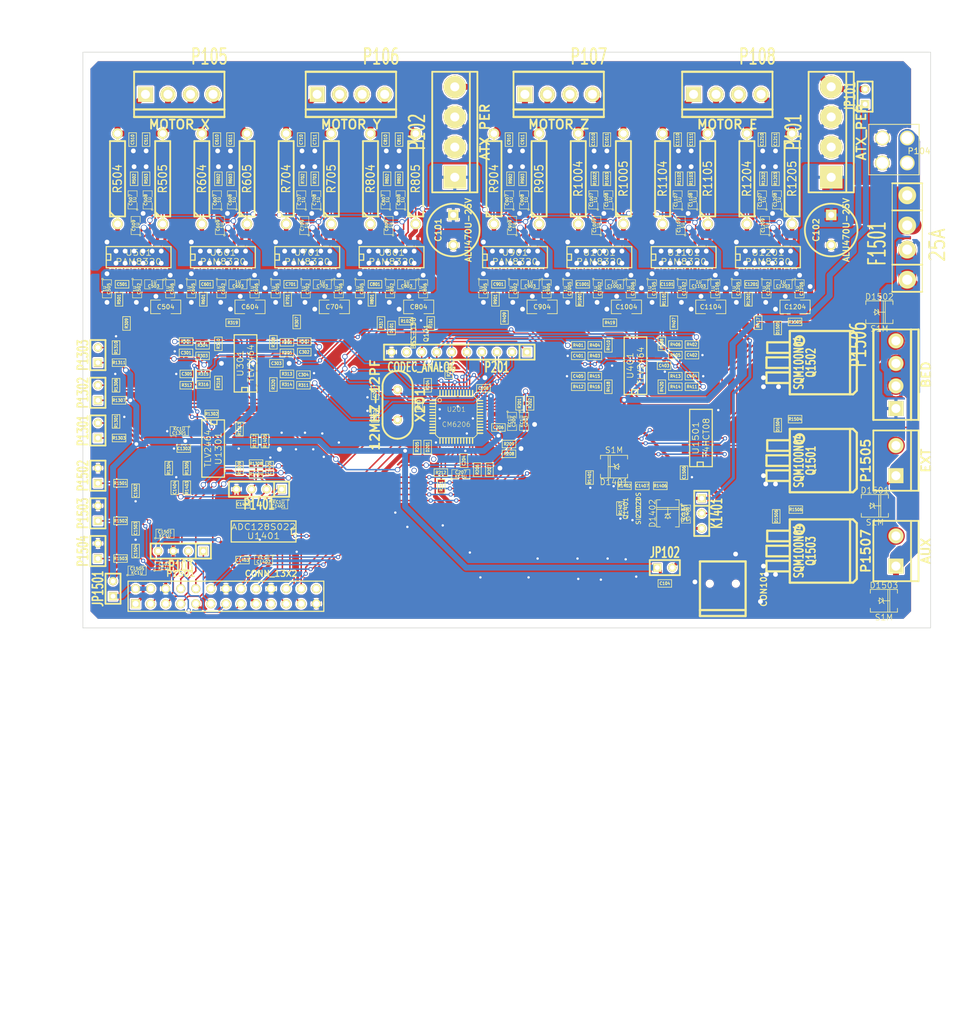
<source format=kicad_pcb>
(kicad_pcb (version 3) (host pcbnew "(22-Jun-2014 BZR 4027)-stable")
  (layers (15 F.Cu signal) (0 B.Cu signal) (18 B.Paste user) (19 F.Paste user) (20 B.SilkS user) (21 F.SilkS user) (22 B.Mask user) (23 F.Mask user) (28 Edge.Cuts user))
  (net 0 "")
  (net 1 +12V)
  (net 2 +3.3V)
  (net 3 +5V)
  (net 4 /ADC/FAN_PWM)
  (net 5 /ADC/SPI_MISO)
  (net 6 /ADC/SPI_MOSI)
  (net 7 /ADC/SPI_SCLK)
  (net 8 /ADC/TEMP_AUX)
  (net 9 /ADC/TEMP_BED)
  (net 10 /ADC/TEMP_EXT)
  (net 11 "/Audio Codec/CODEC_VBIAS")
  (net 12 "/Audio Codec/CODEC_VREF")
  (net 13 "/Audio Codec/MINT")
  (net 14 "/Audio Codec/PDSW")
  (net 15 "/Audio Codec/SCL")
  (net 16 "/Audio Codec/SDA")
  (net 17 "/Audio Codec/USB_DM")
  (net 18 "/Audio Codec/USB_DP")
  (net 19 "/Audio Codec/VBIAS")
  (net 20 /Biasing1/IN_A)
  (net 21 /Biasing1/IN_B)
  (net 22 /Biasing1/IN_C)
  (net 23 /Biasing1/IN_D)
  (net 24 /Biasing2/IN_A)
  (net 25 /Biasing2/IN_B)
  (net 26 /Biasing2/IN_C)
  (net 27 /Biasing2/IN_D)
  (net 28 /GPIO/GPIO17)
  (net 29 /GPIO/GPIO22)
  (net 30 /GPIO/GPIO23)
  (net 31 /GPIO/GPIO24)
  (net 32 /GPIO/GPIO25)
  (net 33 /GPIO/GPIO27)
  (net 34 /GPIO/SPI_nCE0)
  (net 35 /GPIO/UART_RXD)
  (net 36 /GPIO/UART_TXD)
  (net 37 "/Power Amp 1/OUTN")
  (net 38 "/Power Amp 1/OUTP")
  (net 39 "/Power Amp 1/VCM")
  (net 40 "/Power Amp 1/VIN")
  (net 41 "/Power Amp 2/OUTN")
  (net 42 "/Power Amp 2/OUTP")
  (net 43 "/Power Amp 2/VCM")
  (net 44 "/Power Amp 2/VIN")
  (net 45 "/Power Amp 3/OUTN")
  (net 46 "/Power Amp 3/OUTP")
  (net 47 "/Power Amp 3/VCM")
  (net 48 "/Power Amp 3/VIN")
  (net 49 "/Power Amp 4/OUTN")
  (net 50 "/Power Amp 4/OUTP")
  (net 51 "/Power Amp 4/VCM")
  (net 52 "/Power Amp 4/VIN")
  (net 53 "/Power Amp 5/OUTN")
  (net 54 "/Power Amp 5/OUTP")
  (net 55 "/Power Amp 5/VCM")
  (net 56 "/Power Amp 5/VIN")
  (net 57 "/Power Amp 6/OUTN")
  (net 58 "/Power Amp 6/OUTP")
  (net 59 "/Power Amp 6/VCM")
  (net 60 "/Power Amp 6/VIN")
  (net 61 "/Power Amp 7/OUTN")
  (net 62 "/Power Amp 7/OUTP")
  (net 63 "/Power Amp 7/VCM")
  (net 64 "/Power Amp 7/VIN")
  (net 65 "/Power Amp 8/OUTN")
  (net 66 "/Power Amp 8/OUTP")
  (net 67 "/Power Amp 8/VCM")
  (net 68 "/Power Amp 8/VIN")
  (net 69 GND)
  (net 70 MUTE)
  (net 71 N-00000100)
  (net 72 N-00000102)
  (net 73 N-00000107)
  (net 74 N-00000108)
  (net 75 N-00000109)
  (net 76 N-00000110)
  (net 77 N-00000111)
  (net 78 N-00000112)
  (net 79 N-00000113)
  (net 80 N-00000114)
  (net 81 N-00000115)
  (net 82 N-00000116)
  (net 83 N-00000117)
  (net 84 N-00000120)
  (net 85 N-00000124)
  (net 86 N-00000125)
  (net 87 N-00000126)
  (net 88 N-00000127)
  (net 89 N-00000128)
  (net 90 N-00000129)
  (net 91 N-00000130)
  (net 92 N-00000131)
  (net 93 N-00000132)
  (net 94 N-00000133)
  (net 95 N-00000134)
  (net 96 N-00000135)
  (net 97 N-00000136)
  (net 98 N-00000137)
  (net 99 N-00000138)
  (net 100 N-00000139)
  (net 101 N-00000140)
  (net 102 N-00000141)
  (net 103 N-00000142)
  (net 104 N-00000143)
  (net 105 N-00000144)
  (net 106 N-00000145)
  (net 107 N-00000146)
  (net 108 N-00000147)
  (net 109 N-00000148)
  (net 110 N-00000149)
  (net 111 N-00000150)
  (net 112 N-00000151)
  (net 113 N-00000152)
  (net 114 N-00000153)
  (net 115 N-00000154)
  (net 116 N-00000155)
  (net 117 N-00000156)
  (net 118 N-00000157)
  (net 119 N-00000158)
  (net 120 N-00000159)
  (net 121 N-00000160)
  (net 122 N-00000161)
  (net 123 N-00000162)
  (net 124 N-00000163)
  (net 125 N-00000164)
  (net 126 N-00000165)
  (net 127 N-00000166)
  (net 128 N-00000167)
  (net 129 N-00000168)
  (net 130 N-00000169)
  (net 131 N-00000170)
  (net 132 N-00000171)
  (net 133 N-00000172)
  (net 134 N-00000173)
  (net 135 N-00000174)
  (net 136 N-00000177)
  (net 137 N-00000178)
  (net 138 N-00000179)
  (net 139 N-00000180)
  (net 140 N-00000181)
  (net 141 N-00000182)
  (net 142 N-00000183)
  (net 143 N-00000187)
  (net 144 N-00000189)
  (net 145 N-00000190)
  (net 146 N-00000191)
  (net 147 N-00000192)
  (net 148 N-00000193)
  (net 149 N-00000194)
  (net 150 N-00000195)
  (net 151 N-00000196)
  (net 152 N-00000197)
  (net 153 N-00000198)
  (net 154 N-00000199)
  (net 155 N-00000200)
  (net 156 N-00000201)
  (net 157 N-00000202)
  (net 158 N-00000203)
  (net 159 N-00000204)
  (net 160 N-00000205)
  (net 161 N-00000206)
  (net 162 N-00000207)
  (net 163 N-00000209)
  (net 164 N-0000021)
  (net 165 N-00000211)
  (net 166 N-00000213)
  (net 167 N-00000214)
  (net 168 N-00000218)
  (net 169 N-0000030)
  (net 170 N-0000032)
  (net 171 N-0000067)
  (net 172 N-0000068)
  (net 173 N-0000069)
  (net 174 N-0000070)
  (net 175 N-0000071)
  (net 176 N-0000072)
  (net 177 N-0000073)
  (net 178 N-0000074)
  (net 179 N-0000083)
  (net 180 N-0000089)
  (net 181 N-0000090)
  (net 182 N-0000091)
  (net 183 N-0000092)
  (net 184 N-0000094)
  (net 185 N-0000095)
  (net 186 N-0000096)
  (net 187 N-0000097)
  (net 188 N-0000098)
  (net 189 N-0000099)
  (net 190 VBIAS)
  (module USB_MINI_B (layer F.Cu) (at 153.67 121.92 90)
    (fp_text reference CON101 (at 0 6.90118 90) (layer F.SilkS) (effects (font (size 1.016 1.016) (thickness 0.2032))))
    (fp_text value USB-MINI-B hide)
    (pad 1 smd rect (at 3.44932 -1.6002 90) (size 2.30124 0.50038) (layers F.Cu F.Paste F.Mask) (net 164 N-0000021))
    (pad 2 smd rect (at 3.44932 -0.8001 90) (size 2.30124 0.50038) (layers F.Cu F.Paste F.Mask) (net 17 "/Audio Codec/USB_DM"))
    (pad 3 smd rect (at 3.44932 0 90) (size 2.30124 0.50038) (layers F.Cu F.Paste F.Mask) (net 18 "/Audio Codec/USB_DP"))
    (pad 4 smd rect (at 3.44932 0.8001 90) (size 2.30124 0.50038) (layers F.Cu F.Paste F.Mask))
    (pad 5 smd rect (at 3.44932 1.6002 90) (size 2.30124 0.50038) (layers F.Cu F.Paste F.Mask) (net 69 GND))
    (pad 6 smd rect (at 3.35026 -4.45008 90) (size 2.49936 1.99898) (layers F.Cu F.Paste F.Mask) (net 69 GND))
    (pad 7 smd rect (at -2.14884 -4.45008 90) (size 2.49936 1.99898) (layers F.Cu F.Paste F.Mask) (net 69 GND))
    (pad 8 smd rect (at 3.35026 4.45008 90) (size 2.49936 1.99898) (layers F.Cu F.Paste F.Mask) (net 69 GND))
    (pad 9 smd rect (at -2.14884 4.45008 90) (size 2.49936 1.99898) (layers F.Cu F.Paste F.Mask) (net 69 GND))
    (pad "" np_thru_hole circle (at 0.8509 -2.19964 90) (size 0.89916 0.89916) (drill 0.89916) (layers *.Cu *.Mask F.SilkS))
    (pad 2 np_thru_hole circle (at 0.8509 2.19964 90) (size 0.89916 0.89916) (drill 0.89916) (layers *.Cu *.Mask F.SilkS) (net 17 "/Audio Codec/USB_DM"))
  )
  (module TO263 (layer F.Cu) (at 162.56 100.33 270)
    (fp_text reference Q1501 (at 0 -5.969 270) (layer F.SilkS) (effects (font (size 1.524 1.016) (thickness 0.254))))
    (fp_text value SQM100N04 (at 0 -3.937 270) (layer F.SilkS) (effects (font (size 1.524 1.016) (thickness 0.254))))
    (pad 1 smd rect (at -2.54 0 270) (size 1.143 2.286) (layers F.Cu F.Paste F.Mask) (net 162 N-00000207))
    (pad 2 smd rect (at 0 -10.795 270) (size 10.80008 6.9977) (layers F.Cu F.Paste F.Mask) (net 157 N-00000202))
    (pad 3 smd rect (at 2.54 0 270) (size 1.143 2.286) (layers F.Cu F.Paste F.Mask) (net 69 GND))
    (pad 2 smd rect (at 0 0 270) (size 1.143 2.286) (layers F.Cu F.Paste F.Mask) (net 157 N-00000202))
  )
  (module TO263 (layer F.Cu) (at 162.56 83.82 270)
    (fp_text reference Q1502 (at 0 -5.969 270) (layer F.SilkS) (effects (font (size 1.524 1.016) (thickness 0.254))))
    (fp_text value SQM100N04 (at 0 -3.937 270) (layer F.SilkS) (effects (font (size 1.524 1.016) (thickness 0.254))))
    (pad 1 smd rect (at -2.54 0 270) (size 1.143 2.286) (layers F.Cu F.Paste F.Mask) (net 161 N-00000206))
    (pad 2 smd rect (at 0 -10.795 270) (size 10.80008 6.9977) (layers F.Cu F.Paste F.Mask) (net 158 N-00000203))
    (pad 3 smd rect (at 2.54 0 270) (size 1.143 2.286) (layers F.Cu F.Paste F.Mask) (net 69 GND))
    (pad 2 smd rect (at 0 0 270) (size 1.143 2.286) (layers F.Cu F.Paste F.Mask) (net 158 N-00000203))
  )
  (module TO263 (layer F.Cu) (at 162.56 115.57 270)
    (fp_text reference Q1503 (at 0 -5.969 270) (layer F.SilkS) (effects (font (size 1.524 1.016) (thickness 0.254))))
    (fp_text value SQM100N04 (at 0 -3.937 270) (layer F.SilkS) (effects (font (size 1.524 1.016) (thickness 0.254))))
    (pad 1 smd rect (at -2.54 0 270) (size 1.143 2.286) (layers F.Cu F.Paste F.Mask) (net 160 N-00000205))
    (pad 2 smd rect (at 0 -10.795 270) (size 10.80008 6.9977) (layers F.Cu F.Paste F.Mask) (net 156 N-00000201))
    (pad 3 smd rect (at 2.54 0 270) (size 1.143 2.286) (layers F.Cu F.Paste F.Mask) (net 69 GND))
    (pad 2 smd rect (at 0 0 270) (size 1.143 2.286) (layers F.Cu F.Paste F.Mask) (net 156 N-00000201))
  )
  (module SOT23GDS (layer F.Cu) (at 101.473 78.867 270)
    (fp_text reference Q101 (at 0 -2.159 270) (layer F.SilkS) (effects (font (size 0.762 0.762) (thickness 0.12954))))
    (fp_text value BSS-138 (at 0 0 270) (layer F.SilkS) (effects (font (size 0.762 0.762) (thickness 0.12954))))
    (pad S smd rect (at -0.889 -1.016 270) (size 0.9144 0.9144) (layers F.Cu F.Paste F.Mask) (net 69 GND))
    (pad G smd rect (at 0.889 -1.016 270) (size 0.9144 0.9144) (layers F.Cu F.Paste F.Mask) (net 14 "/Audio Codec/PDSW"))
    (pad D smd rect (at 0 1.016 270) (size 0.9144 0.9144) (layers F.Cu F.Paste F.Mask) (net 70 MUTE))
  )
  (module SOT23GDS (layer F.Cu) (at 139.446 108.3945 90)
    (fp_text reference Q1401 (at 0 -2.159 90) (layer F.SilkS) (effects (font (size 0.762 0.762) (thickness 0.12954))))
    (fp_text value SI2302DS (at 0 0 90) (layer F.SilkS) (effects (font (size 0.762 0.762) (thickness 0.12954))))
    (pad S smd rect (at -0.889 -1.016 90) (size 0.9144 0.9144) (layers F.Cu F.Paste F.Mask) (net 69 GND))
    (pad G smd rect (at 0.889 -1.016 90) (size 0.9144 0.9144) (layers F.Cu F.Paste F.Mask) (net 4 /ADC/FAN_PWM))
    (pad D smd rect (at 0 1.016 90) (size 0.9144 0.9144) (layers F.Cu F.Paste F.Mask) (net 150 N-00000195))
  )
  (module SO16E (layer F.Cu) (at 76.2 112.268 180)
    (fp_text reference U1401 (at 0 -0.762 180) (layer F.SilkS) (effects (font (size 1.016 1.143) (thickness 0.127))))
    (fp_text value ADC128S022 (at 0 0.762 180) (layer F.SilkS) (effects (font (size 1.016 1.143) (thickness 0.127))))
    (pad 1 smd rect (at -4.445 2.54 180) (size 0.508 1.143) (layers F.Cu F.Paste F.Mask) (net 34 /GPIO/SPI_nCE0))
    (pad 2 smd rect (at -3.175 2.54 180) (size 0.508 1.143) (layers F.Cu F.Paste F.Mask) (net 3 +5V))
    (pad 3 smd rect (at -1.905 2.54 180) (size 0.508 1.143) (layers F.Cu F.Paste F.Mask) (net 69 GND))
    (pad 4 smd rect (at -0.635 2.54 180) (size 0.508 1.143) (layers F.Cu F.Paste F.Mask) (net 153 N-00000198))
    (pad 5 smd rect (at 0.635 2.54 180) (size 0.508 1.143) (layers F.Cu F.Paste F.Mask) (net 152 N-00000197))
    (pad 6 smd rect (at 1.905 2.54 180) (size 0.508 1.143) (layers F.Cu F.Paste F.Mask) (net 151 N-00000196))
    (pad 7 smd rect (at 3.175 2.54 180) (size 0.508 1.143) (layers F.Cu F.Paste F.Mask) (net 69 GND))
    (pad 8 smd rect (at 4.445 2.54 180) (size 0.508 1.143) (layers F.Cu F.Paste F.Mask) (net 69 GND))
    (pad 9 smd rect (at 4.445 -2.54 180) (size 0.508 1.143) (layers F.Cu F.Paste F.Mask) (net 69 GND))
    (pad 10 smd rect (at 3.175 -2.54 180) (size 0.508 1.143) (layers F.Cu F.Paste F.Mask) (net 69 GND))
    (pad 11 smd rect (at 1.905 -2.54 180) (size 0.508 1.143) (layers F.Cu F.Paste F.Mask) (net 146 N-00000191))
    (pad 12 smd rect (at 0.635 -2.54 180) (size 0.508 1.143) (layers F.Cu F.Paste F.Mask) (net 69 GND))
    (pad 13 smd rect (at -0.635 -2.54 180) (size 0.508 1.143) (layers F.Cu F.Paste F.Mask) (net 2 +3.3V))
    (pad 14 smd rect (at -1.905 -2.54 180) (size 0.508 1.143) (layers F.Cu F.Paste F.Mask) (net 6 /ADC/SPI_MOSI))
    (pad 15 smd rect (at -3.175 -2.54 180) (size 0.508 1.143) (layers F.Cu F.Paste F.Mask) (net 5 /ADC/SPI_MISO))
    (pad 16 smd rect (at -4.445 -2.54 180) (size 0.508 1.143) (layers F.Cu F.Paste F.Mask) (net 7 /ADC/SPI_SCLK))
  )
  (module SO14E (layer F.Cu) (at 67.818 98.298 270)
    (fp_text reference U1301 (at 0 -0.762 270) (layer F.SilkS) (effects (font (size 1.016 1.143) (thickness 0.127))))
    (fp_text value TLV2464 (at 0 1.016 270) (layer F.SilkS) (effects (font (size 1.016 1.016) (thickness 0.127))))
    (pad 1 smd rect (at -3.81 2.794 270) (size 0.508 1.143) (layers F.Cu F.Paste F.Mask) (net 190 VBIAS))
    (pad 2 smd rect (at -2.54 2.794 270) (size 0.508 1.143) (layers F.Cu F.Paste F.Mask) (net 190 VBIAS))
    (pad 3 smd rect (at -1.27 2.794 270) (size 0.508 1.143) (layers F.Cu F.Paste F.Mask) (net 142 N-00000183))
    (pad 4 smd rect (at 0 2.794 270) (size 0.508 1.143) (layers F.Cu F.Paste F.Mask) (net 3 +5V))
    (pad 5 smd rect (at 1.27 2.794 270) (size 0.508 1.143) (layers F.Cu F.Paste F.Mask) (net 144 N-00000189))
    (pad 6 smd rect (at 2.54 2.794 270) (size 0.508 1.143) (layers F.Cu F.Paste F.Mask) (net 143 N-00000187))
    (pad 7 smd rect (at 3.81 2.794 270) (size 0.508 1.143) (layers F.Cu F.Paste F.Mask) (net 10 /ADC/TEMP_EXT))
    (pad 8 smd rect (at 3.81 -2.54 270) (size 0.508 1.143) (layers F.Cu F.Paste F.Mask) (net 9 /ADC/TEMP_BED))
    (pad 9 smd rect (at 2.54 -2.54 270) (size 0.508 1.143) (layers F.Cu F.Paste F.Mask) (net 141 N-00000182))
    (pad 10 smd rect (at 1.27 -2.54 270) (size 0.508 1.143) (layers F.Cu F.Paste F.Mask) (net 140 N-00000181))
    (pad 11 smd rect (at 0 -2.54 270) (size 0.508 1.143) (layers F.Cu F.Paste F.Mask) (net 69 GND))
    (pad 12 smd rect (at -1.27 -2.54 270) (size 0.508 1.143) (layers F.Cu F.Paste F.Mask) (net 137 N-00000178))
    (pad 13 smd rect (at -2.54 -2.54 270) (size 0.508 1.143) (layers F.Cu F.Paste F.Mask) (net 136 N-00000177))
    (pad 14 smd rect (at -3.81 -2.54 270) (size 0.508 1.143) (layers F.Cu F.Paste F.Mask) (net 8 /ADC/TEMP_AUX))
  )
  (module SO14E (layer F.Cu) (at 138.811 84.328 90)
    (fp_text reference U401 (at 0 -0.762 90) (layer F.SilkS) (effects (font (size 1.016 1.143) (thickness 0.127))))
    (fp_text value TLV2464 (at 0 1.016 90) (layer F.SilkS) (effects (font (size 1.016 1.016) (thickness 0.127))))
    (pad 1 smd rect (at -3.81 2.794 90) (size 0.508 1.143) (layers F.Cu F.Paste F.Mask) (net 60 "/Power Amp 6/VIN"))
    (pad 2 smd rect (at -2.54 2.794 90) (size 0.508 1.143) (layers F.Cu F.Paste F.Mask) (net 84 N-00000120))
    (pad 3 smd rect (at -1.27 2.794 90) (size 0.508 1.143) (layers F.Cu F.Paste F.Mask) (net 76 N-00000110))
    (pad 4 smd rect (at 0 2.794 90) (size 0.508 1.143) (layers F.Cu F.Paste F.Mask) (net 3 +5V))
    (pad 5 smd rect (at 1.27 2.794 90) (size 0.508 1.143) (layers F.Cu F.Paste F.Mask) (net 86 N-00000125))
    (pad 6 smd rect (at 2.54 2.794 90) (size 0.508 1.143) (layers F.Cu F.Paste F.Mask) (net 83 N-00000117))
    (pad 7 smd rect (at 3.81 2.794 90) (size 0.508 1.143) (layers F.Cu F.Paste F.Mask) (net 64 "/Power Amp 7/VIN"))
    (pad 8 smd rect (at 3.81 -2.54 90) (size 0.508 1.143) (layers F.Cu F.Paste F.Mask) (net 56 "/Power Amp 5/VIN"))
    (pad 9 smd rect (at 2.54 -2.54 90) (size 0.508 1.143) (layers F.Cu F.Paste F.Mask) (net 81 N-00000115))
    (pad 10 smd rect (at 1.27 -2.54 90) (size 0.508 1.143) (layers F.Cu F.Paste F.Mask) (net 85 N-00000124))
    (pad 11 smd rect (at 0 -2.54 90) (size 0.508 1.143) (layers F.Cu F.Paste F.Mask) (net 69 GND))
    (pad 12 smd rect (at -1.27 -2.54 90) (size 0.508 1.143) (layers F.Cu F.Paste F.Mask) (net 77 N-00000111))
    (pad 13 smd rect (at -2.54 -2.54 90) (size 0.508 1.143) (layers F.Cu F.Paste F.Mask) (net 82 N-00000116))
    (pad 14 smd rect (at -3.81 -2.54 90) (size 0.508 1.143) (layers F.Cu F.Paste F.Mask) (net 68 "/Power Amp 8/VIN"))
  )
  (module SO14E (layer F.Cu) (at 73.025 83.947 90)
    (fp_text reference U301 (at 0 -0.762 90) (layer F.SilkS) (effects (font (size 1.016 1.143) (thickness 0.127))))
    (fp_text value TLV2464 (at 0 1.016 90) (layer F.SilkS) (effects (font (size 1.016 1.016) (thickness 0.127))))
    (pad 1 smd rect (at -3.81 2.794 90) (size 0.508 1.143) (layers F.Cu F.Paste F.Mask) (net 44 "/Power Amp 2/VIN"))
    (pad 2 smd rect (at -2.54 2.794 90) (size 0.508 1.143) (layers F.Cu F.Paste F.Mask) (net 72 N-00000102))
    (pad 3 smd rect (at -1.27 2.794 90) (size 0.508 1.143) (layers F.Cu F.Paste F.Mask) (net 183 N-0000092))
    (pad 4 smd rect (at 0 2.794 90) (size 0.508 1.143) (layers F.Cu F.Paste F.Mask) (net 3 +5V))
    (pad 5 smd rect (at 1.27 2.794 90) (size 0.508 1.143) (layers F.Cu F.Paste F.Mask) (net 74 N-00000108))
    (pad 6 smd rect (at 2.54 2.794 90) (size 0.508 1.143) (layers F.Cu F.Paste F.Mask) (net 71 N-00000100))
    (pad 7 smd rect (at 3.81 2.794 90) (size 0.508 1.143) (layers F.Cu F.Paste F.Mask) (net 48 "/Power Amp 3/VIN"))
    (pad 8 smd rect (at 3.81 -2.54 90) (size 0.508 1.143) (layers F.Cu F.Paste F.Mask) (net 40 "/Power Amp 1/VIN"))
    (pad 9 smd rect (at 2.54 -2.54 90) (size 0.508 1.143) (layers F.Cu F.Paste F.Mask) (net 188 N-0000098))
    (pad 10 smd rect (at 1.27 -2.54 90) (size 0.508 1.143) (layers F.Cu F.Paste F.Mask) (net 73 N-00000107))
    (pad 11 smd rect (at 0 -2.54 90) (size 0.508 1.143) (layers F.Cu F.Paste F.Mask) (net 69 GND))
    (pad 12 smd rect (at -1.27 -2.54 90) (size 0.508 1.143) (layers F.Cu F.Paste F.Mask) (net 184 N-0000094))
    (pad 13 smd rect (at -2.54 -2.54 90) (size 0.508 1.143) (layers F.Cu F.Paste F.Mask) (net 189 N-0000099))
    (pad 14 smd rect (at -3.81 -2.54 90) (size 0.508 1.143) (layers F.Cu F.Paste F.Mask) (net 52 "/Power Amp 4/VIN"))
  )
  (module SO14E (layer F.Cu) (at 149.86 96.52 90)
    (fp_text reference U1501 (at 0 -0.762 90) (layer F.SilkS) (effects (font (size 1.016 1.143) (thickness 0.127))))
    (fp_text value 74HCT08 (at 0 1.016 90) (layer F.SilkS) (effects (font (size 1.016 1.016) (thickness 0.127))))
    (pad 1 smd rect (at -3.81 2.794 90) (size 0.508 1.143) (layers F.Cu F.Paste F.Mask) (net 30 /GPIO/GPIO23))
    (pad 2 smd rect (at -2.54 2.794 90) (size 0.508 1.143) (layers F.Cu F.Paste F.Mask) (net 30 /GPIO/GPIO23))
    (pad 3 smd rect (at -1.27 2.794 90) (size 0.508 1.143) (layers F.Cu F.Paste F.Mask) (net 162 N-00000207))
    (pad 4 smd rect (at 0 2.794 90) (size 0.508 1.143) (layers F.Cu F.Paste F.Mask) (net 31 /GPIO/GPIO24))
    (pad 5 smd rect (at 1.27 2.794 90) (size 0.508 1.143) (layers F.Cu F.Paste F.Mask) (net 31 /GPIO/GPIO24))
    (pad 6 smd rect (at 2.54 2.794 90) (size 0.508 1.143) (layers F.Cu F.Paste F.Mask) (net 161 N-00000206))
    (pad 7 smd rect (at 3.81 2.794 90) (size 0.508 1.143) (layers F.Cu F.Paste F.Mask) (net 69 GND))
    (pad 8 smd rect (at 3.81 -2.54 90) (size 0.508 1.143) (layers F.Cu F.Paste F.Mask) (net 160 N-00000205))
    (pad 9 smd rect (at 2.54 -2.54 90) (size 0.508 1.143) (layers F.Cu F.Paste F.Mask) (net 32 /GPIO/GPIO25))
    (pad 10 smd rect (at 1.27 -2.54 90) (size 0.508 1.143) (layers F.Cu F.Paste F.Mask) (net 32 /GPIO/GPIO25))
    (pad 11 smd rect (at 0 -2.54 90) (size 0.508 1.143) (layers F.Cu F.Paste F.Mask))
    (pad 12 smd rect (at -1.27 -2.54 90) (size 0.508 1.143) (layers F.Cu F.Paste F.Mask))
    (pad 13 smd rect (at -2.54 -2.54 90) (size 0.508 1.143) (layers F.Cu F.Paste F.Mask))
    (pad 14 smd rect (at -3.81 -2.54 90) (size 0.508 1.143) (layers F.Cu F.Paste F.Mask) (net 3 +5V))
  )
  (module SM0805 (layer F.Cu) (at 147.447 109.347 270)
    (fp_text reference C1408 (at 0 -0.3175 270) (layer F.SilkS) (effects (font (size 0.50038 0.50038) (thickness 0.10922))))
    (fp_text value KC1U (at 0 0.381 270) (layer F.SilkS) (effects (font (size 0.50038 0.50038) (thickness 0.10922))))
    (pad 1 smd rect (at -0.9525 0 270) (size 0.889 1.397) (layers F.Cu F.Paste F.Mask) (net 1 +12V))
    (pad 2 smd rect (at 0.9525 0 270) (size 0.889 1.397) (layers F.Cu F.Paste F.Mask) (net 150 N-00000195))
  )
  (module SM0805 (layer F.Cu) (at 54.864 118.872)
    (fp_text reference C1505 (at 0 -0.3175) (layer F.SilkS) (effects (font (size 0.50038 0.50038) (thickness 0.10922))))
    (fp_text value KC1U (at 0 0.381) (layer F.SilkS) (effects (font (size 0.50038 0.50038) (thickness 0.10922))))
    (pad 1 smd rect (at -0.9525 0) (size 0.889 1.397) (layers F.Cu F.Paste F.Mask) (net 3 +5V))
    (pad 2 smd rect (at 0.9525 0) (size 0.889 1.397) (layers F.Cu F.Paste F.Mask) (net 69 GND))
  )
  (module SM0805 (layer F.Cu) (at 59.563 112.649)
    (fp_text reference C1501 (at 0 -0.3175) (layer F.SilkS) (effects (font (size 0.50038 0.50038) (thickness 0.10922))))
    (fp_text value KC1U (at 0 0.381) (layer F.SilkS) (effects (font (size 0.50038 0.50038) (thickness 0.10922))))
    (pad 1 smd rect (at -0.9525 0) (size 0.889 1.397) (layers F.Cu F.Paste F.Mask) (net 2 +3.3V))
    (pad 2 smd rect (at 0.9525 0) (size 0.889 1.397) (layers F.Cu F.Paste F.Mask) (net 69 GND))
  )
  (module SM0805 (layer F.Cu) (at 59.436 118.11)
    (fp_text reference C103 (at 0 -0.3175) (layer F.SilkS) (effects (font (size 0.50038 0.50038) (thickness 0.10922))))
    (fp_text value KC1U (at 0 0.381) (layer F.SilkS) (effects (font (size 0.50038 0.50038) (thickness 0.10922))))
    (pad 1 smd rect (at -0.9525 0) (size 0.889 1.397) (layers F.Cu F.Paste F.Mask) (net 2 +3.3V))
    (pad 2 smd rect (at 0.9525 0) (size 0.889 1.397) (layers F.Cu F.Paste F.Mask) (net 69 GND))
  )
  (module SM0805 (layer F.Cu) (at 76.2 117.094 180)
    (fp_text reference C1402 (at 0 -0.3175 180) (layer F.SilkS) (effects (font (size 0.50038 0.50038) (thickness 0.10922))))
    (fp_text value KC1U (at 0 0.381 180) (layer F.SilkS) (effects (font (size 0.50038 0.50038) (thickness 0.10922))))
    (pad 1 smd rect (at -0.9525 0 180) (size 0.889 1.397) (layers F.Cu F.Paste F.Mask) (net 2 +3.3V))
    (pad 2 smd rect (at 0.9525 0 180) (size 0.889 1.397) (layers F.Cu F.Paste F.Mask) (net 69 GND))
  )
  (module SM0805 (layer F.Cu) (at 78.74 107.696 180)
    (fp_text reference C1401 (at 0 -0.3175 180) (layer F.SilkS) (effects (font (size 0.50038 0.50038) (thickness 0.10922))))
    (fp_text value KC1U (at 0 0.381 180) (layer F.SilkS) (effects (font (size 0.50038 0.50038) (thickness 0.10922))))
    (pad 1 smd rect (at -0.9525 0 180) (size 0.889 1.397) (layers F.Cu F.Paste F.Mask) (net 3 +5V))
    (pad 2 smd rect (at 0.9525 0 180) (size 0.889 1.397) (layers F.Cu F.Paste F.Mask) (net 69 GND))
  )
  (module SM0805 (layer F.Cu) (at 120.142 93.726 270)
    (fp_text reference C203 (at 0 -0.3175 270) (layer F.SilkS) (effects (font (size 0.50038 0.50038) (thickness 0.10922))))
    (fp_text value KC1U (at 0 0.381 270) (layer F.SilkS) (effects (font (size 0.50038 0.50038) (thickness 0.10922))))
    (pad 1 smd rect (at -0.9525 0 270) (size 0.889 1.397) (layers F.Cu F.Paste F.Mask) (net 12 "/Audio Codec/CODEC_VREF"))
    (pad 2 smd rect (at 0.9525 0 270) (size 0.889 1.397) (layers F.Cu F.Paste F.Mask) (net 69 GND))
  )
  (module SM0805 (layer F.Cu) (at 118.11 93.726 270)
    (fp_text reference C205 (at 0 -0.3175 270) (layer F.SilkS) (effects (font (size 0.50038 0.50038) (thickness 0.10922))))
    (fp_text value KC1U (at 0 0.381 270) (layer F.SilkS) (effects (font (size 0.50038 0.50038) (thickness 0.10922))))
    (pad 1 smd rect (at -0.9525 0 270) (size 0.889 1.397) (layers F.Cu F.Paste F.Mask) (net 11 "/Audio Codec/CODEC_VBIAS"))
    (pad 2 smd rect (at 0.9525 0 270) (size 0.889 1.397) (layers F.Cu F.Paste F.Mask) (net 69 GND))
  )
  (module SM0805 (layer F.Cu) (at 109.474 102.616)
    (fp_text reference C207 (at 0 -0.3175) (layer F.SilkS) (effects (font (size 0.50038 0.50038) (thickness 0.10922))))
    (fp_text value KC1U (at 0 0.381) (layer F.SilkS) (effects (font (size 0.50038 0.50038) (thickness 0.10922))))
    (pad 1 smd rect (at -0.9525 0) (size 0.889 1.397) (layers F.Cu F.Paste F.Mask) (net 172 N-0000068))
    (pad 2 smd rect (at 0.9525 0) (size 0.889 1.397) (layers F.Cu F.Paste F.Mask) (net 69 GND))
  )
  (module SM0603 (layer F.Cu) (at 100.203 76.835 180)
    (fp_text reference R102 (at 0 0 180) (layer F.SilkS) (effects (font (size 0.508 0.4572) (thickness 0.1143))))
    (fp_text value 1K hide)
    (pad 1 smd rect (at -0.762 0 180) (size 0.635 1.143) (layers F.Cu F.Paste F.Mask) (net 1 +12V))
    (pad 2 smd rect (at 0.762 0 180) (size 0.635 1.143) (layers F.Cu F.Paste F.Mask) (net 170 N-0000032))
  )
  (module SM0603 (layer F.Cu) (at 147.1295 102.362 270)
    (fp_text reference C1506 (at 0 0 270) (layer F.SilkS) (effects (font (size 0.508 0.4572) (thickness 0.1143))))
    (fp_text value 100N hide)
    (pad 1 smd rect (at -0.762 0 270) (size 0.635 1.143) (layers F.Cu F.Paste F.Mask) (net 3 +5V))
    (pad 2 smd rect (at 0.762 0 270) (size 0.635 1.143) (layers F.Cu F.Paste F.Mask) (net 69 GND))
  )
  (module SM0603 (layer F.Cu) (at 72.136 101.6 270)
    (fp_text reference R1309 (at 0 0 270) (layer F.SilkS) (effects (font (size 0.508 0.4572) (thickness 0.1143))))
    (fp_text value 1K hide)
    (pad 1 smd rect (at -0.762 0 270) (size 0.635 1.143) (layers F.Cu F.Paste F.Mask) (net 141 N-00000182))
    (pad 2 smd rect (at 0.762 0 270) (size 0.635 1.143) (layers F.Cu F.Paste F.Mask) (net 9 /ADC/TEMP_BED))
  )
  (module SM0603 (layer F.Cu) (at 63.246 104.902 90)
    (fp_text reference R1403 (at 0 0 90) (layer F.SilkS) (effects (font (size 0.508 0.4572) (thickness 0.1143))))
    (fp_text value 47 hide)
    (pad 1 smd rect (at -0.762 0 90) (size 0.635 1.143) (layers F.Cu F.Paste F.Mask) (net 153 N-00000198))
    (pad 2 smd rect (at 0.762 0 90) (size 0.635 1.143) (layers F.Cu F.Paste F.Mask) (net 10 /ADC/TEMP_EXT))
  )
  (module SM0603 (layer F.Cu) (at 74.93 102.616 180)
    (fp_text reference R1404 (at 0 0 180) (layer F.SilkS) (effects (font (size 0.508 0.4572) (thickness 0.1143))))
    (fp_text value 47 hide)
    (pad 1 smd rect (at -0.762 0 180) (size 0.635 1.143) (layers F.Cu F.Paste F.Mask) (net 152 N-00000197))
    (pad 2 smd rect (at 0.762 0 180) (size 0.635 1.143) (layers F.Cu F.Paste F.Mask) (net 9 /ADC/TEMP_BED))
  )
  (module SM0603 (layer F.Cu) (at 76.454 97.028 90)
    (fp_text reference R1405 (at 0 0 90) (layer F.SilkS) (effects (font (size 0.508 0.4572) (thickness 0.1143))))
    (fp_text value 47 hide)
    (pad 1 smd rect (at -0.762 0 90) (size 0.635 1.143) (layers F.Cu F.Paste F.Mask) (net 151 N-00000196))
    (pad 2 smd rect (at 0.762 0 90) (size 0.635 1.143) (layers F.Cu F.Paste F.Mask) (net 8 /ADC/TEMP_AUX))
  )
  (module SM0603 (layer F.Cu) (at 72.771 107.696 180)
    (fp_text reference C1406 (at 0 0 180) (layer F.SilkS) (effects (font (size 0.508 0.4572) (thickness 0.1143))))
    (fp_text value 10N hide)
    (pad 1 smd rect (at -0.762 0 180) (size 0.635 1.143) (layers F.Cu F.Paste F.Mask) (net 151 N-00000196))
    (pad 2 smd rect (at 0.762 0 180) (size 0.635 1.143) (layers F.Cu F.Paste F.Mask) (net 69 GND))
  )
  (module SM0603 (layer F.Cu) (at 77.216 101.6 90)
    (fp_text reference C1405 (at 0 0 90) (layer F.SilkS) (effects (font (size 0.508 0.4572) (thickness 0.1143))))
    (fp_text value 10N hide)
    (pad 1 smd rect (at -0.762 0 90) (size 0.635 1.143) (layers F.Cu F.Paste F.Mask) (net 152 N-00000197))
    (pad 2 smd rect (at 0.762 0 90) (size 0.635 1.143) (layers F.Cu F.Paste F.Mask) (net 69 GND))
  )
  (module SM0603 (layer F.Cu) (at 61.214 104.902 90)
    (fp_text reference C1404 (at 0 0 90) (layer F.SilkS) (effects (font (size 0.508 0.4572) (thickness 0.1143))))
    (fp_text value 10N hide)
    (pad 1 smd rect (at -0.762 0 90) (size 0.635 1.143) (layers F.Cu F.Paste F.Mask) (net 153 N-00000198))
    (pad 2 smd rect (at 0.762 0 90) (size 0.635 1.143) (layers F.Cu F.Paste F.Mask) (net 69 GND))
  )
  (module SM0603 (layer F.Cu) (at 72.644 117.094 180)
    (fp_text reference C1403 (at 0 0 180) (layer F.SilkS) (effects (font (size 0.508 0.4572) (thickness 0.1143))))
    (fp_text value 100N hide)
    (pad 1 smd rect (at -0.762 0 180) (size 0.635 1.143) (layers F.Cu F.Paste F.Mask) (net 146 N-00000191))
    (pad 2 smd rect (at 0.762 0 180) (size 0.635 1.143) (layers F.Cu F.Paste F.Mask) (net 69 GND))
  )
  (module SM0603 (layer F.Cu) (at 131.191 103.1875 90)
    (fp_text reference R1401 (at 0 0 90) (layer F.SilkS) (effects (font (size 0.508 0.4572) (thickness 0.1143))))
    (fp_text value 22K hide)
    (pad 1 smd rect (at -0.762 0 90) (size 0.635 1.143) (layers F.Cu F.Paste F.Mask) (net 69 GND))
    (pad 2 smd rect (at 0.762 0 90) (size 0.635 1.143) (layers F.Cu F.Paste F.Mask) (net 146 N-00000191))
  )
  (module SM0603 (layer F.Cu) (at 137.0965 104.5845 180)
    (fp_text reference R1402 (at 0 0 180) (layer F.SilkS) (effects (font (size 0.508 0.4572) (thickness 0.1143))))
    (fp_text value 1K hide)
    (pad 1 smd rect (at -0.762 0 180) (size 0.635 1.143) (layers F.Cu F.Paste F.Mask) (net 147 N-00000192))
    (pad 2 smd rect (at 0.762 0 180) (size 0.635 1.143) (layers F.Cu F.Paste F.Mask) (net 69 GND))
  )
  (module SM0603 (layer F.Cu) (at 140.081 104.5845)
    (fp_text reference C1407 (at 0 0) (layer F.SilkS) (effects (font (size 0.508 0.4572) (thickness 0.1143))))
    (fp_text value 10N hide)
    (pad 1 smd rect (at -0.762 0) (size 0.635 1.143) (layers F.Cu F.Paste F.Mask) (net 147 N-00000192))
    (pad 2 smd rect (at 0.762 0) (size 0.635 1.143) (layers F.Cu F.Paste F.Mask) (net 148 N-00000193))
  )
  (module SM0603 (layer F.Cu) (at 143.129 104.5845)
    (fp_text reference R1406 (at 0 0) (layer F.SilkS) (effects (font (size 0.508 0.4572) (thickness 0.1143))))
    (fp_text value 1K hide)
    (pad 1 smd rect (at -0.762 0) (size 0.635 1.143) (layers F.Cu F.Paste F.Mask) (net 148 N-00000193))
    (pad 2 smd rect (at 0.762 0) (size 0.635 1.143) (layers F.Cu F.Paste F.Mask) (net 149 N-00000194))
  )
  (module SM0603 (layer F.Cu) (at 136.398 108.3945 270)
    (fp_text reference R1407 (at 0 0 270) (layer F.SilkS) (effects (font (size 0.508 0.4572) (thickness 0.1143))))
    (fp_text value 22K hide)
    (pad 1 smd rect (at -0.762 0 270) (size 0.635 1.143) (layers F.Cu F.Paste F.Mask) (net 4 /ADC/FAN_PWM))
    (pad 2 smd rect (at 0.762 0 270) (size 0.635 1.143) (layers F.Cu F.Paste F.Mask) (net 69 GND))
  )
  (module SM0603 (layer F.Cu) (at 51.308 87.63 90)
    (fp_text reference R1306 (at 0 0 90) (layer F.SilkS) (effects (font (size 0.508 0.4572) (thickness 0.1143))))
    (fp_text value 1K hide)
    (pad 1 smd rect (at -0.762 0 90) (size 0.635 1.143) (layers F.Cu F.Paste F.Mask) (net 140 N-00000181))
    (pad 2 smd rect (at 0.762 0 90) (size 0.635 1.143) (layers F.Cu F.Paste F.Mask) (net 69 GND))
  )
  (module SM0603 (layer F.Cu) (at 162.941 94.361 270)
    (fp_text reference D1504 (at 0 0 270) (layer F.SilkS) (effects (font (size 0.508 0.4572) (thickness 0.1143))))
    (fp_text value LED hide)
    (pad 1 smd rect (at -0.762 0 270) (size 0.635 1.143) (layers F.Cu F.Paste F.Mask) (net 159 N-00000204))
    (pad 2 smd rect (at 0.762 0 270) (size 0.635 1.143) (layers F.Cu F.Paste F.Mask) (net 157 N-00000202))
  )
  (module SM0603 (layer F.Cu) (at 162.941 77.978 270)
    (fp_text reference D1505 (at 0 0 270) (layer F.SilkS) (effects (font (size 0.508 0.4572) (thickness 0.1143))))
    (fp_text value LED hide)
    (pad 1 smd rect (at -0.762 0 270) (size 0.635 1.143) (layers F.Cu F.Paste F.Mask) (net 155 N-00000200))
    (pad 2 smd rect (at 0.762 0 270) (size 0.635 1.143) (layers F.Cu F.Paste F.Mask) (net 158 N-00000203))
  )
  (module SM0603 (layer F.Cu) (at 165.862 93.345 180)
    (fp_text reference R1504 (at 0 0 180) (layer F.SilkS) (effects (font (size 0.508 0.4572) (thickness 0.1143))))
    (fp_text value 1K hide)
    (pad 1 smd rect (at -0.762 0 180) (size 0.635 1.143) (layers F.Cu F.Paste F.Mask) (net 163 N-00000209))
    (pad 2 smd rect (at 0.762 0 180) (size 0.635 1.143) (layers F.Cu F.Paste F.Mask) (net 159 N-00000204))
  )
  (module SM0603 (layer F.Cu) (at 165.862 76.962 180)
    (fp_text reference R1505 (at 0 0 180) (layer F.SilkS) (effects (font (size 0.508 0.4572) (thickness 0.1143))))
    (fp_text value 1K hide)
    (pad 1 smd rect (at -0.762 0 180) (size 0.635 1.143) (layers F.Cu F.Paste F.Mask) (net 163 N-00000209))
    (pad 2 smd rect (at 0.762 0 180) (size 0.635 1.143) (layers F.Cu F.Paste F.Mask) (net 155 N-00000200))
  )
  (module SM0603 (layer F.Cu) (at 165.989 108.585 180)
    (fp_text reference R1506 (at 0 0 180) (layer F.SilkS) (effects (font (size 0.508 0.4572) (thickness 0.1143))))
    (fp_text value 1K hide)
    (pad 1 smd rect (at -0.762 0 180) (size 0.635 1.143) (layers F.Cu F.Paste F.Mask) (net 163 N-00000209))
    (pad 2 smd rect (at 0.762 0 180) (size 0.635 1.143) (layers F.Cu F.Paste F.Mask) (net 154 N-00000199))
  )
  (module SM0603 (layer F.Cu) (at 162.687 109.728 270)
    (fp_text reference D1506 (at 0 0 270) (layer F.SilkS) (effects (font (size 0.508 0.4572) (thickness 0.1143))))
    (fp_text value LED hide)
    (pad 1 smd rect (at -0.762 0 270) (size 0.635 1.143) (layers F.Cu F.Paste F.Mask) (net 154 N-00000199))
    (pad 2 smd rect (at 0.762 0 270) (size 0.635 1.143) (layers F.Cu F.Paste F.Mask) (net 156 N-00000201))
  )
  (module SM0603 (layer F.Cu) (at 52.07 104.14 180)
    (fp_text reference R1501 (at 0 0 180) (layer F.SilkS) (effects (font (size 0.508 0.4572) (thickness 0.1143))))
    (fp_text value 1K hide)
    (pad 1 smd rect (at -0.762 0 180) (size 0.635 1.143) (layers F.Cu F.Paste F.Mask) (net 28 /GPIO/GPIO17))
    (pad 2 smd rect (at 0.762 0 180) (size 0.635 1.143) (layers F.Cu F.Paste F.Mask) (net 166 N-00000213))
  )
  (module SM0603 (layer F.Cu) (at 52.07 110.49 180)
    (fp_text reference R1502 (at 0 0 180) (layer F.SilkS) (effects (font (size 0.508 0.4572) (thickness 0.1143))))
    (fp_text value 1K hide)
    (pad 1 smd rect (at -0.762 0 180) (size 0.635 1.143) (layers F.Cu F.Paste F.Mask) (net 33 /GPIO/GPIO27))
    (pad 2 smd rect (at 0.762 0 180) (size 0.635 1.143) (layers F.Cu F.Paste F.Mask) (net 165 N-00000211))
  )
  (module SM0603 (layer F.Cu) (at 52.07 116.84 180)
    (fp_text reference R1503 (at 0 0 180) (layer F.SilkS) (effects (font (size 0.508 0.4572) (thickness 0.1143))))
    (fp_text value 1K hide)
    (pad 1 smd rect (at -0.762 0 180) (size 0.635 1.143) (layers F.Cu F.Paste F.Mask) (net 29 /GPIO/GPIO22))
    (pad 2 smd rect (at 0.762 0 180) (size 0.635 1.143) (layers F.Cu F.Paste F.Mask) (net 167 N-00000214))
  )
  (module SM0603 (layer F.Cu) (at 54.61 105.41 270)
    (fp_text reference C1502 (at 0 0 270) (layer F.SilkS) (effects (font (size 0.508 0.4572) (thickness 0.1143))))
    (fp_text value 100N hide)
    (pad 1 smd rect (at -0.762 0 270) (size 0.635 1.143) (layers F.Cu F.Paste F.Mask) (net 28 /GPIO/GPIO17))
    (pad 2 smd rect (at 0.762 0 270) (size 0.635 1.143) (layers F.Cu F.Paste F.Mask) (net 69 GND))
  )
  (module SM0603 (layer F.Cu) (at 54.61 111.76 270)
    (fp_text reference C1503 (at 0 0 270) (layer F.SilkS) (effects (font (size 0.508 0.4572) (thickness 0.1143))))
    (fp_text value 100N hide)
    (pad 1 smd rect (at -0.762 0 270) (size 0.635 1.143) (layers F.Cu F.Paste F.Mask) (net 33 /GPIO/GPIO27))
    (pad 2 smd rect (at 0.762 0 270) (size 0.635 1.143) (layers F.Cu F.Paste F.Mask) (net 69 GND))
  )
  (module SM0603 (layer F.Cu) (at 54.61 115.57 90)
    (fp_text reference C1504 (at 0 0 90) (layer F.SilkS) (effects (font (size 0.508 0.4572) (thickness 0.1143))))
    (fp_text value 100N hide)
    (pad 1 smd rect (at -0.762 0 90) (size 0.635 1.143) (layers F.Cu F.Paste F.Mask) (net 29 /GPIO/GPIO22))
    (pad 2 smd rect (at 0.762 0 90) (size 0.635 1.143) (layers F.Cu F.Paste F.Mask) (net 69 GND))
  )
  (module SM0603 (layer F.Cu) (at 62.738 98.298 180)
    (fp_text reference C1302 (at 0 0 180) (layer F.SilkS) (effects (font (size 0.508 0.4572) (thickness 0.1143))))
    (fp_text value 100N hide)
    (pad 1 smd rect (at -0.762 0 180) (size 0.635 1.143) (layers F.Cu F.Paste F.Mask) (net 3 +5V))
    (pad 2 smd rect (at 0.762 0 180) (size 0.635 1.143) (layers F.Cu F.Paste F.Mask) (net 69 GND))
  )
  (module SM0603 (layer F.Cu) (at 67.437 92.456 180)
    (fp_text reference R1302 (at 0 0 180) (layer F.SilkS) (effects (font (size 0.508 0.4572) (thickness 0.1143))))
    (fp_text value 1K hide)
    (pad 1 smd rect (at -0.762 0 180) (size 0.635 1.143) (layers F.Cu F.Paste F.Mask) (net 19 "/Audio Codec/VBIAS"))
    (pad 2 smd rect (at 0.762 0 180) (size 0.635 1.143) (layers F.Cu F.Paste F.Mask) (net 142 N-00000183))
  )
  (module SM0603 (layer F.Cu) (at 51.816 96.52 180)
    (fp_text reference R1303 (at 0 0 180) (layer F.SilkS) (effects (font (size 0.508 0.4572) (thickness 0.1143))))
    (fp_text value 1K hide)
    (pad 1 smd rect (at -0.762 0 180) (size 0.635 1.143) (layers F.Cu F.Paste F.Mask) (net 3 +5V))
    (pad 2 smd rect (at 0.762 0 180) (size 0.635 1.143) (layers F.Cu F.Paste F.Mask) (net 145 N-00000190))
  )
  (module SM0603 (layer F.Cu) (at 60.198 101.6 270)
    (fp_text reference R1304 (at 0 0 270) (layer F.SilkS) (effects (font (size 0.508 0.4572) (thickness 0.1143))))
    (fp_text value 1.2K hide)
    (pad 1 smd rect (at -0.762 0 270) (size 0.635 1.143) (layers F.Cu F.Paste F.Mask) (net 143 N-00000187))
    (pad 2 smd rect (at 0.762 0 270) (size 0.635 1.143) (layers F.Cu F.Paste F.Mask) (net 69 GND))
  )
  (module SM0603 (layer F.Cu) (at 51.308 93.726 90)
    (fp_text reference R1301 (at 0 0 90) (layer F.SilkS) (effects (font (size 0.508 0.4572) (thickness 0.1143))))
    (fp_text value 1K hide)
    (pad 1 smd rect (at -0.762 0 90) (size 0.635 1.143) (layers F.Cu F.Paste F.Mask) (net 144 N-00000189))
    (pad 2 smd rect (at 0.762 0 90) (size 0.635 1.143) (layers F.Cu F.Paste F.Mask) (net 69 GND))
  )
  (module SM0603 (layer F.Cu) (at 63.246 101.6 270)
    (fp_text reference R1305 (at 0 0 270) (layer F.SilkS) (effects (font (size 0.508 0.4572) (thickness 0.1143))))
    (fp_text value 1K hide)
    (pad 1 smd rect (at -0.762 0 270) (size 0.635 1.143) (layers F.Cu F.Paste F.Mask) (net 143 N-00000187))
    (pad 2 smd rect (at 0.762 0 270) (size 0.635 1.143) (layers F.Cu F.Paste F.Mask) (net 10 /ADC/TEMP_EXT))
  )
  (module SM0603 (layer F.Cu) (at 51.816 83.82 180)
    (fp_text reference R1311 (at 0 0 180) (layer F.SilkS) (effects (font (size 0.508 0.4572) (thickness 0.1143))))
    (fp_text value 1K hide)
    (pad 1 smd rect (at -0.762 0 180) (size 0.635 1.143) (layers F.Cu F.Paste F.Mask) (net 3 +5V))
    (pad 2 smd rect (at 0.762 0 180) (size 0.635 1.143) (layers F.Cu F.Paste F.Mask) (net 138 N-00000179))
  )
  (module SM0603 (layer F.Cu) (at 74.676 97.028 270)
    (fp_text reference R1312 (at 0 0 270) (layer F.SilkS) (effects (font (size 0.508 0.4572) (thickness 0.1143))))
    (fp_text value 1.2K hide)
    (pad 1 smd rect (at -0.762 0 270) (size 0.635 1.143) (layers F.Cu F.Paste F.Mask) (net 136 N-00000177))
    (pad 2 smd rect (at 0.762 0 270) (size 0.635 1.143) (layers F.Cu F.Paste F.Mask) (net 69 GND))
  )
  (module SM0603 (layer F.Cu) (at 51.308 81.28 90)
    (fp_text reference R1310 (at 0 0 90) (layer F.SilkS) (effects (font (size 0.508 0.4572) (thickness 0.1143))))
    (fp_text value 1K hide)
    (pad 1 smd rect (at -0.762 0 90) (size 0.635 1.143) (layers F.Cu F.Paste F.Mask) (net 137 N-00000178))
    (pad 2 smd rect (at 0.762 0 90) (size 0.635 1.143) (layers F.Cu F.Paste F.Mask) (net 69 GND))
  )
  (module SM0603 (layer F.Cu) (at 72.136 94.996 90)
    (fp_text reference R1313 (at 0 0 90) (layer F.SilkS) (effects (font (size 0.508 0.4572) (thickness 0.1143))))
    (fp_text value 1K hide)
    (pad 1 smd rect (at -0.762 0 90) (size 0.635 1.143) (layers F.Cu F.Paste F.Mask) (net 136 N-00000177))
    (pad 2 smd rect (at 0.762 0 90) (size 0.635 1.143) (layers F.Cu F.Paste F.Mask) (net 8 /ADC/TEMP_AUX))
  )
  (module SM0603 (layer F.Cu) (at 51.816 90.17 180)
    (fp_text reference R1307 (at 0 0 180) (layer F.SilkS) (effects (font (size 0.508 0.4572) (thickness 0.1143))))
    (fp_text value 1K hide)
    (pad 1 smd rect (at -0.762 0 180) (size 0.635 1.143) (layers F.Cu F.Paste F.Mask) (net 3 +5V))
    (pad 2 smd rect (at 0.762 0 180) (size 0.635 1.143) (layers F.Cu F.Paste F.Mask) (net 139 N-00000180))
  )
  (module SM0603 (layer F.Cu) (at 74.93 100.838)
    (fp_text reference R1308 (at 0 0) (layer F.SilkS) (effects (font (size 0.508 0.4572) (thickness 0.1143))))
    (fp_text value 1.2K hide)
    (pad 1 smd rect (at -0.762 0) (size 0.635 1.143) (layers F.Cu F.Paste F.Mask) (net 141 N-00000182))
    (pad 2 smd rect (at 0.762 0) (size 0.635 1.143) (layers F.Cu F.Paste F.Mask) (net 69 GND))
  )
  (module SM0603 (layer F.Cu) (at 83.058 82.042)
    (fp_text reference C302 (at 0 0) (layer F.SilkS) (effects (font (size 0.508 0.4572) (thickness 0.1143))))
    (fp_text value 10N hide)
    (pad 1 smd rect (at -0.762 0) (size 0.635 1.143) (layers F.Cu F.Paste F.Mask) (net 75 N-00000109))
    (pad 2 smd rect (at 0.762 0) (size 0.635 1.143) (layers F.Cu F.Paste F.Mask) (net 69 GND))
  )
  (module SM0603 (layer F.Cu) (at 83.058 80.264 180)
    (fp_text reference R302 (at 0 0 180) (layer F.SilkS) (effects (font (size 0.508 0.4572) (thickness 0.1143))))
    (fp_text value 2.2K hide)
    (pad 1 smd rect (at -0.762 0 180) (size 0.635 1.143) (layers F.Cu F.Paste F.Mask) (net 22 /Biasing1/IN_C))
    (pad 2 smd rect (at 0.762 0 180) (size 0.635 1.143) (layers F.Cu F.Paste F.Mask) (net 75 N-00000109))
  )
  (module SM0603 (layer F.Cu) (at 80.137 80.391 180)
    (fp_text reference R306 (at 0 0 180) (layer F.SilkS) (effects (font (size 0.508 0.4572) (thickness 0.1143))))
    (fp_text value 22K hide)
    (pad 1 smd rect (at -0.762 0 180) (size 0.635 1.143) (layers F.Cu F.Paste F.Mask) (net 75 N-00000109))
    (pad 2 smd rect (at 0.762 0 180) (size 0.635 1.143) (layers F.Cu F.Paste F.Mask) (net 71 N-00000100))
  )
  (module SM0603 (layer F.Cu) (at 66.04 85.725)
    (fp_text reference R315 (at 0 0) (layer F.SilkS) (effects (font (size 0.508 0.4572) (thickness 0.1143))))
    (fp_text value 22K hide)
    (pad 1 smd rect (at -0.762 0) (size 0.635 1.143) (layers F.Cu F.Paste F.Mask) (net 190 VBIAS))
    (pad 2 smd rect (at 0.762 0) (size 0.635 1.143) (layers F.Cu F.Paste F.Mask) (net 184 N-0000094))
  )
  (module SM0603 (layer F.Cu) (at 66.04 87.503)
    (fp_text reference R316 (at 0 0) (layer F.SilkS) (effects (font (size 0.508 0.4572) (thickness 0.1143))))
    (fp_text value 22K hide)
    (pad 1 smd rect (at -0.762 0) (size 0.635 1.143) (layers F.Cu F.Paste F.Mask) (net 186 N-0000096))
    (pad 2 smd rect (at 0.762 0) (size 0.635 1.143) (layers F.Cu F.Paste F.Mask) (net 189 N-0000099))
  )
  (module SM0603 (layer F.Cu) (at 63.246 87.63)
    (fp_text reference R312 (at 0 0) (layer F.SilkS) (effects (font (size 0.508 0.4572) (thickness 0.1143))))
    (fp_text value 2.2K hide)
    (pad 1 smd rect (at -0.762 0) (size 0.635 1.143) (layers F.Cu F.Paste F.Mask) (net 23 /Biasing1/IN_D))
    (pad 2 smd rect (at 0.762 0) (size 0.635 1.143) (layers F.Cu F.Paste F.Mask) (net 186 N-0000096))
  )
  (module SM0603 (layer F.Cu) (at 53.086 77.216 90)
    (fp_text reference R309 (at 0 0 90) (layer F.SilkS) (effects (font (size 0.508 0.4572) (thickness 0.1143))))
    (fp_text value 10K hide)
    (pad 1 smd rect (at -0.762 0 90) (size 0.635 1.143) (layers F.Cu F.Paste F.Mask) (net 73 N-00000107))
    (pad 2 smd rect (at 0.762 0 90) (size 0.635 1.143) (layers F.Cu F.Paste F.Mask) (net 39 "/Power Amp 1/VCM"))
  )
  (module SM0603 (layer F.Cu) (at 70.993 77.089 180)
    (fp_text reference R319 (at 0 0 180) (layer F.SilkS) (effects (font (size 0.508 0.4572) (thickness 0.1143))))
    (fp_text value 10K hide)
    (pad 1 smd rect (at -0.762 0 180) (size 0.635 1.143) (layers F.Cu F.Paste F.Mask) (net 183 N-0000092))
    (pad 2 smd rect (at 0.762 0 180) (size 0.635 1.143) (layers F.Cu F.Paste F.Mask) (net 43 "/Power Amp 2/VCM"))
  )
  (module SM0603 (layer F.Cu) (at 81.788 76.962 90)
    (fp_text reference R307 (at 0 0 90) (layer F.SilkS) (effects (font (size 0.508 0.4572) (thickness 0.1143))))
    (fp_text value 10K hide)
    (pad 1 smd rect (at -0.762 0 90) (size 0.635 1.143) (layers F.Cu F.Paste F.Mask) (net 74 N-00000108))
    (pad 2 smd rect (at 0.762 0 90) (size 0.635 1.143) (layers F.Cu F.Paste F.Mask) (net 47 "/Power Amp 3/VCM"))
  )
  (module SM0603 (layer F.Cu) (at 96.012 77.216 90)
    (fp_text reference R317 (at 0 0 90) (layer F.SilkS) (effects (font (size 0.508 0.4572) (thickness 0.1143))))
    (fp_text value 10K hide)
    (pad 1 smd rect (at -0.762 0 90) (size 0.635 1.143) (layers F.Cu F.Paste F.Mask) (net 184 N-0000094))
    (pad 2 smd rect (at 0.762 0 90) (size 0.635 1.143) (layers F.Cu F.Paste F.Mask) (net 51 "/Power Amp 4/VCM"))
  )
  (module SM0603 (layer F.Cu) (at 63.119 82.169 180)
    (fp_text reference C301 (at 0 0 180) (layer F.SilkS) (effects (font (size 0.508 0.4572) (thickness 0.1143))))
    (fp_text value 10N hide)
    (pad 1 smd rect (at -0.762 0 180) (size 0.635 1.143) (layers F.Cu F.Paste F.Mask) (net 185 N-0000095))
    (pad 2 smd rect (at 0.762 0 180) (size 0.635 1.143) (layers F.Cu F.Paste F.Mask) (net 69 GND))
  )
  (module SM0603 (layer F.Cu) (at 112.268 101.854 270)
    (fp_text reference R206 (at 0 0 270) (layer F.SilkS) (effects (font (size 0.508 0.4572) (thickness 0.1143))))
    (fp_text value 10K hide)
    (pad 1 smd rect (at -0.762 0 270) (size 0.635 1.143) (layers F.Cu F.Paste F.Mask) (net 178 N-0000074))
    (pad 2 smd rect (at 0.762 0 270) (size 0.635 1.143) (layers F.Cu F.Paste F.Mask) (net 69 GND))
  )
  (module SM0603 (layer F.Cu) (at 103.886 98.044 90)
    (fp_text reference D201 (at 0 0 90) (layer F.SilkS) (effects (font (size 0.508 0.4572) (thickness 0.1143))))
    (fp_text value LED hide)
    (pad 1 smd rect (at -0.762 0 90) (size 0.635 1.143) (layers F.Cu F.Paste F.Mask) (net 181 N-0000090))
    (pad 2 smd rect (at 0.762 0 90) (size 0.635 1.143) (layers F.Cu F.Paste F.Mask) (net 69 GND))
  )
  (module SM0603 (layer F.Cu) (at 80.137 82.169 180)
    (fp_text reference R305 (at 0 0 180) (layer F.SilkS) (effects (font (size 0.508 0.4572) (thickness 0.1143))))
    (fp_text value 22K hide)
    (pad 1 smd rect (at -0.762 0 180) (size 0.635 1.143) (layers F.Cu F.Paste F.Mask) (net 190 VBIAS))
    (pad 2 smd rect (at 0.762 0 180) (size 0.635 1.143) (layers F.Cu F.Paste F.Mask) (net 74 N-00000108))
  )
  (module SM0603 (layer F.Cu) (at 82.931 85.852)
    (fp_text reference C304 (at 0 0) (layer F.SilkS) (effects (font (size 0.508 0.4572) (thickness 0.1143))))
    (fp_text value 10N hide)
    (pad 1 smd rect (at -0.762 0) (size 0.635 1.143) (layers F.Cu F.Paste F.Mask) (net 187 N-0000097))
    (pad 2 smd rect (at 0.762 0) (size 0.635 1.143) (layers F.Cu F.Paste F.Mask) (net 69 GND))
  )
  (module SM0603 (layer F.Cu) (at 63.246 85.725 180)
    (fp_text reference C305 (at 0 0 180) (layer F.SilkS) (effects (font (size 0.508 0.4572) (thickness 0.1143))))
    (fp_text value 10N hide)
    (pad 1 smd rect (at -0.762 0 180) (size 0.635 1.143) (layers F.Cu F.Paste F.Mask) (net 186 N-0000096))
    (pad 2 smd rect (at 0.762 0 180) (size 0.635 1.143) (layers F.Cu F.Paste F.Mask) (net 69 GND))
  )
  (module SM0603 (layer F.Cu) (at 78.359 83.947)
    (fp_text reference C303 (at 0 0) (layer F.SilkS) (effects (font (size 0.508 0.4572) (thickness 0.1143))))
    (fp_text value 100N hide)
    (pad 1 smd rect (at -0.762 0) (size 0.635 1.143) (layers F.Cu F.Paste F.Mask) (net 3 +5V))
    (pad 2 smd rect (at 0.762 0) (size 0.635 1.143) (layers F.Cu F.Paste F.Mask) (net 69 GND))
  )
  (module SM0603 (layer F.Cu) (at 134.366 80.899 90)
    (fp_text reference R410 (at 0 0 90) (layer F.SilkS) (effects (font (size 0.508 0.4572) (thickness 0.1143))))
    (fp_text value 10K hide)
    (pad 1 smd rect (at -0.762 0 90) (size 0.635 1.143) (layers F.Cu F.Paste F.Mask) (net 81 N-00000115))
    (pad 2 smd rect (at 0.762 0 90) (size 0.635 1.143) (layers F.Cu F.Paste F.Mask) (net 56 "/Power Amp 5/VIN"))
  )
  (module SM0603 (layer F.Cu) (at 143.383 80.645 90)
    (fp_text reference R408 (at 0 0 90) (layer F.SilkS) (effects (font (size 0.508 0.4572) (thickness 0.1143))))
    (fp_text value 10K hide)
    (pad 1 smd rect (at -0.762 0 90) (size 0.635 1.143) (layers F.Cu F.Paste F.Mask) (net 83 N-00000117))
    (pad 2 smd rect (at 0.762 0 90) (size 0.635 1.143) (layers F.Cu F.Paste F.Mask) (net 64 "/Power Amp 7/VIN"))
  )
  (module SM0603 (layer F.Cu) (at 143.383 87.884 270)
    (fp_text reference R420 (at 0 0 270) (layer F.SilkS) (effects (font (size 0.508 0.4572) (thickness 0.1143))))
    (fp_text value 10K hide)
    (pad 1 smd rect (at -0.762 0 270) (size 0.635 1.143) (layers F.Cu F.Paste F.Mask) (net 84 N-00000120))
    (pad 2 smd rect (at 0.762 0 270) (size 0.635 1.143) (layers F.Cu F.Paste F.Mask) (net 60 "/Power Amp 6/VIN"))
  )
  (module SM0603 (layer F.Cu) (at 134.366 87.884 270)
    (fp_text reference R418 (at 0 0 270) (layer F.SilkS) (effects (font (size 0.508 0.4572) (thickness 0.1143))))
    (fp_text value 10K hide)
    (pad 1 smd rect (at -0.762 0 270) (size 0.635 1.143) (layers F.Cu F.Paste F.Mask) (net 82 N-00000116))
    (pad 2 smd rect (at 0.762 0 270) (size 0.635 1.143) (layers F.Cu F.Paste F.Mask) (net 68 "/Power Amp 8/VIN"))
  )
  (module SM0603 (layer F.Cu) (at 145.669 86.106 180)
    (fp_text reference R413 (at 0 0 180) (layer F.SilkS) (effects (font (size 0.508 0.4572) (thickness 0.1143))))
    (fp_text value 22K hide)
    (pad 1 smd rect (at -0.762 0 180) (size 0.635 1.143) (layers F.Cu F.Paste F.Mask) (net 190 VBIAS))
    (pad 2 smd rect (at 0.762 0 180) (size 0.635 1.143) (layers F.Cu F.Paste F.Mask) (net 76 N-00000110))
  )
  (module SM0603 (layer F.Cu) (at 145.669 87.884 180)
    (fp_text reference R414 (at 0 0 180) (layer F.SilkS) (effects (font (size 0.508 0.4572) (thickness 0.1143))))
    (fp_text value 22K hide)
    (pad 1 smd rect (at -0.762 0 180) (size 0.635 1.143) (layers F.Cu F.Paste F.Mask) (net 80 N-00000114))
    (pad 2 smd rect (at 0.762 0 180) (size 0.635 1.143) (layers F.Cu F.Paste F.Mask) (net 84 N-00000120))
  )
  (module SM0603 (layer F.Cu) (at 148.463 87.884 180)
    (fp_text reference R411 (at 0 0 180) (layer F.SilkS) (effects (font (size 0.508 0.4572) (thickness 0.1143))))
    (fp_text value 2.2K hide)
    (pad 1 smd rect (at -0.762 0 180) (size 0.635 1.143) (layers F.Cu F.Paste F.Mask) (net 25 /Biasing2/IN_B))
    (pad 2 smd rect (at 0.762 0 180) (size 0.635 1.143) (layers F.Cu F.Paste F.Mask) (net 80 N-00000114))
  )
  (module SM0603 (layer F.Cu) (at 132.08 82.677)
    (fp_text reference R403 (at 0 0) (layer F.SilkS) (effects (font (size 0.508 0.4572) (thickness 0.1143))))
    (fp_text value 22K hide)
    (pad 1 smd rect (at -0.762 0) (size 0.635 1.143) (layers F.Cu F.Paste F.Mask) (net 190 VBIAS))
    (pad 2 smd rect (at 0.762 0) (size 0.635 1.143) (layers F.Cu F.Paste F.Mask) (net 85 N-00000124))
  )
  (module SM0603 (layer F.Cu) (at 129.286 80.899)
    (fp_text reference R401 (at 0 0) (layer F.SilkS) (effects (font (size 0.508 0.4572) (thickness 0.1143))))
    (fp_text value 2.2K hide)
    (pad 1 smd rect (at -0.762 0) (size 0.635 1.143) (layers F.Cu F.Paste F.Mask) (net 24 /Biasing2/IN_A))
    (pad 2 smd rect (at 0.762 0) (size 0.635 1.143) (layers F.Cu F.Paste F.Mask) (net 78 N-00000112))
  )
  (module SM0603 (layer F.Cu) (at 68.58 80.645 90)
    (fp_text reference R310 (at 0 0 90) (layer F.SilkS) (effects (font (size 0.508 0.4572) (thickness 0.1143))))
    (fp_text value 10K hide)
    (pad 1 smd rect (at -0.762 0 90) (size 0.635 1.143) (layers F.Cu F.Paste F.Mask) (net 188 N-0000098))
    (pad 2 smd rect (at 0.762 0 90) (size 0.635 1.143) (layers F.Cu F.Paste F.Mask) (net 40 "/Power Amp 1/VIN"))
  )
  (module SM0603 (layer F.Cu) (at 107.442 85.344 90)
    (fp_text reference R210 (at 0 0 90) (layer F.SilkS) (effects (font (size 0.508 0.4572) (thickness 0.1143))))
    (fp_text value 10K hide)
    (pad 1 smd rect (at -0.762 0 90) (size 0.635 1.143) (layers F.Cu F.Paste F.Mask) (net 173 N-0000069))
    (pad 2 smd rect (at 0.762 0 90) (size 0.635 1.143) (layers F.Cu F.Paste F.Mask) (net 69 GND))
  )
  (module SM0603 (layer F.Cu) (at 102.362 90.932 270)
    (fp_text reference R203 (at 0 0 270) (layer F.SilkS) (effects (font (size 0.508 0.4572) (thickness 0.1143))))
    (fp_text value 1M hide)
    (pad 1 smd rect (at -0.762 0 270) (size 0.635 1.143) (layers F.Cu F.Paste F.Mask) (net 171 N-0000067))
    (pad 2 smd rect (at 0.762 0 270) (size 0.635 1.143) (layers F.Cu F.Paste F.Mask) (net 177 N-0000073))
  )
  (module SM0603 (layer F.Cu) (at 109.982 100.33 270)
    (fp_text reference C204 (at 0 0 270) (layer F.SilkS) (effects (font (size 0.508 0.4572) (thickness 0.1143))))
    (fp_text value 100N hide)
    (pad 1 smd rect (at -0.762 0 270) (size 0.635 1.143) (layers F.Cu F.Paste F.Mask) (net 3 +5V))
    (pad 2 smd rect (at 0.762 0 270) (size 0.635 1.143) (layers F.Cu F.Paste F.Mask) (net 69 GND))
  )
  (module SM0603 (layer F.Cu) (at 117.602 97.536)
    (fp_text reference R209 (at 0 0) (layer F.SilkS) (effects (font (size 0.508 0.4572) (thickness 0.1143))))
    (fp_text value 10K hide)
    (pad 1 smd rect (at -0.762 0) (size 0.635 1.143) (layers F.Cu F.Paste F.Mask) (net 174 N-0000070))
    (pad 2 smd rect (at 0.762 0) (size 0.635 1.143) (layers F.Cu F.Paste F.Mask) (net 69 GND))
  )
  (module SM0603 (layer F.Cu) (at 115.824 94.742)
    (fp_text reference C206 (at 0 0) (layer F.SilkS) (effects (font (size 0.508 0.4572) (thickness 0.1143))))
    (fp_text value 100N hide)
    (pad 1 smd rect (at -0.762 0) (size 0.635 1.143) (layers F.Cu F.Paste F.Mask) (net 3 +5V))
    (pad 2 smd rect (at 0.762 0) (size 0.635 1.143) (layers F.Cu F.Paste F.Mask) (net 69 GND))
  )
  (module SM0603 (layer F.Cu) (at 113.284 88.138)
    (fp_text reference C208 (at 0 0) (layer F.SilkS) (effects (font (size 0.508 0.4572) (thickness 0.1143))))
    (fp_text value 100N hide)
    (pad 1 smd rect (at -0.762 0) (size 0.635 1.143) (layers F.Cu F.Paste F.Mask) (net 3 +5V))
    (pad 2 smd rect (at 0.762 0) (size 0.635 1.143) (layers F.Cu F.Paste F.Mask) (net 69 GND))
  )
  (module SM0603 (layer F.Cu) (at 94.996 88.9 270)
    (fp_text reference C201 (at 0 0 270) (layer F.SilkS) (effects (font (size 0.508 0.4572) (thickness 0.1143))))
    (fp_text value 100N hide)
    (pad 1 smd rect (at -0.762 0 270) (size 0.635 1.143) (layers F.Cu F.Paste F.Mask) (net 171 N-0000067))
    (pad 2 smd rect (at 0.762 0 270) (size 0.635 1.143) (layers F.Cu F.Paste F.Mask) (net 69 GND))
  )
  (module SM0603 (layer F.Cu) (at 94.996 92.71 90)
    (fp_text reference C202 (at 0 0 90) (layer F.SilkS) (effects (font (size 0.508 0.4572) (thickness 0.1143))))
    (fp_text value 100N hide)
    (pad 1 smd rect (at -0.762 0 90) (size 0.635 1.143) (layers F.Cu F.Paste F.Mask) (net 177 N-0000073))
    (pad 2 smd rect (at 0.762 0 90) (size 0.635 1.143) (layers F.Cu F.Paste F.Mask) (net 69 GND))
  )
  (module SM0603 (layer F.Cu) (at 119.38 90.678 270)
    (fp_text reference R201 (at 0 0 270) (layer F.SilkS) (effects (font (size 0.508 0.4572) (thickness 0.1143))))
    (fp_text value N.P. hide)
    (pad 1 smd rect (at -0.762 0 270) (size 0.635 1.143) (layers F.Cu F.Paste F.Mask) (net 19 "/Audio Codec/VBIAS"))
    (pad 2 smd rect (at 0.762 0 270) (size 0.635 1.143) (layers F.Cu F.Paste F.Mask) (net 11 "/Audio Codec/CODEC_VBIAS"))
  )
  (module SM0603 (layer F.Cu) (at 121.158 90.678 270)
    (fp_text reference R202 (at 0 0 270) (layer F.SilkS) (effects (font (size 0.508 0.4572) (thickness 0.1143))))
    (fp_text value 0 hide)
    (pad 1 smd rect (at -0.762 0 270) (size 0.635 1.143) (layers F.Cu F.Paste F.Mask) (net 19 "/Audio Codec/VBIAS"))
    (pad 2 smd rect (at 0.762 0 270) (size 0.635 1.143) (layers F.Cu F.Paste F.Mask) (net 12 "/Audio Codec/CODEC_VREF"))
  )
  (module SM0603 (layer F.Cu) (at 103.886 87.63 270)
    (fp_text reference R204 (at 0 0 270) (layer F.SilkS) (effects (font (size 0.508 0.4572) (thickness 0.1143))))
    (fp_text value 22K hide)
    (pad 1 smd rect (at -0.762 0 270) (size 0.635 1.143) (layers F.Cu F.Paste F.Mask) (net 3 +5V))
    (pad 2 smd rect (at 0.762 0 270) (size 0.635 1.143) (layers F.Cu F.Paste F.Mask) (net 14 "/Audio Codec/PDSW"))
  )
  (module SM0603 (layer F.Cu) (at 132.08 80.899)
    (fp_text reference R404 (at 0 0) (layer F.SilkS) (effects (font (size 0.508 0.4572) (thickness 0.1143))))
    (fp_text value 22K hide)
    (pad 1 smd rect (at -0.762 0) (size 0.635 1.143) (layers F.Cu F.Paste F.Mask) (net 78 N-00000112))
    (pad 2 smd rect (at 0.762 0) (size 0.635 1.143) (layers F.Cu F.Paste F.Mask) (net 81 N-00000115))
  )
  (module SM0603 (layer F.Cu) (at 77.851 80.391 90)
    (fp_text reference R308 (at 0 0 90) (layer F.SilkS) (effects (font (size 0.508 0.4572) (thickness 0.1143))))
    (fp_text value 10K hide)
    (pad 1 smd rect (at -0.762 0 90) (size 0.635 1.143) (layers F.Cu F.Paste F.Mask) (net 71 N-00000100))
    (pad 2 smd rect (at 0.762 0 90) (size 0.635 1.143) (layers F.Cu F.Paste F.Mask) (net 48 "/Power Amp 3/VIN"))
  )
  (module SM0603 (layer F.Cu) (at 77.851 87.503 270)
    (fp_text reference R320 (at 0 0 270) (layer F.SilkS) (effects (font (size 0.508 0.4572) (thickness 0.1143))))
    (fp_text value 10K hide)
    (pad 1 smd rect (at -0.762 0 270) (size 0.635 1.143) (layers F.Cu F.Paste F.Mask) (net 72 N-00000102))
    (pad 2 smd rect (at 0.762 0 270) (size 0.635 1.143) (layers F.Cu F.Paste F.Mask) (net 44 "/Power Amp 2/VIN"))
  )
  (module SM0603 (layer F.Cu) (at 68.58 87.249 270)
    (fp_text reference R318 (at 0 0 270) (layer F.SilkS) (effects (font (size 0.508 0.4572) (thickness 0.1143))))
    (fp_text value 10K hide)
    (pad 1 smd rect (at -0.762 0 270) (size 0.635 1.143) (layers F.Cu F.Paste F.Mask) (net 189 N-0000099))
    (pad 2 smd rect (at 0.762 0 270) (size 0.635 1.143) (layers F.Cu F.Paste F.Mask) (net 52 "/Power Amp 4/VIN"))
  )
  (module SM0603 (layer F.Cu) (at 80.137 85.725 180)
    (fp_text reference R313 (at 0 0 180) (layer F.SilkS) (effects (font (size 0.508 0.4572) (thickness 0.1143))))
    (fp_text value 22K hide)
    (pad 1 smd rect (at -0.762 0 180) (size 0.635 1.143) (layers F.Cu F.Paste F.Mask) (net 190 VBIAS))
    (pad 2 smd rect (at 0.762 0 180) (size 0.635 1.143) (layers F.Cu F.Paste F.Mask) (net 183 N-0000092))
  )
  (module SM0603 (layer F.Cu) (at 80.137 87.503 180)
    (fp_text reference R314 (at 0 0 180) (layer F.SilkS) (effects (font (size 0.508 0.4572) (thickness 0.1143))))
    (fp_text value 22K hide)
    (pad 1 smd rect (at -0.762 0 180) (size 0.635 1.143) (layers F.Cu F.Paste F.Mask) (net 187 N-0000097))
    (pad 2 smd rect (at 0.762 0 180) (size 0.635 1.143) (layers F.Cu F.Paste F.Mask) (net 72 N-00000102))
  )
  (module SM0603 (layer F.Cu) (at 117.602 99.187)
    (fp_text reference R208 (at 0 0) (layer F.SilkS) (effects (font (size 0.508 0.4572) (thickness 0.1143))))
    (fp_text value 10K hide)
    (pad 1 smd rect (at -0.762 0) (size 0.635 1.143) (layers F.Cu F.Paste F.Mask) (net 175 N-0000071))
    (pad 2 smd rect (at 0.762 0) (size 0.635 1.143) (layers F.Cu F.Paste F.Mask) (net 69 GND))
  )
  (module SM0603 (layer F.Cu) (at 82.931 87.63 180)
    (fp_text reference R311 (at 0 0 180) (layer F.SilkS) (effects (font (size 0.508 0.4572) (thickness 0.1143))))
    (fp_text value 2.2K hide)
    (pad 1 smd rect (at -0.762 0 180) (size 0.635 1.143) (layers F.Cu F.Paste F.Mask) (net 21 /Biasing1/IN_B))
    (pad 2 smd rect (at 0.762 0 180) (size 0.635 1.143) (layers F.Cu F.Paste F.Mask) (net 187 N-0000097))
  )
  (module SM0603 (layer F.Cu) (at 65.913 82.677)
    (fp_text reference R303 (at 0 0) (layer F.SilkS) (effects (font (size 0.508 0.4572) (thickness 0.1143))))
    (fp_text value 22K hide)
    (pad 1 smd rect (at -0.762 0) (size 0.635 1.143) (layers F.Cu F.Paste F.Mask) (net 190 VBIAS))
    (pad 2 smd rect (at 0.762 0) (size 0.635 1.143) (layers F.Cu F.Paste F.Mask) (net 73 N-00000107))
  )
  (module SM0603 (layer F.Cu) (at 63.119 80.264)
    (fp_text reference R301 (at 0 0) (layer F.SilkS) (effects (font (size 0.508 0.4572) (thickness 0.1143))))
    (fp_text value 2.2K hide)
    (pad 1 smd rect (at -0.762 0) (size 0.635 1.143) (layers F.Cu F.Paste F.Mask) (net 20 /Biasing1/IN_A))
    (pad 2 smd rect (at 0.762 0) (size 0.635 1.143) (layers F.Cu F.Paste F.Mask) (net 185 N-0000095))
  )
  (module SM0603 (layer F.Cu) (at 65.913 80.899)
    (fp_text reference R304 (at 0 0) (layer F.SilkS) (effects (font (size 0.508 0.4572) (thickness 0.1143))))
    (fp_text value 22K hide)
    (pad 1 smd rect (at -0.762 0) (size 0.635 1.143) (layers F.Cu F.Paste F.Mask) (net 185 N-0000095))
    (pad 2 smd rect (at 0.762 0) (size 0.635 1.143) (layers F.Cu F.Paste F.Mask) (net 188 N-0000098))
  )
  (module SM0603 (layer F.Cu) (at 114.3 101.854 270)
    (fp_text reference R207 (at 0 0 270) (layer F.SilkS) (effects (font (size 0.508 0.4572) (thickness 0.1143))))
    (fp_text value 10K hide)
    (pad 1 smd rect (at -0.762 0 270) (size 0.635 1.143) (layers F.Cu F.Paste F.Mask) (net 176 N-0000072))
    (pad 2 smd rect (at 0.762 0 270) (size 0.635 1.143) (layers F.Cu F.Paste F.Mask) (net 69 GND))
  )
  (module SM0603 (layer F.Cu) (at 145.669 82.55 180)
    (fp_text reference R405 (at 0 0 180) (layer F.SilkS) (effects (font (size 0.508 0.4572) (thickness 0.1143))))
    (fp_text value 22K hide)
    (pad 1 smd rect (at -0.762 0 180) (size 0.635 1.143) (layers F.Cu F.Paste F.Mask) (net 190 VBIAS))
    (pad 2 smd rect (at 0.762 0 180) (size 0.635 1.143) (layers F.Cu F.Paste F.Mask) (net 86 N-00000125))
  )
  (module SM0603 (layer F.Cu) (at 97.79 77.978 270)
    (fp_text reference D101 (at 0 0 270) (layer F.SilkS) (effects (font (size 0.508 0.4572) (thickness 0.1143))))
    (fp_text value LED hide)
    (pad 1 smd rect (at -0.762 0 270) (size 0.635 1.143) (layers F.Cu F.Paste F.Mask) (net 170 N-0000032))
    (pad 2 smd rect (at 0.762 0 270) (size 0.635 1.143) (layers F.Cu F.Paste F.Mask) (net 70 MUTE))
  )
  (module SM0603 (layer F.Cu) (at 145.415 77.089 90)
    (fp_text reference R407 (at 0 0 90) (layer F.SilkS) (effects (font (size 0.508 0.4572) (thickness 0.1143))))
    (fp_text value 10K hide)
    (pad 1 smd rect (at -0.762 0 90) (size 0.635 1.143) (layers F.Cu F.Paste F.Mask) (net 86 N-00000125))
    (pad 2 smd rect (at 0.762 0 90) (size 0.635 1.143) (layers F.Cu F.Paste F.Mask) (net 63 "/Power Amp 7/VCM"))
  )
  (module SM0603 (layer F.Cu) (at 102.108 98.044 270)
    (fp_text reference R205 (at 0 0 270) (layer F.SilkS) (effects (font (size 0.508 0.4572) (thickness 0.1143))))
    (fp_text value 330 hide)
    (pad 1 smd rect (at -0.762 0 270) (size 0.635 1.143) (layers F.Cu F.Paste F.Mask) (net 182 N-0000091))
    (pad 2 smd rect (at 0.762 0 270) (size 0.635 1.143) (layers F.Cu F.Paste F.Mask) (net 181 N-0000090))
  )
  (module SM0603 (layer F.Cu) (at 104.394 77.216 270)
    (fp_text reference R101 (at 0 0 270) (layer F.SilkS) (effects (font (size 0.508 0.4572) (thickness 0.1143))))
    (fp_text value 1K hide)
    (pad 1 smd rect (at -0.762 0 270) (size 0.635 1.143) (layers F.Cu F.Paste F.Mask) (net 1 +12V))
    (pad 2 smd rect (at 0.762 0 270) (size 0.635 1.143) (layers F.Cu F.Paste F.Mask) (net 70 MUTE))
  )
  (module SM0603 (layer F.Cu) (at 148.463 80.772 180)
    (fp_text reference R402 (at 0 0 180) (layer F.SilkS) (effects (font (size 0.508 0.4572) (thickness 0.1143))))
    (fp_text value 2.2K hide)
    (pad 1 smd rect (at -0.762 0 180) (size 0.635 1.143) (layers F.Cu F.Paste F.Mask) (net 26 /Biasing2/IN_C))
    (pad 2 smd rect (at 0.762 0 180) (size 0.635 1.143) (layers F.Cu F.Paste F.Mask) (net 87 N-00000126))
  )
  (module SM0603 (layer F.Cu) (at 145.669 80.772 180)
    (fp_text reference R406 (at 0 0 180) (layer F.SilkS) (effects (font (size 0.508 0.4572) (thickness 0.1143))))
    (fp_text value 22K hide)
    (pad 1 smd rect (at -0.762 0 180) (size 0.635 1.143) (layers F.Cu F.Paste F.Mask) (net 87 N-00000126))
    (pad 2 smd rect (at 0.762 0 180) (size 0.635 1.143) (layers F.Cu F.Paste F.Mask) (net 83 N-00000117))
  )
  (module SM0603 (layer F.Cu) (at 132.08 86.106)
    (fp_text reference R415 (at 0 0) (layer F.SilkS) (effects (font (size 0.508 0.4572) (thickness 0.1143))))
    (fp_text value 22K hide)
    (pad 1 smd rect (at -0.762 0) (size 0.635 1.143) (layers F.Cu F.Paste F.Mask) (net 190 VBIAS))
    (pad 2 smd rect (at 0.762 0) (size 0.635 1.143) (layers F.Cu F.Paste F.Mask) (net 77 N-00000111))
  )
  (module SM0603 (layer F.Cu) (at 132.08 87.884)
    (fp_text reference R416 (at 0 0) (layer F.SilkS) (effects (font (size 0.508 0.4572) (thickness 0.1143))))
    (fp_text value 22K hide)
    (pad 1 smd rect (at -0.762 0) (size 0.635 1.143) (layers F.Cu F.Paste F.Mask) (net 79 N-00000113))
    (pad 2 smd rect (at 0.762 0) (size 0.635 1.143) (layers F.Cu F.Paste F.Mask) (net 82 N-00000116))
  )
  (module SM0603 (layer F.Cu) (at 129.286 87.884)
    (fp_text reference R412 (at 0 0) (layer F.SilkS) (effects (font (size 0.508 0.4572) (thickness 0.1143))))
    (fp_text value 2.2K hide)
    (pad 1 smd rect (at -0.762 0) (size 0.635 1.143) (layers F.Cu F.Paste F.Mask) (net 27 /Biasing2/IN_D))
    (pad 2 smd rect (at 0.762 0) (size 0.635 1.143) (layers F.Cu F.Paste F.Mask) (net 79 N-00000113))
  )
  (module SM0603 (layer F.Cu) (at 116.84 76.2 90)
    (fp_text reference R409 (at 0 0 90) (layer F.SilkS) (effects (font (size 0.508 0.4572) (thickness 0.1143))))
    (fp_text value 10K hide)
    (pad 1 smd rect (at -0.762 0 90) (size 0.635 1.143) (layers F.Cu F.Paste F.Mask) (net 85 N-00000124))
    (pad 2 smd rect (at 0.762 0 90) (size 0.635 1.143) (layers F.Cu F.Paste F.Mask) (net 55 "/Power Amp 5/VCM"))
  )
  (module SM0603 (layer F.Cu) (at 134.62 77.089 180)
    (fp_text reference R419 (at 0 0 180) (layer F.SilkS) (effects (font (size 0.508 0.4572) (thickness 0.1143))))
    (fp_text value 10K hide)
    (pad 1 smd rect (at -0.762 0 180) (size 0.635 1.143) (layers F.Cu F.Paste F.Mask) (net 76 N-00000110))
    (pad 2 smd rect (at 0.762 0 180) (size 0.635 1.143) (layers F.Cu F.Paste F.Mask) (net 59 "/Power Amp 6/VCM"))
  )
  (module SM0603 (layer F.Cu) (at 159.639 77.089 90)
    (fp_text reference R417 (at 0 0 90) (layer F.SilkS) (effects (font (size 0.508 0.4572) (thickness 0.1143))))
    (fp_text value 10K hide)
    (pad 1 smd rect (at -0.762 0 90) (size 0.635 1.143) (layers F.Cu F.Paste F.Mask) (net 77 N-00000111))
    (pad 2 smd rect (at 0.762 0 90) (size 0.635 1.143) (layers F.Cu F.Paste F.Mask) (net 67 "/Power Amp 8/VCM"))
  )
  (module SM0603 (layer F.Cu) (at 129.286 82.677 180)
    (fp_text reference C401 (at 0 0 180) (layer F.SilkS) (effects (font (size 0.508 0.4572) (thickness 0.1143))))
    (fp_text value 10N hide)
    (pad 1 smd rect (at -0.762 0 180) (size 0.635 1.143) (layers F.Cu F.Paste F.Mask) (net 78 N-00000112))
    (pad 2 smd rect (at 0.762 0 180) (size 0.635 1.143) (layers F.Cu F.Paste F.Mask) (net 69 GND))
  )
  (module SM0603 (layer F.Cu) (at 148.463 82.55)
    (fp_text reference C402 (at 0 0) (layer F.SilkS) (effects (font (size 0.508 0.4572) (thickness 0.1143))))
    (fp_text value 10N hide)
    (pad 1 smd rect (at -0.762 0) (size 0.635 1.143) (layers F.Cu F.Paste F.Mask) (net 87 N-00000126))
    (pad 2 smd rect (at 0.762 0) (size 0.635 1.143) (layers F.Cu F.Paste F.Mask) (net 69 GND))
  )
  (module SM0603 (layer F.Cu) (at 148.463 86.106)
    (fp_text reference C404 (at 0 0) (layer F.SilkS) (effects (font (size 0.508 0.4572) (thickness 0.1143))))
    (fp_text value 10N hide)
    (pad 1 smd rect (at -0.762 0) (size 0.635 1.143) (layers F.Cu F.Paste F.Mask) (net 80 N-00000114))
    (pad 2 smd rect (at 0.762 0) (size 0.635 1.143) (layers F.Cu F.Paste F.Mask) (net 69 GND))
  )
  (module SM0603 (layer F.Cu) (at 129.286 86.106 180)
    (fp_text reference C405 (at 0 0 180) (layer F.SilkS) (effects (font (size 0.508 0.4572) (thickness 0.1143))))
    (fp_text value 10N hide)
    (pad 1 smd rect (at -0.762 0 180) (size 0.635 1.143) (layers F.Cu F.Paste F.Mask) (net 79 N-00000113))
    (pad 2 smd rect (at 0.762 0 180) (size 0.635 1.143) (layers F.Cu F.Paste F.Mask) (net 69 GND))
  )
  (module SM0603 (layer F.Cu) (at 143.764 84.328)
    (fp_text reference C403 (at 0 0) (layer F.SilkS) (effects (font (size 0.508 0.4572) (thickness 0.1143))))
    (fp_text value 100N hide)
    (pad 1 smd rect (at -0.762 0) (size 0.635 1.143) (layers F.Cu F.Paste F.Mask) (net 3 +5V))
    (pad 2 smd rect (at 0.762 0) (size 0.635 1.143) (layers F.Cu F.Paste F.Mask) (net 69 GND))
  )
  (module SM0603 (layer F.Cu) (at 143.891 121.031)
    (fp_text reference C104 (at 0 0) (layer F.SilkS) (effects (font (size 0.508 0.4572) (thickness 0.1143))))
    (fp_text value KC10U hide)
    (pad 1 smd rect (at -0.762 0) (size 0.635 1.143) (layers F.Cu F.Paste F.Mask) (net 3 +5V))
    (pad 2 smd rect (at 0.762 0) (size 0.635 1.143) (layers F.Cu F.Paste F.Mask) (net 69 GND))
  )
  (module SIL-4 (layer F.Cu) (at 62.23 115.57 180)
    (fp_text reference P103 (at 0 -2.54 180) (layer F.SilkS) (effects (font (size 1.73482 1.08712) (thickness 0.3048))))
    (fp_text value SERIAL hide)
    (pad 1 thru_hole rect (at -3.81 0 180) (size 1.397 1.397) (drill 0.8128) (layers *.Cu *.Mask F.SilkS) (net 35 /GPIO/UART_RXD))
    (pad 2 thru_hole circle (at -1.27 0 180) (size 1.397 1.397) (drill 0.8128) (layers *.Cu *.Mask F.SilkS) (net 36 /GPIO/UART_TXD))
    (pad 3 thru_hole circle (at 1.27 0 180) (size 1.397 1.397) (drill 0.8128) (layers *.Cu *.Mask F.SilkS) (net 69 GND))
    (pad 4 thru_hole circle (at 3.81 0 180) (size 1.397 1.397) (drill 0.8128) (layers *.Cu *.Mask F.SilkS) (net 2 +3.3V))
  )
  (module SIL-3 (layer F.Cu) (at 150.114 109.22 270)
    (fp_text reference K1401 (at 0 -2.54 270) (layer F.SilkS) (effects (font (size 1.7907 1.07696) (thickness 0.3048))))
    (fp_text value FAN hide)
    (pad 1 thru_hole rect (at -2.54 0 270) (size 1.397 1.397) (drill 0.8128) (layers *.Cu *.Mask F.SilkS) (net 1 +12V))
    (pad 2 thru_hole circle (at 0 0 270) (size 1.397 1.397) (drill 0.8128) (layers *.Cu *.Mask F.SilkS) (net 149 N-00000194))
    (pad 3 thru_hole circle (at 2.54 0 270) (size 1.397 1.397) (drill 0.8128) (layers *.Cu *.Mask F.SilkS) (net 150 N-00000195))
  )
  (module SIL-2 (layer F.Cu) (at 48.26 115.57 90)
    (fp_text reference P1504 (at 0 -2.54 90) (layer F.SilkS) (effects (font (size 1.72974 1.08712) (thickness 0.3048))))
    (fp_text value END_Z hide)
    (pad 1 thru_hole rect (at -1.27 0 90) (size 1.397 1.397) (drill 0.8128) (layers *.Cu *.Mask F.SilkS) (net 167 N-00000214))
    (pad 2 thru_hole circle (at 1.27 0 90) (size 1.397 1.397) (drill 0.8128) (layers *.Cu *.Mask F.SilkS) (net 69 GND))
  )
  (module SIL-2 (layer F.Cu) (at 48.26 109.22 90)
    (fp_text reference P1503 (at 0 -2.54 90) (layer F.SilkS) (effects (font (size 1.72974 1.08712) (thickness 0.3048))))
    (fp_text value END_Y hide)
    (pad 1 thru_hole rect (at -1.27 0 90) (size 1.397 1.397) (drill 0.8128) (layers *.Cu *.Mask F.SilkS) (net 165 N-00000211))
    (pad 2 thru_hole circle (at 1.27 0 90) (size 1.397 1.397) (drill 0.8128) (layers *.Cu *.Mask F.SilkS) (net 69 GND))
  )
  (module SIL-2 (layer F.Cu) (at 48.26 102.87 90)
    (fp_text reference P1502 (at 0 -2.54 90) (layer F.SilkS) (effects (font (size 1.72974 1.08712) (thickness 0.3048))))
    (fp_text value END_X hide)
    (pad 1 thru_hole rect (at -1.27 0 90) (size 1.397 1.397) (drill 0.8128) (layers *.Cu *.Mask F.SilkS) (net 166 N-00000213))
    (pad 2 thru_hole circle (at 1.27 0 90) (size 1.397 1.397) (drill 0.8128) (layers *.Cu *.Mask F.SilkS) (net 69 GND))
  )
  (module SIL-2 (layer F.Cu) (at 143.891 118.364)
    (fp_text reference JP102 (at 0 -2.54) (layer F.SilkS) (effects (font (size 1.72974 1.08712) (thickness 0.3048))))
    (fp_text value JUMPER hide)
    (pad 1 thru_hole rect (at -1.27 0) (size 1.397 1.397) (drill 0.8128) (layers *.Cu *.Mask F.SilkS) (net 3 +5V))
    (pad 2 thru_hole circle (at 1.27 0) (size 1.397 1.397) (drill 0.8128) (layers *.Cu *.Mask F.SilkS) (net 164 N-0000021))
  )
  (module SIL-2 (layer F.Cu) (at 177.673 38.989 90)
    (fp_text reference JP101 (at 0 -2.54 90) (layer F.SilkS) (effects (font (size 1.72974 1.08712) (thickness 0.3048))))
    (fp_text value JUMPER hide)
    (pad 1 thru_hole rect (at -1.27 0 90) (size 1.397 1.397) (drill 0.8128) (layers *.Cu *.Mask F.SilkS) (net 3 +5V))
    (pad 2 thru_hole circle (at 1.27 0 90) (size 1.397 1.397) (drill 0.8128) (layers *.Cu *.Mask F.SilkS) (net 169 N-0000030))
  )
  (module SIL-2 (layer F.Cu) (at 50.8 121.92 90)
    (fp_text reference JP1501 (at 0 -2.54 90) (layer F.SilkS) (effects (font (size 1.72974 1.08712) (thickness 0.3048))))
    (fp_text value JUMPER hide)
    (pad 1 thru_hole rect (at -1.27 0 90) (size 1.397 1.397) (drill 0.8128) (layers *.Cu *.Mask F.SilkS) (net 168 N-00000218))
    (pad 2 thru_hole circle (at 1.27 0 90) (size 1.397 1.397) (drill 0.8128) (layers *.Cu *.Mask F.SilkS) (net 3 +5V))
  )
  (module SIL-2 (layer F.Cu) (at 48.26 88.9 90)
    (fp_text reference P1302 (at 0 -2.54 90) (layer F.SilkS) (effects (font (size 1.72974 1.08712) (thickness 0.3048))))
    (fp_text value TEMP_BED hide)
    (pad 1 thru_hole rect (at -1.27 0 90) (size 1.397 1.397) (drill 0.8128) (layers *.Cu *.Mask F.SilkS) (net 139 N-00000180))
    (pad 2 thru_hole circle (at 1.27 0 90) (size 1.397 1.397) (drill 0.8128) (layers *.Cu *.Mask F.SilkS) (net 140 N-00000181))
  )
  (module SIL-2 (layer F.Cu) (at 48.26 82.55 90)
    (fp_text reference P1303 (at 0 -2.54 90) (layer F.SilkS) (effects (font (size 1.72974 1.08712) (thickness 0.3048))))
    (fp_text value TEMP_AUX hide)
    (pad 1 thru_hole rect (at -1.27 0 90) (size 1.397 1.397) (drill 0.8128) (layers *.Cu *.Mask F.SilkS) (net 138 N-00000179))
    (pad 2 thru_hole circle (at 1.27 0 90) (size 1.397 1.397) (drill 0.8128) (layers *.Cu *.Mask F.SilkS) (net 137 N-00000178))
  )
  (module SIL-2 (layer F.Cu) (at 48.26 95.25 90)
    (fp_text reference P1301 (at 0 -2.54 90) (layer F.SilkS) (effects (font (size 1.72974 1.08712) (thickness 0.3048))))
    (fp_text value TEMP_EXT hide)
    (pad 1 thru_hole rect (at -1.27 0 90) (size 1.397 1.397) (drill 0.8128) (layers *.Cu *.Mask F.SilkS) (net 145 N-00000190))
    (pad 2 thru_hole circle (at 1.27 0 90) (size 1.397 1.397) (drill 0.8128) (layers *.Cu *.Mask F.SilkS) (net 144 N-00000189))
  )
  (module SIL-10 (layer F.Cu) (at 109.22 82.042 180)
    (fp_text reference P201 (at -6.35 -2.54 180) (layer F.SilkS) (effects (font (size 1.72974 1.08712) (thickness 0.3048))))
    (fp_text value CODEC_ANALOG (at 6.35 -2.54 180) (layer F.SilkS) (effects (font (size 1.524 1.016) (thickness 0.3048))))
    (pad 1 thru_hole rect (at -11.43 0 180) (size 1.397 1.397) (drill 0.8128) (layers *.Cu *.Mask F.SilkS) (net 20 /Biasing1/IN_A))
    (pad 2 thru_hole circle (at -8.89 0 180) (size 1.397 1.397) (drill 0.8128) (layers *.Cu *.Mask F.SilkS) (net 21 /Biasing1/IN_B))
    (pad 3 thru_hole circle (at -6.35 0 180) (size 1.397 1.397) (drill 0.8128) (layers *.Cu *.Mask F.SilkS) (net 22 /Biasing1/IN_C))
    (pad 4 thru_hole circle (at -3.81 0 180) (size 1.397 1.397) (drill 0.8128) (layers *.Cu *.Mask F.SilkS) (net 23 /Biasing1/IN_D))
    (pad 5 thru_hole circle (at -1.27 0 180) (size 1.397 1.397) (drill 0.8128) (layers *.Cu *.Mask F.SilkS) (net 24 /Biasing2/IN_A))
    (pad 6 thru_hole circle (at 1.27 0 180) (size 1.397 1.397) (drill 0.8128) (layers *.Cu *.Mask F.SilkS) (net 25 /Biasing2/IN_B))
    (pad 7 thru_hole circle (at 3.81 0 180) (size 1.397 1.397) (drill 0.8128) (layers *.Cu *.Mask F.SilkS) (net 26 /Biasing2/IN_C))
    (pad 8 thru_hole circle (at 6.35 0 180) (size 1.397 1.397) (drill 0.8128) (layers *.Cu *.Mask F.SilkS) (net 27 /Biasing2/IN_D))
    (pad 9 thru_hole circle (at 8.89 0 180) (size 1.397 1.397) (drill 0.8128) (layers *.Cu *.Mask F.SilkS))
    (pad 10 thru_hole circle (at 11.43 0 180) (size 1.397 1.397) (drill 0.8128) (layers *.Cu *.Mask F.SilkS) (net 69 GND))
  )
  (module pin_array_13x2 (layer F.Cu) (at 69.85 123.19)
    (fp_text reference P1501 (at -7.62 -3.81) (layer F.SilkS) (effects (font (size 1.016 1.016) (thickness 0.2032))))
    (fp_text value CONN_13X2 (at 7.62 -3.81) (layer F.SilkS) (effects (font (size 1.016 1.016) (thickness 0.2032))))
    (pad 1 thru_hole rect (at -15.24 1.27) (size 1.524 1.524) (drill 1.016) (layers *.Cu *.Mask F.SilkS) (net 2 +3.3V))
    (pad 2 thru_hole circle (at -15.24 -1.27) (size 1.524 1.524) (drill 1.016) (layers *.Cu *.Mask F.SilkS) (net 168 N-00000218))
    (pad 3 thru_hole circle (at -12.7 1.27) (size 1.524 1.524) (drill 1.016) (layers *.Cu *.Mask F.SilkS) (net 16 "/Audio Codec/SDA"))
    (pad 4 thru_hole circle (at -12.7 -1.27) (size 1.524 1.524) (drill 1.016) (layers *.Cu *.Mask F.SilkS) (net 168 N-00000218))
    (pad 5 thru_hole circle (at -10.16 1.27) (size 1.524 1.524) (drill 1.016) (layers *.Cu *.Mask F.SilkS) (net 15 "/Audio Codec/SCL"))
    (pad 6 thru_hole circle (at -10.16 -1.27) (size 1.524 1.524) (drill 1.016) (layers *.Cu *.Mask F.SilkS) (net 69 GND))
    (pad 7 thru_hole circle (at -7.62 1.27) (size 1.524 1.524) (drill 1.016) (layers *.Cu *.Mask F.SilkS) (net 13 "/Audio Codec/MINT"))
    (pad 8 thru_hole circle (at -7.62 -1.27) (size 1.524 1.524) (drill 1.016) (layers *.Cu *.Mask F.SilkS) (net 36 /GPIO/UART_TXD))
    (pad 9 thru_hole circle (at -5.08 1.27) (size 1.524 1.524) (drill 1.016) (layers *.Cu *.Mask F.SilkS) (net 69 GND))
    (pad 10 thru_hole circle (at -5.08 -1.27) (size 1.524 1.524) (drill 1.016) (layers *.Cu *.Mask F.SilkS) (net 35 /GPIO/UART_RXD))
    (pad 11 thru_hole circle (at -2.54 1.27) (size 1.524 1.524) (drill 1.016) (layers *.Cu *.Mask F.SilkS) (net 28 /GPIO/GPIO17))
    (pad 12 thru_hole circle (at -2.54 -1.27) (size 1.524 1.524) (drill 1.016) (layers *.Cu *.Mask F.SilkS) (net 4 /ADC/FAN_PWM))
    (pad 13 thru_hole circle (at 0 1.27) (size 1.524 1.524) (drill 1.016) (layers *.Cu *.Mask F.SilkS) (net 33 /GPIO/GPIO27))
    (pad 14 thru_hole circle (at 0 -1.27) (size 1.524 1.524) (drill 1.016) (layers *.Cu *.Mask F.SilkS) (net 69 GND))
    (pad 15 thru_hole circle (at 2.54 1.27) (size 1.524 1.524) (drill 1.016) (layers *.Cu *.Mask F.SilkS) (net 29 /GPIO/GPIO22))
    (pad 16 thru_hole circle (at 2.54 -1.27) (size 1.524 1.524) (drill 1.016) (layers *.Cu *.Mask F.SilkS) (net 30 /GPIO/GPIO23))
    (pad 17 thru_hole circle (at 5.08 1.27) (size 1.524 1.524) (drill 1.016) (layers *.Cu *.Mask F.SilkS) (net 2 +3.3V))
    (pad 18 thru_hole circle (at 5.08 -1.27) (size 1.524 1.524) (drill 1.016) (layers *.Cu *.Mask F.SilkS) (net 31 /GPIO/GPIO24))
    (pad 19 thru_hole circle (at 7.62 1.27) (size 1.524 1.524) (drill 1.016) (layers *.Cu *.Mask F.SilkS) (net 6 /ADC/SPI_MOSI))
    (pad 20 thru_hole circle (at 7.62 -1.27) (size 1.524 1.524) (drill 1.016) (layers *.Cu *.Mask F.SilkS) (net 69 GND))
    (pad 21 thru_hole circle (at 10.16 1.27) (size 1.524 1.524) (drill 1.016) (layers *.Cu *.Mask F.SilkS) (net 5 /ADC/SPI_MISO))
    (pad 22 thru_hole circle (at 10.16 -1.27) (size 1.524 1.524) (drill 1.016) (layers *.Cu *.Mask F.SilkS) (net 32 /GPIO/GPIO25))
    (pad 23 thru_hole circle (at 12.7 1.27) (size 1.524 1.524) (drill 1.016) (layers *.Cu *.Mask F.SilkS) (net 7 /ADC/SPI_SCLK))
    (pad 24 thru_hole circle (at 12.7 -1.27) (size 1.524 1.524) (drill 1.016) (layers *.Cu *.Mask F.SilkS) (net 34 /GPIO/SPI_nCE0))
    (pad 25 thru_hole circle (at 15.24 1.27) (size 1.524 1.524) (drill 1.016) (layers *.Cu *.Mask F.SilkS) (net 69 GND))
    (pad 26 thru_hole circle (at 15.24 -1.27) (size 1.524 1.524) (drill 1.016) (layers *.Cu *.Mask F.SilkS))
  )
  (module MC4 (layer F.Cu) (at 61.976 38.608)
    (fp_text reference P105 (at 5.08 -6.35) (layer F.SilkS) (effects (font (size 2.6162 1.59766) (thickness 0.3048))))
    (fp_text value MOTOR_X (at 0 5.08) (layer F.SilkS) (effects (font (size 1.524 1.524) (thickness 0.3048))))
    (pad 2 thru_hole circle (at -1.89992 0) (size 2.54 2.54) (drill 1.524) (layers *.Cu *.Mask F.SilkS) (net 38 "/Power Amp 1/OUTP"))
    (pad 3 thru_hole circle (at 1.89992 0) (size 2.54 2.54) (drill 1.524) (layers *.Cu *.Mask F.SilkS) (net 41 "/Power Amp 2/OUTN"))
    (pad 1 thru_hole rect (at -5.69976 0) (size 2.54 2.54) (drill 1.524) (layers *.Cu *.Mask F.SilkS) (net 37 "/Power Amp 1/OUTN"))
    (pad 4 thru_hole circle (at 5.69976 0) (size 2.54 2.54) (drill 1.524) (layers *.Cu *.Mask F.SilkS) (net 42 "/Power Amp 2/OUTP"))
  )
  (module MC4 (layer F.Cu) (at 90.932 38.608)
    (fp_text reference P106 (at 5.08 -6.35) (layer F.SilkS) (effects (font (size 2.6162 1.59766) (thickness 0.3048))))
    (fp_text value MOTOR_Y (at 0 5.08) (layer F.SilkS) (effects (font (size 1.524 1.524) (thickness 0.3048))))
    (pad 2 thru_hole circle (at -1.89992 0) (size 2.54 2.54) (drill 1.524) (layers *.Cu *.Mask F.SilkS) (net 46 "/Power Amp 3/OUTP"))
    (pad 3 thru_hole circle (at 1.89992 0) (size 2.54 2.54) (drill 1.524) (layers *.Cu *.Mask F.SilkS) (net 49 "/Power Amp 4/OUTN"))
    (pad 1 thru_hole rect (at -5.69976 0) (size 2.54 2.54) (drill 1.524) (layers *.Cu *.Mask F.SilkS) (net 45 "/Power Amp 3/OUTN"))
    (pad 4 thru_hole circle (at 5.69976 0) (size 2.54 2.54) (drill 1.524) (layers *.Cu *.Mask F.SilkS) (net 50 "/Power Amp 4/OUTP"))
  )
  (module MC4 (layer F.Cu) (at 125.984 38.608)
    (fp_text reference P107 (at 5.08 -6.35) (layer F.SilkS) (effects (font (size 2.6162 1.59766) (thickness 0.3048))))
    (fp_text value MOTOR_Z (at 0 5.08) (layer F.SilkS) (effects (font (size 1.524 1.524) (thickness 0.3048))))
    (pad 2 thru_hole circle (at -1.89992 0) (size 2.54 2.54) (drill 1.524) (layers *.Cu *.Mask F.SilkS) (net 54 "/Power Amp 5/OUTP"))
    (pad 3 thru_hole circle (at 1.89992 0) (size 2.54 2.54) (drill 1.524) (layers *.Cu *.Mask F.SilkS) (net 57 "/Power Amp 6/OUTN"))
    (pad 1 thru_hole rect (at -5.69976 0) (size 2.54 2.54) (drill 1.524) (layers *.Cu *.Mask F.SilkS) (net 53 "/Power Amp 5/OUTN"))
    (pad 4 thru_hole circle (at 5.69976 0) (size 2.54 2.54) (drill 1.524) (layers *.Cu *.Mask F.SilkS) (net 58 "/Power Amp 6/OUTP"))
  )
  (module MC4 (layer F.Cu) (at 154.432 38.608)
    (fp_text reference P108 (at 5.08 -6.35) (layer F.SilkS) (effects (font (size 2.6162 1.59766) (thickness 0.3048))))
    (fp_text value MOTOR_E (at 0 5.08) (layer F.SilkS) (effects (font (size 1.524 1.524) (thickness 0.3048))))
    (pad 2 thru_hole circle (at -1.89992 0) (size 2.54 2.54) (drill 1.524) (layers *.Cu *.Mask F.SilkS) (net 62 "/Power Amp 7/OUTP"))
    (pad 3 thru_hole circle (at 1.89992 0) (size 2.54 2.54) (drill 1.524) (layers *.Cu *.Mask F.SilkS) (net 65 "/Power Amp 8/OUTN"))
    (pad 1 thru_hole rect (at -5.69976 0) (size 2.54 2.54) (drill 1.524) (layers *.Cu *.Mask F.SilkS) (net 61 "/Power Amp 7/OUTN"))
    (pad 4 thru_hole circle (at 5.69976 0) (size 2.54 2.54) (drill 1.524) (layers *.Cu *.Mask F.SilkS) (net 66 "/Power Amp 8/OUTP"))
  )
  (module "DO-214AC(SMA)" (layer F.Cu) (at 135.3185 101.346 180)
    (fp_text reference D1401 (at 0 -2.60096 180) (layer F.SilkS) (effects (font (size 1.00076 1.00076) (thickness 0.11938))))
    (fp_text value S1M (at 0 2.79908 180) (layer F.SilkS) (effects (font (size 1.00076 1.00076) (thickness 0.11938))))
    (pad 1 smd rect (at -1.89992 0 180) (size 1.6002 2.19964) (layers F.Cu F.Paste F.Mask) (net 147 N-00000192))
    (pad 2 smd rect (at 1.89992 0 180) (size 1.6002 2.19964) (layers F.Cu F.Paste F.Mask) (net 146 N-00000191))
  )
  (module "DO-214AC(SMA)" (layer F.Cu) (at 180.848 123.952)
    (fp_text reference D1503 (at 0 -2.60096) (layer F.SilkS) (effects (font (size 1.00076 1.00076) (thickness 0.11938))))
    (fp_text value S1M (at 0 2.79908) (layer F.SilkS) (effects (font (size 1.00076 1.00076) (thickness 0.11938))))
    (pad 1 smd rect (at -1.89992 0) (size 1.6002 2.19964) (layers F.Cu F.Paste F.Mask) (net 156 N-00000201))
    (pad 2 smd rect (at 1.89992 0) (size 1.6002 2.19964) (layers F.Cu F.Paste F.Mask) (net 163 N-00000209))
  )
  (module "DO-214AC(SMA)" (layer F.Cu) (at 144.399 109.22 90)
    (fp_text reference D1402 (at 0 -2.60096 90) (layer F.SilkS) (effects (font (size 1.00076 1.00076) (thickness 0.11938))))
    (fp_text value S1M (at 0 2.79908 90) (layer F.SilkS) (effects (font (size 1.00076 1.00076) (thickness 0.11938))))
    (pad 1 smd rect (at -1.89992 0 90) (size 1.6002 2.19964) (layers F.Cu F.Paste F.Mask) (net 150 N-00000195))
    (pad 2 smd rect (at 1.89992 0 90) (size 1.6002 2.19964) (layers F.Cu F.Paste F.Mask) (net 1 +12V))
  )
  (module "DO-214AC(SMA)" (layer F.Cu) (at 179.324 107.95)
    (fp_text reference D1501 (at 0 -2.60096) (layer F.SilkS) (effects (font (size 1.00076 1.00076) (thickness 0.11938))))
    (fp_text value S1M (at 0 2.79908) (layer F.SilkS) (effects (font (size 1.00076 1.00076) (thickness 0.11938))))
    (pad 1 smd rect (at -1.89992 0) (size 1.6002 2.19964) (layers F.Cu F.Paste F.Mask) (net 157 N-00000202))
    (pad 2 smd rect (at 1.89992 0) (size 1.6002 2.19964) (layers F.Cu F.Paste F.Mask) (net 163 N-00000209))
  )
  (module "DO-214AC(SMA)" (layer F.Cu) (at 180.086 75.311)
    (fp_text reference D1502 (at 0 -2.60096) (layer F.SilkS) (effects (font (size 1.00076 1.00076) (thickness 0.11938))))
    (fp_text value S1M (at 0 2.79908) (layer F.SilkS) (effects (font (size 1.00076 1.00076) (thickness 0.11938))))
    (pad 1 smd rect (at -1.89992 0) (size 1.6002 2.19964) (layers F.Cu F.Paste F.Mask) (net 158 N-00000203))
    (pad 2 smd rect (at 1.89992 0) (size 1.6002 2.19964) (layers F.Cu F.Paste F.Mask) (net 163 N-00000209))
  )
  (module C2V8 (layer F.Cu) (at 171.958 61.468 270)
    (fp_text reference C102 (at 0 2.54 270) (layer F.SilkS) (effects (font (size 1.016 1.016) (thickness 0.2032))))
    (fp_text value ALU470U-25V (at 0 -2.54 270) (layer F.SilkS) (effects (font (size 1.016 1.016) (thickness 0.2032))))
    (pad 1 thru_hole rect (at -2.54 0 270) (size 1.778 1.778) (drill 1.016) (layers *.Cu *.Mask F.SilkS) (net 1 +12V))
    (pad 2 thru_hole circle (at 2.54 0 270) (size 1.778 1.778) (drill 1.016) (layers *.Cu *.Mask F.SilkS) (net 69 GND))
  )
  (module C2V8 (layer F.Cu) (at 108.204 61.468 270)
    (fp_text reference C101 (at 0 2.54 270) (layer F.SilkS) (effects (font (size 1.016 1.016) (thickness 0.2032))))
    (fp_text value ALU470U-25V (at 0 -2.54 270) (layer F.SilkS) (effects (font (size 1.016 1.016) (thickness 0.2032))))
    (pad 1 thru_hole rect (at -2.54 0 270) (size 1.778 1.778) (drill 1.016) (layers *.Cu *.Mask F.SilkS) (net 1 +12V))
    (pad 2 thru_hole circle (at 2.54 0 270) (size 1.778 1.778) (drill 1.016) (layers *.Cu *.Mask F.SilkS) (net 69 GND))
  )
  (module bornier4 (layer F.Cu) (at 171.958 44.958 90)
    (fp_text reference P101 (at 0 -6.35 90) (layer F.SilkS) (effects (font (size 2.6162 1.59766) (thickness 0.3048))))
    (fp_text value ATX_PER (at 0 5.08 90) (layer F.SilkS) (effects (font (size 1.524 1.524) (thickness 0.3048))))
    (pad 2 thru_hole circle (at -2.54 0 90) (size 3.81 3.81) (drill 1.524) (layers *.Cu *.Mask F.SilkS) (net 69 GND))
    (pad 3 thru_hole circle (at 2.54 0 90) (size 3.81 3.81) (drill 1.524) (layers *.Cu *.Mask F.SilkS) (net 69 GND))
    (pad 1 thru_hole rect (at -7.62 0 90) (size 3.81 3.81) (drill 1.524) (layers *.Cu *.Mask F.SilkS) (net 1 +12V))
    (pad 4 thru_hole circle (at 7.62 0 90) (size 3.81 3.81) (drill 1.524) (layers *.Cu *.Mask F.SilkS) (net 169 N-0000030))
  )
  (module bornier4 (layer F.Cu) (at 108.458 44.958 90)
    (fp_text reference P102 (at 0 -6.35 90) (layer F.SilkS) (effects (font (size 2.6162 1.59766) (thickness 0.3048))))
    (fp_text value ATX_PER (at 0 5.08 90) (layer F.SilkS) (effects (font (size 1.524 1.524) (thickness 0.3048))))
    (pad 2 thru_hole circle (at -2.54 0 90) (size 3.81 3.81) (drill 1.524) (layers *.Cu *.Mask F.SilkS) (net 69 GND))
    (pad 3 thru_hole circle (at 2.54 0 90) (size 3.81 3.81) (drill 1.524) (layers *.Cu *.Mask F.SilkS) (net 69 GND))
    (pad 1 thru_hole rect (at -7.62 0 90) (size 3.81 3.81) (drill 1.524) (layers *.Cu *.Mask F.SilkS) (net 1 +12V))
    (pad 4 thru_hole circle (at 7.62 0 90) (size 3.81 3.81) (drill 1.524) (layers *.Cu *.Mask F.SilkS) (net 169 N-0000030))
  )
  (module AB2_LQFP48 (layer F.Cu) (at 108.712 92.964)
    (fp_text reference U201 (at 0 -1.27) (layer F.SilkS) (effects (font (size 0.8128 0.8128) (thickness 0.0762))))
    (fp_text value CM6206 (at 0 1.27) (layer F.SilkS) (effects (font (size 0.8128 0.8128) (thickness 0.0762))))
    (pad 6 smd rect (at -4.3 -0.25) (size 1.4 0.3) (layers F.Cu F.Paste F.Mask) (net 15 "/Audio Codec/SCL"))
    (pad 5 smd rect (at -4.3 -0.75) (size 1.4 0.3) (layers F.Cu F.Paste F.Mask) (net 16 "/Audio Codec/SDA"))
    (pad 4 smd rect (at -4.3 -1.25) (size 1.4 0.3) (layers F.Cu F.Paste F.Mask) (net 69 GND))
    (pad 3 smd rect (at -4.3 -1.75) (size 1.4 0.3) (layers F.Cu F.Paste F.Mask) (net 177 N-0000073))
    (pad 2 smd rect (at -4.3 -2.25) (size 1.4 0.3) (layers F.Cu F.Paste F.Mask) (net 171 N-0000067))
    (pad 1 smd rect (at -4.3 -2.75) (size 1.4 0.3) (layers F.Cu F.Paste F.Mask) (net 14 "/Audio Codec/PDSW"))
    (pad 7 smd rect (at -4.3 0.25) (size 1.4 0.3) (layers F.Cu F.Paste F.Mask) (net 69 GND))
    (pad 8 smd rect (at -4.3 0.75) (size 1.4 0.3) (layers F.Cu F.Paste F.Mask))
    (pad 9 smd rect (at -4.3 1.25) (size 1.4 0.3) (layers F.Cu F.Paste F.Mask) (net 13 "/Audio Codec/MINT"))
    (pad 10 smd rect (at -4.3 1.75) (size 1.4 0.3) (layers F.Cu F.Paste F.Mask))
    (pad 11 smd rect (at -4.3 2.25) (size 1.4 0.3) (layers F.Cu F.Paste F.Mask) (net 182 N-0000091))
    (pad 12 smd rect (at -4.3 2.75) (size 1.4 0.3) (layers F.Cu F.Paste F.Mask))
    (pad 13 smd rect (at -2.75 4.3) (size 0.3 1.4) (layers F.Cu F.Paste F.Mask) (net 69 GND))
    (pad 14 smd rect (at -2.25 4.3) (size 0.3 1.4) (layers F.Cu F.Paste F.Mask))
    (pad 15 smd rect (at -1.75 4.3) (size 0.3 1.4) (layers F.Cu F.Paste F.Mask))
    (pad 16 smd rect (at -1.25 4.3) (size 0.3 1.4) (layers F.Cu F.Paste F.Mask))
    (pad 17 smd rect (at -0.75 4.3) (size 0.3 1.4) (layers F.Cu F.Paste F.Mask))
    (pad 18 smd rect (at -0.25 4.3) (size 0.3 1.4) (layers F.Cu F.Paste F.Mask) (net 179 N-0000083))
    (pad 19 smd rect (at 0.25 4.3) (size 0.3 1.4) (layers F.Cu F.Paste F.Mask) (net 180 N-0000089))
    (pad 20 smd rect (at 0.75 4.3) (size 0.3 1.4) (layers F.Cu F.Paste F.Mask) (net 172 N-0000068))
    (pad 21 smd rect (at 1.25 4.3) (size 0.3 1.4) (layers F.Cu F.Paste F.Mask) (net 3 +5V))
    (pad 22 smd rect (at 1.75 4.3) (size 0.3 1.4) (layers F.Cu F.Paste F.Mask) (net 69 GND))
    (pad 23 smd rect (at 2.25 4.3) (size 0.3 1.4) (layers F.Cu F.Paste F.Mask) (net 178 N-0000074))
    (pad 24 smd rect (at 2.75 4.3) (size 0.3 1.4) (layers F.Cu F.Paste F.Mask) (net 176 N-0000072))
    (pad 25 smd rect (at 4.3 2.75) (size 1.4 0.3) (layers F.Cu F.Paste F.Mask) (net 175 N-0000071))
    (pad 26 smd rect (at 4.3 2.25) (size 1.4 0.3) (layers F.Cu F.Paste F.Mask) (net 174 N-0000070))
    (pad 27 smd rect (at 4.3 1.75) (size 1.4 0.3) (layers F.Cu F.Paste F.Mask) (net 3 +5V))
    (pad 28 smd rect (at 4.3 1.25) (size 1.4 0.3) (layers F.Cu F.Paste F.Mask) (net 12 "/Audio Codec/CODEC_VREF"))
    (pad 29 smd rect (at 4.3 0.75) (size 1.4 0.3) (layers F.Cu F.Paste F.Mask) (net 11 "/Audio Codec/CODEC_VBIAS"))
    (pad 30 smd rect (at 4.3 0.25) (size 1.4 0.3) (layers F.Cu F.Paste F.Mask) (net 69 GND))
    (pad 31 smd rect (at 4.3 -0.25) (size 1.4 0.3) (layers F.Cu F.Paste F.Mask))
    (pad 32 smd rect (at 4.3 -0.75) (size 1.4 0.3) (layers F.Cu F.Paste F.Mask))
    (pad 33 smd rect (at 4.3 -1.25) (size 1.4 0.3) (layers F.Cu F.Paste F.Mask) (net 22 /Biasing1/IN_C))
    (pad 34 smd rect (at 4.3 -1.75) (size 1.4 0.3) (layers F.Cu F.Paste F.Mask) (net 23 /Biasing1/IN_D))
    (pad 35 smd rect (at 4.3 -2.25) (size 1.4 0.3) (layers F.Cu F.Paste F.Mask) (net 20 /Biasing1/IN_A))
    (pad 36 smd rect (at 4.3 -2.75) (size 1.4 0.3) (layers F.Cu F.Paste F.Mask) (net 21 /Biasing1/IN_B))
    (pad 37 smd rect (at 2.75 -4.3) (size 0.3 1.4) (layers F.Cu F.Paste F.Mask) (net 3 +5V))
    (pad 38 smd rect (at 2.25 -4.3) (size 0.3 1.4) (layers F.Cu F.Paste F.Mask) (net 26 /Biasing2/IN_C))
    (pad 39 smd rect (at 1.75 -4.3) (size 0.3 1.4) (layers F.Cu F.Paste F.Mask) (net 27 /Biasing2/IN_D))
    (pad 40 smd rect (at 1.25 -4.3) (size 0.3 1.4) (layers F.Cu F.Paste F.Mask) (net 24 /Biasing2/IN_A))
    (pad 41 smd rect (at 0.75 -4.3) (size 0.3 1.4) (layers F.Cu F.Paste F.Mask) (net 25 /Biasing2/IN_B))
    (pad 42 smd rect (at 0.25 -4.3) (size 0.3 1.4) (layers F.Cu F.Paste F.Mask) (net 69 GND))
    (pad 43 smd rect (at -0.25 -4.3) (size 0.3 1.4) (layers F.Cu F.Paste F.Mask) (net 3 +5V))
    (pad 44 smd rect (at -0.75 -4.3) (size 0.3 1.4) (layers F.Cu F.Paste F.Mask) (net 3 +5V))
    (pad 45 smd rect (at -1.25 -4.3) (size 0.3 1.4) (layers F.Cu F.Paste F.Mask) (net 173 N-0000069))
    (pad 46 smd rect (at -1.75 -4.3) (size 0.3 1.4) (layers F.Cu F.Paste F.Mask) (net 3 +5V))
    (pad 47 smd rect (at -2.25 -4.3) (size 0.3 1.4) (layers F.Cu F.Paste F.Mask) (net 3 +5V))
    (pad 48 smd rect (at -2.75 -4.3) (size 0.3 1.4) (layers F.Cu F.Paste F.Mask))
  )
  (module SIL-4 (layer F.Cu) (at 75.438 105.156 180)
    (fp_text reference P1401 (at 0 -2.54 180) (layer F.SilkS) (effects (font (size 1.73482 1.08712) (thickness 0.3048))))
    (fp_text value TEMP_ADC hide)
    (pad 1 thru_hole rect (at -3.81 0 180) (size 1.397 1.397) (drill 0.8128) (layers *.Cu *.Mask F.SilkS) (net 153 N-00000198))
    (pad 2 thru_hole circle (at -1.27 0 180) (size 1.397 1.397) (drill 0.8128) (layers *.Cu *.Mask F.SilkS) (net 152 N-00000197))
    (pad 3 thru_hole circle (at 1.27 0 180) (size 1.397 1.397) (drill 0.8128) (layers *.Cu *.Mask F.SilkS) (net 151 N-00000196))
    (pad 4 thru_hole circle (at 3.81 0 180) (size 1.397 1.397) (drill 0.8128) (layers *.Cu *.Mask F.SilkS) (net 69 GND))
  )
  (module bornier2 (layer F.Cu) (at 182.88 115.57 90)
    (fp_text reference P1507 (at 0 -5.08 90) (layer F.SilkS) (effects (font (size 1.524 1.524) (thickness 0.3048))))
    (fp_text value AUX (at 0 5.08 90) (layer F.SilkS) (effects (font (size 1.524 1.524) (thickness 0.3048))))
    (pad 1 thru_hole rect (at -2.54 0 90) (size 2.54 2.54) (drill 1.524) (layers *.Cu *.Mask F.SilkS) (net 163 N-00000209))
    (pad 2 thru_hole circle (at 2.54 0 90) (size 2.54 2.54) (drill 1.524) (layers *.Cu *.Mask F.SilkS) (net 156 N-00000201))
  )
  (module bornier2 (layer F.Cu) (at 182.88 100.33 90)
    (fp_text reference P1505 (at 0 -5.08 90) (layer F.SilkS) (effects (font (size 1.524 1.524) (thickness 0.3048))))
    (fp_text value EXT (at 0 5.08 90) (layer F.SilkS) (effects (font (size 1.524 1.524) (thickness 0.3048))))
    (pad 1 thru_hole rect (at -2.54 0 90) (size 2.54 2.54) (drill 1.524) (layers *.Cu *.Mask F.SilkS) (net 163 N-00000209))
    (pad 2 thru_hole circle (at 2.54 0 90) (size 2.54 2.54) (drill 1.524) (layers *.Cu *.Mask F.SilkS) (net 157 N-00000202))
  )
  (module SO16E (layer F.Cu) (at 55.118 66.04)
    (fp_text reference U501 (at 0 -0.762) (layer F.SilkS) (effects (font (size 1.016 1.143) (thickness 0.127))))
    (fp_text value PAM8320 (at 0 0.762) (layer F.SilkS) (effects (font (size 1.016 1.143) (thickness 0.127))))
    (pad 1 smd rect (at -4.445 2.54) (size 0.508 1.143) (layers F.Cu F.Paste F.Mask) (net 1 +12V))
    (pad 2 smd rect (at -3.175 2.54) (size 0.508 1.143) (layers F.Cu F.Paste F.Mask) (net 1 +12V))
    (pad 3 smd rect (at -1.905 2.54) (size 0.508 1.143) (layers F.Cu F.Paste F.Mask) (net 88 N-00000127))
    (pad 4 smd rect (at -0.635 2.54) (size 0.508 1.143) (layers F.Cu F.Paste F.Mask) (net 39 "/Power Amp 1/VCM"))
    (pad 5 smd rect (at 0.635 2.54) (size 0.508 1.143) (layers F.Cu F.Paste F.Mask) (net 69 GND))
    (pad 6 smd rect (at 1.905 2.54) (size 0.508 1.143) (layers F.Cu F.Paste F.Mask) (net 69 GND))
    (pad 7 smd rect (at 3.175 2.54) (size 0.508 1.143) (layers F.Cu F.Paste F.Mask) (net 89 N-00000128))
    (pad 8 smd rect (at 4.445 2.54) (size 0.508 1.143) (layers F.Cu F.Paste F.Mask) (net 1 +12V))
    (pad 9 smd rect (at 4.445 -2.54) (size 0.508 1.143) (layers F.Cu F.Paste F.Mask) (net 69 GND))
    (pad 10 smd rect (at 3.175 -2.54) (size 0.508 1.143) (layers F.Cu F.Paste F.Mask) (net 90 N-00000129))
    (pad 11 smd rect (at 1.905 -2.54) (size 0.508 1.143) (layers F.Cu F.Paste F.Mask) (net 92 N-00000131))
    (pad 12 smd rect (at 0.635 -2.54) (size 0.508 1.143) (layers F.Cu F.Paste F.Mask) (net 70 MUTE))
    (pad 13 smd rect (at -0.635 -2.54) (size 0.508 1.143) (layers F.Cu F.Paste F.Mask) (net 1 +12V))
    (pad 14 smd rect (at -1.905 -2.54) (size 0.508 1.143) (layers F.Cu F.Paste F.Mask) (net 91 N-00000130))
    (pad 15 smd rect (at -3.175 -2.54) (size 0.508 1.143) (layers F.Cu F.Paste F.Mask) (net 93 N-00000132))
    (pad 16 smd rect (at -4.445 -2.54) (size 0.508 1.143) (layers F.Cu F.Paste F.Mask) (net 69 GND))
  )
  (module SM1206 (layer F.Cu) (at 59.69 74.422 180)
    (fp_text reference C504 (at 0 0 180) (layer F.SilkS) (effects (font (size 0.762 0.762) (thickness 0.127))))
    (fp_text value 10U hide)
    (pad 1 smd rect (at -1.651 0 180) (size 1.524 2.032) (layers F.Cu F.Paste F.Mask) (net 1 +12V))
    (pad 2 smd rect (at 1.651 0 180) (size 1.524 2.032) (layers F.Cu F.Paste F.Mask) (net 69 GND))
  )
  (module SM0805 (layer F.Cu) (at 49.784 71.374 270)
    (fp_text reference C505 (at 0 -0.3175 270) (layer F.SilkS) (effects (font (size 0.50038 0.50038) (thickness 0.10922))))
    (fp_text value 1U (at 0 0.381 270) (layer F.SilkS) (effects (font (size 0.50038 0.50038) (thickness 0.10922))))
    (pad 1 smd rect (at -0.9525 0 270) (size 0.889 1.397) (layers F.Cu F.Paste F.Mask) (net 1 +12V))
    (pad 2 smd rect (at 0.9525 0 270) (size 0.889 1.397) (layers F.Cu F.Paste F.Mask) (net 69 GND))
  )
  (module SM0805 (layer F.Cu) (at 54.864 71.374 270)
    (fp_text reference C502 (at 0 -0.3175 270) (layer F.SilkS) (effects (font (size 0.50038 0.50038) (thickness 0.10922))))
    (fp_text value 1U (at 0 0.381 270) (layer F.SilkS) (effects (font (size 0.50038 0.50038) (thickness 0.10922))))
    (pad 1 smd rect (at -0.9525 0 270) (size 0.889 1.397) (layers F.Cu F.Paste F.Mask) (net 39 "/Power Amp 1/VCM"))
    (pad 2 smd rect (at 0.9525 0 270) (size 0.889 1.397) (layers F.Cu F.Paste F.Mask) (net 69 GND))
  )
  (module SM0805 (layer F.Cu) (at 57.658 70.612 180)
    (fp_text reference C503 (at 0 -0.3175 180) (layer F.SilkS) (effects (font (size 0.50038 0.50038) (thickness 0.10922))))
    (fp_text value 1U (at 0 0.381 180) (layer F.SilkS) (effects (font (size 0.50038 0.50038) (thickness 0.10922))))
    (pad 1 smd rect (at -0.9525 0 180) (size 0.889 1.397) (layers F.Cu F.Paste F.Mask) (net 89 N-00000128))
    (pad 2 smd rect (at 0.9525 0 180) (size 0.889 1.397) (layers F.Cu F.Paste F.Mask) (net 69 GND))
  )
  (module SM0805 (layer F.Cu) (at 56.642 56.388 90)
    (fp_text reference C508 (at 0 -0.3175 90) (layer F.SilkS) (effects (font (size 0.50038 0.50038) (thickness 0.10922))))
    (fp_text value 1U (at 0 0.381 90) (layer F.SilkS) (effects (font (size 0.50038 0.50038) (thickness 0.10922))))
    (pad 1 smd rect (at -0.9525 0 90) (size 0.889 1.397) (layers F.Cu F.Paste F.Mask) (net 92 N-00000131))
    (pad 2 smd rect (at 0.9525 0 90) (size 0.889 1.397) (layers F.Cu F.Paste F.Mask) (net 90 N-00000129))
  )
  (module SM0805 (layer F.Cu) (at 54.102 56.388 90)
    (fp_text reference C507 (at 0 -0.3175 90) (layer F.SilkS) (effects (font (size 0.50038 0.50038) (thickness 0.10922))))
    (fp_text value 1U (at 0 0.381 90) (layer F.SilkS) (effects (font (size 0.50038 0.50038) (thickness 0.10922))))
    (pad 1 smd rect (at -0.9525 0 90) (size 0.889 1.397) (layers F.Cu F.Paste F.Mask) (net 91 N-00000130))
    (pad 2 smd rect (at 0.9525 0 90) (size 0.889 1.397) (layers F.Cu F.Paste F.Mask) (net 93 N-00000132))
  )
  (module SM0805 (layer F.Cu) (at 54.61 60.706 90)
    (fp_text reference C509 (at 0 -0.3175 90) (layer F.SilkS) (effects (font (size 0.50038 0.50038) (thickness 0.10922))))
    (fp_text value 1U (at 0 0.381 90) (layer F.SilkS) (effects (font (size 0.50038 0.50038) (thickness 0.10922))))
    (pad 1 smd rect (at -0.9525 0 90) (size 0.889 1.397) (layers F.Cu F.Paste F.Mask) (net 1 +12V))
    (pad 2 smd rect (at 0.9525 0 90) (size 0.889 1.397) (layers F.Cu F.Paste F.Mask) (net 69 GND))
  )
  (module SM0805 (layer F.Cu) (at 60.452 71.374 270)
    (fp_text reference C506 (at 0 -0.3175 270) (layer F.SilkS) (effects (font (size 0.50038 0.50038) (thickness 0.10922))))
    (fp_text value 1U (at 0 0.381 270) (layer F.SilkS) (effects (font (size 0.50038 0.50038) (thickness 0.10922))))
    (pad 1 smd rect (at -0.9525 0 270) (size 0.889 1.397) (layers F.Cu F.Paste F.Mask) (net 1 +12V))
    (pad 2 smd rect (at 0.9525 0 270) (size 0.889 1.397) (layers F.Cu F.Paste F.Mask) (net 69 GND))
  )
  (module SM0603 (layer F.Cu) (at 52.324 70.612)
    (fp_text reference C501 (at 0 0) (layer F.SilkS) (effects (font (size 0.508 0.4572) (thickness 0.1143))))
    (fp_text value 10N hide)
    (pad 1 smd rect (at -0.762 0) (size 0.635 1.143) (layers F.Cu F.Paste F.Mask) (net 88 N-00000127))
    (pad 2 smd rect (at 0.762 0) (size 0.635 1.143) (layers F.Cu F.Paste F.Mask) (net 39 "/Power Amp 1/VCM"))
  )
  (module SM0603 (layer F.Cu) (at 51.816 73.152 90)
    (fp_text reference R501 (at 0 0 90) (layer F.SilkS) (effects (font (size 0.508 0.4572) (thickness 0.1143))))
    (fp_text value 2.2K hide)
    (pad 1 smd rect (at -0.762 0 90) (size 0.635 1.143) (layers F.Cu F.Paste F.Mask) (net 40 "/Power Amp 1/VIN"))
    (pad 2 smd rect (at 0.762 0 90) (size 0.635 1.143) (layers F.Cu F.Paste F.Mask) (net 88 N-00000127))
  )
  (module SM0603 (layer F.Cu) (at 54.356 52.832 90)
    (fp_text reference R502 (at 0 0 90) (layer F.SilkS) (effects (font (size 0.508 0.4572) (thickness 0.1143))))
    (fp_text value 47K hide)
    (pad 1 smd rect (at -0.762 0 90) (size 0.635 1.143) (layers F.Cu F.Paste F.Mask) (net 93 N-00000132))
    (pad 2 smd rect (at 0.762 0 90) (size 0.635 1.143) (layers F.Cu F.Paste F.Mask) (net 69 GND))
  )
  (module SM0603 (layer F.Cu) (at 56.388 52.832 90)
    (fp_text reference R503 (at 0 0 90) (layer F.SilkS) (effects (font (size 0.508 0.4572) (thickness 0.1143))))
    (fp_text value 47K hide)
    (pad 1 smd rect (at -0.762 0 90) (size 0.635 1.143) (layers F.Cu F.Paste F.Mask) (net 90 N-00000129))
    (pad 2 smd rect (at 0.762 0 90) (size 0.635 1.143) (layers F.Cu F.Paste F.Mask) (net 69 GND))
  )
  (module SM0603 (layer F.Cu) (at 54.102 46.228 270)
    (fp_text reference C510 (at 0 0 270) (layer F.SilkS) (effects (font (size 0.508 0.4572) (thickness 0.1143))))
    (fp_text value 220P hide)
    (pad 1 smd rect (at -0.762 0 270) (size 0.635 1.143) (layers F.Cu F.Paste F.Mask) (net 37 "/Power Amp 1/OUTN"))
    (pad 2 smd rect (at 0.762 0 270) (size 0.635 1.143) (layers F.Cu F.Paste F.Mask) (net 69 GND))
  )
  (module SM0603 (layer F.Cu) (at 56.388 46.228 270)
    (fp_text reference C511 (at 0 0 270) (layer F.SilkS) (effects (font (size 0.508 0.4572) (thickness 0.1143))))
    (fp_text value 220P hide)
    (pad 1 smd rect (at -0.762 0 270) (size 0.635 1.143) (layers F.Cu F.Paste F.Mask) (net 38 "/Power Amp 1/OUTP"))
    (pad 2 smd rect (at 0.762 0 270) (size 0.635 1.143) (layers F.Cu F.Paste F.Mask) (net 69 GND))
  )
  (module R6 (layer F.Cu) (at 51.562 52.832 90)
    (fp_text reference R504 (at 0 0 90) (layer F.SilkS) (effects (font (size 1.397 1.27) (thickness 0.2032))))
    (fp_text value 0.5/3W hide)
    (pad 1 thru_hole circle (at -7.62 0 90) (size 1.778 1.778) (drill 1.143) (layers *.Cu *.Mask F.SilkS) (net 93 N-00000132))
    (pad 2 thru_hole circle (at 7.62 0 90) (size 1.778 1.778) (drill 1.143) (layers *.Cu *.Mask F.SilkS) (net 37 "/Power Amp 1/OUTN"))
  )
  (module R6 (layer F.Cu) (at 59.182 52.832 90)
    (fp_text reference R505 (at 0 0 90) (layer F.SilkS) (effects (font (size 1.397 1.27) (thickness 0.2032))))
    (fp_text value 0.5/3W hide)
    (pad 1 thru_hole circle (at -7.62 0 90) (size 1.778 1.778) (drill 1.143) (layers *.Cu *.Mask F.SilkS) (net 90 N-00000129))
    (pad 2 thru_hole circle (at 7.62 0 90) (size 1.778 1.778) (drill 1.143) (layers *.Cu *.Mask F.SilkS) (net 38 "/Power Amp 1/OUTP"))
  )
  (module SO16E (layer F.Cu) (at 69.342 66.04)
    (fp_text reference U601 (at 0 -0.762) (layer F.SilkS) (effects (font (size 1.016 1.143) (thickness 0.127))))
    (fp_text value PAM8320 (at 0 0.762) (layer F.SilkS) (effects (font (size 1.016 1.143) (thickness 0.127))))
    (pad 1 smd rect (at -4.445 2.54) (size 0.508 1.143) (layers F.Cu F.Paste F.Mask) (net 1 +12V))
    (pad 2 smd rect (at -3.175 2.54) (size 0.508 1.143) (layers F.Cu F.Paste F.Mask) (net 1 +12V))
    (pad 3 smd rect (at -1.905 2.54) (size 0.508 1.143) (layers F.Cu F.Paste F.Mask) (net 95 N-00000134))
    (pad 4 smd rect (at -0.635 2.54) (size 0.508 1.143) (layers F.Cu F.Paste F.Mask) (net 43 "/Power Amp 2/VCM"))
    (pad 5 smd rect (at 0.635 2.54) (size 0.508 1.143) (layers F.Cu F.Paste F.Mask) (net 69 GND))
    (pad 6 smd rect (at 1.905 2.54) (size 0.508 1.143) (layers F.Cu F.Paste F.Mask) (net 69 GND))
    (pad 7 smd rect (at 3.175 2.54) (size 0.508 1.143) (layers F.Cu F.Paste F.Mask) (net 94 N-00000133))
    (pad 8 smd rect (at 4.445 2.54) (size 0.508 1.143) (layers F.Cu F.Paste F.Mask) (net 1 +12V))
    (pad 9 smd rect (at 4.445 -2.54) (size 0.508 1.143) (layers F.Cu F.Paste F.Mask) (net 69 GND))
    (pad 10 smd rect (at 3.175 -2.54) (size 0.508 1.143) (layers F.Cu F.Paste F.Mask) (net 96 N-00000135))
    (pad 11 smd rect (at 1.905 -2.54) (size 0.508 1.143) (layers F.Cu F.Paste F.Mask) (net 98 N-00000137))
    (pad 12 smd rect (at 0.635 -2.54) (size 0.508 1.143) (layers F.Cu F.Paste F.Mask) (net 70 MUTE))
    (pad 13 smd rect (at -0.635 -2.54) (size 0.508 1.143) (layers F.Cu F.Paste F.Mask) (net 1 +12V))
    (pad 14 smd rect (at -1.905 -2.54) (size 0.508 1.143) (layers F.Cu F.Paste F.Mask) (net 97 N-00000136))
    (pad 15 smd rect (at -3.175 -2.54) (size 0.508 1.143) (layers F.Cu F.Paste F.Mask) (net 99 N-00000138))
    (pad 16 smd rect (at -4.445 -2.54) (size 0.508 1.143) (layers F.Cu F.Paste F.Mask) (net 69 GND))
  )
  (module SM1206 (layer F.Cu) (at 73.914 74.422 180)
    (fp_text reference C604 (at 0 0 180) (layer F.SilkS) (effects (font (size 0.762 0.762) (thickness 0.127))))
    (fp_text value 10U hide)
    (pad 1 smd rect (at -1.651 0 180) (size 1.524 2.032) (layers F.Cu F.Paste F.Mask) (net 1 +12V))
    (pad 2 smd rect (at 1.651 0 180) (size 1.524 2.032) (layers F.Cu F.Paste F.Mask) (net 69 GND))
  )
  (module SM0805 (layer F.Cu) (at 64.008 71.374 270)
    (fp_text reference C605 (at 0 -0.3175 270) (layer F.SilkS) (effects (font (size 0.50038 0.50038) (thickness 0.10922))))
    (fp_text value 1U (at 0 0.381 270) (layer F.SilkS) (effects (font (size 0.50038 0.50038) (thickness 0.10922))))
    (pad 1 smd rect (at -0.9525 0 270) (size 0.889 1.397) (layers F.Cu F.Paste F.Mask) (net 1 +12V))
    (pad 2 smd rect (at 0.9525 0 270) (size 0.889 1.397) (layers F.Cu F.Paste F.Mask) (net 69 GND))
  )
  (module SM0805 (layer F.Cu) (at 69.088 71.374 270)
    (fp_text reference C602 (at 0 -0.3175 270) (layer F.SilkS) (effects (font (size 0.50038 0.50038) (thickness 0.10922))))
    (fp_text value 1U (at 0 0.381 270) (layer F.SilkS) (effects (font (size 0.50038 0.50038) (thickness 0.10922))))
    (pad 1 smd rect (at -0.9525 0 270) (size 0.889 1.397) (layers F.Cu F.Paste F.Mask) (net 43 "/Power Amp 2/VCM"))
    (pad 2 smd rect (at 0.9525 0 270) (size 0.889 1.397) (layers F.Cu F.Paste F.Mask) (net 69 GND))
  )
  (module SM0805 (layer F.Cu) (at 71.882 70.612 180)
    (fp_text reference C603 (at 0 -0.3175 180) (layer F.SilkS) (effects (font (size 0.50038 0.50038) (thickness 0.10922))))
    (fp_text value 1U (at 0 0.381 180) (layer F.SilkS) (effects (font (size 0.50038 0.50038) (thickness 0.10922))))
    (pad 1 smd rect (at -0.9525 0 180) (size 0.889 1.397) (layers F.Cu F.Paste F.Mask) (net 94 N-00000133))
    (pad 2 smd rect (at 0.9525 0 180) (size 0.889 1.397) (layers F.Cu F.Paste F.Mask) (net 69 GND))
  )
  (module SM0805 (layer F.Cu) (at 70.866 56.388 90)
    (fp_text reference C608 (at 0 -0.3175 90) (layer F.SilkS) (effects (font (size 0.50038 0.50038) (thickness 0.10922))))
    (fp_text value 1U (at 0 0.381 90) (layer F.SilkS) (effects (font (size 0.50038 0.50038) (thickness 0.10922))))
    (pad 1 smd rect (at -0.9525 0 90) (size 0.889 1.397) (layers F.Cu F.Paste F.Mask) (net 98 N-00000137))
    (pad 2 smd rect (at 0.9525 0 90) (size 0.889 1.397) (layers F.Cu F.Paste F.Mask) (net 96 N-00000135))
  )
  (module SM0805 (layer F.Cu) (at 68.326 56.388 90)
    (fp_text reference C607 (at 0 -0.3175 90) (layer F.SilkS) (effects (font (size 0.50038 0.50038) (thickness 0.10922))))
    (fp_text value 1U (at 0 0.381 90) (layer F.SilkS) (effects (font (size 0.50038 0.50038) (thickness 0.10922))))
    (pad 1 smd rect (at -0.9525 0 90) (size 0.889 1.397) (layers F.Cu F.Paste F.Mask) (net 97 N-00000136))
    (pad 2 smd rect (at 0.9525 0 90) (size 0.889 1.397) (layers F.Cu F.Paste F.Mask) (net 99 N-00000138))
  )
  (module SM0805 (layer F.Cu) (at 68.834 60.706 90)
    (fp_text reference C609 (at 0 -0.3175 90) (layer F.SilkS) (effects (font (size 0.50038 0.50038) (thickness 0.10922))))
    (fp_text value 1U (at 0 0.381 90) (layer F.SilkS) (effects (font (size 0.50038 0.50038) (thickness 0.10922))))
    (pad 1 smd rect (at -0.9525 0 90) (size 0.889 1.397) (layers F.Cu F.Paste F.Mask) (net 1 +12V))
    (pad 2 smd rect (at 0.9525 0 90) (size 0.889 1.397) (layers F.Cu F.Paste F.Mask) (net 69 GND))
  )
  (module SM0805 (layer F.Cu) (at 74.676 71.374 270)
    (fp_text reference C606 (at 0 -0.3175 270) (layer F.SilkS) (effects (font (size 0.50038 0.50038) (thickness 0.10922))))
    (fp_text value 1U (at 0 0.381 270) (layer F.SilkS) (effects (font (size 0.50038 0.50038) (thickness 0.10922))))
    (pad 1 smd rect (at -0.9525 0 270) (size 0.889 1.397) (layers F.Cu F.Paste F.Mask) (net 1 +12V))
    (pad 2 smd rect (at 0.9525 0 270) (size 0.889 1.397) (layers F.Cu F.Paste F.Mask) (net 69 GND))
  )
  (module SM0603 (layer F.Cu) (at 66.548 70.612)
    (fp_text reference C601 (at 0 0) (layer F.SilkS) (effects (font (size 0.508 0.4572) (thickness 0.1143))))
    (fp_text value 10N hide)
    (pad 1 smd rect (at -0.762 0) (size 0.635 1.143) (layers F.Cu F.Paste F.Mask) (net 95 N-00000134))
    (pad 2 smd rect (at 0.762 0) (size 0.635 1.143) (layers F.Cu F.Paste F.Mask) (net 43 "/Power Amp 2/VCM"))
  )
  (module SM0603 (layer F.Cu) (at 66.04 73.152 90)
    (fp_text reference R601 (at 0 0 90) (layer F.SilkS) (effects (font (size 0.508 0.4572) (thickness 0.1143))))
    (fp_text value 2.2K hide)
    (pad 1 smd rect (at -0.762 0 90) (size 0.635 1.143) (layers F.Cu F.Paste F.Mask) (net 44 "/Power Amp 2/VIN"))
    (pad 2 smd rect (at 0.762 0 90) (size 0.635 1.143) (layers F.Cu F.Paste F.Mask) (net 95 N-00000134))
  )
  (module SM0603 (layer F.Cu) (at 68.58 52.832 90)
    (fp_text reference R602 (at 0 0 90) (layer F.SilkS) (effects (font (size 0.508 0.4572) (thickness 0.1143))))
    (fp_text value 47K hide)
    (pad 1 smd rect (at -0.762 0 90) (size 0.635 1.143) (layers F.Cu F.Paste F.Mask) (net 99 N-00000138))
    (pad 2 smd rect (at 0.762 0 90) (size 0.635 1.143) (layers F.Cu F.Paste F.Mask) (net 69 GND))
  )
  (module SM0603 (layer F.Cu) (at 70.612 52.832 90)
    (fp_text reference R603 (at 0 0 90) (layer F.SilkS) (effects (font (size 0.508 0.4572) (thickness 0.1143))))
    (fp_text value 47K hide)
    (pad 1 smd rect (at -0.762 0 90) (size 0.635 1.143) (layers F.Cu F.Paste F.Mask) (net 96 N-00000135))
    (pad 2 smd rect (at 0.762 0 90) (size 0.635 1.143) (layers F.Cu F.Paste F.Mask) (net 69 GND))
  )
  (module SM0603 (layer F.Cu) (at 68.326 46.228 270)
    (fp_text reference C610 (at 0 0 270) (layer F.SilkS) (effects (font (size 0.508 0.4572) (thickness 0.1143))))
    (fp_text value 220P hide)
    (pad 1 smd rect (at -0.762 0 270) (size 0.635 1.143) (layers F.Cu F.Paste F.Mask) (net 41 "/Power Amp 2/OUTN"))
    (pad 2 smd rect (at 0.762 0 270) (size 0.635 1.143) (layers F.Cu F.Paste F.Mask) (net 69 GND))
  )
  (module SM0603 (layer F.Cu) (at 70.612 46.228 270)
    (fp_text reference C611 (at 0 0 270) (layer F.SilkS) (effects (font (size 0.508 0.4572) (thickness 0.1143))))
    (fp_text value 220P hide)
    (pad 1 smd rect (at -0.762 0 270) (size 0.635 1.143) (layers F.Cu F.Paste F.Mask) (net 42 "/Power Amp 2/OUTP"))
    (pad 2 smd rect (at 0.762 0 270) (size 0.635 1.143) (layers F.Cu F.Paste F.Mask) (net 69 GND))
  )
  (module R6 (layer F.Cu) (at 65.786 52.832 90)
    (fp_text reference R604 (at 0 0 90) (layer F.SilkS) (effects (font (size 1.397 1.27) (thickness 0.2032))))
    (fp_text value 0.5/3W hide)
    (pad 1 thru_hole circle (at -7.62 0 90) (size 1.778 1.778) (drill 1.143) (layers *.Cu *.Mask F.SilkS) (net 99 N-00000138))
    (pad 2 thru_hole circle (at 7.62 0 90) (size 1.778 1.778) (drill 1.143) (layers *.Cu *.Mask F.SilkS) (net 41 "/Power Amp 2/OUTN"))
  )
  (module R6 (layer F.Cu) (at 73.406 52.832 90)
    (fp_text reference R605 (at 0 0 90) (layer F.SilkS) (effects (font (size 1.397 1.27) (thickness 0.2032))))
    (fp_text value 0.5/3W hide)
    (pad 1 thru_hole circle (at -7.62 0 90) (size 1.778 1.778) (drill 1.143) (layers *.Cu *.Mask F.SilkS) (net 96 N-00000135))
    (pad 2 thru_hole circle (at 7.62 0 90) (size 1.778 1.778) (drill 1.143) (layers *.Cu *.Mask F.SilkS) (net 42 "/Power Amp 2/OUTP"))
  )
  (module SO16E (layer F.Cu) (at 83.566 66.04)
    (fp_text reference U701 (at 0 -0.762) (layer F.SilkS) (effects (font (size 1.016 1.143) (thickness 0.127))))
    (fp_text value PAM8320 (at 0 0.762) (layer F.SilkS) (effects (font (size 1.016 1.143) (thickness 0.127))))
    (pad 1 smd rect (at -4.445 2.54) (size 0.508 1.143) (layers F.Cu F.Paste F.Mask) (net 1 +12V))
    (pad 2 smd rect (at -3.175 2.54) (size 0.508 1.143) (layers F.Cu F.Paste F.Mask) (net 1 +12V))
    (pad 3 smd rect (at -1.905 2.54) (size 0.508 1.143) (layers F.Cu F.Paste F.Mask) (net 101 N-00000140))
    (pad 4 smd rect (at -0.635 2.54) (size 0.508 1.143) (layers F.Cu F.Paste F.Mask) (net 47 "/Power Amp 3/VCM"))
    (pad 5 smd rect (at 0.635 2.54) (size 0.508 1.143) (layers F.Cu F.Paste F.Mask) (net 69 GND))
    (pad 6 smd rect (at 1.905 2.54) (size 0.508 1.143) (layers F.Cu F.Paste F.Mask) (net 69 GND))
    (pad 7 smd rect (at 3.175 2.54) (size 0.508 1.143) (layers F.Cu F.Paste F.Mask) (net 100 N-00000139))
    (pad 8 smd rect (at 4.445 2.54) (size 0.508 1.143) (layers F.Cu F.Paste F.Mask) (net 1 +12V))
    (pad 9 smd rect (at 4.445 -2.54) (size 0.508 1.143) (layers F.Cu F.Paste F.Mask) (net 69 GND))
    (pad 10 smd rect (at 3.175 -2.54) (size 0.508 1.143) (layers F.Cu F.Paste F.Mask) (net 102 N-00000141))
    (pad 11 smd rect (at 1.905 -2.54) (size 0.508 1.143) (layers F.Cu F.Paste F.Mask) (net 104 N-00000143))
    (pad 12 smd rect (at 0.635 -2.54) (size 0.508 1.143) (layers F.Cu F.Paste F.Mask) (net 70 MUTE))
    (pad 13 smd rect (at -0.635 -2.54) (size 0.508 1.143) (layers F.Cu F.Paste F.Mask) (net 1 +12V))
    (pad 14 smd rect (at -1.905 -2.54) (size 0.508 1.143) (layers F.Cu F.Paste F.Mask) (net 103 N-00000142))
    (pad 15 smd rect (at -3.175 -2.54) (size 0.508 1.143) (layers F.Cu F.Paste F.Mask) (net 105 N-00000144))
    (pad 16 smd rect (at -4.445 -2.54) (size 0.508 1.143) (layers F.Cu F.Paste F.Mask) (net 69 GND))
  )
  (module SM1206 (layer F.Cu) (at 88.138 74.422 180)
    (fp_text reference C704 (at 0 0 180) (layer F.SilkS) (effects (font (size 0.762 0.762) (thickness 0.127))))
    (fp_text value 10U hide)
    (pad 1 smd rect (at -1.651 0 180) (size 1.524 2.032) (layers F.Cu F.Paste F.Mask) (net 1 +12V))
    (pad 2 smd rect (at 1.651 0 180) (size 1.524 2.032) (layers F.Cu F.Paste F.Mask) (net 69 GND))
  )
  (module SM0805 (layer F.Cu) (at 78.232 71.374 270)
    (fp_text reference C705 (at 0 -0.3175 270) (layer F.SilkS) (effects (font (size 0.50038 0.50038) (thickness 0.10922))))
    (fp_text value 1U (at 0 0.381 270) (layer F.SilkS) (effects (font (size 0.50038 0.50038) (thickness 0.10922))))
    (pad 1 smd rect (at -0.9525 0 270) (size 0.889 1.397) (layers F.Cu F.Paste F.Mask) (net 1 +12V))
    (pad 2 smd rect (at 0.9525 0 270) (size 0.889 1.397) (layers F.Cu F.Paste F.Mask) (net 69 GND))
  )
  (module SM0805 (layer F.Cu) (at 83.312 71.374 270)
    (fp_text reference C702 (at 0 -0.3175 270) (layer F.SilkS) (effects (font (size 0.50038 0.50038) (thickness 0.10922))))
    (fp_text value 1U (at 0 0.381 270) (layer F.SilkS) (effects (font (size 0.50038 0.50038) (thickness 0.10922))))
    (pad 1 smd rect (at -0.9525 0 270) (size 0.889 1.397) (layers F.Cu F.Paste F.Mask) (net 47 "/Power Amp 3/VCM"))
    (pad 2 smd rect (at 0.9525 0 270) (size 0.889 1.397) (layers F.Cu F.Paste F.Mask) (net 69 GND))
  )
  (module SM0805 (layer F.Cu) (at 86.106 70.612 180)
    (fp_text reference C703 (at 0 -0.3175 180) (layer F.SilkS) (effects (font (size 0.50038 0.50038) (thickness 0.10922))))
    (fp_text value 1U (at 0 0.381 180) (layer F.SilkS) (effects (font (size 0.50038 0.50038) (thickness 0.10922))))
    (pad 1 smd rect (at -0.9525 0 180) (size 0.889 1.397) (layers F.Cu F.Paste F.Mask) (net 100 N-00000139))
    (pad 2 smd rect (at 0.9525 0 180) (size 0.889 1.397) (layers F.Cu F.Paste F.Mask) (net 69 GND))
  )
  (module SM0805 (layer F.Cu) (at 85.09 56.388 90)
    (fp_text reference C708 (at 0 -0.3175 90) (layer F.SilkS) (effects (font (size 0.50038 0.50038) (thickness 0.10922))))
    (fp_text value 1U (at 0 0.381 90) (layer F.SilkS) (effects (font (size 0.50038 0.50038) (thickness 0.10922))))
    (pad 1 smd rect (at -0.9525 0 90) (size 0.889 1.397) (layers F.Cu F.Paste F.Mask) (net 104 N-00000143))
    (pad 2 smd rect (at 0.9525 0 90) (size 0.889 1.397) (layers F.Cu F.Paste F.Mask) (net 102 N-00000141))
  )
  (module SM0805 (layer F.Cu) (at 82.55 56.388 90)
    (fp_text reference C707 (at 0 -0.3175 90) (layer F.SilkS) (effects (font (size 0.50038 0.50038) (thickness 0.10922))))
    (fp_text value 1U (at 0 0.381 90) (layer F.SilkS) (effects (font (size 0.50038 0.50038) (thickness 0.10922))))
    (pad 1 smd rect (at -0.9525 0 90) (size 0.889 1.397) (layers F.Cu F.Paste F.Mask) (net 103 N-00000142))
    (pad 2 smd rect (at 0.9525 0 90) (size 0.889 1.397) (layers F.Cu F.Paste F.Mask) (net 105 N-00000144))
  )
  (module SM0805 (layer F.Cu) (at 83.058 60.706 90)
    (fp_text reference C709 (at 0 -0.3175 90) (layer F.SilkS) (effects (font (size 0.50038 0.50038) (thickness 0.10922))))
    (fp_text value 1U (at 0 0.381 90) (layer F.SilkS) (effects (font (size 0.50038 0.50038) (thickness 0.10922))))
    (pad 1 smd rect (at -0.9525 0 90) (size 0.889 1.397) (layers F.Cu F.Paste F.Mask) (net 1 +12V))
    (pad 2 smd rect (at 0.9525 0 90) (size 0.889 1.397) (layers F.Cu F.Paste F.Mask) (net 69 GND))
  )
  (module SM0805 (layer F.Cu) (at 88.9 71.374 270)
    (fp_text reference C706 (at 0 -0.3175 270) (layer F.SilkS) (effects (font (size 0.50038 0.50038) (thickness 0.10922))))
    (fp_text value 1U (at 0 0.381 270) (layer F.SilkS) (effects (font (size 0.50038 0.50038) (thickness 0.10922))))
    (pad 1 smd rect (at -0.9525 0 270) (size 0.889 1.397) (layers F.Cu F.Paste F.Mask) (net 1 +12V))
    (pad 2 smd rect (at 0.9525 0 270) (size 0.889 1.397) (layers F.Cu F.Paste F.Mask) (net 69 GND))
  )
  (module SM0603 (layer F.Cu) (at 80.772 70.612)
    (fp_text reference C701 (at 0 0) (layer F.SilkS) (effects (font (size 0.508 0.4572) (thickness 0.1143))))
    (fp_text value 10N hide)
    (pad 1 smd rect (at -0.762 0) (size 0.635 1.143) (layers F.Cu F.Paste F.Mask) (net 101 N-00000140))
    (pad 2 smd rect (at 0.762 0) (size 0.635 1.143) (layers F.Cu F.Paste F.Mask) (net 47 "/Power Amp 3/VCM"))
  )
  (module SM0603 (layer F.Cu) (at 80.264 73.152 90)
    (fp_text reference R701 (at 0 0 90) (layer F.SilkS) (effects (font (size 0.508 0.4572) (thickness 0.1143))))
    (fp_text value 2.2K hide)
    (pad 1 smd rect (at -0.762 0 90) (size 0.635 1.143) (layers F.Cu F.Paste F.Mask) (net 48 "/Power Amp 3/VIN"))
    (pad 2 smd rect (at 0.762 0 90) (size 0.635 1.143) (layers F.Cu F.Paste F.Mask) (net 101 N-00000140))
  )
  (module SM0603 (layer F.Cu) (at 82.804 52.832 90)
    (fp_text reference R702 (at 0 0 90) (layer F.SilkS) (effects (font (size 0.508 0.4572) (thickness 0.1143))))
    (fp_text value 47K hide)
    (pad 1 smd rect (at -0.762 0 90) (size 0.635 1.143) (layers F.Cu F.Paste F.Mask) (net 105 N-00000144))
    (pad 2 smd rect (at 0.762 0 90) (size 0.635 1.143) (layers F.Cu F.Paste F.Mask) (net 69 GND))
  )
  (module SM0603 (layer F.Cu) (at 84.836 52.832 90)
    (fp_text reference R703 (at 0 0 90) (layer F.SilkS) (effects (font (size 0.508 0.4572) (thickness 0.1143))))
    (fp_text value 47K hide)
    (pad 1 smd rect (at -0.762 0 90) (size 0.635 1.143) (layers F.Cu F.Paste F.Mask) (net 102 N-00000141))
    (pad 2 smd rect (at 0.762 0 90) (size 0.635 1.143) (layers F.Cu F.Paste F.Mask) (net 69 GND))
  )
  (module SM0603 (layer F.Cu) (at 82.55 46.228 270)
    (fp_text reference C710 (at 0 0 270) (layer F.SilkS) (effects (font (size 0.508 0.4572) (thickness 0.1143))))
    (fp_text value 220P hide)
    (pad 1 smd rect (at -0.762 0 270) (size 0.635 1.143) (layers F.Cu F.Paste F.Mask) (net 45 "/Power Amp 3/OUTN"))
    (pad 2 smd rect (at 0.762 0 270) (size 0.635 1.143) (layers F.Cu F.Paste F.Mask) (net 69 GND))
  )
  (module SM0603 (layer F.Cu) (at 84.836 46.228 270)
    (fp_text reference C711 (at 0 0 270) (layer F.SilkS) (effects (font (size 0.508 0.4572) (thickness 0.1143))))
    (fp_text value 220P hide)
    (pad 1 smd rect (at -0.762 0 270) (size 0.635 1.143) (layers F.Cu F.Paste F.Mask) (net 46 "/Power Amp 3/OUTP"))
    (pad 2 smd rect (at 0.762 0 270) (size 0.635 1.143) (layers F.Cu F.Paste F.Mask) (net 69 GND))
  )
  (module R6 (layer F.Cu) (at 80.01 52.832 90)
    (fp_text reference R704 (at 0 0 90) (layer F.SilkS) (effects (font (size 1.397 1.27) (thickness 0.2032))))
    (fp_text value 0.5/3W hide)
    (pad 1 thru_hole circle (at -7.62 0 90) (size 1.778 1.778) (drill 1.143) (layers *.Cu *.Mask F.SilkS) (net 105 N-00000144))
    (pad 2 thru_hole circle (at 7.62 0 90) (size 1.778 1.778) (drill 1.143) (layers *.Cu *.Mask F.SilkS) (net 45 "/Power Amp 3/OUTN"))
  )
  (module R6 (layer F.Cu) (at 87.63 52.832 90)
    (fp_text reference R705 (at 0 0 90) (layer F.SilkS) (effects (font (size 1.397 1.27) (thickness 0.2032))))
    (fp_text value 0.5/3W hide)
    (pad 1 thru_hole circle (at -7.62 0 90) (size 1.778 1.778) (drill 1.143) (layers *.Cu *.Mask F.SilkS) (net 102 N-00000141))
    (pad 2 thru_hole circle (at 7.62 0 90) (size 1.778 1.778) (drill 1.143) (layers *.Cu *.Mask F.SilkS) (net 46 "/Power Amp 3/OUTP"))
  )
  (module SO16E (layer F.Cu) (at 97.79 66.04)
    (fp_text reference U801 (at 0 -0.762) (layer F.SilkS) (effects (font (size 1.016 1.143) (thickness 0.127))))
    (fp_text value PAM8320 (at 0 0.762) (layer F.SilkS) (effects (font (size 1.016 1.143) (thickness 0.127))))
    (pad 1 smd rect (at -4.445 2.54) (size 0.508 1.143) (layers F.Cu F.Paste F.Mask) (net 1 +12V))
    (pad 2 smd rect (at -3.175 2.54) (size 0.508 1.143) (layers F.Cu F.Paste F.Mask) (net 1 +12V))
    (pad 3 smd rect (at -1.905 2.54) (size 0.508 1.143) (layers F.Cu F.Paste F.Mask) (net 107 N-00000146))
    (pad 4 smd rect (at -0.635 2.54) (size 0.508 1.143) (layers F.Cu F.Paste F.Mask) (net 51 "/Power Amp 4/VCM"))
    (pad 5 smd rect (at 0.635 2.54) (size 0.508 1.143) (layers F.Cu F.Paste F.Mask) (net 69 GND))
    (pad 6 smd rect (at 1.905 2.54) (size 0.508 1.143) (layers F.Cu F.Paste F.Mask) (net 69 GND))
    (pad 7 smd rect (at 3.175 2.54) (size 0.508 1.143) (layers F.Cu F.Paste F.Mask) (net 106 N-00000145))
    (pad 8 smd rect (at 4.445 2.54) (size 0.508 1.143) (layers F.Cu F.Paste F.Mask) (net 1 +12V))
    (pad 9 smd rect (at 4.445 -2.54) (size 0.508 1.143) (layers F.Cu F.Paste F.Mask) (net 69 GND))
    (pad 10 smd rect (at 3.175 -2.54) (size 0.508 1.143) (layers F.Cu F.Paste F.Mask) (net 110 N-00000149))
    (pad 11 smd rect (at 1.905 -2.54) (size 0.508 1.143) (layers F.Cu F.Paste F.Mask) (net 111 N-00000150))
    (pad 12 smd rect (at 0.635 -2.54) (size 0.508 1.143) (layers F.Cu F.Paste F.Mask) (net 70 MUTE))
    (pad 13 smd rect (at -0.635 -2.54) (size 0.508 1.143) (layers F.Cu F.Paste F.Mask) (net 1 +12V))
    (pad 14 smd rect (at -1.905 -2.54) (size 0.508 1.143) (layers F.Cu F.Paste F.Mask) (net 109 N-00000148))
    (pad 15 smd rect (at -3.175 -2.54) (size 0.508 1.143) (layers F.Cu F.Paste F.Mask) (net 108 N-00000147))
    (pad 16 smd rect (at -4.445 -2.54) (size 0.508 1.143) (layers F.Cu F.Paste F.Mask) (net 69 GND))
  )
  (module SM1206 (layer F.Cu) (at 102.362 74.422 180)
    (fp_text reference C804 (at 0 0 180) (layer F.SilkS) (effects (font (size 0.762 0.762) (thickness 0.127))))
    (fp_text value 10U hide)
    (pad 1 smd rect (at -1.651 0 180) (size 1.524 2.032) (layers F.Cu F.Paste F.Mask) (net 1 +12V))
    (pad 2 smd rect (at 1.651 0 180) (size 1.524 2.032) (layers F.Cu F.Paste F.Mask) (net 69 GND))
  )
  (module SM0805 (layer F.Cu) (at 92.456 71.374 270)
    (fp_text reference C805 (at 0 -0.3175 270) (layer F.SilkS) (effects (font (size 0.50038 0.50038) (thickness 0.10922))))
    (fp_text value 1U (at 0 0.381 270) (layer F.SilkS) (effects (font (size 0.50038 0.50038) (thickness 0.10922))))
    (pad 1 smd rect (at -0.9525 0 270) (size 0.889 1.397) (layers F.Cu F.Paste F.Mask) (net 1 +12V))
    (pad 2 smd rect (at 0.9525 0 270) (size 0.889 1.397) (layers F.Cu F.Paste F.Mask) (net 69 GND))
  )
  (module SM0805 (layer F.Cu) (at 97.536 71.374 270)
    (fp_text reference C802 (at 0 -0.3175 270) (layer F.SilkS) (effects (font (size 0.50038 0.50038) (thickness 0.10922))))
    (fp_text value 1U (at 0 0.381 270) (layer F.SilkS) (effects (font (size 0.50038 0.50038) (thickness 0.10922))))
    (pad 1 smd rect (at -0.9525 0 270) (size 0.889 1.397) (layers F.Cu F.Paste F.Mask) (net 51 "/Power Amp 4/VCM"))
    (pad 2 smd rect (at 0.9525 0 270) (size 0.889 1.397) (layers F.Cu F.Paste F.Mask) (net 69 GND))
  )
  (module SM0805 (layer F.Cu) (at 100.33 70.612 180)
    (fp_text reference C803 (at 0 -0.3175 180) (layer F.SilkS) (effects (font (size 0.50038 0.50038) (thickness 0.10922))))
    (fp_text value 1U (at 0 0.381 180) (layer F.SilkS) (effects (font (size 0.50038 0.50038) (thickness 0.10922))))
    (pad 1 smd rect (at -0.9525 0 180) (size 0.889 1.397) (layers F.Cu F.Paste F.Mask) (net 106 N-00000145))
    (pad 2 smd rect (at 0.9525 0 180) (size 0.889 1.397) (layers F.Cu F.Paste F.Mask) (net 69 GND))
  )
  (module SM0805 (layer F.Cu) (at 99.314 56.388 90)
    (fp_text reference C808 (at 0 -0.3175 90) (layer F.SilkS) (effects (font (size 0.50038 0.50038) (thickness 0.10922))))
    (fp_text value 1U (at 0 0.381 90) (layer F.SilkS) (effects (font (size 0.50038 0.50038) (thickness 0.10922))))
    (pad 1 smd rect (at -0.9525 0 90) (size 0.889 1.397) (layers F.Cu F.Paste F.Mask) (net 111 N-00000150))
    (pad 2 smd rect (at 0.9525 0 90) (size 0.889 1.397) (layers F.Cu F.Paste F.Mask) (net 110 N-00000149))
  )
  (module SM0805 (layer F.Cu) (at 96.774 56.388 90)
    (fp_text reference C807 (at 0 -0.3175 90) (layer F.SilkS) (effects (font (size 0.50038 0.50038) (thickness 0.10922))))
    (fp_text value 1U (at 0 0.381 90) (layer F.SilkS) (effects (font (size 0.50038 0.50038) (thickness 0.10922))))
    (pad 1 smd rect (at -0.9525 0 90) (size 0.889 1.397) (layers F.Cu F.Paste F.Mask) (net 109 N-00000148))
    (pad 2 smd rect (at 0.9525 0 90) (size 0.889 1.397) (layers F.Cu F.Paste F.Mask) (net 108 N-00000147))
  )
  (module SM0805 (layer F.Cu) (at 97.282 60.706 90)
    (fp_text reference C809 (at 0 -0.3175 90) (layer F.SilkS) (effects (font (size 0.50038 0.50038) (thickness 0.10922))))
    (fp_text value 1U (at 0 0.381 90) (layer F.SilkS) (effects (font (size 0.50038 0.50038) (thickness 0.10922))))
    (pad 1 smd rect (at -0.9525 0 90) (size 0.889 1.397) (layers F.Cu F.Paste F.Mask) (net 1 +12V))
    (pad 2 smd rect (at 0.9525 0 90) (size 0.889 1.397) (layers F.Cu F.Paste F.Mask) (net 69 GND))
  )
  (module SM0805 (layer F.Cu) (at 103.124 71.374 270)
    (fp_text reference C806 (at 0 -0.3175 270) (layer F.SilkS) (effects (font (size 0.50038 0.50038) (thickness 0.10922))))
    (fp_text value 1U (at 0 0.381 270) (layer F.SilkS) (effects (font (size 0.50038 0.50038) (thickness 0.10922))))
    (pad 1 smd rect (at -0.9525 0 270) (size 0.889 1.397) (layers F.Cu F.Paste F.Mask) (net 1 +12V))
    (pad 2 smd rect (at 0.9525 0 270) (size 0.889 1.397) (layers F.Cu F.Paste F.Mask) (net 69 GND))
  )
  (module SM0603 (layer F.Cu) (at 94.996 70.612)
    (fp_text reference C801 (at 0 0) (layer F.SilkS) (effects (font (size 0.508 0.4572) (thickness 0.1143))))
    (fp_text value 10N hide)
    (pad 1 smd rect (at -0.762 0) (size 0.635 1.143) (layers F.Cu F.Paste F.Mask) (net 107 N-00000146))
    (pad 2 smd rect (at 0.762 0) (size 0.635 1.143) (layers F.Cu F.Paste F.Mask) (net 51 "/Power Amp 4/VCM"))
  )
  (module SM0603 (layer F.Cu) (at 94.488 73.152 90)
    (fp_text reference R801 (at 0 0 90) (layer F.SilkS) (effects (font (size 0.508 0.4572) (thickness 0.1143))))
    (fp_text value 2.2K hide)
    (pad 1 smd rect (at -0.762 0 90) (size 0.635 1.143) (layers F.Cu F.Paste F.Mask) (net 52 "/Power Amp 4/VIN"))
    (pad 2 smd rect (at 0.762 0 90) (size 0.635 1.143) (layers F.Cu F.Paste F.Mask) (net 107 N-00000146))
  )
  (module SM0603 (layer F.Cu) (at 97.028 52.832 90)
    (fp_text reference R802 (at 0 0 90) (layer F.SilkS) (effects (font (size 0.508 0.4572) (thickness 0.1143))))
    (fp_text value 47K hide)
    (pad 1 smd rect (at -0.762 0 90) (size 0.635 1.143) (layers F.Cu F.Paste F.Mask) (net 108 N-00000147))
    (pad 2 smd rect (at 0.762 0 90) (size 0.635 1.143) (layers F.Cu F.Paste F.Mask) (net 69 GND))
  )
  (module SM0603 (layer F.Cu) (at 99.06 52.832 90)
    (fp_text reference R803 (at 0 0 90) (layer F.SilkS) (effects (font (size 0.508 0.4572) (thickness 0.1143))))
    (fp_text value 47K hide)
    (pad 1 smd rect (at -0.762 0 90) (size 0.635 1.143) (layers F.Cu F.Paste F.Mask) (net 110 N-00000149))
    (pad 2 smd rect (at 0.762 0 90) (size 0.635 1.143) (layers F.Cu F.Paste F.Mask) (net 69 GND))
  )
  (module SM0603 (layer F.Cu) (at 96.774 46.228 270)
    (fp_text reference C810 (at 0 0 270) (layer F.SilkS) (effects (font (size 0.508 0.4572) (thickness 0.1143))))
    (fp_text value 220P hide)
    (pad 1 smd rect (at -0.762 0 270) (size 0.635 1.143) (layers F.Cu F.Paste F.Mask) (net 49 "/Power Amp 4/OUTN"))
    (pad 2 smd rect (at 0.762 0 270) (size 0.635 1.143) (layers F.Cu F.Paste F.Mask) (net 69 GND))
  )
  (module SM0603 (layer F.Cu) (at 99.06 46.228 270)
    (fp_text reference C811 (at 0 0 270) (layer F.SilkS) (effects (font (size 0.508 0.4572) (thickness 0.1143))))
    (fp_text value 220P hide)
    (pad 1 smd rect (at -0.762 0 270) (size 0.635 1.143) (layers F.Cu F.Paste F.Mask) (net 50 "/Power Amp 4/OUTP"))
    (pad 2 smd rect (at 0.762 0 270) (size 0.635 1.143) (layers F.Cu F.Paste F.Mask) (net 69 GND))
  )
  (module R6 (layer F.Cu) (at 94.234 52.832 90)
    (fp_text reference R804 (at 0 0 90) (layer F.SilkS) (effects (font (size 1.397 1.27) (thickness 0.2032))))
    (fp_text value 0.5/3W hide)
    (pad 1 thru_hole circle (at -7.62 0 90) (size 1.778 1.778) (drill 1.143) (layers *.Cu *.Mask F.SilkS) (net 108 N-00000147))
    (pad 2 thru_hole circle (at 7.62 0 90) (size 1.778 1.778) (drill 1.143) (layers *.Cu *.Mask F.SilkS) (net 49 "/Power Amp 4/OUTN"))
  )
  (module R6 (layer F.Cu) (at 101.854 52.832 90)
    (fp_text reference R805 (at 0 0 90) (layer F.SilkS) (effects (font (size 1.397 1.27) (thickness 0.2032))))
    (fp_text value 0.5/3W hide)
    (pad 1 thru_hole circle (at -7.62 0 90) (size 1.778 1.778) (drill 1.143) (layers *.Cu *.Mask F.SilkS) (net 110 N-00000149))
    (pad 2 thru_hole circle (at 7.62 0 90) (size 1.778 1.778) (drill 1.143) (layers *.Cu *.Mask F.SilkS) (net 50 "/Power Amp 4/OUTP"))
  )
  (module SO16E (layer F.Cu) (at 118.618 66.04)
    (fp_text reference U901 (at 0 -0.762) (layer F.SilkS) (effects (font (size 1.016 1.143) (thickness 0.127))))
    (fp_text value PAM8320 (at 0 0.762) (layer F.SilkS) (effects (font (size 1.016 1.143) (thickness 0.127))))
    (pad 1 smd rect (at -4.445 2.54) (size 0.508 1.143) (layers F.Cu F.Paste F.Mask) (net 1 +12V))
    (pad 2 smd rect (at -3.175 2.54) (size 0.508 1.143) (layers F.Cu F.Paste F.Mask) (net 1 +12V))
    (pad 3 smd rect (at -1.905 2.54) (size 0.508 1.143) (layers F.Cu F.Paste F.Mask) (net 113 N-00000152))
    (pad 4 smd rect (at -0.635 2.54) (size 0.508 1.143) (layers F.Cu F.Paste F.Mask) (net 55 "/Power Amp 5/VCM"))
    (pad 5 smd rect (at 0.635 2.54) (size 0.508 1.143) (layers F.Cu F.Paste F.Mask) (net 69 GND))
    (pad 6 smd rect (at 1.905 2.54) (size 0.508 1.143) (layers F.Cu F.Paste F.Mask) (net 69 GND))
    (pad 7 smd rect (at 3.175 2.54) (size 0.508 1.143) (layers F.Cu F.Paste F.Mask) (net 112 N-00000151))
    (pad 8 smd rect (at 4.445 2.54) (size 0.508 1.143) (layers F.Cu F.Paste F.Mask) (net 1 +12V))
    (pad 9 smd rect (at 4.445 -2.54) (size 0.508 1.143) (layers F.Cu F.Paste F.Mask) (net 69 GND))
    (pad 10 smd rect (at 3.175 -2.54) (size 0.508 1.143) (layers F.Cu F.Paste F.Mask) (net 116 N-00000155))
    (pad 11 smd rect (at 1.905 -2.54) (size 0.508 1.143) (layers F.Cu F.Paste F.Mask) (net 117 N-00000156))
    (pad 12 smd rect (at 0.635 -2.54) (size 0.508 1.143) (layers F.Cu F.Paste F.Mask) (net 70 MUTE))
    (pad 13 smd rect (at -0.635 -2.54) (size 0.508 1.143) (layers F.Cu F.Paste F.Mask) (net 1 +12V))
    (pad 14 smd rect (at -1.905 -2.54) (size 0.508 1.143) (layers F.Cu F.Paste F.Mask) (net 115 N-00000154))
    (pad 15 smd rect (at -3.175 -2.54) (size 0.508 1.143) (layers F.Cu F.Paste F.Mask) (net 114 N-00000153))
    (pad 16 smd rect (at -4.445 -2.54) (size 0.508 1.143) (layers F.Cu F.Paste F.Mask) (net 69 GND))
  )
  (module SM1206 (layer F.Cu) (at 123.19 74.422 180)
    (fp_text reference C904 (at 0 0 180) (layer F.SilkS) (effects (font (size 0.762 0.762) (thickness 0.127))))
    (fp_text value 10U hide)
    (pad 1 smd rect (at -1.651 0 180) (size 1.524 2.032) (layers F.Cu F.Paste F.Mask) (net 1 +12V))
    (pad 2 smd rect (at 1.651 0 180) (size 1.524 2.032) (layers F.Cu F.Paste F.Mask) (net 69 GND))
  )
  (module SM0805 (layer F.Cu) (at 113.284 71.374 270)
    (fp_text reference C905 (at 0 -0.3175 270) (layer F.SilkS) (effects (font (size 0.50038 0.50038) (thickness 0.10922))))
    (fp_text value 1U (at 0 0.381 270) (layer F.SilkS) (effects (font (size 0.50038 0.50038) (thickness 0.10922))))
    (pad 1 smd rect (at -0.9525 0 270) (size 0.889 1.397) (layers F.Cu F.Paste F.Mask) (net 1 +12V))
    (pad 2 smd rect (at 0.9525 0 270) (size 0.889 1.397) (layers F.Cu F.Paste F.Mask) (net 69 GND))
  )
  (module SM0805 (layer F.Cu) (at 118.364 71.374 270)
    (fp_text reference C902 (at 0 -0.3175 270) (layer F.SilkS) (effects (font (size 0.50038 0.50038) (thickness 0.10922))))
    (fp_text value 1U (at 0 0.381 270) (layer F.SilkS) (effects (font (size 0.50038 0.50038) (thickness 0.10922))))
    (pad 1 smd rect (at -0.9525 0 270) (size 0.889 1.397) (layers F.Cu F.Paste F.Mask) (net 55 "/Power Amp 5/VCM"))
    (pad 2 smd rect (at 0.9525 0 270) (size 0.889 1.397) (layers F.Cu F.Paste F.Mask) (net 69 GND))
  )
  (module SM0805 (layer F.Cu) (at 121.158 70.612 180)
    (fp_text reference C903 (at 0 -0.3175 180) (layer F.SilkS) (effects (font (size 0.50038 0.50038) (thickness 0.10922))))
    (fp_text value 1U (at 0 0.381 180) (layer F.SilkS) (effects (font (size 0.50038 0.50038) (thickness 0.10922))))
    (pad 1 smd rect (at -0.9525 0 180) (size 0.889 1.397) (layers F.Cu F.Paste F.Mask) (net 112 N-00000151))
    (pad 2 smd rect (at 0.9525 0 180) (size 0.889 1.397) (layers F.Cu F.Paste F.Mask) (net 69 GND))
  )
  (module SM0805 (layer F.Cu) (at 120.142 56.388 90)
    (fp_text reference C908 (at 0 -0.3175 90) (layer F.SilkS) (effects (font (size 0.50038 0.50038) (thickness 0.10922))))
    (fp_text value 1U (at 0 0.381 90) (layer F.SilkS) (effects (font (size 0.50038 0.50038) (thickness 0.10922))))
    (pad 1 smd rect (at -0.9525 0 90) (size 0.889 1.397) (layers F.Cu F.Paste F.Mask) (net 117 N-00000156))
    (pad 2 smd rect (at 0.9525 0 90) (size 0.889 1.397) (layers F.Cu F.Paste F.Mask) (net 116 N-00000155))
  )
  (module SM0805 (layer F.Cu) (at 117.602 56.388 90)
    (fp_text reference C907 (at 0 -0.3175 90) (layer F.SilkS) (effects (font (size 0.50038 0.50038) (thickness 0.10922))))
    (fp_text value 1U (at 0 0.381 90) (layer F.SilkS) (effects (font (size 0.50038 0.50038) (thickness 0.10922))))
    (pad 1 smd rect (at -0.9525 0 90) (size 0.889 1.397) (layers F.Cu F.Paste F.Mask) (net 115 N-00000154))
    (pad 2 smd rect (at 0.9525 0 90) (size 0.889 1.397) (layers F.Cu F.Paste F.Mask) (net 114 N-00000153))
  )
  (module SM0805 (layer F.Cu) (at 118.11 60.706 90)
    (fp_text reference C909 (at 0 -0.3175 90) (layer F.SilkS) (effects (font (size 0.50038 0.50038) (thickness 0.10922))))
    (fp_text value 1U (at 0 0.381 90) (layer F.SilkS) (effects (font (size 0.50038 0.50038) (thickness 0.10922))))
    (pad 1 smd rect (at -0.9525 0 90) (size 0.889 1.397) (layers F.Cu F.Paste F.Mask) (net 1 +12V))
    (pad 2 smd rect (at 0.9525 0 90) (size 0.889 1.397) (layers F.Cu F.Paste F.Mask) (net 69 GND))
  )
  (module SM0805 (layer F.Cu) (at 123.952 71.374 270)
    (fp_text reference C906 (at 0 -0.3175 270) (layer F.SilkS) (effects (font (size 0.50038 0.50038) (thickness 0.10922))))
    (fp_text value 1U (at 0 0.381 270) (layer F.SilkS) (effects (font (size 0.50038 0.50038) (thickness 0.10922))))
    (pad 1 smd rect (at -0.9525 0 270) (size 0.889 1.397) (layers F.Cu F.Paste F.Mask) (net 1 +12V))
    (pad 2 smd rect (at 0.9525 0 270) (size 0.889 1.397) (layers F.Cu F.Paste F.Mask) (net 69 GND))
  )
  (module SM0603 (layer F.Cu) (at 115.824 70.612)
    (fp_text reference C901 (at 0 0) (layer F.SilkS) (effects (font (size 0.508 0.4572) (thickness 0.1143))))
    (fp_text value 10N hide)
    (pad 1 smd rect (at -0.762 0) (size 0.635 1.143) (layers F.Cu F.Paste F.Mask) (net 113 N-00000152))
    (pad 2 smd rect (at 0.762 0) (size 0.635 1.143) (layers F.Cu F.Paste F.Mask) (net 55 "/Power Amp 5/VCM"))
  )
  (module SM0603 (layer F.Cu) (at 115.316 73.152 90)
    (fp_text reference R901 (at 0 0 90) (layer F.SilkS) (effects (font (size 0.508 0.4572) (thickness 0.1143))))
    (fp_text value 2.2K hide)
    (pad 1 smd rect (at -0.762 0 90) (size 0.635 1.143) (layers F.Cu F.Paste F.Mask) (net 56 "/Power Amp 5/VIN"))
    (pad 2 smd rect (at 0.762 0 90) (size 0.635 1.143) (layers F.Cu F.Paste F.Mask) (net 113 N-00000152))
  )
  (module SM0603 (layer F.Cu) (at 117.856 52.832 90)
    (fp_text reference R902 (at 0 0 90) (layer F.SilkS) (effects (font (size 0.508 0.4572) (thickness 0.1143))))
    (fp_text value 47K hide)
    (pad 1 smd rect (at -0.762 0 90) (size 0.635 1.143) (layers F.Cu F.Paste F.Mask) (net 114 N-00000153))
    (pad 2 smd rect (at 0.762 0 90) (size 0.635 1.143) (layers F.Cu F.Paste F.Mask) (net 69 GND))
  )
  (module SM0603 (layer F.Cu) (at 119.888 52.832 90)
    (fp_text reference R903 (at 0 0 90) (layer F.SilkS) (effects (font (size 0.508 0.4572) (thickness 0.1143))))
    (fp_text value 47K hide)
    (pad 1 smd rect (at -0.762 0 90) (size 0.635 1.143) (layers F.Cu F.Paste F.Mask) (net 116 N-00000155))
    (pad 2 smd rect (at 0.762 0 90) (size 0.635 1.143) (layers F.Cu F.Paste F.Mask) (net 69 GND))
  )
  (module SM0603 (layer F.Cu) (at 117.602 46.228 270)
    (fp_text reference C910 (at 0 0 270) (layer F.SilkS) (effects (font (size 0.508 0.4572) (thickness 0.1143))))
    (fp_text value 220P hide)
    (pad 1 smd rect (at -0.762 0 270) (size 0.635 1.143) (layers F.Cu F.Paste F.Mask) (net 53 "/Power Amp 5/OUTN"))
    (pad 2 smd rect (at 0.762 0 270) (size 0.635 1.143) (layers F.Cu F.Paste F.Mask) (net 69 GND))
  )
  (module SM0603 (layer F.Cu) (at 119.888 46.228 270)
    (fp_text reference C911 (at 0 0 270) (layer F.SilkS) (effects (font (size 0.508 0.4572) (thickness 0.1143))))
    (fp_text value 220P hide)
    (pad 1 smd rect (at -0.762 0 270) (size 0.635 1.143) (layers F.Cu F.Paste F.Mask) (net 54 "/Power Amp 5/OUTP"))
    (pad 2 smd rect (at 0.762 0 270) (size 0.635 1.143) (layers F.Cu F.Paste F.Mask) (net 69 GND))
  )
  (module R6 (layer F.Cu) (at 115.062 52.832 90)
    (fp_text reference R904 (at 0 0 90) (layer F.SilkS) (effects (font (size 1.397 1.27) (thickness 0.2032))))
    (fp_text value 0.5/3W hide)
    (pad 1 thru_hole circle (at -7.62 0 90) (size 1.778 1.778) (drill 1.143) (layers *.Cu *.Mask F.SilkS) (net 114 N-00000153))
    (pad 2 thru_hole circle (at 7.62 0 90) (size 1.778 1.778) (drill 1.143) (layers *.Cu *.Mask F.SilkS) (net 53 "/Power Amp 5/OUTN"))
  )
  (module R6 (layer F.Cu) (at 122.682 52.832 90)
    (fp_text reference R905 (at 0 0 90) (layer F.SilkS) (effects (font (size 1.397 1.27) (thickness 0.2032))))
    (fp_text value 0.5/3W hide)
    (pad 1 thru_hole circle (at -7.62 0 90) (size 1.778 1.778) (drill 1.143) (layers *.Cu *.Mask F.SilkS) (net 116 N-00000155))
    (pad 2 thru_hole circle (at 7.62 0 90) (size 1.778 1.778) (drill 1.143) (layers *.Cu *.Mask F.SilkS) (net 54 "/Power Amp 5/OUTP"))
  )
  (module SO16E (layer F.Cu) (at 132.842 66.04)
    (fp_text reference U1001 (at 0 -0.762) (layer F.SilkS) (effects (font (size 1.016 1.143) (thickness 0.127))))
    (fp_text value PAM8320 (at 0 0.762) (layer F.SilkS) (effects (font (size 1.016 1.143) (thickness 0.127))))
    (pad 1 smd rect (at -4.445 2.54) (size 0.508 1.143) (layers F.Cu F.Paste F.Mask) (net 1 +12V))
    (pad 2 smd rect (at -3.175 2.54) (size 0.508 1.143) (layers F.Cu F.Paste F.Mask) (net 1 +12V))
    (pad 3 smd rect (at -1.905 2.54) (size 0.508 1.143) (layers F.Cu F.Paste F.Mask) (net 119 N-00000158))
    (pad 4 smd rect (at -0.635 2.54) (size 0.508 1.143) (layers F.Cu F.Paste F.Mask) (net 59 "/Power Amp 6/VCM"))
    (pad 5 smd rect (at 0.635 2.54) (size 0.508 1.143) (layers F.Cu F.Paste F.Mask) (net 69 GND))
    (pad 6 smd rect (at 1.905 2.54) (size 0.508 1.143) (layers F.Cu F.Paste F.Mask) (net 69 GND))
    (pad 7 smd rect (at 3.175 2.54) (size 0.508 1.143) (layers F.Cu F.Paste F.Mask) (net 118 N-00000157))
    (pad 8 smd rect (at 4.445 2.54) (size 0.508 1.143) (layers F.Cu F.Paste F.Mask) (net 1 +12V))
    (pad 9 smd rect (at 4.445 -2.54) (size 0.508 1.143) (layers F.Cu F.Paste F.Mask) (net 69 GND))
    (pad 10 smd rect (at 3.175 -2.54) (size 0.508 1.143) (layers F.Cu F.Paste F.Mask) (net 122 N-00000161))
    (pad 11 smd rect (at 1.905 -2.54) (size 0.508 1.143) (layers F.Cu F.Paste F.Mask) (net 123 N-00000162))
    (pad 12 smd rect (at 0.635 -2.54) (size 0.508 1.143) (layers F.Cu F.Paste F.Mask) (net 70 MUTE))
    (pad 13 smd rect (at -0.635 -2.54) (size 0.508 1.143) (layers F.Cu F.Paste F.Mask) (net 1 +12V))
    (pad 14 smd rect (at -1.905 -2.54) (size 0.508 1.143) (layers F.Cu F.Paste F.Mask) (net 121 N-00000160))
    (pad 15 smd rect (at -3.175 -2.54) (size 0.508 1.143) (layers F.Cu F.Paste F.Mask) (net 120 N-00000159))
    (pad 16 smd rect (at -4.445 -2.54) (size 0.508 1.143) (layers F.Cu F.Paste F.Mask) (net 69 GND))
  )
  (module SM1206 (layer F.Cu) (at 137.414 74.422 180)
    (fp_text reference C1004 (at 0 0 180) (layer F.SilkS) (effects (font (size 0.762 0.762) (thickness 0.127))))
    (fp_text value 10U hide)
    (pad 1 smd rect (at -1.651 0 180) (size 1.524 2.032) (layers F.Cu F.Paste F.Mask) (net 1 +12V))
    (pad 2 smd rect (at 1.651 0 180) (size 1.524 2.032) (layers F.Cu F.Paste F.Mask) (net 69 GND))
  )
  (module SM0805 (layer F.Cu) (at 127.508 71.374 270)
    (fp_text reference C1005 (at 0 -0.3175 270) (layer F.SilkS) (effects (font (size 0.50038 0.50038) (thickness 0.10922))))
    (fp_text value 1U (at 0 0.381 270) (layer F.SilkS) (effects (font (size 0.50038 0.50038) (thickness 0.10922))))
    (pad 1 smd rect (at -0.9525 0 270) (size 0.889 1.397) (layers F.Cu F.Paste F.Mask) (net 1 +12V))
    (pad 2 smd rect (at 0.9525 0 270) (size 0.889 1.397) (layers F.Cu F.Paste F.Mask) (net 69 GND))
  )
  (module SM0805 (layer F.Cu) (at 132.588 71.374 270)
    (fp_text reference C1002 (at 0 -0.3175 270) (layer F.SilkS) (effects (font (size 0.50038 0.50038) (thickness 0.10922))))
    (fp_text value 1U (at 0 0.381 270) (layer F.SilkS) (effects (font (size 0.50038 0.50038) (thickness 0.10922))))
    (pad 1 smd rect (at -0.9525 0 270) (size 0.889 1.397) (layers F.Cu F.Paste F.Mask) (net 59 "/Power Amp 6/VCM"))
    (pad 2 smd rect (at 0.9525 0 270) (size 0.889 1.397) (layers F.Cu F.Paste F.Mask) (net 69 GND))
  )
  (module SM0805 (layer F.Cu) (at 135.382 70.612 180)
    (fp_text reference C1003 (at 0 -0.3175 180) (layer F.SilkS) (effects (font (size 0.50038 0.50038) (thickness 0.10922))))
    (fp_text value 1U (at 0 0.381 180) (layer F.SilkS) (effects (font (size 0.50038 0.50038) (thickness 0.10922))))
    (pad 1 smd rect (at -0.9525 0 180) (size 0.889 1.397) (layers F.Cu F.Paste F.Mask) (net 118 N-00000157))
    (pad 2 smd rect (at 0.9525 0 180) (size 0.889 1.397) (layers F.Cu F.Paste F.Mask) (net 69 GND))
  )
  (module SM0805 (layer F.Cu) (at 134.366 56.388 90)
    (fp_text reference C1008 (at 0 -0.3175 90) (layer F.SilkS) (effects (font (size 0.50038 0.50038) (thickness 0.10922))))
    (fp_text value 1U (at 0 0.381 90) (layer F.SilkS) (effects (font (size 0.50038 0.50038) (thickness 0.10922))))
    (pad 1 smd rect (at -0.9525 0 90) (size 0.889 1.397) (layers F.Cu F.Paste F.Mask) (net 123 N-00000162))
    (pad 2 smd rect (at 0.9525 0 90) (size 0.889 1.397) (layers F.Cu F.Paste F.Mask) (net 122 N-00000161))
  )
  (module SM0805 (layer F.Cu) (at 131.826 56.388 90)
    (fp_text reference C1007 (at 0 -0.3175 90) (layer F.SilkS) (effects (font (size 0.50038 0.50038) (thickness 0.10922))))
    (fp_text value 1U (at 0 0.381 90) (layer F.SilkS) (effects (font (size 0.50038 0.50038) (thickness 0.10922))))
    (pad 1 smd rect (at -0.9525 0 90) (size 0.889 1.397) (layers F.Cu F.Paste F.Mask) (net 121 N-00000160))
    (pad 2 smd rect (at 0.9525 0 90) (size 0.889 1.397) (layers F.Cu F.Paste F.Mask) (net 120 N-00000159))
  )
  (module SM0805 (layer F.Cu) (at 132.334 60.706 90)
    (fp_text reference C1009 (at 0 -0.3175 90) (layer F.SilkS) (effects (font (size 0.50038 0.50038) (thickness 0.10922))))
    (fp_text value 1U (at 0 0.381 90) (layer F.SilkS) (effects (font (size 0.50038 0.50038) (thickness 0.10922))))
    (pad 1 smd rect (at -0.9525 0 90) (size 0.889 1.397) (layers F.Cu F.Paste F.Mask) (net 1 +12V))
    (pad 2 smd rect (at 0.9525 0 90) (size 0.889 1.397) (layers F.Cu F.Paste F.Mask) (net 69 GND))
  )
  (module SM0805 (layer F.Cu) (at 138.176 71.374 270)
    (fp_text reference C1006 (at 0 -0.3175 270) (layer F.SilkS) (effects (font (size 0.50038 0.50038) (thickness 0.10922))))
    (fp_text value 1U (at 0 0.381 270) (layer F.SilkS) (effects (font (size 0.50038 0.50038) (thickness 0.10922))))
    (pad 1 smd rect (at -0.9525 0 270) (size 0.889 1.397) (layers F.Cu F.Paste F.Mask) (net 1 +12V))
    (pad 2 smd rect (at 0.9525 0 270) (size 0.889 1.397) (layers F.Cu F.Paste F.Mask) (net 69 GND))
  )
  (module SM0603 (layer F.Cu) (at 130.048 70.612)
    (fp_text reference C1001 (at 0 0) (layer F.SilkS) (effects (font (size 0.508 0.4572) (thickness 0.1143))))
    (fp_text value 10N hide)
    (pad 1 smd rect (at -0.762 0) (size 0.635 1.143) (layers F.Cu F.Paste F.Mask) (net 119 N-00000158))
    (pad 2 smd rect (at 0.762 0) (size 0.635 1.143) (layers F.Cu F.Paste F.Mask) (net 59 "/Power Amp 6/VCM"))
  )
  (module SM0603 (layer F.Cu) (at 129.54 73.152 90)
    (fp_text reference R1001 (at 0 0 90) (layer F.SilkS) (effects (font (size 0.508 0.4572) (thickness 0.1143))))
    (fp_text value 2.2K hide)
    (pad 1 smd rect (at -0.762 0 90) (size 0.635 1.143) (layers F.Cu F.Paste F.Mask) (net 60 "/Power Amp 6/VIN"))
    (pad 2 smd rect (at 0.762 0 90) (size 0.635 1.143) (layers F.Cu F.Paste F.Mask) (net 119 N-00000158))
  )
  (module SM0603 (layer F.Cu) (at 132.08 52.832 90)
    (fp_text reference R1002 (at 0 0 90) (layer F.SilkS) (effects (font (size 0.508 0.4572) (thickness 0.1143))))
    (fp_text value 47K hide)
    (pad 1 smd rect (at -0.762 0 90) (size 0.635 1.143) (layers F.Cu F.Paste F.Mask) (net 120 N-00000159))
    (pad 2 smd rect (at 0.762 0 90) (size 0.635 1.143) (layers F.Cu F.Paste F.Mask) (net 69 GND))
  )
  (module SM0603 (layer F.Cu) (at 134.112 52.832 90)
    (fp_text reference R1003 (at 0 0 90) (layer F.SilkS) (effects (font (size 0.508 0.4572) (thickness 0.1143))))
    (fp_text value 47K hide)
    (pad 1 smd rect (at -0.762 0 90) (size 0.635 1.143) (layers F.Cu F.Paste F.Mask) (net 122 N-00000161))
    (pad 2 smd rect (at 0.762 0 90) (size 0.635 1.143) (layers F.Cu F.Paste F.Mask) (net 69 GND))
  )
  (module SM0603 (layer F.Cu) (at 131.826 46.228 270)
    (fp_text reference C1010 (at 0 0 270) (layer F.SilkS) (effects (font (size 0.508 0.4572) (thickness 0.1143))))
    (fp_text value 220P hide)
    (pad 1 smd rect (at -0.762 0 270) (size 0.635 1.143) (layers F.Cu F.Paste F.Mask) (net 57 "/Power Amp 6/OUTN"))
    (pad 2 smd rect (at 0.762 0 270) (size 0.635 1.143) (layers F.Cu F.Paste F.Mask) (net 69 GND))
  )
  (module SM0603 (layer F.Cu) (at 134.112 46.228 270)
    (fp_text reference C1011 (at 0 0 270) (layer F.SilkS) (effects (font (size 0.508 0.4572) (thickness 0.1143))))
    (fp_text value 220P hide)
    (pad 1 smd rect (at -0.762 0 270) (size 0.635 1.143) (layers F.Cu F.Paste F.Mask) (net 58 "/Power Amp 6/OUTP"))
    (pad 2 smd rect (at 0.762 0 270) (size 0.635 1.143) (layers F.Cu F.Paste F.Mask) (net 69 GND))
  )
  (module R6 (layer F.Cu) (at 129.286 52.832 90)
    (fp_text reference R1004 (at 0 0 90) (layer F.SilkS) (effects (font (size 1.397 1.27) (thickness 0.2032))))
    (fp_text value 0.5/3W hide)
    (pad 1 thru_hole circle (at -7.62 0 90) (size 1.778 1.778) (drill 1.143) (layers *.Cu *.Mask F.SilkS) (net 120 N-00000159))
    (pad 2 thru_hole circle (at 7.62 0 90) (size 1.778 1.778) (drill 1.143) (layers *.Cu *.Mask F.SilkS) (net 57 "/Power Amp 6/OUTN"))
  )
  (module R6 (layer F.Cu) (at 136.906 52.832 90)
    (fp_text reference R1005 (at 0 0 90) (layer F.SilkS) (effects (font (size 1.397 1.27) (thickness 0.2032))))
    (fp_text value 0.5/3W hide)
    (pad 1 thru_hole circle (at -7.62 0 90) (size 1.778 1.778) (drill 1.143) (layers *.Cu *.Mask F.SilkS) (net 122 N-00000161))
    (pad 2 thru_hole circle (at 7.62 0 90) (size 1.778 1.778) (drill 1.143) (layers *.Cu *.Mask F.SilkS) (net 58 "/Power Amp 6/OUTP"))
  )
  (module SO16E (layer F.Cu) (at 147.066 66.04)
    (fp_text reference U1101 (at 0 -0.762) (layer F.SilkS) (effects (font (size 1.016 1.143) (thickness 0.127))))
    (fp_text value PAM8320 (at 0 0.762) (layer F.SilkS) (effects (font (size 1.016 1.143) (thickness 0.127))))
    (pad 1 smd rect (at -4.445 2.54) (size 0.508 1.143) (layers F.Cu F.Paste F.Mask) (net 1 +12V))
    (pad 2 smd rect (at -3.175 2.54) (size 0.508 1.143) (layers F.Cu F.Paste F.Mask) (net 1 +12V))
    (pad 3 smd rect (at -1.905 2.54) (size 0.508 1.143) (layers F.Cu F.Paste F.Mask) (net 125 N-00000164))
    (pad 4 smd rect (at -0.635 2.54) (size 0.508 1.143) (layers F.Cu F.Paste F.Mask) (net 63 "/Power Amp 7/VCM"))
    (pad 5 smd rect (at 0.635 2.54) (size 0.508 1.143) (layers F.Cu F.Paste F.Mask) (net 69 GND))
    (pad 6 smd rect (at 1.905 2.54) (size 0.508 1.143) (layers F.Cu F.Paste F.Mask) (net 69 GND))
    (pad 7 smd rect (at 3.175 2.54) (size 0.508 1.143) (layers F.Cu F.Paste F.Mask) (net 124 N-00000163))
    (pad 8 smd rect (at 4.445 2.54) (size 0.508 1.143) (layers F.Cu F.Paste F.Mask) (net 1 +12V))
    (pad 9 smd rect (at 4.445 -2.54) (size 0.508 1.143) (layers F.Cu F.Paste F.Mask) (net 69 GND))
    (pad 10 smd rect (at 3.175 -2.54) (size 0.508 1.143) (layers F.Cu F.Paste F.Mask) (net 126 N-00000165))
    (pad 11 smd rect (at 1.905 -2.54) (size 0.508 1.143) (layers F.Cu F.Paste F.Mask) (net 128 N-00000167))
    (pad 12 smd rect (at 0.635 -2.54) (size 0.508 1.143) (layers F.Cu F.Paste F.Mask) (net 70 MUTE))
    (pad 13 smd rect (at -0.635 -2.54) (size 0.508 1.143) (layers F.Cu F.Paste F.Mask) (net 1 +12V))
    (pad 14 smd rect (at -1.905 -2.54) (size 0.508 1.143) (layers F.Cu F.Paste F.Mask) (net 127 N-00000166))
    (pad 15 smd rect (at -3.175 -2.54) (size 0.508 1.143) (layers F.Cu F.Paste F.Mask) (net 129 N-00000168))
    (pad 16 smd rect (at -4.445 -2.54) (size 0.508 1.143) (layers F.Cu F.Paste F.Mask) (net 69 GND))
  )
  (module SM1206 (layer F.Cu) (at 151.638 74.422 180)
    (fp_text reference C1104 (at 0 0 180) (layer F.SilkS) (effects (font (size 0.762 0.762) (thickness 0.127))))
    (fp_text value 10U hide)
    (pad 1 smd rect (at -1.651 0 180) (size 1.524 2.032) (layers F.Cu F.Paste F.Mask) (net 1 +12V))
    (pad 2 smd rect (at 1.651 0 180) (size 1.524 2.032) (layers F.Cu F.Paste F.Mask) (net 69 GND))
  )
  (module SM0805 (layer F.Cu) (at 141.732 71.374 270)
    (fp_text reference C1105 (at 0 -0.3175 270) (layer F.SilkS) (effects (font (size 0.50038 0.50038) (thickness 0.10922))))
    (fp_text value 1U (at 0 0.381 270) (layer F.SilkS) (effects (font (size 0.50038 0.50038) (thickness 0.10922))))
    (pad 1 smd rect (at -0.9525 0 270) (size 0.889 1.397) (layers F.Cu F.Paste F.Mask) (net 1 +12V))
    (pad 2 smd rect (at 0.9525 0 270) (size 0.889 1.397) (layers F.Cu F.Paste F.Mask) (net 69 GND))
  )
  (module SM0805 (layer F.Cu) (at 146.812 71.374 270)
    (fp_text reference C1102 (at 0 -0.3175 270) (layer F.SilkS) (effects (font (size 0.50038 0.50038) (thickness 0.10922))))
    (fp_text value 1U (at 0 0.381 270) (layer F.SilkS) (effects (font (size 0.50038 0.50038) (thickness 0.10922))))
    (pad 1 smd rect (at -0.9525 0 270) (size 0.889 1.397) (layers F.Cu F.Paste F.Mask) (net 63 "/Power Amp 7/VCM"))
    (pad 2 smd rect (at 0.9525 0 270) (size 0.889 1.397) (layers F.Cu F.Paste F.Mask) (net 69 GND))
  )
  (module SM0805 (layer F.Cu) (at 149.606 70.612 180)
    (fp_text reference C1103 (at 0 -0.3175 180) (layer F.SilkS) (effects (font (size 0.50038 0.50038) (thickness 0.10922))))
    (fp_text value 1U (at 0 0.381 180) (layer F.SilkS) (effects (font (size 0.50038 0.50038) (thickness 0.10922))))
    (pad 1 smd rect (at -0.9525 0 180) (size 0.889 1.397) (layers F.Cu F.Paste F.Mask) (net 124 N-00000163))
    (pad 2 smd rect (at 0.9525 0 180) (size 0.889 1.397) (layers F.Cu F.Paste F.Mask) (net 69 GND))
  )
  (module SM0805 (layer F.Cu) (at 148.59 56.388 90)
    (fp_text reference C1108 (at 0 -0.3175 90) (layer F.SilkS) (effects (font (size 0.50038 0.50038) (thickness 0.10922))))
    (fp_text value 1U (at 0 0.381 90) (layer F.SilkS) (effects (font (size 0.50038 0.50038) (thickness 0.10922))))
    (pad 1 smd rect (at -0.9525 0 90) (size 0.889 1.397) (layers F.Cu F.Paste F.Mask) (net 128 N-00000167))
    (pad 2 smd rect (at 0.9525 0 90) (size 0.889 1.397) (layers F.Cu F.Paste F.Mask) (net 126 N-00000165))
  )
  (module SM0805 (layer F.Cu) (at 146.05 56.388 90)
    (fp_text reference C1107 (at 0 -0.3175 90) (layer F.SilkS) (effects (font (size 0.50038 0.50038) (thickness 0.10922))))
    (fp_text value 1U (at 0 0.381 90) (layer F.SilkS) (effects (font (size 0.50038 0.50038) (thickness 0.10922))))
    (pad 1 smd rect (at -0.9525 0 90) (size 0.889 1.397) (layers F.Cu F.Paste F.Mask) (net 127 N-00000166))
    (pad 2 smd rect (at 0.9525 0 90) (size 0.889 1.397) (layers F.Cu F.Paste F.Mask) (net 129 N-00000168))
  )
  (module SM0805 (layer F.Cu) (at 146.558 60.706 90)
    (fp_text reference C1109 (at 0 -0.3175 90) (layer F.SilkS) (effects (font (size 0.50038 0.50038) (thickness 0.10922))))
    (fp_text value 1U (at 0 0.381 90) (layer F.SilkS) (effects (font (size 0.50038 0.50038) (thickness 0.10922))))
    (pad 1 smd rect (at -0.9525 0 90) (size 0.889 1.397) (layers F.Cu F.Paste F.Mask) (net 1 +12V))
    (pad 2 smd rect (at 0.9525 0 90) (size 0.889 1.397) (layers F.Cu F.Paste F.Mask) (net 69 GND))
  )
  (module SM0805 (layer F.Cu) (at 152.4 71.374 270)
    (fp_text reference C1106 (at 0 -0.3175 270) (layer F.SilkS) (effects (font (size 0.50038 0.50038) (thickness 0.10922))))
    (fp_text value 1U (at 0 0.381 270) (layer F.SilkS) (effects (font (size 0.50038 0.50038) (thickness 0.10922))))
    (pad 1 smd rect (at -0.9525 0 270) (size 0.889 1.397) (layers F.Cu F.Paste F.Mask) (net 1 +12V))
    (pad 2 smd rect (at 0.9525 0 270) (size 0.889 1.397) (layers F.Cu F.Paste F.Mask) (net 69 GND))
  )
  (module SM0603 (layer F.Cu) (at 144.272 70.612)
    (fp_text reference C1101 (at 0 0) (layer F.SilkS) (effects (font (size 0.508 0.4572) (thickness 0.1143))))
    (fp_text value 10N hide)
    (pad 1 smd rect (at -0.762 0) (size 0.635 1.143) (layers F.Cu F.Paste F.Mask) (net 125 N-00000164))
    (pad 2 smd rect (at 0.762 0) (size 0.635 1.143) (layers F.Cu F.Paste F.Mask) (net 63 "/Power Amp 7/VCM"))
  )
  (module SM0603 (layer F.Cu) (at 143.764 73.152 90)
    (fp_text reference R1101 (at 0 0 90) (layer F.SilkS) (effects (font (size 0.508 0.4572) (thickness 0.1143))))
    (fp_text value 2.2K hide)
    (pad 1 smd rect (at -0.762 0 90) (size 0.635 1.143) (layers F.Cu F.Paste F.Mask) (net 64 "/Power Amp 7/VIN"))
    (pad 2 smd rect (at 0.762 0 90) (size 0.635 1.143) (layers F.Cu F.Paste F.Mask) (net 125 N-00000164))
  )
  (module SM0603 (layer F.Cu) (at 146.304 52.832 90)
    (fp_text reference R1102 (at 0 0 90) (layer F.SilkS) (effects (font (size 0.508 0.4572) (thickness 0.1143))))
    (fp_text value 47K hide)
    (pad 1 smd rect (at -0.762 0 90) (size 0.635 1.143) (layers F.Cu F.Paste F.Mask) (net 129 N-00000168))
    (pad 2 smd rect (at 0.762 0 90) (size 0.635 1.143) (layers F.Cu F.Paste F.Mask) (net 69 GND))
  )
  (module SM0603 (layer F.Cu) (at 148.336 52.832 90)
    (fp_text reference R1103 (at 0 0 90) (layer F.SilkS) (effects (font (size 0.508 0.4572) (thickness 0.1143))))
    (fp_text value 47K hide)
    (pad 1 smd rect (at -0.762 0 90) (size 0.635 1.143) (layers F.Cu F.Paste F.Mask) (net 126 N-00000165))
    (pad 2 smd rect (at 0.762 0 90) (size 0.635 1.143) (layers F.Cu F.Paste F.Mask) (net 69 GND))
  )
  (module SM0603 (layer F.Cu) (at 146.05 46.228 270)
    (fp_text reference C1110 (at 0 0 270) (layer F.SilkS) (effects (font (size 0.508 0.4572) (thickness 0.1143))))
    (fp_text value 220P hide)
    (pad 1 smd rect (at -0.762 0 270) (size 0.635 1.143) (layers F.Cu F.Paste F.Mask) (net 61 "/Power Amp 7/OUTN"))
    (pad 2 smd rect (at 0.762 0 270) (size 0.635 1.143) (layers F.Cu F.Paste F.Mask) (net 69 GND))
  )
  (module SM0603 (layer F.Cu) (at 148.336 46.228 270)
    (fp_text reference C1111 (at 0 0 270) (layer F.SilkS) (effects (font (size 0.508 0.4572) (thickness 0.1143))))
    (fp_text value 220P hide)
    (pad 1 smd rect (at -0.762 0 270) (size 0.635 1.143) (layers F.Cu F.Paste F.Mask) (net 62 "/Power Amp 7/OUTP"))
    (pad 2 smd rect (at 0.762 0 270) (size 0.635 1.143) (layers F.Cu F.Paste F.Mask) (net 69 GND))
  )
  (module R6 (layer F.Cu) (at 143.51 52.832 90)
    (fp_text reference R1104 (at 0 0 90) (layer F.SilkS) (effects (font (size 1.397 1.27) (thickness 0.2032))))
    (fp_text value 0.5/3W hide)
    (pad 1 thru_hole circle (at -7.62 0 90) (size 1.778 1.778) (drill 1.143) (layers *.Cu *.Mask F.SilkS) (net 129 N-00000168))
    (pad 2 thru_hole circle (at 7.62 0 90) (size 1.778 1.778) (drill 1.143) (layers *.Cu *.Mask F.SilkS) (net 61 "/Power Amp 7/OUTN"))
  )
  (module R6 (layer F.Cu) (at 151.13 52.832 90)
    (fp_text reference R1105 (at 0 0 90) (layer F.SilkS) (effects (font (size 1.397 1.27) (thickness 0.2032))))
    (fp_text value 0.5/3W hide)
    (pad 1 thru_hole circle (at -7.62 0 90) (size 1.778 1.778) (drill 1.143) (layers *.Cu *.Mask F.SilkS) (net 126 N-00000165))
    (pad 2 thru_hole circle (at 7.62 0 90) (size 1.778 1.778) (drill 1.143) (layers *.Cu *.Mask F.SilkS) (net 62 "/Power Amp 7/OUTP"))
  )
  (module SO16E (layer F.Cu) (at 161.29 66.04)
    (fp_text reference U1201 (at 0 -0.762) (layer F.SilkS) (effects (font (size 1.016 1.143) (thickness 0.127))))
    (fp_text value PAM8320 (at 0 0.762) (layer F.SilkS) (effects (font (size 1.016 1.143) (thickness 0.127))))
    (pad 1 smd rect (at -4.445 2.54) (size 0.508 1.143) (layers F.Cu F.Paste F.Mask) (net 1 +12V))
    (pad 2 smd rect (at -3.175 2.54) (size 0.508 1.143) (layers F.Cu F.Paste F.Mask) (net 1 +12V))
    (pad 3 smd rect (at -1.905 2.54) (size 0.508 1.143) (layers F.Cu F.Paste F.Mask) (net 131 N-00000170))
    (pad 4 smd rect (at -0.635 2.54) (size 0.508 1.143) (layers F.Cu F.Paste F.Mask) (net 67 "/Power Amp 8/VCM"))
    (pad 5 smd rect (at 0.635 2.54) (size 0.508 1.143) (layers F.Cu F.Paste F.Mask) (net 69 GND))
    (pad 6 smd rect (at 1.905 2.54) (size 0.508 1.143) (layers F.Cu F.Paste F.Mask) (net 69 GND))
    (pad 7 smd rect (at 3.175 2.54) (size 0.508 1.143) (layers F.Cu F.Paste F.Mask) (net 130 N-00000169))
    (pad 8 smd rect (at 4.445 2.54) (size 0.508 1.143) (layers F.Cu F.Paste F.Mask) (net 1 +12V))
    (pad 9 smd rect (at 4.445 -2.54) (size 0.508 1.143) (layers F.Cu F.Paste F.Mask) (net 69 GND))
    (pad 10 smd rect (at 3.175 -2.54) (size 0.508 1.143) (layers F.Cu F.Paste F.Mask) (net 132 N-00000171))
    (pad 11 smd rect (at 1.905 -2.54) (size 0.508 1.143) (layers F.Cu F.Paste F.Mask) (net 134 N-00000173))
    (pad 12 smd rect (at 0.635 -2.54) (size 0.508 1.143) (layers F.Cu F.Paste F.Mask) (net 70 MUTE))
    (pad 13 smd rect (at -0.635 -2.54) (size 0.508 1.143) (layers F.Cu F.Paste F.Mask) (net 1 +12V))
    (pad 14 smd rect (at -1.905 -2.54) (size 0.508 1.143) (layers F.Cu F.Paste F.Mask) (net 133 N-00000172))
    (pad 15 smd rect (at -3.175 -2.54) (size 0.508 1.143) (layers F.Cu F.Paste F.Mask) (net 135 N-00000174))
    (pad 16 smd rect (at -4.445 -2.54) (size 0.508 1.143) (layers F.Cu F.Paste F.Mask) (net 69 GND))
  )
  (module SM1206 (layer F.Cu) (at 165.862 74.422 180)
    (fp_text reference C1204 (at 0 0 180) (layer F.SilkS) (effects (font (size 0.762 0.762) (thickness 0.127))))
    (fp_text value 10U hide)
    (pad 1 smd rect (at -1.651 0 180) (size 1.524 2.032) (layers F.Cu F.Paste F.Mask) (net 1 +12V))
    (pad 2 smd rect (at 1.651 0 180) (size 1.524 2.032) (layers F.Cu F.Paste F.Mask) (net 69 GND))
  )
  (module SM0805 (layer F.Cu) (at 155.956 71.374 270)
    (fp_text reference C1205 (at 0 -0.3175 270) (layer F.SilkS) (effects (font (size 0.50038 0.50038) (thickness 0.10922))))
    (fp_text value 1U (at 0 0.381 270) (layer F.SilkS) (effects (font (size 0.50038 0.50038) (thickness 0.10922))))
    (pad 1 smd rect (at -0.9525 0 270) (size 0.889 1.397) (layers F.Cu F.Paste F.Mask) (net 1 +12V))
    (pad 2 smd rect (at 0.9525 0 270) (size 0.889 1.397) (layers F.Cu F.Paste F.Mask) (net 69 GND))
  )
  (module SM0805 (layer F.Cu) (at 161.036 71.374 270)
    (fp_text reference C1202 (at 0 -0.3175 270) (layer F.SilkS) (effects (font (size 0.50038 0.50038) (thickness 0.10922))))
    (fp_text value 1U (at 0 0.381 270) (layer F.SilkS) (effects (font (size 0.50038 0.50038) (thickness 0.10922))))
    (pad 1 smd rect (at -0.9525 0 270) (size 0.889 1.397) (layers F.Cu F.Paste F.Mask) (net 67 "/Power Amp 8/VCM"))
    (pad 2 smd rect (at 0.9525 0 270) (size 0.889 1.397) (layers F.Cu F.Paste F.Mask) (net 69 GND))
  )
  (module SM0805 (layer F.Cu) (at 163.83 70.612 180)
    (fp_text reference C1203 (at 0 -0.3175 180) (layer F.SilkS) (effects (font (size 0.50038 0.50038) (thickness 0.10922))))
    (fp_text value 1U (at 0 0.381 180) (layer F.SilkS) (effects (font (size 0.50038 0.50038) (thickness 0.10922))))
    (pad 1 smd rect (at -0.9525 0 180) (size 0.889 1.397) (layers F.Cu F.Paste F.Mask) (net 130 N-00000169))
    (pad 2 smd rect (at 0.9525 0 180) (size 0.889 1.397) (layers F.Cu F.Paste F.Mask) (net 69 GND))
  )
  (module SM0805 (layer F.Cu) (at 162.814 56.388 90)
    (fp_text reference C1208 (at 0 -0.3175 90) (layer F.SilkS) (effects (font (size 0.50038 0.50038) (thickness 0.10922))))
    (fp_text value 1U (at 0 0.381 90) (layer F.SilkS) (effects (font (size 0.50038 0.50038) (thickness 0.10922))))
    (pad 1 smd rect (at -0.9525 0 90) (size 0.889 1.397) (layers F.Cu F.Paste F.Mask) (net 134 N-00000173))
    (pad 2 smd rect (at 0.9525 0 90) (size 0.889 1.397) (layers F.Cu F.Paste F.Mask) (net 132 N-00000171))
  )
  (module SM0805 (layer F.Cu) (at 160.274 56.388 90)
    (fp_text reference C1207 (at 0 -0.3175 90) (layer F.SilkS) (effects (font (size 0.50038 0.50038) (thickness 0.10922))))
    (fp_text value 1U (at 0 0.381 90) (layer F.SilkS) (effects (font (size 0.50038 0.50038) (thickness 0.10922))))
    (pad 1 smd rect (at -0.9525 0 90) (size 0.889 1.397) (layers F.Cu F.Paste F.Mask) (net 133 N-00000172))
    (pad 2 smd rect (at 0.9525 0 90) (size 0.889 1.397) (layers F.Cu F.Paste F.Mask) (net 135 N-00000174))
  )
  (module SM0805 (layer F.Cu) (at 160.782 60.706 90)
    (fp_text reference C1209 (at 0 -0.3175 90) (layer F.SilkS) (effects (font (size 0.50038 0.50038) (thickness 0.10922))))
    (fp_text value 1U (at 0 0.381 90) (layer F.SilkS) (effects (font (size 0.50038 0.50038) (thickness 0.10922))))
    (pad 1 smd rect (at -0.9525 0 90) (size 0.889 1.397) (layers F.Cu F.Paste F.Mask) (net 1 +12V))
    (pad 2 smd rect (at 0.9525 0 90) (size 0.889 1.397) (layers F.Cu F.Paste F.Mask) (net 69 GND))
  )
  (module SM0805 (layer F.Cu) (at 166.624 71.374 270)
    (fp_text reference C1206 (at 0 -0.3175 270) (layer F.SilkS) (effects (font (size 0.50038 0.50038) (thickness 0.10922))))
    (fp_text value 1U (at 0 0.381 270) (layer F.SilkS) (effects (font (size 0.50038 0.50038) (thickness 0.10922))))
    (pad 1 smd rect (at -0.9525 0 270) (size 0.889 1.397) (layers F.Cu F.Paste F.Mask) (net 1 +12V))
    (pad 2 smd rect (at 0.9525 0 270) (size 0.889 1.397) (layers F.Cu F.Paste F.Mask) (net 69 GND))
  )
  (module SM0603 (layer F.Cu) (at 158.496 70.612)
    (fp_text reference C1201 (at 0 0) (layer F.SilkS) (effects (font (size 0.508 0.4572) (thickness 0.1143))))
    (fp_text value 10N hide)
    (pad 1 smd rect (at -0.762 0) (size 0.635 1.143) (layers F.Cu F.Paste F.Mask) (net 131 N-00000170))
    (pad 2 smd rect (at 0.762 0) (size 0.635 1.143) (layers F.Cu F.Paste F.Mask) (net 67 "/Power Amp 8/VCM"))
  )
  (module SM0603 (layer F.Cu) (at 157.988 73.152 90)
    (fp_text reference R1201 (at 0 0 90) (layer F.SilkS) (effects (font (size 0.508 0.4572) (thickness 0.1143))))
    (fp_text value 2.2K hide)
    (pad 1 smd rect (at -0.762 0 90) (size 0.635 1.143) (layers F.Cu F.Paste F.Mask) (net 68 "/Power Amp 8/VIN"))
    (pad 2 smd rect (at 0.762 0 90) (size 0.635 1.143) (layers F.Cu F.Paste F.Mask) (net 131 N-00000170))
  )
  (module SM0603 (layer F.Cu) (at 160.528 52.832 90)
    (fp_text reference R1202 (at 0 0 90) (layer F.SilkS) (effects (font (size 0.508 0.4572) (thickness 0.1143))))
    (fp_text value 47K hide)
    (pad 1 smd rect (at -0.762 0 90) (size 0.635 1.143) (layers F.Cu F.Paste F.Mask) (net 135 N-00000174))
    (pad 2 smd rect (at 0.762 0 90) (size 0.635 1.143) (layers F.Cu F.Paste F.Mask) (net 69 GND))
  )
  (module SM0603 (layer F.Cu) (at 162.56 52.832 90)
    (fp_text reference R1203 (at 0 0 90) (layer F.SilkS) (effects (font (size 0.508 0.4572) (thickness 0.1143))))
    (fp_text value 47K hide)
    (pad 1 smd rect (at -0.762 0 90) (size 0.635 1.143) (layers F.Cu F.Paste F.Mask) (net 132 N-00000171))
    (pad 2 smd rect (at 0.762 0 90) (size 0.635 1.143) (layers F.Cu F.Paste F.Mask) (net 69 GND))
  )
  (module SM0603 (layer F.Cu) (at 160.274 46.228 270)
    (fp_text reference C1210 (at 0 0 270) (layer F.SilkS) (effects (font (size 0.508 0.4572) (thickness 0.1143))))
    (fp_text value 220P hide)
    (pad 1 smd rect (at -0.762 0 270) (size 0.635 1.143) (layers F.Cu F.Paste F.Mask) (net 65 "/Power Amp 8/OUTN"))
    (pad 2 smd rect (at 0.762 0 270) (size 0.635 1.143) (layers F.Cu F.Paste F.Mask) (net 69 GND))
  )
  (module SM0603 (layer F.Cu) (at 162.56 46.228 270)
    (fp_text reference C1211 (at 0 0 270) (layer F.SilkS) (effects (font (size 0.508 0.4572) (thickness 0.1143))))
    (fp_text value 220P hide)
    (pad 1 smd rect (at -0.762 0 270) (size 0.635 1.143) (layers F.Cu F.Paste F.Mask) (net 66 "/Power Amp 8/OUTP"))
    (pad 2 smd rect (at 0.762 0 270) (size 0.635 1.143) (layers F.Cu F.Paste F.Mask) (net 69 GND))
  )
  (module R6 (layer F.Cu) (at 157.734 52.832 90)
    (fp_text reference R1204 (at 0 0 90) (layer F.SilkS) (effects (font (size 1.397 1.27) (thickness 0.2032))))
    (fp_text value 0.5/3W hide)
    (pad 1 thru_hole circle (at -7.62 0 90) (size 1.778 1.778) (drill 1.143) (layers *.Cu *.Mask F.SilkS) (net 135 N-00000174))
    (pad 2 thru_hole circle (at 7.62 0 90) (size 1.778 1.778) (drill 1.143) (layers *.Cu *.Mask F.SilkS) (net 65 "/Power Amp 8/OUTN"))
  )
  (module R6 (layer F.Cu) (at 165.354 52.832 90)
    (fp_text reference R1205 (at 0 0 90) (layer F.SilkS) (effects (font (size 1.397 1.27) (thickness 0.2032))))
    (fp_text value 0.5/3W hide)
    (pad 1 thru_hole circle (at -7.62 0 90) (size 1.778 1.778) (drill 1.143) (layers *.Cu *.Mask F.SilkS) (net 132 N-00000171))
    (pad 2 thru_hole circle (at 7.62 0 90) (size 1.778 1.778) (drill 1.143) (layers *.Cu *.Mask F.SilkS) (net 66 "/Power Amp 8/OUTP"))
  )
  (module SM0805 (layer F.Cu) (at 61.976 95.377 180)
    (fp_text reference C1301 (at 0 -0.3175 180) (layer F.SilkS) (effects (font (size 0.50038 0.50038) (thickness 0.10922))))
    (fp_text value KC1U (at 0 0.381 180) (layer F.SilkS) (effects (font (size 0.50038 0.50038) (thickness 0.10922))))
    (pad 1 smd rect (at -0.9525 0 180) (size 0.889 1.397) (layers F.Cu F.Paste F.Mask) (net 142 N-00000183))
    (pad 2 smd rect (at 0.9525 0 180) (size 0.889 1.397) (layers F.Cu F.Paste F.Mask) (net 69 GND))
  )
  (module HC-49V (layer F.Cu) (at 98.806 90.932 270)
    (fp_text reference X201 (at 0 -3.81 270) (layer F.SilkS) (effects (font (size 1.524 1.524) (thickness 0.3048))))
    (fp_text value 12MHZ-12PF (at 0 3.81 270) (layer F.SilkS) (effects (font (size 1.524 1.524) (thickness 0.3048))))
    (pad 1 thru_hole circle (at -2.54 0 270) (size 1.4224 1.4224) (drill 0.762) (layers *.Cu *.Mask F.SilkS) (net 171 N-0000067))
    (pad 2 thru_hole circle (at 2.54 0 270) (size 1.4224 1.4224) (drill 0.762) (layers *.Cu *.Mask F.SilkS) (net 177 N-0000073))
  )
  (module SM0603 (layer F.Cu) (at 106.172 104.648 90)
    (fp_text reference R211 (at 0 0 90) (layer F.SilkS) (effects (font (size 0.508 0.4572) (thickness 0.1143))))
    (fp_text value 22 hide)
    (pad 1 smd rect (at -0.762 0 90) (size 0.635 1.143) (layers F.Cu F.Paste F.Mask) (net 18 "/Audio Codec/USB_DP"))
    (pad 2 smd rect (at 0.762 0 90) (size 0.635 1.143) (layers F.Cu F.Paste F.Mask) (net 179 N-0000083))
  )
  (module SM0603 (layer F.Cu) (at 106.1085 102.362)
    (fp_text reference R212 (at 0 0) (layer F.SilkS) (effects (font (size 0.508 0.4572) (thickness 0.1143))))
    (fp_text value 22 hide)
    (pad 1 smd rect (at -0.762 0) (size 0.635 1.143) (layers F.Cu F.Paste F.Mask) (net 17 "/Audio Codec/USB_DM"))
    (pad 2 smd rect (at 0.762 0) (size 0.635 1.143) (layers F.Cu F.Paste F.Mask) (net 180 N-0000089))
  )
  (module MC4 (layer F.Cu) (at 182.88 85.852 90)
    (fp_text reference P1506 (at 5.08 -6.35 90) (layer F.SilkS) (effects (font (size 2.6162 1.59766) (thickness 0.3048))))
    (fp_text value BED (at 0 5.08 90) (layer F.SilkS) (effects (font (size 1.524 1.524) (thickness 0.3048))))
    (pad 2 thru_hole circle (at -1.89992 0 90) (size 2.54 2.54) (drill 1.524) (layers *.Cu *.Mask F.SilkS) (net 163 N-00000209))
    (pad 3 thru_hole circle (at 1.89992 0 90) (size 2.54 2.54) (drill 1.524) (layers *.Cu *.Mask F.SilkS) (net 163 N-00000209))
    (pad 1 thru_hole rect (at -5.69976 0 90) (size 2.54 2.54) (drill 1.524) (layers *.Cu *.Mask F.SilkS) (net 69 GND))
    (pad 4 thru_hole circle (at 5.69976 0 90) (size 2.54 2.54) (drill 1.524) (layers *.Cu *.Mask F.SilkS) (net 158 N-00000203))
  )
  (module MINIFIT-4 (layer F.Cu) (at 184.785 50.165)
    (fp_text reference P104 (at 2 -2) (layer F.SilkS))
    (fp_text value MOLEX-39-28-1043 hide)
    (pad 1 thru_hole circle (at -4.2 -4.2) (size 2.5 2.5) (drill 2) (layers *.Cu *.Mask F.SilkS) (net 69 GND))
    (pad 2 thru_hole circle (at -4.2 0) (size 2.5 2.5) (drill 2) (layers *.Cu *.Mask F.SilkS) (net 69 GND))
    (pad 3 thru_hole circle (at 0 -4.2) (size 2.5 2.5) (drill 2) (layers *.Cu *.Mask F.SilkS) (net 1 +12V))
    (pad 4 thru_hole circle (at 0 0) (size 2.5 2.5) (drill 2) (layers *.Cu *.Mask F.SilkS) (net 1 +12V))
  )
  (module ATO257 (layer F.Cu) (at 184.785 62.738 270)
    (fp_text reference F1501 (at 1.016 5.08 270) (layer F.SilkS) (effects (font (size 2.83464 1.59512) (thickness 0.3048))))
    (fp_text value 25A (at 1.27 -5.08 270) (layer F.SilkS) (effects (font (size 2.54 2.032) (thickness 0.3048))))
    (pad 1 thru_hole circle (at -7.112 0 270) (size 3 3) (drill 1.7) (layers *.Cu *.Mask F.SilkS) (net 1 +12V))
    (pad 1 thru_hole circle (at -2.032 0 270) (size 3 3) (drill 1.7) (layers *.Cu *.Mask F.SilkS) (net 1 +12V))
    (pad 2 thru_hole circle (at 2.032 0 270) (size 3 3) (drill 1.7) (layers *.Cu *.Mask F.SilkS) (net 163 N-00000209))
    (pad 2 thru_hole circle (at 7.112 0 270) (size 3 3) (drill 1.7) (layers *.Cu *.Mask F.SilkS) (net 163 N-00000209))
  )
  (gr_line (start 45.72 31.496) (end 45.72 128.524) (angle 90) (layer Edge.Cuts) (width 0.1))
  (gr_line (start 188.722 128.524) (end 188.722 31.496) (angle 90) (layer Edge.Cuts) (width 0.1))
  (gr_line (start 188.722 128.524) (end 45.72 128.524) (angle 90) (layer Edge.Cuts) (width 0.1))
  (gr_line (start 188.722 31.496) (end 45.72 31.496) (angle 90) (layer Edge.Cuts) (width 0.1))
  (via (at 101.6 101.981) (size 0.889) (layers F.Cu B.Cu) (net 0))
  (via (at 104.902 100.076) (size 0.889) (layers F.Cu B.Cu) (net 0))
  (segment (start 184.785 60.706) (end 184.785 60.579) (width 3) (layer B.Cu) (net 1))
  (segment (start 184.785 60.579) (end 185.42 59.944) (width 3) (layer B.Cu) (net 1))
  (segment (start 185.42 59.944) (end 185.42 46.609) (width 3) (layer B.Cu) (net 1))
  (segment (start 185.42 46.609) (end 184.785 45.974) (width 3) (layer B.Cu) (net 1))
  (segment (start 184.785 45.974) (end 184.785 45.965) (width 3) (layer B.Cu) (net 1))
  (segment (start 184.785 60.706) (end 185.674 60.706) (width 3) (layer F.Cu) (net 1))
  (segment (start 185.674 60.706) (end 185.42 60.452) (width 3) (layer F.Cu) (net 1))
  (segment (start 185.42 60.452) (end 185.42 46.609) (width 3) (layer F.Cu) (net 1))
  (segment (start 185.42 46.609) (end 184.785 45.974) (width 3) (layer F.Cu) (net 1))
  (segment (start 184.785 45.974) (end 184.785 45.965) (width 3) (layer F.Cu) (net 1))
  (segment (start 150.114 106.68) (end 152.019 106.68) (width 0.504) (layer B.Cu) (net 1))
  (segment (start 152.019 106.68) (end 155.448 103.251) (width 0.504) (layer B.Cu) (net 1))
  (segment (start 155.448 103.251) (end 155.448 89.027) (width 0.504) (layer B.Cu) (net 1))
  (segment (start 155.448 89.027) (end 158.242 86.233) (width 0.504) (layer B.Cu) (net 1))
  (segment (start 158.242 86.233) (end 158.242 80.137) (width 0.504) (layer B.Cu) (net 1))
  (via (at 158.242 80.137) (size 0.71) (drill 0.4) (layers F.Cu B.Cu) (net 1))
  (segment (start 158.242 80.137) (end 153.289 75.184) (width 0.504) (layer F.Cu) (net 1))
  (segment (start 153.289 75.184) (end 153.289 74.422) (width 0.504) (layer F.Cu) (net 1))
  (segment (start 184.785 55.626) (end 184.785 57.785) (width 3) (layer F.Cu) (net 1))
  (segment (start 184.785 57.785) (end 184.531 58.039) (width 3) (layer F.Cu) (net 1))
  (segment (start 184.531 58.039) (end 177.419 58.039) (width 3) (layer F.Cu) (net 1))
  (segment (start 177.419 58.039) (end 175.006 55.626) (width 3) (layer F.Cu) (net 1))
  (segment (start 184.785 55.626) (end 175.006 55.626) (width 3) (layer F.Cu) (net 1))
  (segment (start 175.006 55.626) (end 171.958 52.578) (width 3) (layer F.Cu) (net 1))
  (segment (start 184.785 60.706) (end 180.213 60.706) (width 3) (layer F.Cu) (net 1))
  (segment (start 180.213 60.706) (end 178.435 58.928) (width 3) (layer F.Cu) (net 1))
  (segment (start 178.435 58.928) (end 171.958 58.928) (width 3) (layer F.Cu) (net 1))
  (segment (start 184.785 50.165) (end 184.785 45.965) (width 3) (layer B.Cu) (net 1))
  (segment (start 184.785 55.626) (end 184.785 50.165) (width 3) (layer B.Cu) (net 1))
  (segment (start 184.785 60.706) (end 184.785 55.626) (width 3) (layer B.Cu) (net 1))
  (segment (start 184.785 50.165) (end 184.785 45.965) (width 3) (layer F.Cu) (net 1))
  (segment (start 184.785 55.626) (end 184.785 50.165) (width 3) (layer F.Cu) (net 1))
  (segment (start 184.785 60.706) (end 184.785 55.626) (width 3) (layer F.Cu) (net 1))
  (segment (start 168.402 72.009) (end 168.402 70.993) (width 1) (layer F.Cu) (net 1))
  (via (at 168.402 70.993) (size 1) (layers F.Cu B.Cu) (net 1))
  (segment (start 154.178 72.009) (end 154.178 71.247) (width 1) (layer F.Cu) (net 1))
  (via (at 154.178 71.247) (size 1) (layers F.Cu B.Cu) (net 1))
  (segment (start 139.954 72.263) (end 139.954 71.247) (width 1) (layer F.Cu) (net 1))
  (via (at 139.954 71.247) (size 1) (layers F.Cu B.Cu) (net 1))
  (segment (start 125.73 72.136) (end 125.73 71.247) (width 1) (layer F.Cu) (net 1))
  (via (at 125.73 71.247) (size 1) (layers F.Cu B.Cu) (net 1))
  (segment (start 90.678 72.009) (end 90.678 71.247) (width 1) (layer F.Cu) (net 1))
  (via (at 90.678 71.247) (size 1) (layers F.Cu B.Cu) (net 1))
  (segment (start 76.454 72.009) (end 76.454 71.247) (width 1) (layer F.Cu) (net 1))
  (via (at 76.454 71.247) (size 1) (layers F.Cu B.Cu) (net 1))
  (segment (start 62.23 71.501) (end 62.23 70.993) (width 1) (layer F.Cu) (net 1))
  (via (at 62.23 70.993) (size 1) (layers F.Cu B.Cu) (net 1))
  (segment (start 171.958 58.928) (end 174.244 58.928) (width 3) (layer F.Cu) (net 1))
  (segment (start 174.244 58.928) (end 173.99 58.674) (width 3) (layer F.Cu) (net 1))
  (segment (start 173.99 58.674) (end 173.99 54.61) (width 3) (layer F.Cu) (net 1))
  (segment (start 173.99 54.61) (end 171.958 52.578) (width 3) (layer F.Cu) (net 1))
  (segment (start 171.958 58.928) (end 171.958 52.578) (width 3) (layer F.Cu) (net 1))
  (segment (start 144.399 107.32008) (end 146.37258 107.32008) (width 0.504) (layer F.Cu) (net 1))
  (segment (start 146.37258 107.32008) (end 147.447 108.3945) (width 0.504) (layer F.Cu) (net 1))
  (segment (start 150.114 106.68) (end 149.1615 106.68) (width 0.504) (layer F.Cu) (net 1))
  (segment (start 149.1615 106.68) (end 147.447 108.3945) (width 0.504) (layer F.Cu) (net 1))
  (segment (start 100.965 76.835) (end 101.219 76.835) (width 0.254) (layer F.Cu) (net 1))
  (segment (start 102.616 75.819) (end 104.013 74.422) (width 0.254) (layer F.Cu) (net 1))
  (segment (start 102.235 75.819) (end 102.616 75.819) (width 0.254) (layer F.Cu) (net 1))
  (segment (start 101.219 76.835) (end 102.235 75.819) (width 0.254) (layer F.Cu) (net 1))
  (segment (start 104.394 76.454) (end 104.394 74.803) (width 0.254) (layer F.Cu) (net 1))
  (segment (start 104.394 74.803) (end 104.013 74.422) (width 0.254) (layer F.Cu) (net 1))
  (segment (start 108.204 58.928) (end 110.236 58.928) (width 1) (layer B.Cu) (net 1))
  (via (at 113.284 68.834) (size 1) (layers F.Cu B.Cu) (net 1))
  (segment (start 111.76 67.31) (end 113.284 68.834) (width 1) (layer B.Cu) (net 1))
  (segment (start 111.76 60.452) (end 111.76 67.31) (width 1) (layer B.Cu) (net 1))
  (segment (start 110.236 58.928) (end 111.76 60.452) (width 1) (layer B.Cu) (net 1))
  (segment (start 108.204 58.928) (end 105.918 58.928) (width 1) (layer B.Cu) (net 1))
  (segment (start 104.14 64.643) (end 103.632 65.151) (width 1) (layer B.Cu) (net 1))
  (segment (start 104.14 60.706) (end 104.14 64.643) (width 1) (layer B.Cu) (net 1))
  (segment (start 105.918 58.928) (end 104.14 60.706) (width 1) (layer B.Cu) (net 1))
  (segment (start 171.958 58.928) (end 169.672 58.928) (width 1) (layer B.Cu) (net 1))
  (segment (start 169.672 58.928) (end 168.148 60.452) (width 1) (layer B.Cu) (net 1))
  (segment (start 168.148 60.452) (end 168.148 64.135) (width 1) (layer B.Cu) (net 1))
  (segment (start 168.148 64.135) (end 167.132 65.151) (width 1) (layer B.Cu) (net 1))
  (via (at 155.956 68.834) (size 1) (layers F.Cu B.Cu) (net 1))
  (via (at 141.732 68.834) (size 1) (layers F.Cu B.Cu) (net 1))
  (via (at 127.508 68.961) (size 1) (layers F.Cu B.Cu) (net 1))
  (via (at 92.456 68.834) (size 1) (layers F.Cu B.Cu) (net 1))
  (via (at 78.232 68.834) (size 1) (layers F.Cu B.Cu) (net 1))
  (via (at 64.008 68.834) (size 1) (layers F.Cu B.Cu) (net 1))
  (via (at 49.784 68.834) (size 1) (layers F.Cu B.Cu) (net 1))
  (segment (start 50.673 68.58) (end 51.943 68.58) (width 0.504) (layer F.Cu) (net 1))
  (segment (start 54.61 61.6585) (end 55.4355 61.6585) (width 0.504) (layer F.Cu) (net 1))
  (segment (start 60.452 69.088) (end 60.452 69.215) (width 1) (layer F.Cu) (net 1))
  (via (at 60.452 69.088) (size 1) (layers F.Cu B.Cu) (net 1))
  (segment (start 60.96 68.58) (end 60.452 69.088) (width 1) (layer B.Cu) (net 1))
  (segment (start 60.96 65.151) (end 60.96 68.58) (width 1) (layer B.Cu) (net 1))
  (segment (start 59.436 63.627) (end 60.96 65.151) (width 1) (layer B.Cu) (net 1))
  (segment (start 57.912 63.627) (end 59.436 63.627) (width 1) (layer B.Cu) (net 1))
  (segment (start 56.769 62.484) (end 57.912 63.627) (width 1) (layer B.Cu) (net 1))
  (segment (start 56.769 61.849) (end 56.769 62.484) (width 1) (layer B.Cu) (net 1))
  (segment (start 56.007 61.087) (end 56.769 61.849) (width 1) (layer B.Cu) (net 1))
  (via (at 56.007 61.087) (size 1) (layers F.Cu B.Cu) (net 1))
  (segment (start 55.4355 61.6585) (end 56.007 61.087) (width 0.504) (layer F.Cu) (net 1))
  (segment (start 49.784 70.4215) (end 49.784 68.834) (width 1) (layer F.Cu) (net 1))
  (segment (start 50.038 68.58) (end 50.673 68.58) (width 0.504) (layer F.Cu) (net 1))
  (segment (start 49.784 68.834) (end 50.038 68.58) (width 0.504) (layer F.Cu) (net 1))
  (segment (start 54.483 63.5) (end 54.483 62.611) (width 0.504) (layer F.Cu) (net 1))
  (segment (start 54.61 62.484) (end 54.61 61.6585) (width 0.758) (layer F.Cu) (net 1))
  (segment (start 54.483 62.611) (end 54.61 62.484) (width 0.758) (layer F.Cu) (net 1))
  (segment (start 61.341 74.422) (end 61.341 74.168) (width 1) (layer F.Cu) (net 1))
  (segment (start 61.722 69.215) (end 60.452 69.215) (width 1) (layer F.Cu) (net 1))
  (segment (start 62.23 69.723) (end 61.722 69.215) (width 1) (layer F.Cu) (net 1))
  (segment (start 62.23 73.279) (end 62.23 71.501) (width 1) (layer F.Cu) (net 1))
  (segment (start 62.23 71.501) (end 62.23 69.723) (width 1) (layer F.Cu) (net 1))
  (segment (start 61.341 74.168) (end 62.23 73.279) (width 1) (layer F.Cu) (net 1))
  (segment (start 60.452 70.4215) (end 60.452 69.215) (width 1) (layer F.Cu) (net 1))
  (segment (start 59.944 68.961) (end 59.563 68.58) (width 0.504) (layer F.Cu) (net 1))
  (segment (start 60.198 68.961) (end 59.944 68.961) (width 0.504) (layer F.Cu) (net 1))
  (segment (start 60.452 69.215) (end 60.198 68.961) (width 1) (layer F.Cu) (net 1))
  (segment (start 64.897 68.58) (end 66.167 68.58) (width 0.504) (layer F.Cu) (net 1))
  (segment (start 68.834 61.6585) (end 69.6595 61.6585) (width 0.504) (layer F.Cu) (net 1))
  (segment (start 74.676 69.088) (end 74.676 69.215) (width 1) (layer F.Cu) (net 1))
  (via (at 74.676 69.088) (size 1) (layers F.Cu B.Cu) (net 1))
  (segment (start 75.184 68.58) (end 74.676 69.088) (width 1) (layer B.Cu) (net 1))
  (segment (start 75.184 65.151) (end 75.184 68.58) (width 1) (layer B.Cu) (net 1))
  (segment (start 73.66 63.627) (end 75.184 65.151) (width 1) (layer B.Cu) (net 1))
  (segment (start 72.136 63.627) (end 73.66 63.627) (width 1) (layer B.Cu) (net 1))
  (segment (start 70.993 62.484) (end 72.136 63.627) (width 1) (layer B.Cu) (net 1))
  (segment (start 70.993 61.849) (end 70.993 62.484) (width 1) (layer B.Cu) (net 1))
  (segment (start 70.231 61.087) (end 70.993 61.849) (width 1) (layer B.Cu) (net 1))
  (via (at 70.231 61.087) (size 1) (layers F.Cu B.Cu) (net 1))
  (segment (start 69.6595 61.6585) (end 70.231 61.087) (width 0.504) (layer F.Cu) (net 1))
  (segment (start 64.008 70.4215) (end 64.008 68.834) (width 1) (layer F.Cu) (net 1))
  (segment (start 64.262 68.58) (end 64.897 68.58) (width 0.504) (layer F.Cu) (net 1))
  (segment (start 64.008 68.834) (end 64.262 68.58) (width 0.504) (layer F.Cu) (net 1))
  (segment (start 68.707 63.5) (end 68.707 62.611) (width 0.504) (layer F.Cu) (net 1))
  (segment (start 68.834 62.484) (end 68.834 61.6585) (width 0.758) (layer F.Cu) (net 1))
  (segment (start 68.707 62.611) (end 68.834 62.484) (width 0.758) (layer F.Cu) (net 1))
  (segment (start 75.565 74.422) (end 75.565 74.168) (width 1) (layer F.Cu) (net 1))
  (segment (start 75.946 69.215) (end 74.676 69.215) (width 1) (layer F.Cu) (net 1))
  (segment (start 76.454 69.723) (end 75.946 69.215) (width 1) (layer F.Cu) (net 1))
  (segment (start 76.454 73.279) (end 76.454 72.009) (width 1) (layer F.Cu) (net 1))
  (segment (start 76.454 72.009) (end 76.454 69.723) (width 1) (layer F.Cu) (net 1))
  (segment (start 75.565 74.168) (end 76.454 73.279) (width 1) (layer F.Cu) (net 1))
  (segment (start 74.676 70.4215) (end 74.676 69.215) (width 1) (layer F.Cu) (net 1))
  (segment (start 74.168 68.961) (end 73.787 68.58) (width 0.504) (layer F.Cu) (net 1))
  (segment (start 74.422 68.961) (end 74.168 68.961) (width 0.504) (layer F.Cu) (net 1))
  (segment (start 74.676 69.215) (end 74.422 68.961) (width 1) (layer F.Cu) (net 1))
  (segment (start 79.121 68.58) (end 80.391 68.58) (width 0.504) (layer F.Cu) (net 1))
  (segment (start 83.058 61.6585) (end 83.8835 61.6585) (width 0.504) (layer F.Cu) (net 1))
  (segment (start 88.9 69.088) (end 88.9 69.215) (width 1) (layer F.Cu) (net 1))
  (via (at 88.9 69.088) (size 1) (layers F.Cu B.Cu) (net 1))
  (segment (start 89.408 68.58) (end 88.9 69.088) (width 1) (layer B.Cu) (net 1))
  (segment (start 89.408 65.151) (end 89.408 68.58) (width 1) (layer B.Cu) (net 1))
  (segment (start 87.884 63.627) (end 89.408 65.151) (width 1) (layer B.Cu) (net 1))
  (segment (start 86.36 63.627) (end 87.884 63.627) (width 1) (layer B.Cu) (net 1))
  (segment (start 85.217 62.484) (end 86.36 63.627) (width 1) (layer B.Cu) (net 1))
  (segment (start 85.217 61.849) (end 85.217 62.484) (width 1) (layer B.Cu) (net 1))
  (segment (start 84.455 61.087) (end 85.217 61.849) (width 1) (layer B.Cu) (net 1))
  (via (at 84.455 61.087) (size 1) (layers F.Cu B.Cu) (net 1))
  (segment (start 83.8835 61.6585) (end 84.455 61.087) (width 0.504) (layer F.Cu) (net 1))
  (segment (start 78.232 70.4215) (end 78.232 68.834) (width 1) (layer F.Cu) (net 1))
  (segment (start 78.486 68.58) (end 79.121 68.58) (width 0.504) (layer F.Cu) (net 1))
  (segment (start 78.232 68.834) (end 78.486 68.58) (width 0.504) (layer F.Cu) (net 1))
  (segment (start 82.931 63.5) (end 82.931 62.611) (width 0.504) (layer F.Cu) (net 1))
  (segment (start 83.058 62.484) (end 83.058 61.6585) (width 0.758) (layer F.Cu) (net 1))
  (segment (start 82.931 62.611) (end 83.058 62.484) (width 0.758) (layer F.Cu) (net 1))
  (segment (start 89.789 74.422) (end 89.789 74.168) (width 1) (layer F.Cu) (net 1))
  (segment (start 90.17 69.215) (end 88.9 69.215) (width 1) (layer F.Cu) (net 1))
  (segment (start 90.678 69.723) (end 90.17 69.215) (width 1) (layer F.Cu) (net 1))
  (segment (start 90.678 73.279) (end 90.678 72.009) (width 1) (layer F.Cu) (net 1))
  (segment (start 90.678 72.009) (end 90.678 69.723) (width 1) (layer F.Cu) (net 1))
  (segment (start 89.789 74.168) (end 90.678 73.279) (width 1) (layer F.Cu) (net 1))
  (segment (start 88.9 70.4215) (end 88.9 69.215) (width 1) (layer F.Cu) (net 1))
  (segment (start 88.392 68.961) (end 88.011 68.58) (width 0.504) (layer F.Cu) (net 1))
  (segment (start 88.646 68.961) (end 88.392 68.961) (width 0.504) (layer F.Cu) (net 1))
  (segment (start 88.9 69.215) (end 88.646 68.961) (width 1) (layer F.Cu) (net 1))
  (segment (start 93.345 68.58) (end 94.615 68.58) (width 0.504) (layer F.Cu) (net 1))
  (segment (start 97.282 61.6585) (end 98.1075 61.6585) (width 0.504) (layer F.Cu) (net 1))
  (segment (start 103.124 69.088) (end 103.124 69.215) (width 1) (layer F.Cu) (net 1))
  (via (at 103.124 69.088) (size 1) (layers F.Cu B.Cu) (net 1))
  (segment (start 103.632 68.58) (end 103.124 69.088) (width 1) (layer B.Cu) (net 1))
  (segment (start 103.632 65.151) (end 103.632 68.58) (width 1) (layer B.Cu) (net 1))
  (segment (start 102.108 63.627) (end 103.632 65.151) (width 1) (layer B.Cu) (net 1))
  (segment (start 100.584 63.627) (end 102.108 63.627) (width 1) (layer B.Cu) (net 1))
  (segment (start 99.441 62.484) (end 100.584 63.627) (width 1) (layer B.Cu) (net 1))
  (segment (start 99.441 61.849) (end 99.441 62.484) (width 1) (layer B.Cu) (net 1))
  (segment (start 98.679 61.087) (end 99.441 61.849) (width 1) (layer B.Cu) (net 1))
  (via (at 98.679 61.087) (size 1) (layers F.Cu B.Cu) (net 1))
  (segment (start 98.1075 61.6585) (end 98.679 61.087) (width 0.504) (layer F.Cu) (net 1))
  (segment (start 92.456 70.4215) (end 92.456 68.834) (width 1) (layer F.Cu) (net 1))
  (segment (start 92.71 68.58) (end 93.345 68.58) (width 0.504) (layer F.Cu) (net 1))
  (segment (start 92.456 68.834) (end 92.71 68.58) (width 0.504) (layer F.Cu) (net 1))
  (segment (start 97.155 63.5) (end 97.155 62.611) (width 0.504) (layer F.Cu) (net 1))
  (segment (start 97.282 62.484) (end 97.282 61.6585) (width 0.758) (layer F.Cu) (net 1))
  (segment (start 97.155 62.611) (end 97.282 62.484) (width 0.758) (layer F.Cu) (net 1))
  (segment (start 104.013 74.422) (end 104.013 74.168) (width 1) (layer F.Cu) (net 1))
  (segment (start 104.394 69.215) (end 103.124 69.215) (width 1) (layer F.Cu) (net 1))
  (segment (start 104.902 69.723) (end 104.394 69.215) (width 1) (layer F.Cu) (net 1))
  (segment (start 104.902 73.279) (end 104.902 69.723) (width 1) (layer F.Cu) (net 1))
  (segment (start 104.013 74.168) (end 104.902 73.279) (width 1) (layer F.Cu) (net 1))
  (segment (start 103.124 70.4215) (end 103.124 69.215) (width 1) (layer F.Cu) (net 1))
  (segment (start 102.616 68.961) (end 102.235 68.58) (width 0.504) (layer F.Cu) (net 1))
  (segment (start 102.87 68.961) (end 102.616 68.961) (width 0.504) (layer F.Cu) (net 1))
  (segment (start 103.124 69.215) (end 102.87 68.961) (width 1) (layer F.Cu) (net 1))
  (segment (start 114.173 68.58) (end 115.443 68.58) (width 0.504) (layer F.Cu) (net 1))
  (segment (start 118.11 61.6585) (end 118.9355 61.6585) (width 0.504) (layer F.Cu) (net 1))
  (segment (start 123.952 69.088) (end 123.952 69.215) (width 1) (layer F.Cu) (net 1))
  (via (at 123.952 69.088) (size 1) (layers F.Cu B.Cu) (net 1))
  (segment (start 124.46 68.58) (end 123.952 69.088) (width 1) (layer B.Cu) (net 1))
  (segment (start 124.46 65.151) (end 124.46 68.58) (width 1) (layer B.Cu) (net 1))
  (segment (start 122.936 63.627) (end 124.46 65.151) (width 1) (layer B.Cu) (net 1))
  (segment (start 121.412 63.627) (end 122.936 63.627) (width 1) (layer B.Cu) (net 1))
  (segment (start 120.269 62.484) (end 121.412 63.627) (width 1) (layer B.Cu) (net 1))
  (segment (start 120.269 61.849) (end 120.269 62.484) (width 1) (layer B.Cu) (net 1))
  (segment (start 119.507 61.087) (end 120.269 61.849) (width 1) (layer B.Cu) (net 1))
  (via (at 119.507 61.087) (size 1) (layers F.Cu B.Cu) (net 1))
  (segment (start 118.9355 61.6585) (end 119.507 61.087) (width 0.504) (layer F.Cu) (net 1))
  (segment (start 113.284 70.4215) (end 113.284 68.834) (width 1) (layer F.Cu) (net 1))
  (segment (start 113.538 68.58) (end 114.173 68.58) (width 0.504) (layer F.Cu) (net 1))
  (segment (start 113.284 68.834) (end 113.538 68.58) (width 0.504) (layer F.Cu) (net 1))
  (segment (start 117.983 63.5) (end 117.983 62.611) (width 0.504) (layer F.Cu) (net 1))
  (segment (start 118.11 62.484) (end 118.11 61.6585) (width 0.758) (layer F.Cu) (net 1))
  (segment (start 117.983 62.611) (end 118.11 62.484) (width 0.758) (layer F.Cu) (net 1))
  (segment (start 124.841 74.422) (end 124.841 74.168) (width 1) (layer F.Cu) (net 1))
  (segment (start 125.222 69.215) (end 123.952 69.215) (width 1) (layer F.Cu) (net 1))
  (segment (start 125.73 69.723) (end 125.222 69.215) (width 1) (layer F.Cu) (net 1))
  (segment (start 125.73 73.279) (end 125.73 72.136) (width 1) (layer F.Cu) (net 1))
  (segment (start 125.73 72.136) (end 125.73 69.723) (width 1) (layer F.Cu) (net 1))
  (segment (start 124.841 74.168) (end 125.73 73.279) (width 1) (layer F.Cu) (net 1))
  (segment (start 123.952 70.4215) (end 123.952 69.215) (width 1) (layer F.Cu) (net 1))
  (segment (start 123.444 68.961) (end 123.063 68.58) (width 0.504) (layer F.Cu) (net 1))
  (segment (start 123.698 68.961) (end 123.444 68.961) (width 0.504) (layer F.Cu) (net 1))
  (segment (start 123.952 69.215) (end 123.698 68.961) (width 1) (layer F.Cu) (net 1))
  (segment (start 128.397 68.58) (end 129.667 68.58) (width 0.504) (layer F.Cu) (net 1))
  (segment (start 132.334 61.6585) (end 133.1595 61.6585) (width 0.504) (layer F.Cu) (net 1))
  (segment (start 138.176 69.088) (end 138.176 69.215) (width 1) (layer F.Cu) (net 1))
  (via (at 138.176 69.088) (size 1) (layers F.Cu B.Cu) (net 1))
  (segment (start 138.684 68.58) (end 138.176 69.088) (width 1) (layer B.Cu) (net 1))
  (segment (start 138.684 65.151) (end 138.684 68.58) (width 1) (layer B.Cu) (net 1))
  (segment (start 137.16 63.627) (end 138.684 65.151) (width 1) (layer B.Cu) (net 1))
  (segment (start 135.636 63.627) (end 137.16 63.627) (width 1) (layer B.Cu) (net 1))
  (segment (start 134.493 62.484) (end 135.636 63.627) (width 1) (layer B.Cu) (net 1))
  (segment (start 134.493 61.849) (end 134.493 62.484) (width 1) (layer B.Cu) (net 1))
  (segment (start 133.731 61.087) (end 134.493 61.849) (width 1) (layer B.Cu) (net 1))
  (via (at 133.731 61.087) (size 1) (layers F.Cu B.Cu) (net 1))
  (segment (start 133.1595 61.6585) (end 133.731 61.087) (width 0.504) (layer F.Cu) (net 1))
  (segment (start 127.508 70.4215) (end 127.508 68.961) (width 1) (layer F.Cu) (net 1))
  (segment (start 127.508 68.961) (end 127.508 68.834) (width 1) (layer F.Cu) (net 1))
  (segment (start 127.762 68.58) (end 128.397 68.58) (width 0.504) (layer F.Cu) (net 1))
  (segment (start 127.508 68.834) (end 127.762 68.58) (width 0.504) (layer F.Cu) (net 1))
  (segment (start 132.207 63.5) (end 132.207 62.611) (width 0.504) (layer F.Cu) (net 1))
  (segment (start 132.334 62.484) (end 132.334 61.6585) (width 0.758) (layer F.Cu) (net 1))
  (segment (start 132.207 62.611) (end 132.334 62.484) (width 0.758) (layer F.Cu) (net 1))
  (segment (start 139.065 74.422) (end 139.065 74.168) (width 1) (layer F.Cu) (net 1))
  (segment (start 139.446 69.215) (end 138.176 69.215) (width 1) (layer F.Cu) (net 1))
  (segment (start 139.954 69.723) (end 139.446 69.215) (width 1) (layer F.Cu) (net 1))
  (segment (start 139.954 73.279) (end 139.954 72.263) (width 1) (layer F.Cu) (net 1))
  (segment (start 139.954 72.263) (end 139.954 69.723) (width 1) (layer F.Cu) (net 1))
  (segment (start 139.065 74.168) (end 139.954 73.279) (width 1) (layer F.Cu) (net 1))
  (segment (start 138.176 70.4215) (end 138.176 69.215) (width 1) (layer F.Cu) (net 1))
  (segment (start 137.668 68.961) (end 137.287 68.58) (width 0.504) (layer F.Cu) (net 1))
  (segment (start 137.922 68.961) (end 137.668 68.961) (width 0.504) (layer F.Cu) (net 1))
  (segment (start 138.176 69.215) (end 137.922 68.961) (width 1) (layer F.Cu) (net 1))
  (segment (start 142.621 68.58) (end 143.891 68.58) (width 0.504) (layer F.Cu) (net 1))
  (segment (start 146.558 61.6585) (end 147.3835 61.6585) (width 0.504) (layer F.Cu) (net 1))
  (segment (start 152.4 69.088) (end 152.4 69.215) (width 1) (layer F.Cu) (net 1))
  (via (at 152.4 69.088) (size 1) (layers F.Cu B.Cu) (net 1))
  (segment (start 152.908 68.58) (end 152.4 69.088) (width 1) (layer B.Cu) (net 1))
  (segment (start 152.908 65.151) (end 152.908 68.58) (width 1) (layer B.Cu) (net 1))
  (segment (start 151.384 63.627) (end 152.908 65.151) (width 1) (layer B.Cu) (net 1))
  (segment (start 149.86 63.627) (end 151.384 63.627) (width 1) (layer B.Cu) (net 1))
  (segment (start 148.717 62.484) (end 149.86 63.627) (width 1) (layer B.Cu) (net 1))
  (segment (start 148.717 61.849) (end 148.717 62.484) (width 1) (layer B.Cu) (net 1))
  (segment (start 147.955 61.087) (end 148.717 61.849) (width 1) (layer B.Cu) (net 1))
  (via (at 147.955 61.087) (size 1) (layers F.Cu B.Cu) (net 1))
  (segment (start 147.3835 61.6585) (end 147.955 61.087) (width 0.504) (layer F.Cu) (net 1))
  (segment (start 141.732 70.4215) (end 141.732 68.834) (width 1) (layer F.Cu) (net 1))
  (segment (start 141.986 68.58) (end 142.621 68.58) (width 0.504) (layer F.Cu) (net 1))
  (segment (start 141.732 68.834) (end 141.986 68.58) (width 0.504) (layer F.Cu) (net 1))
  (segment (start 146.431 63.5) (end 146.431 62.611) (width 0.504) (layer F.Cu) (net 1))
  (segment (start 146.558 62.484) (end 146.558 61.6585) (width 0.758) (layer F.Cu) (net 1))
  (segment (start 146.431 62.611) (end 146.558 62.484) (width 0.758) (layer F.Cu) (net 1))
  (segment (start 153.289 74.422) (end 153.289 74.168) (width 1) (layer F.Cu) (net 1))
  (segment (start 153.67 69.215) (end 152.4 69.215) (width 1) (layer F.Cu) (net 1))
  (segment (start 154.178 69.723) (end 153.67 69.215) (width 1) (layer F.Cu) (net 1))
  (segment (start 154.178 73.279) (end 154.178 72.009) (width 1) (layer F.Cu) (net 1))
  (segment (start 154.178 72.009) (end 154.178 69.723) (width 1) (layer F.Cu) (net 1))
  (segment (start 153.289 74.168) (end 154.178 73.279) (width 1) (layer F.Cu) (net 1))
  (segment (start 152.4 70.4215) (end 152.4 69.215) (width 1) (layer F.Cu) (net 1))
  (segment (start 151.892 68.961) (end 151.511 68.58) (width 0.504) (layer F.Cu) (net 1))
  (segment (start 152.146 68.961) (end 151.892 68.961) (width 0.504) (layer F.Cu) (net 1))
  (segment (start 152.4 69.215) (end 152.146 68.961) (width 1) (layer F.Cu) (net 1))
  (segment (start 156.845 68.58) (end 158.115 68.58) (width 0.504) (layer F.Cu) (net 1))
  (segment (start 160.782 61.6585) (end 161.6075 61.6585) (width 0.504) (layer F.Cu) (net 1))
  (segment (start 166.624 69.088) (end 166.624 69.215) (width 1) (layer F.Cu) (net 1))
  (via (at 166.624 69.088) (size 1) (layers F.Cu B.Cu) (net 1))
  (segment (start 167.132 68.58) (end 166.624 69.088) (width 1) (layer B.Cu) (net 1))
  (segment (start 167.132 65.151) (end 167.132 68.58) (width 1) (layer B.Cu) (net 1))
  (segment (start 165.608 63.627) (end 167.132 65.151) (width 1) (layer B.Cu) (net 1))
  (segment (start 164.084 63.627) (end 165.608 63.627) (width 1) (layer B.Cu) (net 1))
  (segment (start 162.941 62.484) (end 164.084 63.627) (width 1) (layer B.Cu) (net 1))
  (segment (start 162.941 61.849) (end 162.941 62.484) (width 1) (layer B.Cu) (net 1))
  (segment (start 162.179 61.087) (end 162.941 61.849) (width 1) (layer B.Cu) (net 1))
  (via (at 162.179 61.087) (size 1) (layers F.Cu B.Cu) (net 1))
  (segment (start 161.6075 61.6585) (end 162.179 61.087) (width 0.504) (layer F.Cu) (net 1))
  (segment (start 155.956 70.4215) (end 155.956 68.834) (width 1) (layer F.Cu) (net 1))
  (segment (start 156.21 68.58) (end 156.845 68.58) (width 0.504) (layer F.Cu) (net 1))
  (segment (start 155.956 68.834) (end 156.21 68.58) (width 0.504) (layer F.Cu) (net 1))
  (segment (start 160.655 63.5) (end 160.655 62.611) (width 0.504) (layer F.Cu) (net 1))
  (segment (start 160.782 62.484) (end 160.782 61.6585) (width 0.758) (layer F.Cu) (net 1))
  (segment (start 160.655 62.611) (end 160.782 62.484) (width 0.758) (layer F.Cu) (net 1))
  (segment (start 167.513 74.422) (end 167.513 74.168) (width 1) (layer F.Cu) (net 1))
  (segment (start 167.894 69.215) (end 166.624 69.215) (width 1) (layer F.Cu) (net 1))
  (segment (start 168.402 69.723) (end 167.894 69.215) (width 1) (layer F.Cu) (net 1))
  (segment (start 168.402 73.279) (end 168.402 72.009) (width 1) (layer F.Cu) (net 1))
  (segment (start 168.402 72.009) (end 168.402 69.723) (width 1) (layer F.Cu) (net 1))
  (segment (start 167.513 74.168) (end 168.402 73.279) (width 1) (layer F.Cu) (net 1))
  (segment (start 166.624 70.4215) (end 166.624 69.215) (width 1) (layer F.Cu) (net 1))
  (segment (start 166.116 68.961) (end 165.735 68.58) (width 0.504) (layer F.Cu) (net 1))
  (segment (start 166.37 68.961) (end 166.116 68.961) (width 0.504) (layer F.Cu) (net 1))
  (segment (start 166.624 69.215) (end 166.37 68.961) (width 1) (layer F.Cu) (net 1))
  (segment (start 74.93 124.46) (end 73.914 123.444) (width 0.504) (layer F.Cu) (net 2))
  (segment (start 73.66 119.126) (end 74.295 118.491) (width 0.504) (layer F.Cu) (net 2))
  (segment (start 73.66 123.19) (end 73.66 119.126) (width 0.504) (layer F.Cu) (net 2))
  (segment (start 73.914 123.444) (end 73.66 123.19) (width 0.504) (layer F.Cu) (net 2))
  (segment (start 77.1525 117.094) (end 77.1525 117.9195) (width 0.504) (layer F.Cu) (net 2))
  (segment (start 77.1525 117.9195) (end 76.581 118.491) (width 0.504) (layer F.Cu) (net 2))
  (segment (start 76.581 118.491) (end 74.295 118.491) (width 0.504) (layer F.Cu) (net 2))
  (segment (start 74.295 118.491) (end 71.374 118.491) (width 0.504) (layer F.Cu) (net 2))
  (segment (start 71.374 118.491) (end 69.723 116.84) (width 0.504) (layer F.Cu) (net 2))
  (segment (start 69.723 116.84) (end 69.723 114.808) (width 0.504) (layer F.Cu) (net 2))
  (segment (start 69.723 114.808) (end 68.58 113.665) (width 0.504) (layer F.Cu) (net 2))
  (via (at 68.58 113.665) (size 0.889) (layers F.Cu B.Cu) (net 2))
  (segment (start 68.58 113.665) (end 59.309 113.665) (width 0.504) (layer B.Cu) (net 2))
  (segment (start 59.309 113.665) (end 58.42 114.554) (width 0.504) (layer B.Cu) (net 2))
  (segment (start 58.42 114.554) (end 58.42 115.57) (width 0.504) (layer B.Cu) (net 2))
  (segment (start 77.1525 117.094) (end 77.1525 116.078) (width 0.254) (layer F.Cu) (net 2))
  (segment (start 76.835 115.7605) (end 76.835 114.808) (width 0.254) (layer F.Cu) (net 2))
  (segment (start 77.1525 116.078) (end 76.835 115.7605) (width 0.254) (layer F.Cu) (net 2))
  (segment (start 58.42 115.57) (end 58.42 112.8395) (width 0.504) (layer F.Cu) (net 2))
  (segment (start 58.42 112.8395) (end 58.6105 112.649) (width 0.504) (layer F.Cu) (net 2))
  (segment (start 58.4835 118.11) (end 58.4835 115.6335) (width 0.504) (layer F.Cu) (net 2))
  (segment (start 58.4835 115.6335) (end 58.42 115.57) (width 0.504) (layer F.Cu) (net 2))
  (segment (start 54.61 124.46) (end 55.88 123.19) (width 0.504) (layer F.Cu) (net 2))
  (segment (start 56.896 119.6975) (end 58.4835 118.11) (width 0.504) (layer F.Cu) (net 2))
  (segment (start 56.896 119.761) (end 56.896 119.6975) (width 0.504) (layer F.Cu) (net 2))
  (segment (start 55.88 120.777) (end 56.896 119.761) (width 0.504) (layer F.Cu) (net 2))
  (segment (start 55.88 123.19) (end 55.88 120.777) (width 0.504) (layer F.Cu) (net 2))
  (segment (start 175.768 63.373) (end 175.768 63.246) (width 1) (layer B.Cu) (net 3))
  (segment (start 175.768 63.246) (end 177.8 61.214) (width 1) (layer B.Cu) (net 3))
  (segment (start 177.8 61.214) (end 177.8 47.371) (width 1) (layer B.Cu) (net 3))
  (segment (start 177.8 47.371) (end 177.673 47.244) (width 1) (layer B.Cu) (net 3))
  (segment (start 177.673 47.244) (end 177.673 40.259) (width 1) (layer B.Cu) (net 3))
  (segment (start 175.768 63.5) (end 175.768 63.373) (width 1) (layer B.Cu) (net 3))
  (segment (start 167.894 76.327) (end 171.704 72.517) (width 1) (layer B.Cu) (net 3))
  (segment (start 171.704 72.517) (end 171.704 69.088) (width 1) (layer B.Cu) (net 3))
  (segment (start 171.704 69.088) (end 175.768 65.024) (width 1) (layer B.Cu) (net 3))
  (segment (start 175.768 65.024) (end 175.768 63.5) (width 1) (layer B.Cu) (net 3))
  (segment (start 151.0665 90.1065) (end 155.321 85.852) (width 1) (layer B.Cu) (net 3))
  (segment (start 155.321 85.852) (end 155.321 80.645) (width 1) (layer B.Cu) (net 3))
  (segment (start 155.321 80.645) (end 159.639 76.327) (width 1) (layer B.Cu) (net 3))
  (segment (start 159.639 76.327) (end 165.989 76.327) (width 1) (layer B.Cu) (net 3))
  (segment (start 137.033 90.1065) (end 151.0665 90.1065) (width 1) (layer B.Cu) (net 3))
  (segment (start 167.386 76.327) (end 165.989 76.327) (width 1) (layer B.Cu) (net 3))
  (segment (start 167.386 76.327) (end 167.894 76.327) (width 1) (layer B.Cu) (net 3))
  (segment (start 74.422 89.916) (end 74.422 91.694) (width 1) (layer B.Cu) (net 3))
  (segment (start 74.422 89.916) (end 74.422 83.947) (width 1) (layer B.Cu) (net 3))
  (segment (start 75.819 83.947) (end 74.422 83.947) (width 0.254) (layer F.Cu) (net 3))
  (via (at 74.422 83.947) (size 0.889) (layers F.Cu B.Cu) (net 3))
  (segment (start 69.088 97.028) (end 62.992 97.028) (width 1) (layer B.Cu) (net 3))
  (segment (start 74.422 91.694) (end 69.088 97.028) (width 1) (layer B.Cu) (net 3))
  (segment (start 112.522 88.9) (end 112.522 88.138) (width 0.254) (layer F.Cu) (net 3))
  (segment (start 142.621 118.364) (end 110.363 118.364) (width 1) (layer B.Cu) (net 3))
  (segment (start 110.363 118.364) (end 100.076 108.077) (width 1) (layer B.Cu) (net 3))
  (segment (start 100.076 108.077) (end 100.076 98.679) (width 1) (layer B.Cu) (net 3))
  (segment (start 79.6925 107.696) (end 91.059 107.696) (width 0.758) (layer F.Cu) (net 3))
  (via (at 100.076 98.679) (size 0.889) (layers F.Cu B.Cu) (net 3))
  (segment (start 91.059 107.696) (end 100.076 98.679) (width 0.758) (layer F.Cu) (net 3))
  (segment (start 117.856 96.012) (end 117.348 96.012) (width 1) (layer F.Cu) (net 3))
  (segment (start 137.033 90.1065) (end 127.9525 90.1065) (width 1) (layer F.Cu) (net 3))
  (segment (start 122.047 96.012) (end 127.9525 90.1065) (width 1) (layer F.Cu) (net 3))
  (segment (start 122.047 96.012) (end 117.856 96.012) (width 1) (layer F.Cu) (net 3))
  (segment (start 117.221 96.139) (end 115.824 96.139) (width 1) (layer F.Cu) (net 3))
  (segment (start 117.348 96.012) (end 117.221 96.139) (width 1) (layer F.Cu) (net 3))
  (segment (start 116.118531 96.179531) (end 115.783469 96.179531) (width 0.758) (layer F.Cu) (net 3))
  (segment (start 115.951 96.139) (end 116.118531 96.179531) (width 0.758) (layer F.Cu) (net 3))
  (segment (start 115.783469 96.179531) (end 115.783469 96.098469) (width 0.758) (layer F.Cu) (net 3))
  (segment (start 115.783469 96.179531) (end 115.783469 96.098469) (width 0.758) (layer F.Cu) (net 3))
  (segment (start 67.31 97.028) (end 85.598 97.028) (width 1) (layer B.Cu) (net 3))
  (segment (start 62.992 97.028) (end 67.31 97.028) (width 1) (layer B.Cu) (net 3))
  (segment (start 87.249 98.679) (end 100.076 98.679) (width 1) (layer B.Cu) (net 3))
  (segment (start 85.598 97.028) (end 87.249 98.679) (width 1) (layer B.Cu) (net 3))
  (segment (start 100.076 98.679) (end 110.236 98.679) (width 1) (layer B.Cu) (net 3))
  (segment (start 54.737 97.536) (end 56.007 97.536) (width 1) (layer B.Cu) (net 3))
  (segment (start 56.007 97.536) (end 56.515 97.028) (width 1) (layer B.Cu) (net 3))
  (segment (start 56.515 97.028) (end 62.992 97.028) (width 1) (layer B.Cu) (net 3))
  (via (at 62.992 97.028) (size 0.889) (layers F.Cu B.Cu) (net 3))
  (segment (start 63.5 97.536) (end 63.5 98.298) (width 0.254) (layer F.Cu) (net 3))
  (segment (start 63.5 97.536) (end 62.992 97.028) (width 0.254) (layer F.Cu) (net 3))
  (segment (start 53.721 90.17) (end 53.721 85.852) (width 1) (layer B.Cu) (net 3))
  (segment (start 52.578 84.709) (end 52.959 85.09) (width 0.254) (layer F.Cu) (net 3))
  (via (at 52.959 85.09) (size 0.889) (layers F.Cu B.Cu) (net 3))
  (segment (start 52.578 84.709) (end 52.578 83.82) (width 0.254) (layer F.Cu) (net 3))
  (segment (start 53.721 85.852) (end 52.959 85.09) (width 1) (layer B.Cu) (net 3))
  (segment (start 54.737 97.536) (end 54.737 91.186) (width 1) (layer B.Cu) (net 3))
  (via (at 53.721 90.17) (size 0.889) (layers F.Cu B.Cu) (net 3))
  (segment (start 53.721 90.17) (end 52.578 90.17) (width 0.254) (layer F.Cu) (net 3))
  (segment (start 54.737 91.186) (end 53.721 90.17) (width 1) (layer B.Cu) (net 3))
  (segment (start 50.8 120.65) (end 50.8 101.473) (width 1) (layer B.Cu) (net 3))
  (segment (start 50.8 101.473) (end 54.737 97.536) (width 1) (layer B.Cu) (net 3))
  (segment (start 143.129 121.031) (end 143.129 118.872) (width 0.504) (layer F.Cu) (net 3))
  (segment (start 143.129 118.872) (end 142.621 118.364) (width 0.504) (layer F.Cu) (net 3))
  (segment (start 143.002 84.328) (end 141.605 84.328) (width 0.254) (layer F.Cu) (net 3))
  (segment (start 137.033 90.1065) (end 137.033 92.2655) (width 0.504) (layer F.Cu) (net 3))
  (segment (start 146.3675 101.6) (end 147.1295 101.6) (width 0.504) (layer F.Cu) (net 3))
  (segment (start 137.033 92.2655) (end 146.3675 101.6) (width 0.504) (layer F.Cu) (net 3))
  (segment (start 147.32 100.33) (end 147.32 101.4095) (width 0.254) (layer F.Cu) (net 3))
  (segment (start 147.32 101.4095) (end 147.1295 101.6) (width 0.254) (layer F.Cu) (net 3))
  (segment (start 103.886 86.868) (end 106.172 86.868) (width 0.254) (layer F.Cu) (net 3))
  (via (at 140.081 84.328) (size 0.71) (drill 0.4) (layers F.Cu B.Cu) (net 3))
  (segment (start 140.081 84.328) (end 141.605 84.328) (width 0.254) (layer F.Cu) (net 3))
  (segment (start 140.081 87.0585) (end 140.081 84.328) (width 0.504) (layer B.Cu) (net 3))
  (segment (start 137.033 90.1065) (end 140.081 87.0585) (width 0.504) (layer B.Cu) (net 3))
  (via (at 137.033 90.1065) (size 0.889) (layers F.Cu B.Cu) (net 3))
  (segment (start 115.824 96.139) (end 115.824 96.5835) (width 1) (layer B.Cu) (net 3))
  (segment (start 115.824 96.5835) (end 113.3475 98.679) (width 1) (layer B.Cu) (net 3))
  (segment (start 113.3475 98.679) (end 110.236 98.679) (width 1) (layer B.Cu) (net 3))
  (via (at 110.236 98.679) (size 0.71) (drill 0.4) (layers F.Cu B.Cu) (net 3))
  (segment (start 110.236 98.679) (end 109.962 98.679) (width 0.254) (layer F.Cu) (net 3))
  (segment (start 114.554 89.4715) (end 114.554 94.996) (width 1) (layer B.Cu) (net 3))
  (segment (start 112.522 88.9) (end 113.0935 89.4715) (width 0.254) (layer F.Cu) (net 3))
  (segment (start 113.0935 89.4715) (end 114.554 89.4715) (width 0.254) (layer F.Cu) (net 3))
  (via (at 114.554 89.4715) (size 0.71) (drill 0.4) (layers F.Cu B.Cu) (net 3))
  (segment (start 114.554 94.996) (end 115.824 96.139) (width 1) (layer B.Cu) (net 3))
  (segment (start 115.062 95.504) (end 115.783469 96.098469) (width 0.254) (layer F.Cu) (net 3))
  (segment (start 115.062 94.742) (end 115.062 95.504) (width 0.254) (layer F.Cu) (net 3))
  (segment (start 115.783469 96.098469) (end 115.783469 96.098469) (width 0.254) (layer F.Cu) (net 3))
  (segment (start 115.783469 96.098469) (end 115.824 96.139) (width 0.254) (layer F.Cu) (net 3))
  (via (at 115.824 96.139) (size 0.889) (layers F.Cu B.Cu) (net 3))
  (segment (start 111.6965 85.9155) (end 111.506 85.9155) (width 0.254) (layer B.Cu) (net 3))
  (segment (start 111.506 85.9155) (end 110.2995 87.122) (width 0.254) (layer B.Cu) (net 3))
  (segment (start 110.2995 87.122) (end 108.458 87.122) (width 0.254) (layer B.Cu) (net 3))
  (segment (start 112.522 88.138) (end 112.522 86.741) (width 0.254) (layer F.Cu) (net 3))
  (via (at 111.6965 85.9155) (size 0.71) (drill 0.4) (layers F.Cu B.Cu) (net 3))
  (segment (start 112.522 86.741) (end 111.6965 85.9155) (width 0.254) (layer F.Cu) (net 3))
  (segment (start 112.522 88.138) (end 112.268 88.138) (width 0.254) (layer F.Cu) (net 3))
  (segment (start 112.268 88.138) (end 111.742 88.664) (width 0.254) (layer F.Cu) (net 3))
  (segment (start 111.742 88.664) (end 111.462 88.664) (width 0.254) (layer F.Cu) (net 3))
  (segment (start 53.721 96.52) (end 52.578 96.52) (width 0.254) (layer F.Cu) (net 3))
  (via (at 54.737 97.536) (size 0.889) (layers F.Cu B.Cu) (net 3))
  (segment (start 54.737 97.536) (end 53.721 96.52) (width 0.254) (layer F.Cu) (net 3))
  (segment (start 79.6925 107.696) (end 79.6925 108.5215) (width 0.254) (layer F.Cu) (net 3))
  (segment (start 79.375 108.839) (end 79.375 109.728) (width 0.254) (layer F.Cu) (net 3))
  (segment (start 79.6925 108.5215) (end 79.375 108.839) (width 0.254) (layer F.Cu) (net 3))
  (segment (start 65.024 98.298) (end 63.5 98.298) (width 0.254) (layer F.Cu) (net 3))
  (segment (start 50.8 120.65) (end 50.8 120.015) (width 0.758) (layer F.Cu) (net 3))
  (segment (start 51.943 118.872) (end 53.9115 118.872) (width 0.758) (layer F.Cu) (net 3))
  (segment (start 50.8 120.015) (end 51.943 118.872) (width 0.758) (layer F.Cu) (net 3))
  (segment (start 115.062 94.742) (end 114.808 94.742) (width 0.254) (layer F.Cu) (net 3))
  (segment (start 114.78 94.714) (end 113.012 94.714) (width 0.254) (layer F.Cu) (net 3))
  (segment (start 114.808 94.742) (end 114.78 94.714) (width 0.254) (layer F.Cu) (net 3))
  (segment (start 109.962 97.264) (end 109.962 98.679) (width 0.254) (layer F.Cu) (net 3))
  (segment (start 109.962 98.679) (end 109.962 99.294) (width 0.254) (layer F.Cu) (net 3))
  (segment (start 109.962 99.294) (end 109.982 99.314) (width 0.254) (layer F.Cu) (net 3))
  (segment (start 106.462 88.664) (end 106.462 87.158) (width 0.254) (layer F.Cu) (net 3))
  (segment (start 106.462 87.158) (end 106.172 86.868) (width 0.254) (layer F.Cu) (net 3))
  (segment (start 108.462 88.664) (end 108.462 87.126) (width 0.254) (layer F.Cu) (net 3))
  (segment (start 108.462 87.126) (end 108.458 87.122) (width 0.254) (layer F.Cu) (net 3))
  (via (at 106.172 86.868) (size 0.71) (drill 0.4) (layers F.Cu B.Cu) (net 3))
  (segment (start 106.172 86.868) (end 106.426 87.122) (width 0.254) (layer B.Cu) (net 3))
  (segment (start 106.426 87.122) (end 108.458 87.122) (width 0.254) (layer B.Cu) (net 3))
  (segment (start 106.962 87.658) (end 106.172 86.868) (width 0.254) (layer F.Cu) (net 3))
  (segment (start 106.962 88.664) (end 106.962 87.658) (width 0.254) (layer F.Cu) (net 3))
  (segment (start 107.962 87.618) (end 107.962 88.664) (width 0.254) (layer F.Cu) (net 3))
  (segment (start 108.458 87.122) (end 107.962 87.618) (width 0.254) (layer F.Cu) (net 3))
  (via (at 108.458 87.122) (size 0.71) (drill 0.4) (layers F.Cu B.Cu) (net 3))
  (segment (start 77.597 83.947) (end 75.819 83.947) (width 0.254) (layer F.Cu) (net 3))
  (segment (start 67.31 121.92) (end 72.644 116.586) (width 0.254) (layer B.Cu) (net 4))
  (segment (start 111.0615 107.6325) (end 136.398 107.6325) (width 0.254) (layer F.Cu) (net 4))
  (segment (start 110.49 107.061) (end 111.0615 107.6325) (width 0.254) (layer F.Cu) (net 4))
  (segment (start 108.712 107.061) (end 110.49 107.061) (width 0.254) (layer F.Cu) (net 4))
  (via (at 108.712 107.061) (size 0.71) (drill 0.4) (layers F.Cu B.Cu) (net 4))
  (segment (start 104.394 107.061) (end 108.712 107.061) (width 0.254) (layer B.Cu) (net 4))
  (via (at 104.394 107.061) (size 0.71) (drill 0.4) (layers F.Cu B.Cu) (net 4))
  (segment (start 98.298 107.061) (end 104.394 107.061) (width 0.254) (layer F.Cu) (net 4))
  (segment (start 88.773 116.586) (end 98.298 107.061) (width 0.254) (layer F.Cu) (net 4))
  (via (at 88.773 116.586) (size 0.71) (drill 0.4) (layers F.Cu B.Cu) (net 4))
  (segment (start 72.644 116.586) (end 88.773 116.586) (width 0.254) (layer B.Cu) (net 4))
  (segment (start 138.43 107.5055) (end 136.525 107.5055) (width 0.254) (layer F.Cu) (net 4))
  (segment (start 136.525 107.5055) (end 136.398 107.6325) (width 0.254) (layer F.Cu) (net 4))
  (segment (start 79.375 114.808) (end 79.375 118.872) (width 0.254) (layer F.Cu) (net 5))
  (segment (start 78.74 123.19) (end 80.01 124.46) (width 0.254) (layer F.Cu) (net 5))
  (segment (start 78.74 119.507) (end 78.74 123.19) (width 0.254) (layer F.Cu) (net 5))
  (segment (start 79.375 118.872) (end 78.74 119.507) (width 0.254) (layer F.Cu) (net 5))
  (segment (start 77.47 124.46) (end 77.4065 124.46) (width 0.254) (layer F.Cu) (net 6))
  (segment (start 78.105 115.824) (end 78.105 114.808) (width 0.254) (layer F.Cu) (net 6))
  (segment (start 78.5495 116.2685) (end 78.105 115.824) (width 0.254) (layer F.Cu) (net 6))
  (segment (start 78.5495 118.491) (end 78.5495 116.2685) (width 0.254) (layer F.Cu) (net 6))
  (segment (start 76.2635 120.777) (end 78.5495 118.491) (width 0.254) (layer F.Cu) (net 6))
  (segment (start 76.2635 123.317) (end 76.2635 120.777) (width 0.254) (layer F.Cu) (net 6))
  (segment (start 77.4065 124.46) (end 76.2635 123.317) (width 0.254) (layer F.Cu) (net 6))
  (segment (start 80.645 114.808) (end 80.645 118.8085) (width 0.254) (layer F.Cu) (net 7))
  (segment (start 81.3435 123.2535) (end 82.55 124.46) (width 0.254) (layer F.Cu) (net 7))
  (segment (start 81.3435 119.507) (end 81.3435 123.2535) (width 0.254) (layer F.Cu) (net 7))
  (segment (start 80.645 118.8085) (end 81.3435 119.507) (width 0.254) (layer F.Cu) (net 7))
  (segment (start 72.136 94.234) (end 74.422 94.234) (width 0.254) (layer F.Cu) (net 8))
  (segment (start 74.422 94.234) (end 76.454 96.266) (width 0.254) (layer F.Cu) (net 8))
  (segment (start 70.358 94.488) (end 71.882 94.488) (width 0.254) (layer F.Cu) (net 8))
  (segment (start 71.882 94.488) (end 72.136 94.234) (width 0.254) (layer F.Cu) (net 8))
  (segment (start 72.136 102.362) (end 73.279 102.362) (width 0.254) (layer F.Cu) (net 9))
  (segment (start 73.533 102.616) (end 74.168 102.616) (width 0.254) (layer F.Cu) (net 9))
  (segment (start 73.279 102.362) (end 73.533 102.616) (width 0.254) (layer F.Cu) (net 9))
  (segment (start 70.358 102.108) (end 70.993 102.108) (width 0.254) (layer F.Cu) (net 9))
  (segment (start 71.247 102.362) (end 72.136 102.362) (width 0.254) (layer F.Cu) (net 9))
  (segment (start 70.993 102.108) (end 71.247 102.362) (width 0.254) (layer F.Cu) (net 9))
  (segment (start 63.246 102.362) (end 63.246 104.14) (width 0.254) (layer F.Cu) (net 10))
  (segment (start 65.024 102.108) (end 64.643 102.108) (width 0.254) (layer F.Cu) (net 10))
  (segment (start 64.389 102.362) (end 63.246 102.362) (width 0.254) (layer F.Cu) (net 10))
  (segment (start 64.643 102.108) (end 64.389 102.362) (width 0.254) (layer F.Cu) (net 10))
  (segment (start 118.11 92.7735) (end 118.11 92.71) (width 0.254) (layer F.Cu) (net 11))
  (segment (start 118.11 92.71) (end 119.38 91.44) (width 0.254) (layer F.Cu) (net 11))
  (segment (start 118.11 92.7735) (end 117.0305 92.7735) (width 0.254) (layer F.Cu) (net 11))
  (segment (start 113.923944 93.714) (end 113.012 93.714) (width 0.254) (layer F.Cu) (net 11))
  (segment (start 114.365946 93.271998) (end 113.923944 93.714) (width 0.254) (layer F.Cu) (net 11))
  (segment (start 116.532002 93.271998) (end 114.365946 93.271998) (width 0.254) (layer F.Cu) (net 11))
  (segment (start 117.0305 92.7735) (end 116.532002 93.271998) (width 0.254) (layer F.Cu) (net 11))
  (segment (start 120.142 92.7735) (end 120.142 92.456) (width 0.254) (layer F.Cu) (net 12))
  (segment (start 120.142 92.456) (end 121.158 91.44) (width 0.254) (layer F.Cu) (net 12))
  (segment (start 113.012 94.214) (end 114.066 94.214) (width 0.254) (layer F.Cu) (net 12))
  (segment (start 119.1895 93.726) (end 120.142 92.7735) (width 0.254) (layer F.Cu) (net 12))
  (segment (start 114.554 93.726) (end 119.1895 93.726) (width 0.254) (layer F.Cu) (net 12))
  (segment (start 114.066 94.214) (end 114.554 93.726) (width 0.254) (layer F.Cu) (net 12))
  (segment (start 67.6275 113.157) (end 67.6275 106.1085) (width 0.254) (layer F.Cu) (net 13))
  (segment (start 63.5 123.19) (end 65.532 123.19) (width 0.254) (layer F.Cu) (net 13))
  (segment (start 65.532 123.19) (end 66.04 122.682) (width 0.254) (layer F.Cu) (net 13))
  (segment (start 66.04 122.682) (end 66.04 120.269) (width 0.254) (layer F.Cu) (net 13))
  (segment (start 66.04 120.269) (end 67.6275 118.6815) (width 0.254) (layer F.Cu) (net 13))
  (segment (start 67.6275 118.6815) (end 67.6275 113.157) (width 0.254) (layer F.Cu) (net 13))
  (segment (start 62.23 124.46) (end 63.5 123.19) (width 0.254) (layer F.Cu) (net 13))
  (segment (start 103.017 94.214) (end 104.412 94.214) (width 0.254) (layer F.Cu) (net 13))
  (segment (start 93.98 103.251) (end 103.017 94.214) (width 0.254) (layer F.Cu) (net 13))
  (segment (start 80.391 103.251) (end 93.98 103.251) (width 0.254) (layer F.Cu) (net 13))
  (via (at 80.391 103.251) (size 0.889) (layers F.Cu B.Cu) (net 13))
  (segment (start 70.485 103.251) (end 80.391 103.251) (width 0.254) (layer B.Cu) (net 13))
  (segment (start 69.469 104.267) (end 70.485 103.251) (width 0.254) (layer B.Cu) (net 13))
  (via (at 69.469 104.267) (size 0.889) (layers F.Cu B.Cu) (net 13))
  (segment (start 67.6275 106.1085) (end 69.469 104.267) (width 0.254) (layer F.Cu) (net 13))
  (segment (start 103.886 88.392) (end 102.997 88.392) (width 0.254) (layer F.Cu) (net 14))
  (segment (start 102.489 80.518) (end 102.489 79.756) (width 0.254) (layer F.Cu) (net 14))
  (segment (start 101.6 81.407) (end 102.489 80.518) (width 0.254) (layer F.Cu) (net 14))
  (segment (start 101.6 86.995) (end 101.6 81.407) (width 0.254) (layer F.Cu) (net 14))
  (segment (start 102.997 88.392) (end 101.6 86.995) (width 0.254) (layer F.Cu) (net 14))
  (segment (start 104.412 90.214) (end 104.412 89.68) (width 0.254) (layer F.Cu) (net 14))
  (segment (start 103.886 89.154) (end 103.886 88.392) (width 0.254) (layer F.Cu) (net 14))
  (segment (start 104.412 89.68) (end 103.886 89.154) (width 0.254) (layer F.Cu) (net 14))
  (segment (start 104.412 92.714) (end 103.509 92.714) (width 0.254) (layer F.Cu) (net 15))
  (segment (start 59.7535 124.46) (end 61.0235 123.19) (width 0.254) (layer F.Cu) (net 15))
  (segment (start 61.0235 123.19) (end 62.8015 123.19) (width 0.254) (layer F.Cu) (net 15))
  (segment (start 62.8015 123.19) (end 63.5 122.4915) (width 0.254) (layer F.Cu) (net 15))
  (segment (start 63.5 122.4915) (end 63.5 120.2055) (width 0.254) (layer F.Cu) (net 15))
  (segment (start 63.5 120.2055) (end 64.77 118.9355) (width 0.254) (layer F.Cu) (net 15))
  (segment (start 64.77 118.9355) (end 64.77 112.903) (width 0.254) (layer F.Cu) (net 15))
  (segment (start 59.7535 124.46) (end 59.69 124.46) (width 0.254) (layer F.Cu) (net 15))
  (segment (start 64.77 107.442) (end 64.77 112.903) (width 0.254) (layer F.Cu) (net 15))
  (segment (start 67.818 104.394) (end 64.77 107.442) (width 0.254) (layer F.Cu) (net 15))
  (via (at 67.818 104.394) (size 0.889) (layers F.Cu B.Cu) (net 15))
  (segment (start 69.85 102.362) (end 67.818 104.394) (width 0.254) (layer B.Cu) (net 15))
  (segment (start 79.121 102.362) (end 69.85 102.362) (width 0.254) (layer B.Cu) (net 15))
  (via (at 79.121 102.362) (size 0.889) (layers F.Cu B.Cu) (net 15))
  (segment (start 93.352056 102.362) (end 79.121 102.362) (width 0.254) (layer F.Cu) (net 15))
  (segment (start 102.804054 92.910002) (end 93.352056 102.362) (width 0.254) (layer F.Cu) (net 15))
  (segment (start 103.312998 92.910002) (end 102.804054 92.910002) (width 0.254) (layer F.Cu) (net 15))
  (segment (start 103.509 92.714) (end 103.312998 92.910002) (width 0.254) (layer F.Cu) (net 15))
  (segment (start 89.408 101.473) (end 80.137 101.473) (width 0.254) (layer F.Cu) (net 16))
  (segment (start 62.4205 108.5215) (end 66.04 104.902) (width 0.254) (layer F.Cu) (net 16))
  (segment (start 66.04 104.902) (end 66.04 104.394) (width 0.254) (layer F.Cu) (net 16))
  (via (at 66.04 104.394) (size 0.889) (layers F.Cu B.Cu) (net 16))
  (segment (start 66.04 104.394) (end 68.961 101.473) (width 0.254) (layer B.Cu) (net 16))
  (segment (start 89.408 101.473) (end 93.726 97.155) (width 0.254) (layer F.Cu) (net 16))
  (segment (start 93.726 97.155) (end 97.917 97.155) (width 0.254) (layer F.Cu) (net 16))
  (segment (start 97.917 97.155) (end 102.616 92.456) (width 0.254) (layer F.Cu) (net 16))
  (segment (start 102.616 92.456) (end 103.124 92.456) (width 0.254) (layer F.Cu) (net 16))
  (segment (start 103.124 92.456) (end 103.366 92.214) (width 0.254) (layer F.Cu) (net 16))
  (segment (start 104.412 92.214) (end 103.366 92.214) (width 0.254) (layer F.Cu) (net 16))
  (segment (start 62.4205 108.5215) (end 62.4205 113.03) (width 0.254) (layer F.Cu) (net 16))
  (segment (start 78.486 101.473) (end 68.961 101.473) (width 0.254) (layer B.Cu) (net 16))
  (segment (start 78.74 101.219) (end 78.486 101.473) (width 0.254) (layer B.Cu) (net 16))
  (via (at 78.74 101.219) (size 0.889) (layers F.Cu B.Cu) (net 16))
  (segment (start 79.883 101.219) (end 78.74 101.219) (width 0.254) (layer F.Cu) (net 16))
  (segment (start 80.137 101.473) (end 79.883 101.219) (width 0.254) (layer F.Cu) (net 16))
  (segment (start 57.15 124.46) (end 58.3565 123.2535) (width 0.254) (layer F.Cu) (net 16))
  (segment (start 62.4205 118.6815) (end 62.4205 113.03) (width 0.254) (layer F.Cu) (net 16))
  (segment (start 62.4205 113.03) (end 62.4205 112.9665) (width 0.254) (layer F.Cu) (net 16))
  (segment (start 60.96 120.142) (end 62.4205 118.6815) (width 0.254) (layer F.Cu) (net 16))
  (segment (start 60.96 122.4915) (end 60.96 120.142) (width 0.254) (layer F.Cu) (net 16))
  (segment (start 60.198 123.2535) (end 60.96 122.4915) (width 0.254) (layer F.Cu) (net 16))
  (segment (start 58.3565 123.2535) (end 60.198 123.2535) (width 0.254) (layer F.Cu) (net 16))
  (segment (start 105.3465 102.362) (end 105.3465 102.9335) (width 0.254) (layer F.Cu) (net 17))
  (segment (start 152.8445 118.44528) (end 152.8699 118.47068) (width 0.254) (layer F.Cu) (net 17))
  (segment (start 152.8445 116.0145) (end 152.8445 118.44528) (width 0.254) (layer F.Cu) (net 17))
  (segment (start 152.019 115.189) (end 152.8445 116.0145) (width 0.758) (layer F.Cu) (net 17))
  (segment (start 113.9825 115.189) (end 152.019 115.189) (width 0.758) (layer F.Cu) (net 17))
  (segment (start 105.156 106.3625) (end 113.9825 115.189) (width 0.758) (layer F.Cu) (net 17))
  (segment (start 105.156 103.124) (end 105.156 106.3625) (width 0.254) (layer F.Cu) (net 17))
  (segment (start 105.3465 102.9335) (end 105.156 103.124) (width 0.254) (layer F.Cu) (net 17))
  (segment (start 106.172 105.41) (end 106.172 106.02368) (width 0.758) (layer F.Cu) (net 18))
  (segment (start 153.67 115.57) (end 153.67 118.47068) (width 0.254) (layer F.Cu) (net 18))
  (segment (start 153.52191 115.42191) (end 153.67 115.57) (width 0.254) (layer F.Cu) (net 18))
  (segment (start 153.52191 115.33709) (end 153.52191 115.42191) (width 0.254) (layer F.Cu) (net 18))
  (segment (start 152.415818 114.230998) (end 153.52191 115.33709) (width 0.758) (layer F.Cu) (net 18))
  (segment (start 114.379318 114.230998) (end 152.415818 114.230998) (width 0.758) (layer F.Cu) (net 18))
  (segment (start 106.172 106.02368) (end 114.379318 114.230998) (width 0.758) (layer F.Cu) (net 18))
  (segment (start 120.396 88.646) (end 120.396 88.9) (width 0.254) (layer F.Cu) (net 19))
  (segment (start 120.396 88.9) (end 119.38 89.916) (width 0.254) (layer F.Cu) (net 19))
  (segment (start 94.996 101.854) (end 98.806 101.854) (width 0.254) (layer B.Cu) (net 19))
  (via (at 98.806 101.854) (size 0.889) (layers F.Cu B.Cu) (net 19))
  (segment (start 98.806 101.854) (end 99.568 101.092) (width 0.254) (layer F.Cu) (net 19))
  (segment (start 99.568 101.092) (end 103.632 101.092) (width 0.254) (layer F.Cu) (net 19))
  (via (at 103.632 101.092) (size 0.889) (layers F.Cu B.Cu) (net 19))
  (segment (start 103.632 101.092) (end 114.808 101.092) (width 0.254) (layer B.Cu) (net 19))
  (segment (start 114.808 101.092) (end 120.396 95.504) (width 0.254) (layer B.Cu) (net 19))
  (segment (start 120.396 95.504) (end 120.396 88.646) (width 0.254) (layer B.Cu) (net 19))
  (via (at 120.396 88.646) (size 0.889) (layers F.Cu B.Cu) (net 19))
  (segment (start 120.396 88.646) (end 121.158 89.408) (width 0.254) (layer F.Cu) (net 19))
  (segment (start 121.158 89.408) (end 121.158 89.916) (width 0.254) (layer F.Cu) (net 19))
  (segment (start 68.199 92.456) (end 77.978 92.456) (width 0.254) (layer F.Cu) (net 19))
  (segment (start 77.978 92.456) (end 82.55 97.028) (width 0.254) (layer F.Cu) (net 19))
  (segment (start 82.55 97.028) (end 85.344 97.028) (width 0.254) (layer F.Cu) (net 19))
  (segment (start 85.344 97.028) (end 88.392 100.076) (width 0.254) (layer F.Cu) (net 19))
  (via (at 88.392 100.076) (size 0.889) (layers F.Cu B.Cu) (net 19))
  (segment (start 88.392 100.076) (end 90.17 101.854) (width 0.254) (layer B.Cu) (net 19))
  (segment (start 90.17 101.854) (end 94.996 101.854) (width 0.254) (layer B.Cu) (net 19))
  (segment (start 113.157 80.264) (end 104.775 80.264) (width 0.254) (layer F.Cu) (net 20))
  (segment (start 61.214 80.264) (end 62.357 80.264) (width 0.254) (layer F.Cu) (net 20))
  (via (at 61.214 80.264) (size 0.889) (layers F.Cu B.Cu) (net 20))
  (segment (start 89.535 80.264) (end 61.214 80.264) (width 0.254) (layer B.Cu) (net 20))
  (segment (start 93.218 83.947) (end 89.535 80.264) (width 0.254) (layer B.Cu) (net 20))
  (segment (start 103.759 83.947) (end 93.218 83.947) (width 0.254) (layer B.Cu) (net 20))
  (segment (start 104.14 83.566) (end 103.759 83.947) (width 0.254) (layer B.Cu) (net 20))
  (via (at 104.14 83.566) (size 0.889) (layers F.Cu B.Cu) (net 20))
  (segment (start 104.14 80.899) (end 104.14 83.566) (width 0.254) (layer F.Cu) (net 20))
  (segment (start 104.775 80.264) (end 104.14 80.899) (width 0.254) (layer F.Cu) (net 20))
  (segment (start 113.012 90.714) (end 115.138888 90.714) (width 0.254) (layer F.Cu) (net 20))
  (segment (start 118.872 80.264) (end 120.65 82.042) (width 0.254) (layer F.Cu) (net 20))
  (segment (start 113.157 80.264) (end 118.872 80.264) (width 0.254) (layer F.Cu) (net 20))
  (segment (start 111.887 81.534) (end 113.157 80.264) (width 0.254) (layer F.Cu) (net 20))
  (segment (start 111.887 82.55) (end 111.887 81.534) (width 0.254) (layer F.Cu) (net 20))
  (segment (start 112.649 83.312) (end 111.887 82.55) (width 0.254) (layer F.Cu) (net 20))
  (segment (start 112.888888 83.312) (end 112.649 83.312) (width 0.254) (layer F.Cu) (net 20))
  (segment (start 116.312996 86.736108) (end 112.888888 83.312) (width 0.254) (layer F.Cu) (net 20))
  (segment (start 116.312996 89.539892) (end 116.312996 86.736108) (width 0.254) (layer F.Cu) (net 20))
  (segment (start 115.138888 90.714) (end 116.312996 89.539892) (width 0.254) (layer F.Cu) (net 20))
  (segment (start 115.57 86.995) (end 115.062 86.995) (width 0.254) (layer B.Cu) (net 21))
  (segment (start 84.455 87.63) (end 83.693 87.63) (width 0.254) (layer F.Cu) (net 21))
  (segment (start 84.836 87.249) (end 84.455 87.63) (width 0.254) (layer F.Cu) (net 21))
  (via (at 84.836 87.249) (size 0.889) (layers F.Cu B.Cu) (net 21))
  (segment (start 90.932 93.345) (end 84.836 87.249) (width 0.254) (layer B.Cu) (net 21))
  (segment (start 94.996 93.345) (end 90.932 93.345) (width 0.254) (layer B.Cu) (net 21))
  (segment (start 97.917 90.424) (end 94.996 93.345) (width 0.254) (layer B.Cu) (net 21))
  (segment (start 111.632996 90.416298) (end 97.917 90.424) (width 0.254) (layer B.Cu) (net 21))
  (segment (start 115.062 86.995) (end 111.632996 90.416298) (width 0.254) (layer B.Cu) (net 21))
  (segment (start 113.012 90.214) (end 114.996832 90.214) (width 0.254) (layer F.Cu) (net 21))
  (segment (start 118.11 84.455) (end 118.11 82.042) (width 0.254) (layer B.Cu) (net 21))
  (segment (start 115.57 86.995) (end 118.11 84.455) (width 0.254) (layer B.Cu) (net 21))
  (via (at 115.57 86.995) (size 0.71) (drill 0.4) (layers F.Cu B.Cu) (net 21))
  (segment (start 115.57 89.640832) (end 115.57 86.995) (width 0.254) (layer F.Cu) (net 21))
  (segment (start 114.996832 90.214) (end 115.57 89.640832) (width 0.254) (layer F.Cu) (net 21))
  (segment (start 115.57 82.042) (end 115.57 85.725) (width 0.254) (layer B.Cu) (net 22))
  (segment (start 84.709 80.264) (end 83.82 80.264) (width 0.254) (layer F.Cu) (net 22))
  (segment (start 85.598 81.153) (end 84.709 80.264) (width 0.254) (layer F.Cu) (net 22))
  (via (at 85.598 81.153) (size 0.889) (layers F.Cu B.Cu) (net 22))
  (segment (start 85.598 82.042) (end 85.598 81.153) (width 0.254) (layer B.Cu) (net 22))
  (segment (start 90.678 87.122) (end 85.598 82.042) (width 0.254) (layer B.Cu) (net 22))
  (segment (start 93.98 87.122) (end 90.678 87.122) (width 0.254) (layer B.Cu) (net 22))
  (segment (start 96.647 89.789) (end 93.98 87.122) (width 0.254) (layer B.Cu) (net 22))
  (segment (start 111.506 89.789) (end 96.647 89.789) (width 0.254) (layer B.Cu) (net 22))
  (segment (start 115.57 85.725) (end 111.506 89.789) (width 0.254) (layer B.Cu) (net 22))
  (segment (start 113.012 91.714) (end 115.423 91.714) (width 0.254) (layer F.Cu) (net 22))
  (segment (start 115.57 84.709) (end 115.57 82.042) (width 0.254) (layer F.Cu) (net 22))
  (segment (start 117.221 86.36) (end 115.57 84.709) (width 0.254) (layer F.Cu) (net 22))
  (segment (start 117.221 89.916) (end 117.221 86.36) (width 0.254) (layer F.Cu) (net 22))
  (segment (start 115.423 91.714) (end 117.221 89.916) (width 0.254) (layer F.Cu) (net 22))
  (segment (start 113.03 82.042) (end 113.03 85.598) (width 0.254) (layer B.Cu) (net 23))
  (segment (start 62.484 89.154) (end 62.484 87.63) (width 0.254) (layer F.Cu) (net 23))
  (segment (start 64.008 90.678) (end 62.484 89.154) (width 0.254) (layer F.Cu) (net 23))
  (segment (start 85.725 90.678) (end 64.008 90.678) (width 0.254) (layer F.Cu) (net 23))
  (segment (start 91.44 84.963) (end 85.725 90.678) (width 0.254) (layer F.Cu) (net 23))
  (via (at 91.44 84.963) (size 0.889) (layers F.Cu B.Cu) (net 23))
  (segment (start 98.044 84.963) (end 91.44 84.963) (width 0.254) (layer B.Cu) (net 23))
  (segment (start 100.965 87.884) (end 98.044 84.963) (width 0.254) (layer B.Cu) (net 23))
  (segment (start 110.744 87.884) (end 100.965 87.884) (width 0.254) (layer B.Cu) (net 23))
  (segment (start 113.03 85.598) (end 110.744 87.884) (width 0.254) (layer B.Cu) (net 23))
  (segment (start 113.012 91.214) (end 115.280944 91.214) (width 0.254) (layer F.Cu) (net 23))
  (segment (start 113.03 82.811056) (end 113.03 82.042) (width 0.254) (layer F.Cu) (net 23))
  (segment (start 116.766998 86.548054) (end 113.03 82.811056) (width 0.254) (layer F.Cu) (net 23))
  (segment (start 116.766998 89.727946) (end 116.766998 86.548054) (width 0.254) (layer F.Cu) (net 23))
  (segment (start 115.280944 91.214) (end 116.766998 89.727946) (width 0.254) (layer F.Cu) (net 23))
  (segment (start 110.49 82.042) (end 110.49 80.283004) (width 0.254) (layer B.Cu) (net 24))
  (segment (start 127.508 80.899) (end 128.524 80.899) (width 0.254) (layer F.Cu) (net 24))
  (via (at 127.508 80.899) (size 0.889) (layers F.Cu B.Cu) (net 24))
  (segment (start 126.511004 79.902004) (end 127.508 80.899) (width 0.254) (layer B.Cu) (net 24))
  (segment (start 110.871 79.902004) (end 126.511004 79.902004) (width 0.254) (layer B.Cu) (net 24))
  (segment (start 110.49 80.283004) (end 110.871 79.902004) (width 0.254) (layer B.Cu) (net 24))
  (segment (start 109.962 88.664) (end 109.962 86.467) (width 0.254) (layer F.Cu) (net 24))
  (segment (start 110.49 85.471) (end 110.49 82.042) (width 0.254) (layer B.Cu) (net 24))
  (segment (start 109.728 86.233) (end 110.49 85.471) (width 0.254) (layer B.Cu) (net 24))
  (via (at 109.728 86.233) (size 0.71) (drill 0.4) (layers F.Cu B.Cu) (net 24))
  (segment (start 109.962 86.467) (end 109.728 86.233) (width 0.254) (layer F.Cu) (net 24))
  (segment (start 107.95 82.042) (end 107.95 80.210002) (width 0.254) (layer B.Cu) (net 25))
  (segment (start 150.368 87.884) (end 149.225 87.884) (width 0.254) (layer F.Cu) (net 25))
  (via (at 150.368 87.884) (size 0.889) (layers F.Cu B.Cu) (net 25))
  (segment (start 141.932002 79.448002) (end 150.368 87.884) (width 0.254) (layer B.Cu) (net 25))
  (segment (start 108.712 79.448002) (end 141.932002 79.448002) (width 0.254) (layer B.Cu) (net 25))
  (segment (start 107.95 80.210002) (end 108.712 79.448002) (width 0.254) (layer B.Cu) (net 25))
  (segment (start 109.462 88.664) (end 109.462 87.745) (width 0.254) (layer F.Cu) (net 25))
  (segment (start 107.95 85.471) (end 107.95 82.042) (width 0.254) (layer B.Cu) (net 25))
  (segment (start 108.712 86.233) (end 107.95 85.471) (width 0.254) (layer B.Cu) (net 25))
  (via (at 108.712 86.233) (size 0.71) (drill 0.4) (layers F.Cu B.Cu) (net 25))
  (segment (start 108.712 86.36) (end 108.712 86.233) (width 0.254) (layer F.Cu) (net 25))
  (segment (start 109.22 86.868) (end 108.712 86.36) (width 0.254) (layer F.Cu) (net 25))
  (segment (start 109.22 87.503) (end 109.22 86.868) (width 0.254) (layer F.Cu) (net 25))
  (segment (start 109.462 87.745) (end 109.22 87.503) (width 0.254) (layer F.Cu) (net 25))
  (segment (start 105.41 82.042) (end 105.41 81.661) (width 0.254) (layer B.Cu) (net 26))
  (segment (start 149.225 79.502) (end 149.225 80.772) (width 0.254) (layer F.Cu) (net 26))
  (via (at 149.225 79.502) (size 0.889) (layers F.Cu B.Cu) (net 26))
  (segment (start 148.717 78.994) (end 149.225 79.502) (width 0.254) (layer B.Cu) (net 26))
  (segment (start 108.077 78.994) (end 148.717 78.994) (width 0.254) (layer B.Cu) (net 26))
  (segment (start 105.41 81.661) (end 108.077 78.994) (width 0.254) (layer B.Cu) (net 26))
  (segment (start 110.962 86.106) (end 110.962 85.808944) (width 0.254) (layer F.Cu) (net 26))
  (segment (start 108.592056 83.693) (end 105.918 83.693) (width 0.254) (layer F.Cu) (net 26))
  (segment (start 105.918 83.693) (end 105.41 83.185) (width 0.254) (layer F.Cu) (net 26))
  (segment (start 105.41 83.185) (end 105.41 82.042) (width 0.254) (layer F.Cu) (net 26))
  (segment (start 108.846056 83.693) (end 108.592056 83.693) (width 0.254) (layer F.Cu) (net 26))
  (segment (start 110.962 85.808944) (end 108.846056 83.693) (width 0.254) (layer F.Cu) (net 26))
  (segment (start 110.962 88.664) (end 110.962 86.106) (width 0.254) (layer F.Cu) (net 26))
  (segment (start 110.962 86.106) (end 110.962 86.062944) (width 0.254) (layer F.Cu) (net 26))
  (segment (start 102.87 82.042) (end 102.87 81.28) (width 0.254) (layer F.Cu) (net 27))
  (segment (start 127.381 87.884) (end 128.524 87.884) (width 0.254) (layer F.Cu) (net 27))
  (segment (start 125.603 86.106) (end 127.381 87.884) (width 0.254) (layer F.Cu) (net 27))
  (segment (start 125.603 84.582) (end 125.603 86.106) (width 0.254) (layer F.Cu) (net 27))
  (segment (start 120.777 79.756) (end 125.603 84.582) (width 0.254) (layer F.Cu) (net 27))
  (segment (start 104.394 79.756) (end 120.777 79.756) (width 0.254) (layer F.Cu) (net 27))
  (segment (start 102.87 81.28) (end 104.394 79.756) (width 0.254) (layer F.Cu) (net 27))
  (segment (start 110.462 86.233) (end 110.462 85.951) (width 0.254) (layer F.Cu) (net 27))
  (segment (start 109.601 85.344) (end 104.775 85.344) (width 0.254) (layer F.Cu) (net 27))
  (segment (start 104.775 85.344) (end 102.87 83.439) (width 0.254) (layer F.Cu) (net 27))
  (segment (start 102.87 83.439) (end 102.87 82.042) (width 0.254) (layer F.Cu) (net 27))
  (segment (start 109.855 85.344) (end 109.601 85.344) (width 0.254) (layer F.Cu) (net 27))
  (segment (start 110.462 85.951) (end 109.855 85.344) (width 0.254) (layer F.Cu) (net 27))
  (segment (start 110.462 88.664) (end 110.462 86.233) (width 0.254) (layer F.Cu) (net 27))
  (segment (start 110.462 86.233) (end 110.462 86.205) (width 0.254) (layer F.Cu) (net 27))
  (segment (start 67.31 124.46) (end 66.04 123.19) (width 0.254) (layer B.Cu) (net 28))
  (segment (start 55.372 104.648) (end 54.61 104.648) (width 0.254) (layer F.Cu) (net 28))
  (segment (start 56.3245 105.6005) (end 55.372 104.648) (width 0.254) (layer F.Cu) (net 28))
  (segment (start 56.3245 110.0455) (end 56.3245 105.6005) (width 0.254) (layer F.Cu) (net 28))
  (segment (start 56.896 110.617) (end 56.3245 110.0455) (width 0.254) (layer F.Cu) (net 28))
  (via (at 56.896 110.617) (size 0.71) (drill 0.4) (layers F.Cu B.Cu) (net 28))
  (segment (start 57.023 110.744) (end 56.896 110.617) (width 0.254) (layer B.Cu) (net 28))
  (segment (start 57.023 116.078) (end 57.023 110.744) (width 0.254) (layer B.Cu) (net 28))
  (segment (start 58.166 117.221) (end 57.023 116.078) (width 0.254) (layer B.Cu) (net 28))
  (segment (start 63.881 117.221) (end 58.166 117.221) (width 0.254) (layer B.Cu) (net 28))
  (segment (start 66.04 119.38) (end 63.881 117.221) (width 0.254) (layer B.Cu) (net 28))
  (segment (start 66.04 123.19) (end 66.04 119.38) (width 0.254) (layer B.Cu) (net 28))
  (segment (start 52.832 104.14) (end 54.102 104.14) (width 0.254) (layer F.Cu) (net 28))
  (segment (start 54.102 104.14) (end 54.61 104.648) (width 0.254) (layer F.Cu) (net 28))
  (segment (start 72.39 124.46) (end 70.993 125.857) (width 0.254) (layer F.Cu) (net 29))
  (segment (start 54.991 116.332) (end 54.61 116.332) (width 0.254) (layer F.Cu) (net 29))
  (segment (start 55.88 117.221) (end 54.991 116.332) (width 0.254) (layer F.Cu) (net 29))
  (via (at 55.88 117.221) (size 0.71) (drill 0.4) (layers F.Cu B.Cu) (net 29))
  (segment (start 57.0865 118.4275) (end 55.88 117.221) (width 0.254) (layer B.Cu) (net 29))
  (segment (start 60.071 118.4275) (end 57.0865 118.4275) (width 0.254) (layer B.Cu) (net 29))
  (segment (start 60.8965 119.253) (end 60.071 118.4275) (width 0.254) (layer B.Cu) (net 29))
  (segment (start 60.8965 122.3645) (end 60.8965 119.253) (width 0.254) (layer B.Cu) (net 29))
  (segment (start 61.722 123.19) (end 60.8965 122.3645) (width 0.254) (layer B.Cu) (net 29))
  (segment (start 62.865 123.19) (end 61.722 123.19) (width 0.254) (layer B.Cu) (net 29))
  (segment (start 63.5 123.825) (end 62.865 123.19) (width 0.254) (layer B.Cu) (net 29))
  (segment (start 63.5 125.476) (end 63.5 123.825) (width 0.254) (layer B.Cu) (net 29))
  (segment (start 63.5635 125.5395) (end 63.5 125.476) (width 0.254) (layer B.Cu) (net 29))
  (via (at 63.5635 125.5395) (size 0.71) (drill 0.4) (layers F.Cu B.Cu) (net 29))
  (segment (start 63.881 125.857) (end 63.5635 125.5395) (width 0.254) (layer F.Cu) (net 29))
  (segment (start 70.993 125.857) (end 63.881 125.857) (width 0.254) (layer F.Cu) (net 29))
  (segment (start 52.832 116.84) (end 54.102 116.84) (width 0.254) (layer F.Cu) (net 29))
  (segment (start 54.102 116.84) (end 54.61 116.332) (width 0.254) (layer F.Cu) (net 29))
  (segment (start 107.7595 106.045) (end 115.951 106.045) (width 0.254) (layer F.Cu) (net 30))
  (segment (start 72.39 121.539) (end 76.073 117.856) (width 0.254) (layer B.Cu) (net 30))
  (segment (start 76.073 117.856) (end 86.2965 117.856) (width 0.254) (layer B.Cu) (net 30))
  (via (at 86.2965 117.856) (size 0.71) (drill 0.4) (layers F.Cu B.Cu) (net 30))
  (segment (start 86.2965 117.856) (end 98.1075 106.045) (width 0.254) (layer F.Cu) (net 30))
  (segment (start 98.1075 106.045) (end 104.14 106.045) (width 0.254) (layer F.Cu) (net 30))
  (via (at 104.14 106.045) (size 0.71) (drill 0.4) (layers F.Cu B.Cu) (net 30))
  (segment (start 104.14 106.045) (end 107.7595 106.045) (width 0.254) (layer B.Cu) (net 30))
  (via (at 107.7595 106.045) (size 0.71) (drill 0.4) (layers F.Cu B.Cu) (net 30))
  (via (at 142.8115 99.2505) (size 0.71) (drill 0.4) (layers F.Cu B.Cu) (net 30))
  (segment (start 142.8115 99.2505) (end 153.9875 99.2505) (width 0.254) (layer B.Cu) (net 30))
  (via (at 153.9875 99.2505) (size 0.71) (drill 0.4) (layers F.Cu B.Cu) (net 30))
  (segment (start 153.9875 99.2505) (end 153.797 99.06) (width 0.254) (layer F.Cu) (net 30))
  (segment (start 152.654 99.06) (end 153.797 99.06) (width 0.254) (layer F.Cu) (net 30))
  (segment (start 72.39 121.539) (end 72.39 121.92) (width 0.254) (layer B.Cu) (net 30))
  (segment (start 122.7455 99.2505) (end 142.8115 99.2505) (width 0.254) (layer F.Cu) (net 30))
  (segment (start 115.951 106.045) (end 122.7455 99.2505) (width 0.254) (layer F.Cu) (net 30))
  (segment (start 152.654 99.06) (end 152.654 100.33) (width 0.254) (layer F.Cu) (net 30))
  (segment (start 136.652 97.409) (end 123.698 97.409) (width 0.254) (layer F.Cu) (net 31))
  (segment (start 74.93 121.92) (end 74.93 121.7295) (width 0.254) (layer B.Cu) (net 31))
  (segment (start 78.0415 118.618) (end 74.93 121.7295) (width 0.254) (layer B.Cu) (net 31))
  (segment (start 82.1055 118.618) (end 78.0415 118.618) (width 0.254) (layer B.Cu) (net 31))
  (segment (start 84.1375 118.618) (end 82.1055 118.618) (width 0.254) (layer B.Cu) (net 31))
  (via (at 84.1375 118.618) (size 0.71) (drill 0.4) (layers F.Cu B.Cu) (net 31))
  (segment (start 84.3915 118.618) (end 84.1375 118.618) (width 0.254) (layer F.Cu) (net 31))
  (segment (start 97.9805 105.029) (end 84.3915 118.618) (width 0.254) (layer F.Cu) (net 31))
  (segment (start 104.3305 105.029) (end 97.9805 105.029) (width 0.254) (layer F.Cu) (net 31))
  (via (at 104.3305 105.029) (size 0.71) (drill 0.4) (layers F.Cu B.Cu) (net 31))
  (segment (start 107.6325 105.029) (end 104.3305 105.029) (width 0.254) (layer B.Cu) (net 31))
  (via (at 107.6325 105.029) (size 0.71) (drill 0.4) (layers F.Cu B.Cu) (net 31))
  (segment (start 140.6525 97.409) (end 136.652 97.409) (width 0.254) (layer F.Cu) (net 31))
  (via (at 140.6525 97.409) (size 0.71) (drill 0.4) (layers F.Cu B.Cu) (net 31))
  (segment (start 153.2255 97.409) (end 140.6525 97.409) (width 0.254) (layer B.Cu) (net 31))
  (segment (start 154.051 96.5835) (end 153.2255 97.409) (width 0.254) (layer B.Cu) (net 31))
  (via (at 154.051 96.5835) (size 0.71) (drill 0.4) (layers F.Cu B.Cu) (net 31))
  (segment (start 153.9875 96.52) (end 154.051 96.5835) (width 0.254) (layer F.Cu) (net 31))
  (segment (start 153.9875 96.52) (end 152.654 96.52) (width 0.254) (layer F.Cu) (net 31))
  (segment (start 115.316 105.029) (end 107.6325 105.029) (width 0.254) (layer F.Cu) (net 31))
  (segment (start 118.872 101.473) (end 115.316 105.029) (width 0.254) (layer F.Cu) (net 31))
  (segment (start 119.634 101.473) (end 118.872 101.473) (width 0.254) (layer F.Cu) (net 31))
  (segment (start 123.698 97.409) (end 119.634 101.473) (width 0.254) (layer F.Cu) (net 31))
  (segment (start 152.654 96.52) (end 152.654 95.25) (width 0.254) (layer F.Cu) (net 31))
  (segment (start 107.569 104.013) (end 115.062 104.013) (width 0.254) (layer F.Cu) (net 32))
  (segment (start 141.4145 95.25) (end 141.351 95.1865) (width 0.254) (layer F.Cu) (net 32))
  (via (at 141.351 95.1865) (size 0.71) (drill 0.4) (layers F.Cu B.Cu) (net 32))
  (segment (start 141.351 95.1865) (end 139.954 96.5835) (width 0.254) (layer B.Cu) (net 32))
  (segment (start 139.954 96.5835) (end 139.954 96.647) (width 0.254) (layer B.Cu) (net 32))
  (via (at 139.954 96.647) (size 0.71) (drill 0.4) (layers F.Cu B.Cu) (net 32))
  (via (at 107.569 104.013) (size 0.71) (drill 0.4) (layers F.Cu B.Cu) (net 32))
  (segment (start 107.569 104.013) (end 107.5055 104.0765) (width 0.254) (layer B.Cu) (net 32))
  (segment (start 107.5055 104.0765) (end 104.394 104.0765) (width 0.254) (layer B.Cu) (net 32))
  (via (at 104.394 104.0765) (size 0.71) (drill 0.4) (layers F.Cu B.Cu) (net 32))
  (segment (start 104.394 104.0765) (end 97.536 104.0765) (width 0.254) (layer F.Cu) (net 32))
  (segment (start 97.536 104.0765) (end 83.312 118.3005) (width 0.254) (layer F.Cu) (net 32))
  (segment (start 83.312 118.3005) (end 83.312 119.38) (width 0.254) (layer F.Cu) (net 32))
  (via (at 83.312 119.38) (size 0.71) (drill 0.4) (layers F.Cu B.Cu) (net 32))
  (segment (start 83.312 119.38) (end 82.3595 120.3325) (width 0.254) (layer B.Cu) (net 32))
  (segment (start 82.3595 120.3325) (end 81.5975 120.3325) (width 0.254) (layer B.Cu) (net 32))
  (segment (start 80.01 121.92) (end 81.5975 120.3325) (width 0.254) (layer B.Cu) (net 32))
  (segment (start 141.4145 95.25) (end 147.32 95.25) (width 0.254) (layer F.Cu) (net 32))
  (segment (start 123.571 96.647) (end 139.954 96.647) (width 0.254) (layer F.Cu) (net 32))
  (segment (start 119.38 100.838) (end 123.571 96.647) (width 0.254) (layer F.Cu) (net 32))
  (segment (start 118.237 100.838) (end 119.38 100.838) (width 0.254) (layer F.Cu) (net 32))
  (segment (start 115.062 104.013) (end 118.237 100.838) (width 0.254) (layer F.Cu) (net 32))
  (segment (start 147.32 93.98) (end 147.32 95.25) (width 0.254) (layer F.Cu) (net 32))
  (segment (start 69.85 124.46) (end 68.453 125.857) (width 0.254) (layer B.Cu) (net 33))
  (segment (start 55.88 110.998) (end 54.61 110.998) (width 0.254) (layer F.Cu) (net 33))
  (segment (start 56.261 111.379) (end 55.88 110.998) (width 0.254) (layer F.Cu) (net 33))
  (via (at 56.261 111.379) (size 0.71) (drill 0.4) (layers F.Cu B.Cu) (net 33))
  (segment (start 56.4515 111.5695) (end 56.261 111.379) (width 0.254) (layer B.Cu) (net 33))
  (segment (start 56.4515 116.459) (end 56.4515 111.5695) (width 0.254) (layer B.Cu) (net 33))
  (segment (start 57.8485 117.856) (end 56.4515 116.459) (width 0.254) (layer B.Cu) (net 33))
  (segment (start 60.96 117.856) (end 57.8485 117.856) (width 0.254) (layer B.Cu) (net 33))
  (segment (start 63.5 120.396) (end 60.96 117.856) (width 0.254) (layer B.Cu) (net 33))
  (segment (start 63.5 122.682) (end 63.5 120.396) (width 0.254) (layer B.Cu) (net 33))
  (segment (start 63.9445 123.1265) (end 63.5 122.682) (width 0.254) (layer B.Cu) (net 33))
  (segment (start 65.2145 123.1265) (end 63.9445 123.1265) (width 0.254) (layer B.Cu) (net 33))
  (segment (start 66.04 123.952) (end 65.2145 123.1265) (width 0.254) (layer B.Cu) (net 33))
  (segment (start 66.04 125.2855) (end 66.04 123.952) (width 0.254) (layer B.Cu) (net 33))
  (segment (start 66.6115 125.857) (end 66.04 125.2855) (width 0.254) (layer B.Cu) (net 33))
  (segment (start 68.453 125.857) (end 66.6115 125.857) (width 0.254) (layer B.Cu) (net 33))
  (segment (start 52.832 110.49) (end 54.102 110.49) (width 0.254) (layer F.Cu) (net 33))
  (segment (start 54.102 110.49) (end 54.61 110.998) (width 0.254) (layer F.Cu) (net 33))
  (segment (start 82.55 121.92) (end 82.55 110.871) (width 0.254) (layer F.Cu) (net 34))
  (segment (start 81.407 109.728) (end 80.645 109.728) (width 0.254) (layer F.Cu) (net 34))
  (segment (start 82.55 110.871) (end 81.407 109.728) (width 0.254) (layer F.Cu) (net 34))
  (segment (start 64.77 121.92) (end 64.77 120.396) (width 0.254) (layer F.Cu) (net 35))
  (segment (start 66.04 119.126) (end 66.04 115.57) (width 0.254) (layer F.Cu) (net 35))
  (segment (start 64.77 120.396) (end 66.04 119.126) (width 0.254) (layer F.Cu) (net 35))
  (segment (start 62.23 121.92) (end 62.23 120.269) (width 0.254) (layer F.Cu) (net 36))
  (segment (start 63.5 118.999) (end 63.5 115.57) (width 0.254) (layer F.Cu) (net 36))
  (segment (start 62.23 120.269) (end 63.5 118.999) (width 0.254) (layer F.Cu) (net 36))
  (segment (start 51.562 45.212) (end 51.562 43.32224) (width 1) (layer F.Cu) (net 37))
  (segment (start 51.562 43.32224) (end 56.27624 38.608) (width 1) (layer F.Cu) (net 37))
  (segment (start 54.102 45.466) (end 54.102 45.212) (width 0.504) (layer F.Cu) (net 37))
  (segment (start 54.102 45.212) (end 51.562 45.212) (width 1) (layer F.Cu) (net 37))
  (segment (start 60.07608 38.608) (end 60.07608 44.31792) (width 1) (layer F.Cu) (net 38))
  (segment (start 60.07608 44.31792) (end 59.182 45.212) (width 1) (layer F.Cu) (net 38))
  (segment (start 59.182 45.212) (end 57.023 45.212) (width 1) (layer F.Cu) (net 38))
  (segment (start 56.769 45.466) (end 56.388 45.466) (width 0.504) (layer F.Cu) (net 38))
  (segment (start 57.023 45.212) (end 56.769 45.466) (width 0.504) (layer F.Cu) (net 38))
  (segment (start 53.086 76.454) (end 53.086 70.612) (width 0.254) (layer F.Cu) (net 39))
  (segment (start 53.086 70.612) (end 54.6735 70.612) (width 0.254) (layer F.Cu) (net 39))
  (segment (start 54.6735 70.612) (end 54.864 70.4215) (width 0.254) (layer F.Cu) (net 39))
  (segment (start 54.864 70.4215) (end 54.864 69.977) (width 0.254) (layer F.Cu) (net 39))
  (segment (start 54.483 69.596) (end 54.483 68.58) (width 0.254) (layer F.Cu) (net 39))
  (segment (start 54.864 69.977) (end 54.483 69.596) (width 0.254) (layer F.Cu) (net 39))
  (segment (start 51.816 73.914) (end 51.816 76.708) (width 0.254) (layer F.Cu) (net 40))
  (segment (start 67.31 79.883) (end 66.167 78.74) (width 0.254) (layer F.Cu) (net 40))
  (segment (start 66.167 78.74) (end 57.404 78.74) (width 0.254) (layer F.Cu) (net 40))
  (segment (start 67.31 79.883) (end 68.58 79.883) (width 0.254) (layer F.Cu) (net 40))
  (segment (start 55.88 77.216) (end 57.404 78.74) (width 0.254) (layer F.Cu) (net 40))
  (segment (start 52.324 77.216) (end 55.88 77.216) (width 0.254) (layer F.Cu) (net 40))
  (segment (start 51.816 76.708) (end 52.324 77.216) (width 0.254) (layer F.Cu) (net 40))
  (segment (start 70.485 80.137) (end 69.85 80.137) (width 0.254) (layer F.Cu) (net 40))
  (segment (start 69.596 79.883) (end 68.58 79.883) (width 0.254) (layer F.Cu) (net 40))
  (segment (start 69.85 80.137) (end 69.596 79.883) (width 0.254) (layer F.Cu) (net 40))
  (segment (start 65.786 45.212) (end 65.786 44.196) (width 1) (layer F.Cu) (net 41))
  (segment (start 63.87592 42.28592) (end 63.87592 38.608) (width 1) (layer F.Cu) (net 41))
  (segment (start 65.786 44.196) (end 63.87592 42.28592) (width 1) (layer F.Cu) (net 41))
  (segment (start 68.326 45.466) (end 68.326 45.212) (width 0.504) (layer F.Cu) (net 41))
  (segment (start 68.326 45.212) (end 65.786 45.212) (width 1) (layer F.Cu) (net 41))
  (segment (start 67.67576 38.608) (end 67.67576 39.48176) (width 1) (layer F.Cu) (net 42))
  (segment (start 67.67576 39.48176) (end 73.406 45.212) (width 1) (layer F.Cu) (net 42))
  (segment (start 73.406 45.212) (end 71.247 45.212) (width 1) (layer F.Cu) (net 42))
  (segment (start 70.993 45.466) (end 70.612 45.466) (width 0.504) (layer F.Cu) (net 42))
  (segment (start 71.247 45.212) (end 70.993 45.466) (width 0.504) (layer F.Cu) (net 42))
  (segment (start 70.231 77.089) (end 69.215 77.089) (width 0.254) (layer F.Cu) (net 43))
  (segment (start 67.31 75.184) (end 67.31 70.612) (width 0.254) (layer F.Cu) (net 43))
  (segment (start 69.215 77.089) (end 67.31 75.184) (width 0.254) (layer F.Cu) (net 43))
  (segment (start 67.31 70.612) (end 68.8975 70.612) (width 0.254) (layer F.Cu) (net 43))
  (segment (start 68.8975 70.612) (end 69.088 70.4215) (width 0.254) (layer F.Cu) (net 43))
  (segment (start 69.088 70.4215) (end 69.088 69.977) (width 0.254) (layer F.Cu) (net 43))
  (segment (start 68.707 69.596) (end 68.707 68.58) (width 0.254) (layer F.Cu) (net 43))
  (segment (start 69.088 69.977) (end 68.707 69.596) (width 0.254) (layer F.Cu) (net 43))
  (segment (start 75.819 87.757) (end 75.057 87.757) (width 0.254) (layer F.Cu) (net 44))
  (segment (start 66.04 75.184) (end 66.04 73.914) (width 0.254) (layer F.Cu) (net 44))
  (segment (start 69.469 78.613) (end 66.04 75.184) (width 0.254) (layer F.Cu) (net 44))
  (segment (start 70.993 78.613) (end 69.469 78.613) (width 0.254) (layer F.Cu) (net 44))
  (segment (start 72.517 80.137) (end 70.993 78.613) (width 0.254) (layer F.Cu) (net 44))
  (segment (start 72.517 85.217) (end 72.517 80.137) (width 0.254) (layer F.Cu) (net 44))
  (segment (start 75.057 87.757) (end 72.517 85.217) (width 0.254) (layer F.Cu) (net 44))
  (segment (start 77.851 88.265) (end 76.962 88.265) (width 0.254) (layer F.Cu) (net 44))
  (segment (start 76.962 88.265) (end 76.454 87.757) (width 0.254) (layer F.Cu) (net 44))
  (segment (start 76.454 87.757) (end 75.819 87.757) (width 0.254) (layer F.Cu) (net 44))
  (segment (start 80.01 45.212) (end 80.01 43.942) (width 1) (layer F.Cu) (net 45))
  (segment (start 85.23224 38.71976) (end 85.23224 38.608) (width 1) (layer F.Cu) (net 45))
  (segment (start 80.01 43.942) (end 85.23224 38.71976) (width 1) (layer F.Cu) (net 45))
  (segment (start 82.55 45.466) (end 82.55 45.212) (width 0.504) (layer F.Cu) (net 45))
  (segment (start 82.55 45.212) (end 80.01 45.212) (width 1) (layer F.Cu) (net 45))
  (segment (start 87.63 45.212) (end 87.63 42.418) (width 1) (layer F.Cu) (net 46))
  (segment (start 89.03208 41.01592) (end 89.03208 38.608) (width 1) (layer F.Cu) (net 46))
  (segment (start 87.63 42.418) (end 89.03208 41.01592) (width 1) (layer F.Cu) (net 46))
  (segment (start 87.63 45.212) (end 85.471 45.212) (width 1) (layer F.Cu) (net 46))
  (segment (start 85.217 45.466) (end 84.836 45.466) (width 0.504) (layer F.Cu) (net 46))
  (segment (start 85.471 45.212) (end 85.217 45.466) (width 0.504) (layer F.Cu) (net 46))
  (segment (start 81.788 76.2) (end 81.788 72.136) (width 0.254) (layer F.Cu) (net 47))
  (segment (start 81.534 71.882) (end 81.534 70.612) (width 0.254) (layer F.Cu) (net 47))
  (segment (start 81.788 72.136) (end 81.534 71.882) (width 0.254) (layer F.Cu) (net 47))
  (segment (start 81.534 70.612) (end 83.1215 70.612) (width 0.254) (layer F.Cu) (net 47))
  (segment (start 83.1215 70.612) (end 83.312 70.4215) (width 0.254) (layer F.Cu) (net 47))
  (segment (start 83.312 70.4215) (end 83.312 69.977) (width 0.254) (layer F.Cu) (net 47))
  (segment (start 82.931 69.596) (end 82.931 68.58) (width 0.254) (layer F.Cu) (net 47))
  (segment (start 83.312 69.977) (end 82.931 69.596) (width 0.254) (layer F.Cu) (net 47))
  (segment (start 77.851 79.629) (end 77.851 77.851) (width 0.254) (layer F.Cu) (net 48))
  (segment (start 80.264 75.438) (end 80.264 73.914) (width 0.254) (layer F.Cu) (net 48))
  (segment (start 77.851 77.851) (end 80.264 75.438) (width 0.254) (layer F.Cu) (net 48))
  (segment (start 75.819 80.137) (end 76.327 80.137) (width 0.254) (layer F.Cu) (net 48))
  (segment (start 76.835 79.629) (end 77.851 79.629) (width 0.254) (layer F.Cu) (net 48))
  (segment (start 76.327 80.137) (end 76.835 79.629) (width 0.254) (layer F.Cu) (net 48))
  (segment (start 94.234 45.212) (end 94.234 43.688) (width 1) (layer F.Cu) (net 49))
  (segment (start 92.83192 42.28592) (end 92.83192 38.608) (width 1) (layer F.Cu) (net 49))
  (segment (start 94.234 43.688) (end 92.83192 42.28592) (width 1) (layer F.Cu) (net 49))
  (segment (start 96.774 45.466) (end 96.774 45.212) (width 0.504) (layer F.Cu) (net 49))
  (segment (start 96.774 45.212) (end 94.234 45.212) (width 1) (layer F.Cu) (net 49))
  (segment (start 101.854 45.212) (end 99.314 42.672) (width 1) (layer F.Cu) (net 50))
  (segment (start 96.63176 40.75176) (end 96.63176 38.608) (width 1) (layer F.Cu) (net 50))
  (segment (start 98.552 42.672) (end 96.63176 40.75176) (width 1) (layer F.Cu) (net 50))
  (segment (start 99.314 42.672) (end 98.552 42.672) (width 1) (layer F.Cu) (net 50))
  (segment (start 101.854 45.212) (end 99.695 45.212) (width 1) (layer F.Cu) (net 50))
  (segment (start 99.441 45.466) (end 99.06 45.466) (width 0.504) (layer F.Cu) (net 50))
  (segment (start 99.695 45.212) (end 99.441 45.466) (width 0.504) (layer F.Cu) (net 50))
  (segment (start 96.012 76.454) (end 96.012 73.66) (width 0.254) (layer F.Cu) (net 51))
  (segment (start 95.758 73.406) (end 95.758 70.612) (width 0.254) (layer F.Cu) (net 51))
  (segment (start 96.012 73.66) (end 95.758 73.406) (width 0.254) (layer F.Cu) (net 51))
  (segment (start 95.758 70.612) (end 97.3455 70.612) (width 0.254) (layer F.Cu) (net 51))
  (segment (start 97.3455 70.612) (end 97.536 70.4215) (width 0.254) (layer F.Cu) (net 51))
  (segment (start 97.536 70.4215) (end 97.536 69.977) (width 0.254) (layer F.Cu) (net 51))
  (segment (start 97.155 69.596) (end 97.155 68.58) (width 0.254) (layer F.Cu) (net 51))
  (segment (start 97.536 69.977) (end 97.155 69.596) (width 0.254) (layer F.Cu) (net 51))
  (segment (start 70.485 87.757) (end 71.882 87.757) (width 0.254) (layer F.Cu) (net 52))
  (segment (start 94.488 78.232) (end 94.488 73.914) (width 0.254) (layer F.Cu) (net 52))
  (segment (start 89.916 82.804) (end 94.488 78.232) (width 0.254) (layer F.Cu) (net 52))
  (via (at 89.916 82.804) (size 0.889) (layers F.Cu B.Cu) (net 52))
  (segment (start 89.916 84.836) (end 89.916 82.804) (width 0.254) (layer B.Cu) (net 52))
  (via (at 89.916 84.836) (size 0.889) (layers F.Cu B.Cu) (net 52))
  (segment (start 84.709 90.043) (end 89.916 84.836) (width 0.254) (layer F.Cu) (net 52))
  (segment (start 74.168 90.043) (end 84.709 90.043) (width 0.254) (layer F.Cu) (net 52))
  (segment (start 71.882 87.757) (end 74.168 90.043) (width 0.254) (layer F.Cu) (net 52))
  (segment (start 70.485 87.757) (end 69.85 87.757) (width 0.254) (layer F.Cu) (net 52))
  (segment (start 69.596 88.011) (end 68.58 88.011) (width 0.254) (layer F.Cu) (net 52))
  (segment (start 69.85 87.757) (end 69.596 88.011) (width 0.254) (layer F.Cu) (net 52))
  (segment (start 115.062 45.212) (end 115.062 44.958) (width 1) (layer F.Cu) (net 53))
  (segment (start 120.28424 40.49776) (end 120.28424 38.608) (width 1) (layer F.Cu) (net 53))
  (segment (start 118.872 41.91) (end 120.28424 40.49776) (width 1) (layer F.Cu) (net 53))
  (segment (start 118.11 41.91) (end 118.872 41.91) (width 1) (layer F.Cu) (net 53))
  (segment (start 115.062 44.958) (end 118.11 41.91) (width 1) (layer F.Cu) (net 53))
  (segment (start 117.602 45.466) (end 117.602 45.212) (width 0.504) (layer F.Cu) (net 53))
  (segment (start 117.602 45.212) (end 115.062 45.212) (width 1) (layer F.Cu) (net 53))
  (segment (start 122.682 45.212) (end 122.682 43.18) (width 1) (layer F.Cu) (net 54))
  (segment (start 124.08408 41.77792) (end 124.08408 38.608) (width 1) (layer F.Cu) (net 54))
  (segment (start 122.682 43.18) (end 124.08408 41.77792) (width 1) (layer F.Cu) (net 54))
  (segment (start 122.682 45.212) (end 120.523 45.212) (width 1) (layer F.Cu) (net 54))
  (segment (start 120.269 45.466) (end 119.888 45.466) (width 0.504) (layer F.Cu) (net 54))
  (segment (start 120.523 45.212) (end 120.269 45.466) (width 0.504) (layer F.Cu) (net 54))
  (segment (start 116.84 75.438) (end 116.84 73.406) (width 0.254) (layer F.Cu) (net 55))
  (segment (start 116.586 73.152) (end 116.586 70.612) (width 0.254) (layer F.Cu) (net 55))
  (segment (start 116.84 73.406) (end 116.586 73.152) (width 0.254) (layer F.Cu) (net 55))
  (segment (start 116.586 70.612) (end 118.1735 70.612) (width 0.254) (layer F.Cu) (net 55))
  (segment (start 118.1735 70.612) (end 118.364 70.4215) (width 0.254) (layer F.Cu) (net 55))
  (segment (start 118.364 70.4215) (end 118.364 69.977) (width 0.254) (layer F.Cu) (net 55))
  (segment (start 117.983 69.596) (end 117.983 68.58) (width 0.254) (layer F.Cu) (net 55))
  (segment (start 118.364 69.977) (end 117.983 69.596) (width 0.254) (layer F.Cu) (net 55))
  (segment (start 118.872 76.327) (end 118.237 76.327) (width 0.254) (layer F.Cu) (net 56))
  (segment (start 118.872 76.327) (end 128.651 76.327) (width 0.254) (layer F.Cu) (net 56))
  (segment (start 128.651 76.327) (end 131.318 78.994) (width 0.254) (layer F.Cu) (net 56))
  (segment (start 131.318 78.994) (end 133.223 78.994) (width 0.254) (layer F.Cu) (net 56))
  (segment (start 134.366 80.137) (end 133.223 78.994) (width 0.254) (layer F.Cu) (net 56))
  (segment (start 115.316 75.946) (end 115.316 73.914) (width 0.254) (layer F.Cu) (net 56))
  (segment (start 115.57 76.2) (end 115.316 75.946) (width 0.254) (layer F.Cu) (net 56))
  (segment (start 118.11 76.2) (end 115.57 76.2) (width 0.254) (layer F.Cu) (net 56))
  (segment (start 118.237 76.327) (end 118.11 76.2) (width 0.254) (layer F.Cu) (net 56))
  (segment (start 136.271 80.518) (end 135.636 80.518) (width 0.254) (layer F.Cu) (net 56))
  (segment (start 135.255 80.137) (end 134.366 80.137) (width 0.254) (layer F.Cu) (net 56))
  (segment (start 135.636 80.518) (end 135.255 80.137) (width 0.254) (layer F.Cu) (net 56))
  (segment (start 129.286 45.212) (end 129.286 43.434) (width 1) (layer F.Cu) (net 57))
  (segment (start 127.88392 42.03192) (end 127.88392 38.608) (width 1) (layer F.Cu) (net 57))
  (segment (start 129.286 43.434) (end 127.88392 42.03192) (width 1) (layer F.Cu) (net 57))
  (segment (start 131.826 45.466) (end 131.826 45.212) (width 0.504) (layer F.Cu) (net 57))
  (segment (start 131.826 45.212) (end 129.286 45.212) (width 1) (layer F.Cu) (net 57))
  (segment (start 136.906 45.212) (end 136.906 43.688) (width 1) (layer F.Cu) (net 58))
  (segment (start 133.71576 40.64) (end 131.68376 38.608) (width 1) (layer F.Cu) (net 58))
  (segment (start 133.858 40.64) (end 133.71576 40.64) (width 1) (layer F.Cu) (net 58))
  (segment (start 136.906 43.688) (end 133.858 40.64) (width 1) (layer F.Cu) (net 58))
  (segment (start 136.906 45.212) (end 134.747 45.212) (width 1) (layer F.Cu) (net 58))
  (segment (start 134.493 45.466) (end 134.112 45.466) (width 0.504) (layer F.Cu) (net 58))
  (segment (start 134.747 45.212) (end 134.493 45.466) (width 0.504) (layer F.Cu) (net 58))
  (segment (start 133.858 77.089) (end 133.477 77.089) (width 0.254) (layer F.Cu) (net 59))
  (segment (start 130.81 72.136) (end 130.81 70.612) (width 0.254) (layer F.Cu) (net 59))
  (segment (start 131.064 72.39) (end 130.81 72.136) (width 0.254) (layer F.Cu) (net 59))
  (segment (start 131.064 74.676) (end 131.064 72.39) (width 0.254) (layer F.Cu) (net 59))
  (segment (start 133.477 77.089) (end 131.064 74.676) (width 0.254) (layer F.Cu) (net 59))
  (segment (start 130.81 70.612) (end 132.3975 70.612) (width 0.254) (layer F.Cu) (net 59))
  (segment (start 132.3975 70.612) (end 132.588 70.4215) (width 0.254) (layer F.Cu) (net 59))
  (segment (start 132.588 70.4215) (end 132.588 69.977) (width 0.254) (layer F.Cu) (net 59))
  (segment (start 132.207 69.596) (end 132.207 68.58) (width 0.254) (layer F.Cu) (net 59))
  (segment (start 132.588 69.977) (end 132.207 69.596) (width 0.254) (layer F.Cu) (net 59))
  (segment (start 143.383 88.646) (end 142.875 88.646) (width 0.254) (layer F.Cu) (net 60))
  (segment (start 142.367 88.138) (end 141.605 88.138) (width 0.254) (layer F.Cu) (net 60))
  (segment (start 142.875 88.646) (end 142.367 88.138) (width 0.254) (layer F.Cu) (net 60))
  (segment (start 129.54 73.914) (end 129.54 75.438) (width 0.254) (layer F.Cu) (net 60))
  (segment (start 140.843 88.138) (end 141.605 88.138) (width 0.254) (layer F.Cu) (net 60))
  (segment (start 140.208 87.503) (end 140.843 88.138) (width 0.254) (layer F.Cu) (net 60))
  (segment (start 140.208 87.122) (end 140.208 87.503) (width 0.254) (layer F.Cu) (net 60))
  (segment (start 138.303 85.217) (end 140.208 87.122) (width 0.254) (layer F.Cu) (net 60))
  (segment (start 138.303 79.629) (end 138.303 85.217) (width 0.254) (layer F.Cu) (net 60))
  (segment (start 137.033 78.359) (end 138.303 79.629) (width 0.254) (layer F.Cu) (net 60))
  (segment (start 132.461 78.359) (end 137.033 78.359) (width 0.254) (layer F.Cu) (net 60))
  (segment (start 129.54 75.438) (end 132.461 78.359) (width 0.254) (layer F.Cu) (net 60))
  (segment (start 143.51 45.212) (end 143.51 44.196) (width 1) (layer F.Cu) (net 61))
  (segment (start 148.73224 38.97376) (end 148.73224 38.608) (width 1) (layer F.Cu) (net 61))
  (segment (start 143.51 44.196) (end 148.73224 38.97376) (width 1) (layer F.Cu) (net 61))
  (segment (start 146.05 45.466) (end 146.05 45.212) (width 0.504) (layer F.Cu) (net 61))
  (segment (start 146.05 45.212) (end 143.51 45.212) (width 1) (layer F.Cu) (net 61))
  (segment (start 151.13 45.212) (end 151.13 42.926) (width 1) (layer F.Cu) (net 62))
  (segment (start 152.53208 41.52392) (end 152.53208 38.608) (width 1) (layer F.Cu) (net 62))
  (segment (start 151.13 42.926) (end 152.53208 41.52392) (width 1) (layer F.Cu) (net 62))
  (segment (start 151.13 45.212) (end 148.971 45.212) (width 1) (layer F.Cu) (net 62))
  (segment (start 148.717 45.466) (end 148.336 45.466) (width 0.504) (layer F.Cu) (net 62))
  (segment (start 148.971 45.212) (end 148.717 45.466) (width 0.504) (layer F.Cu) (net 62))
  (segment (start 145.415 76.327) (end 145.415 74.549) (width 0.254) (layer F.Cu) (net 63))
  (segment (start 145.034 74.168) (end 145.034 70.612) (width 0.254) (layer F.Cu) (net 63))
  (segment (start 145.415 74.549) (end 145.034 74.168) (width 0.254) (layer F.Cu) (net 63))
  (segment (start 145.034 70.612) (end 146.6215 70.612) (width 0.254) (layer F.Cu) (net 63))
  (segment (start 146.6215 70.612) (end 146.812 70.4215) (width 0.254) (layer F.Cu) (net 63))
  (segment (start 146.812 70.4215) (end 146.812 69.977) (width 0.254) (layer F.Cu) (net 63))
  (segment (start 146.431 69.596) (end 146.431 68.58) (width 0.254) (layer F.Cu) (net 63))
  (segment (start 146.812 69.977) (end 146.431 69.596) (width 0.254) (layer F.Cu) (net 63))
  (segment (start 143.383 79.883) (end 142.748 79.883) (width 0.254) (layer F.Cu) (net 64))
  (segment (start 142.113 80.518) (end 141.605 80.518) (width 0.254) (layer F.Cu) (net 64))
  (segment (start 142.748 79.883) (end 142.113 80.518) (width 0.254) (layer F.Cu) (net 64))
  (segment (start 143.764 73.914) (end 143.764 75.438) (width 0.254) (layer F.Cu) (net 64))
  (segment (start 143.383 75.819) (end 143.383 79.883) (width 0.254) (layer F.Cu) (net 64))
  (segment (start 143.764 75.438) (end 143.383 75.819) (width 0.254) (layer F.Cu) (net 64))
  (segment (start 157.734 45.212) (end 157.734 43.18) (width 1) (layer F.Cu) (net 65))
  (segment (start 156.33192 41.77792) (end 156.33192 38.608) (width 1) (layer F.Cu) (net 65))
  (segment (start 157.734 43.18) (end 156.33192 41.77792) (width 1) (layer F.Cu) (net 65))
  (segment (start 160.274 45.466) (end 160.274 45.212) (width 0.504) (layer F.Cu) (net 65))
  (segment (start 160.274 45.212) (end 157.734 45.212) (width 1) (layer F.Cu) (net 65))
  (segment (start 165.354 45.212) (end 165.354 43.942) (width 1) (layer F.Cu) (net 66))
  (segment (start 163.576 42.05224) (end 160.13176 38.608) (width 1) (layer F.Cu) (net 66))
  (segment (start 163.576 42.164) (end 163.576 42.05224) (width 1) (layer F.Cu) (net 66))
  (segment (start 165.354 43.942) (end 163.576 42.164) (width 1) (layer F.Cu) (net 66))
  (segment (start 165.354 45.212) (end 163.195 45.212) (width 1) (layer F.Cu) (net 66))
  (segment (start 162.941 45.466) (end 162.56 45.466) (width 0.504) (layer F.Cu) (net 66))
  (segment (start 163.195 45.212) (end 162.941 45.466) (width 0.504) (layer F.Cu) (net 66))
  (segment (start 159.639 76.327) (end 159.639 73.279) (width 0.254) (layer F.Cu) (net 67))
  (segment (start 159.258 72.898) (end 159.258 70.612) (width 0.254) (layer F.Cu) (net 67))
  (segment (start 159.639 73.279) (end 159.258 72.898) (width 0.254) (layer F.Cu) (net 67))
  (segment (start 159.258 70.612) (end 160.8455 70.612) (width 0.254) (layer F.Cu) (net 67))
  (segment (start 160.8455 70.612) (end 161.036 70.4215) (width 0.254) (layer F.Cu) (net 67))
  (segment (start 161.036 70.4215) (end 161.036 69.977) (width 0.254) (layer F.Cu) (net 67))
  (segment (start 160.655 69.596) (end 160.655 68.58) (width 0.254) (layer F.Cu) (net 67))
  (segment (start 161.036 69.977) (end 160.655 69.596) (width 0.254) (layer F.Cu) (net 67))
  (segment (start 160.782 79.883) (end 160.782 77.47) (width 0.254) (layer F.Cu) (net 68))
  (segment (start 160.782 79.883) (end 154.178 86.487) (width 0.254) (layer F.Cu) (net 68))
  (segment (start 154.178 86.487) (end 154.178 87.63) (width 0.254) (layer F.Cu) (net 68))
  (segment (start 154.178 87.63) (end 151.384 90.424) (width 0.254) (layer F.Cu) (net 68))
  (segment (start 151.384 90.424) (end 140.081 90.424) (width 0.254) (layer F.Cu) (net 68))
  (segment (start 140.081 90.424) (end 137.795 88.138) (width 0.254) (layer F.Cu) (net 68))
  (segment (start 136.271 88.138) (end 137.795 88.138) (width 0.254) (layer F.Cu) (net 68))
  (segment (start 157.988 76.454) (end 157.988 73.914) (width 0.254) (layer F.Cu) (net 68))
  (segment (start 158.623 77.089) (end 157.988 76.454) (width 0.254) (layer F.Cu) (net 68))
  (segment (start 160.401 77.089) (end 158.623 77.089) (width 0.254) (layer F.Cu) (net 68))
  (segment (start 160.782 77.47) (end 160.401 77.089) (width 0.254) (layer F.Cu) (net 68))
  (segment (start 134.366 88.646) (end 135.128 88.646) (width 0.254) (layer F.Cu) (net 68))
  (segment (start 135.636 88.138) (end 136.271 88.138) (width 0.254) (layer F.Cu) (net 68))
  (segment (start 135.128 88.646) (end 135.636 88.138) (width 0.254) (layer F.Cu) (net 68))
  (segment (start 51.308 80.518) (end 51.308 79.375) (width 0.254) (layer F.Cu) (net 69))
  (via (at 51.308 79.375) (size 0.71) (drill 0.4) (layers F.Cu B.Cu) (net 69))
  (segment (start 51.308 86.868) (end 51.308 85.852) (width 0.254) (layer F.Cu) (net 69))
  (via (at 51.181 85.725) (size 0.71) (drill 0.4) (layers F.Cu B.Cu) (net 69))
  (segment (start 51.308 85.852) (end 51.181 85.725) (width 0.254) (layer F.Cu) (net 69))
  (segment (start 51.308 92.964) (end 52.705 92.964) (width 0.254) (layer F.Cu) (net 69))
  (via (at 52.705 92.964) (size 0.71) (drill 0.4) (layers F.Cu B.Cu) (net 69))
  (segment (start 148.971 120.777) (end 139.954 120.777) (width 0.254) (layer B.Cu) (net 69))
  (segment (start 149.21992 120.52808) (end 148.971 120.777) (width 0.504) (layer F.Cu) (net 69))
  (via (at 148.971 120.777) (size 1) (layers F.Cu B.Cu) (net 69))
  (segment (start 149.21992 118.56974) (end 149.21992 120.52808) (width 0.504) (layer F.Cu) (net 69))
  (via (at 98.425 109.093) (size 0.71) (drill 0.4) (layers F.Cu B.Cu) (net 69))
  (segment (start 98.425 109.474) (end 98.425 109.093) (width 0.254) (layer B.Cu) (net 69))
  (segment (start 100.457 111.506) (end 98.425 109.474) (width 0.254) (layer B.Cu) (net 69))
  (via (at 100.457 111.506) (size 0.71) (drill 0.4) (layers F.Cu B.Cu) (net 69))
  (segment (start 106.172 111.506) (end 100.457 111.506) (width 0.254) (layer F.Cu) (net 69))
  (segment (start 106.426 111.252) (end 106.172 111.506) (width 0.254) (layer F.Cu) (net 69))
  (via (at 106.426 111.252) (size 0.71) (drill 0.4) (layers F.Cu B.Cu) (net 69))
  (segment (start 110.998 115.824) (end 106.426 111.252) (width 0.254) (layer B.Cu) (net 69))
  (via (at 110.998 115.824) (size 0.71) (drill 0.4) (layers F.Cu B.Cu) (net 69))
  (segment (start 110.998 118.237) (end 110.998 115.824) (width 0.254) (layer F.Cu) (net 69))
  (segment (start 112.776 120.015) (end 110.998 118.237) (width 0.254) (layer F.Cu) (net 69))
  (via (at 112.776 120.015) (size 0.71) (drill 0.4) (layers F.Cu B.Cu) (net 69))
  (segment (start 120.904 120.015) (end 112.776 120.015) (width 0.254) (layer B.Cu) (net 69))
  (via (at 120.904 120.015) (size 0.71) (drill 0.4) (layers F.Cu B.Cu) (net 69))
  (segment (start 120.904 118.364) (end 120.904 120.015) (width 0.254) (layer F.Cu) (net 69))
  (segment (start 122.428 116.84) (end 120.904 118.364) (width 0.254) (layer F.Cu) (net 69))
  (via (at 122.428 116.84) (size 0.71) (drill 0.4) (layers F.Cu B.Cu) (net 69))
  (segment (start 129.159 116.84) (end 122.428 116.84) (width 0.254) (layer B.Cu) (net 69))
  (via (at 129.159 116.84) (size 0.71) (drill 0.4) (layers F.Cu B.Cu) (net 69))
  (segment (start 129.159 120.142) (end 129.159 116.84) (width 0.254) (layer F.Cu) (net 69))
  (segment (start 129.286 120.269) (end 129.159 120.142) (width 0.254) (layer F.Cu) (net 69))
  (via (at 129.286 120.269) (size 0.71) (drill 0.4) (layers F.Cu B.Cu) (net 69))
  (segment (start 132.969 120.269) (end 129.286 120.269) (width 0.254) (layer B.Cu) (net 69))
  (segment (start 133.096 120.396) (end 132.969 120.269) (width 0.254) (layer B.Cu) (net 69))
  (via (at 133.096 120.396) (size 0.71) (drill 0.4) (layers F.Cu B.Cu) (net 69))
  (segment (start 133.096 117.983) (end 133.096 120.396) (width 0.254) (layer F.Cu) (net 69))
  (segment (start 134.239 116.84) (end 133.096 117.983) (width 0.254) (layer F.Cu) (net 69))
  (via (at 134.239 116.84) (size 0.71) (drill 0.4) (layers F.Cu B.Cu) (net 69))
  (segment (start 137.16 116.84) (end 134.239 116.84) (width 0.254) (layer B.Cu) (net 69))
  (segment (start 137.287 116.967) (end 137.16 116.84) (width 0.254) (layer B.Cu) (net 69))
  (via (at 137.287 116.967) (size 0.71) (drill 0.4) (layers F.Cu B.Cu) (net 69))
  (segment (start 137.287 118.11) (end 137.287 116.967) (width 0.254) (layer F.Cu) (net 69))
  (segment (start 139.065 119.888) (end 137.287 118.11) (width 0.254) (layer F.Cu) (net 69))
  (via (at 139.065 119.888) (size 0.71) (drill 0.4) (layers F.Cu B.Cu) (net 69))
  (segment (start 139.954 120.777) (end 139.065 119.888) (width 0.254) (layer B.Cu) (net 69))
  (segment (start 78.867 98.425) (end 81.661 98.425) (width 0.254) (layer F.Cu) (net 69))
  (via (at 86.36 99.695) (size 0.71) (drill 0.4) (layers F.Cu B.Cu) (net 69))
  (segment (start 85.852 99.695) (end 86.36 99.695) (width 0.254) (layer F.Cu) (net 69))
  (segment (start 84.582 98.425) (end 85.852 99.695) (width 0.254) (layer F.Cu) (net 69))
  (via (at 84.582 98.425) (size 0.71) (drill 0.4) (layers F.Cu B.Cu) (net 69))
  (segment (start 81.661 98.425) (end 84.582 98.425) (width 0.254) (layer B.Cu) (net 69))
  (via (at 81.661 98.425) (size 0.71) (drill 0.4) (layers F.Cu B.Cu) (net 69))
  (segment (start 78.867 98.425) (end 78.867 96.012) (width 0.254) (layer F.Cu) (net 69))
  (segment (start 77.216 99.949) (end 77.343 99.822) (width 0.254) (layer F.Cu) (net 69))
  (via (at 77.343 99.822) (size 0.71) (drill 0.4) (layers F.Cu B.Cu) (net 69))
  (segment (start 77.343 99.822) (end 78.74 98.425) (width 0.254) (layer B.Cu) (net 69))
  (segment (start 78.74 98.425) (end 78.867 98.425) (width 0.254) (layer B.Cu) (net 69))
  (via (at 78.867 98.425) (size 1) (layers F.Cu B.Cu) (net 69))
  (segment (start 77.216 100.838) (end 77.216 99.949) (width 0.254) (layer F.Cu) (net 69))
  (via (at 88.9 97.282) (size 0.71) (drill 0.4) (layers F.Cu B.Cu) (net 69))
  (segment (start 87.63 97.282) (end 88.9 97.282) (width 0.254) (layer B.Cu) (net 69))
  (segment (start 86.106 95.758) (end 87.63 97.282) (width 0.254) (layer B.Cu) (net 69))
  (via (at 86.106 95.758) (size 0.71) (drill 0.4) (layers F.Cu B.Cu) (net 69))
  (segment (start 83.312 95.758) (end 86.106 95.758) (width 0.254) (layer F.Cu) (net 69))
  (segment (start 83.185 95.631) (end 83.312 95.758) (width 0.254) (layer F.Cu) (net 69))
  (via (at 83.185 95.631) (size 0.71) (drill 0.4) (layers F.Cu B.Cu) (net 69))
  (segment (start 79.248 95.631) (end 83.185 95.631) (width 0.254) (layer B.Cu) (net 69))
  (via (at 79.248 95.631) (size 0.71) (drill 0.4) (layers F.Cu B.Cu) (net 69))
  (segment (start 78.867 96.012) (end 79.248 95.631) (width 0.254) (layer F.Cu) (net 69))
  (segment (start 107.442 84.582) (end 106.172 84.582) (width 0.504) (layer F.Cu) (net 69))
  (via (at 106.172 84.582) (size 0.71) (drill 0.4) (layers F.Cu B.Cu) (net 69))
  (segment (start 114.046 88.138) (end 114.046 86.868) (width 0.504) (layer F.Cu) (net 69))
  (segment (start 114.046 86.868) (end 113.538 86.36) (width 0.504) (layer F.Cu) (net 69))
  (via (at 113.538 86.36) (size 1) (layers F.Cu B.Cu) (net 69))
  (segment (start 114.3 102.616) (end 115.062 102.616) (width 0.504) (layer F.Cu) (net 69))
  (segment (start 115.062 102.616) (end 116.078 101.6) (width 0.504) (layer F.Cu) (net 69))
  (via (at 116.078 101.6) (size 1) (layers F.Cu B.Cu) (net 69))
  (segment (start 112.268 102.616) (end 114.3 102.616) (width 0.504) (layer F.Cu) (net 69))
  (segment (start 110.4265 102.616) (end 112.268 102.616) (width 0.504) (layer F.Cu) (net 69))
  (segment (start 109.982 101.092) (end 110.49 101.6) (width 0.504) (layer F.Cu) (net 69))
  (segment (start 110.49 101.6) (end 110.49 102.5525) (width 0.504) (layer F.Cu) (net 69))
  (segment (start 110.49 102.5525) (end 110.4265 102.616) (width 0.504) (layer F.Cu) (net 69))
  (segment (start 118.364 99.187) (end 118.364 97.536) (width 0.504) (layer F.Cu) (net 69))
  (segment (start 118.364 97.536) (end 119.126 98.298) (width 0.504) (layer F.Cu) (net 69))
  (segment (start 119.126 98.298) (end 119.634 98.298) (width 0.504) (layer F.Cu) (net 69))
  (via (at 119.634 98.298) (size 1) (layers F.Cu B.Cu) (net 69))
  (segment (start 120.142 94.6785) (end 121.4755 94.6785) (width 0.504) (layer F.Cu) (net 69))
  (segment (start 121.4755 94.6785) (end 121.92 94.234) (width 0.504) (layer F.Cu) (net 69))
  (via (at 121.92 94.234) (size 1) (layers F.Cu B.Cu) (net 69))
  (segment (start 118.11 94.6785) (end 120.142 94.6785) (width 0.504) (layer F.Cu) (net 69))
  (segment (start 116.586 94.742) (end 118.0465 94.742) (width 0.504) (layer F.Cu) (net 69))
  (segment (start 118.0465 94.742) (end 118.11 94.6785) (width 0.504) (layer F.Cu) (net 69))
  (segment (start 75.565 113.665) (end 79.756 113.665) (width 0.254) (layer B.Cu) (net 69))
  (segment (start 79.756 113.665) (end 81.788 115.697) (width 0.254) (layer B.Cu) (net 69))
  (via (at 81.788 115.697) (size 0.71) (drill 0.4) (layers F.Cu B.Cu) (net 69))
  (segment (start 75.565 114.808) (end 75.565 113.665) (width 0.504) (layer F.Cu) (net 69))
  (via (at 75.565 113.665) (size 0.71) (drill 0.4) (layers F.Cu B.Cu) (net 69))
  (segment (start 61.0235 95.377) (end 59.944 95.377) (width 0.254) (layer F.Cu) (net 69))
  (via (at 59.944 95.377) (size 0.71) (drill 0.4) (layers F.Cu B.Cu) (net 69))
  (segment (start 158.12008 124.06884) (end 160.00984 124.06884) (width 0.504) (layer F.Cu) (net 69))
  (via (at 160.02 124.079) (size 1) (layers F.Cu B.Cu) (net 69))
  (segment (start 160.00984 124.06884) (end 160.02 124.079) (width 0.504) (layer F.Cu) (net 69))
  (segment (start 155.2702 118.47068) (end 155.2702 116.6368) (width 0.504) (layer F.Cu) (net 69))
  (via (at 155.829 116.078) (size 1) (layers F.Cu B.Cu) (net 69))
  (segment (start 155.2702 116.6368) (end 155.829 116.078) (width 0.504) (layer F.Cu) (net 69))
  (segment (start 144.653 121.031) (end 146.18208 121.031) (width 0.504) (layer F.Cu) (net 69))
  (segment (start 146.18208 121.031) (end 149.21992 124.06884) (width 0.504) (layer F.Cu) (net 69))
  (segment (start 160.528 118.11) (end 162.56 118.11) (width 0.758) (layer F.Cu) (net 69))
  (via (at 162.56 119.507) (size 1) (layers F.Cu B.Cu) (net 69))
  (segment (start 162.56 119.507) (end 161.036 119.507) (width 0.758) (layer B.Cu) (net 69))
  (via (at 161.036 119.507) (size 1) (layers F.Cu B.Cu) (net 69))
  (segment (start 161.036 119.507) (end 160.528 118.999) (width 0.758) (layer F.Cu) (net 69))
  (segment (start 160.528 118.999) (end 160.528 118.11) (width 0.758) (layer F.Cu) (net 69))
  (via (at 160.528 118.11) (size 1) (layers F.Cu B.Cu) (net 69))
  (segment (start 162.56 118.11) (end 162.56 119.507) (width 0.758) (layer F.Cu) (net 69))
  (segment (start 160.528 102.87) (end 162.56 102.87) (width 0.758) (layer F.Cu) (net 69))
  (via (at 162.56 104.267) (size 1) (layers F.Cu B.Cu) (net 69))
  (segment (start 162.56 104.267) (end 160.909 104.267) (width 0.758) (layer B.Cu) (net 69))
  (via (at 160.909 104.267) (size 1) (layers F.Cu B.Cu) (net 69))
  (segment (start 160.909 104.267) (end 160.528 103.886) (width 0.758) (layer F.Cu) (net 69))
  (segment (start 160.528 103.886) (end 160.528 102.87) (width 0.758) (layer F.Cu) (net 69))
  (via (at 160.528 102.87) (size 1) (layers F.Cu B.Cu) (net 69))
  (segment (start 162.56 102.87) (end 162.56 104.267) (width 0.758) (layer F.Cu) (net 69))
  (segment (start 162.052 87.884) (end 163.068 87.884) (width 0.758) (layer F.Cu) (net 69))
  (via (at 163.068 87.884) (size 1) (layers F.Cu B.Cu) (net 69))
  (segment (start 162.052 87.884) (end 162.052 86.868) (width 0.758) (layer F.Cu) (net 69))
  (segment (start 162.052 86.868) (end 162.56 86.36) (width 0.758) (layer F.Cu) (net 69))
  (segment (start 160.528 86.36) (end 162.56 86.36) (width 0.758) (layer F.Cu) (net 69))
  (via (at 160.528 86.36) (size 1) (layers F.Cu B.Cu) (net 69))
  (segment (start 160.528 87.884) (end 160.528 86.36) (width 0.758) (layer B.Cu) (net 69))
  (via (at 160.528 87.884) (size 1) (layers F.Cu B.Cu) (net 69))
  (segment (start 162.052 87.884) (end 160.528 87.884) (width 0.758) (layer F.Cu) (net 69))
  (segment (start 136.271 84.328) (end 135.001 84.328) (width 0.254) (layer F.Cu) (net 69))
  (via (at 135.001 84.328) (size 0.71) (drill 0.4) (layers F.Cu B.Cu) (net 69))
  (segment (start 144.526 84.328) (end 144.526 84.709) (width 0.254) (layer F.Cu) (net 69))
  (via (at 143.891 85.344) (size 0.71) (drill 0.4) (layers F.Cu B.Cu) (net 69))
  (segment (start 144.526 84.709) (end 143.891 85.344) (width 0.254) (layer F.Cu) (net 69))
  (segment (start 152.654 92.71) (end 152.654 92.075) (width 0.254) (layer F.Cu) (net 69))
  (via (at 152.908 91.821) (size 0.71) (drill 0.4) (layers F.Cu B.Cu) (net 69))
  (segment (start 152.654 92.075) (end 152.908 91.821) (width 0.254) (layer F.Cu) (net 69))
  (segment (start 147.1295 103.124) (end 148.463 103.124) (width 0.254) (layer F.Cu) (net 69))
  (via (at 148.463 103.124) (size 0.71) (drill 0.4) (layers F.Cu B.Cu) (net 69))
  (segment (start 136.398 109.1565) (end 136.398 110.109) (width 0.254) (layer F.Cu) (net 69))
  (via (at 136.398 110.109) (size 0.71) (drill 0.4) (layers F.Cu B.Cu) (net 69))
  (segment (start 138.43 109.2835) (end 138.43 110.363) (width 0.254) (layer F.Cu) (net 69))
  (via (at 138.43 110.363) (size 0.71) (drill 0.4) (layers F.Cu B.Cu) (net 69))
  (segment (start 138.43 109.2835) (end 136.525 109.2835) (width 0.254) (layer F.Cu) (net 69))
  (segment (start 136.525 109.2835) (end 136.398 109.1565) (width 0.254) (layer F.Cu) (net 69))
  (segment (start 131.191 103.9495) (end 131.191 104.775) (width 0.254) (layer F.Cu) (net 69))
  (via (at 131.318 104.902) (size 0.71) (drill 0.4) (layers F.Cu B.Cu) (net 69))
  (segment (start 131.191 104.775) (end 131.318 104.902) (width 0.254) (layer F.Cu) (net 69))
  (segment (start 136.3345 104.5845) (end 135.3185 104.5845) (width 0.254) (layer F.Cu) (net 69))
  (via (at 135.255 104.648) (size 0.71) (drill 0.4) (layers F.Cu B.Cu) (net 69))
  (segment (start 135.3185 104.5845) (end 135.255 104.648) (width 0.254) (layer F.Cu) (net 69))
  (segment (start 104.412 93.214) (end 105.914 93.214) (width 0.254) (layer F.Cu) (net 69))
  (via (at 105.918 93.218) (size 0.71) (drill 0.4) (layers F.Cu B.Cu) (net 69))
  (segment (start 105.914 93.214) (end 105.918 93.218) (width 0.254) (layer F.Cu) (net 69))
  (segment (start 110.462 97.264) (end 110.462 95.786) (width 0.254) (layer F.Cu) (net 69))
  (via (at 110.49 95.758) (size 0.71) (drill 0.4) (layers F.Cu B.Cu) (net 69))
  (segment (start 110.462 95.786) (end 110.49 95.758) (width 0.254) (layer F.Cu) (net 69))
  (segment (start 113.012 93.214) (end 111.51 93.214) (width 0.254) (layer F.Cu) (net 69))
  (via (at 111.506 93.218) (size 0.71) (drill 0.4) (layers F.Cu B.Cu) (net 69))
  (segment (start 111.51 93.214) (end 111.506 93.218) (width 0.254) (layer F.Cu) (net 69))
  (segment (start 108.962 88.664) (end 108.962 91.182) (width 0.254) (layer F.Cu) (net 69))
  (via (at 108.966 91.186) (size 0.71) (drill 0.4) (layers F.Cu B.Cu) (net 69))
  (segment (start 108.962 91.182) (end 108.966 91.186) (width 0.254) (layer F.Cu) (net 69))
  (segment (start 102.489 77.978) (end 102.489 76.962) (width 0.254) (layer F.Cu) (net 69))
  (via (at 102.743 76.708) (size 0.71) (drill 0.4) (layers F.Cu B.Cu) (net 69))
  (segment (start 102.489 76.962) (end 102.743 76.708) (width 0.254) (layer F.Cu) (net 69))
  (segment (start 103.886 97.282) (end 105.283 97.282) (width 0.254) (layer F.Cu) (net 69))
  (segment (start 105.301 97.264) (end 105.283 97.282) (width 0.254) (layer F.Cu) (net 69))
  (via (at 105.283 97.282) (size 0.71) (drill 0.4) (layers F.Cu B.Cu) (net 69))
  (segment (start 105.301 97.264) (end 105.962 97.264) (width 0.254) (layer F.Cu) (net 69))
  (segment (start 74.676 97.79) (end 72.517 97.79) (width 0.254) (layer F.Cu) (net 69))
  (via (at 72.009 98.298) (size 0.71) (drill 0.4) (layers F.Cu B.Cu) (net 69))
  (segment (start 72.009 98.298) (end 70.358 98.298) (width 0.254) (layer F.Cu) (net 69))
  (segment (start 72.517 97.79) (end 72.009 98.298) (width 0.254) (layer F.Cu) (net 69))
  (segment (start 61.976 98.298) (end 61.087 98.298) (width 0.254) (layer F.Cu) (net 69))
  (via (at 61.087 98.298) (size 0.71) (drill 0.4) (layers F.Cu B.Cu) (net 69))
  (segment (start 60.198 102.362) (end 60.706 102.362) (width 0.254) (layer F.Cu) (net 69))
  (segment (start 61.214 103.378) (end 61.468 103.124) (width 0.254) (layer F.Cu) (net 69))
  (via (at 61.468 103.124) (size 0.71) (drill 0.4) (layers F.Cu B.Cu) (net 69))
  (segment (start 61.214 103.378) (end 61.214 104.14) (width 0.254) (layer F.Cu) (net 69))
  (segment (start 60.706 102.362) (end 61.468 103.124) (width 0.254) (layer F.Cu) (net 69))
  (segment (start 54.61 106.172) (end 54.61 107.188) (width 0.254) (layer F.Cu) (net 69))
  (via (at 54.61 107.188) (size 0.71) (drill 0.4) (layers F.Cu B.Cu) (net 69))
  (segment (start 54.61 114.808) (end 54.61 113.665) (width 0.254) (layer F.Cu) (net 69))
  (via (at 54.61 113.665) (size 0.71) (drill 0.4) (layers F.Cu B.Cu) (net 69))
  (segment (start 54.61 113.665) (end 54.61 112.522) (width 0.254) (layer F.Cu) (net 69))
  (segment (start 72.009 107.696) (end 72.009 106.68) (width 0.254) (layer F.Cu) (net 69))
  (segment (start 71.628 106.299) (end 71.628 105.156) (width 0.254) (layer F.Cu) (net 69))
  (segment (start 72.009 106.68) (end 71.628 106.299) (width 0.254) (layer F.Cu) (net 69))
  (segment (start 73.025 109.728) (end 73.025 109.347) (width 0.254) (layer F.Cu) (net 69))
  (segment (start 73.025 109.347) (end 72.009 108.331) (width 0.254) (layer F.Cu) (net 69))
  (segment (start 72.009 108.331) (end 72.009 107.696) (width 0.254) (layer F.Cu) (net 69))
  (segment (start 72.009 107.696) (end 72.009 108.331) (width 0.254) (layer F.Cu) (net 69))
  (segment (start 71.755 108.585) (end 71.755 109.728) (width 0.254) (layer F.Cu) (net 69))
  (segment (start 72.009 108.331) (end 71.755 108.585) (width 0.254) (layer F.Cu) (net 69))
  (segment (start 78.105 109.728) (end 78.105 108.839) (width 0.254) (layer F.Cu) (net 69))
  (segment (start 77.7875 108.5215) (end 77.7875 107.696) (width 0.254) (layer F.Cu) (net 69))
  (segment (start 78.105 108.839) (end 77.7875 108.5215) (width 0.254) (layer F.Cu) (net 69))
  (segment (start 71.882 117.094) (end 71.882 116.0145) (width 0.254) (layer F.Cu) (net 69))
  (segment (start 71.755 115.8875) (end 71.755 114.808) (width 0.254) (layer F.Cu) (net 69))
  (segment (start 71.882 116.0145) (end 71.755 115.8875) (width 0.254) (layer F.Cu) (net 69))
  (segment (start 75.2475 117.094) (end 75.2475 116.078) (width 0.254) (layer F.Cu) (net 69))
  (segment (start 75.565 115.7605) (end 75.565 114.808) (width 0.254) (layer F.Cu) (net 69))
  (segment (start 75.2475 116.078) (end 75.565 115.7605) (width 0.254) (layer F.Cu) (net 69))
  (segment (start 59.69 121.92) (end 59.69 119.888) (width 0.504) (layer F.Cu) (net 69))
  (segment (start 60.3885 119.1895) (end 60.3885 118.11) (width 0.504) (layer F.Cu) (net 69))
  (segment (start 59.69 119.888) (end 60.3885 119.1895) (width 0.504) (layer F.Cu) (net 69))
  (segment (start 60.96 115.57) (end 60.96 117.5385) (width 0.504) (layer F.Cu) (net 69))
  (segment (start 60.96 117.5385) (end 60.3885 118.11) (width 0.504) (layer F.Cu) (net 69))
  (segment (start 60.96 115.57) (end 60.96 113.0935) (width 0.504) (layer F.Cu) (net 69))
  (segment (start 60.96 113.0935) (end 60.5155 112.649) (width 0.504) (layer F.Cu) (net 69))
  (segment (start 83.693 85.852) (end 84.455 85.852) (width 0.254) (layer F.Cu) (net 69))
  (via (at 84.709 85.598) (size 0.71) (drill 0.4) (layers F.Cu B.Cu) (net 69))
  (segment (start 84.455 85.852) (end 84.709 85.598) (width 0.254) (layer F.Cu) (net 69))
  (segment (start 83.82 82.042) (end 84.455 82.042) (width 0.254) (layer F.Cu) (net 69))
  (via (at 84.963 82.55) (size 0.71) (drill 0.4) (layers F.Cu B.Cu) (net 69))
  (segment (start 84.455 82.042) (end 84.963 82.55) (width 0.254) (layer F.Cu) (net 69))
  (segment (start 62.357 82.169) (end 61.468 82.169) (width 0.254) (layer F.Cu) (net 69))
  (via (at 61.214 81.915) (size 0.71) (drill 0.4) (layers F.Cu B.Cu) (net 69))
  (segment (start 61.468 82.169) (end 61.214 81.915) (width 0.254) (layer F.Cu) (net 69))
  (segment (start 62.484 85.725) (end 61.468 85.725) (width 0.254) (layer F.Cu) (net 69))
  (via (at 61.468 85.725) (size 0.71) (drill 0.4) (layers F.Cu B.Cu) (net 69))
  (segment (start 149.225 82.55) (end 150.241 82.55) (width 0.254) (layer F.Cu) (net 69))
  (via (at 150.241 82.55) (size 0.71) (drill 0.4) (layers F.Cu B.Cu) (net 69))
  (segment (start 149.225 86.106) (end 150.368 86.106) (width 0.254) (layer F.Cu) (net 69))
  (via (at 150.368 86.106) (size 0.71) (drill 0.4) (layers F.Cu B.Cu) (net 69))
  (segment (start 128.524 82.677) (end 127.508 82.677) (width 0.254) (layer F.Cu) (net 69))
  (via (at 127.508 82.677) (size 0.71) (drill 0.4) (layers F.Cu B.Cu) (net 69))
  (segment (start 128.524 86.106) (end 127.381 86.106) (width 0.254) (layer F.Cu) (net 69))
  (via (at 127.381 86.106) (size 0.71) (drill 0.4) (layers F.Cu B.Cu) (net 69))
  (segment (start 104.412 91.714) (end 105.898 91.714) (width 0.254) (layer F.Cu) (net 69))
  (via (at 105.918 91.694) (size 0.71) (drill 0.4) (layers F.Cu B.Cu) (net 69))
  (segment (start 105.898 91.714) (end 105.918 91.694) (width 0.254) (layer F.Cu) (net 69))
  (segment (start 94.996 89.662) (end 93.726 89.662) (width 0.504) (layer F.Cu) (net 69))
  (segment (start 93.726 91.948) (end 94.996 91.948) (width 0.504) (layer F.Cu) (net 69))
  (via (at 93.726 91.948) (size 0.71) (drill 0.4) (layers F.Cu B.Cu) (net 69))
  (segment (start 93.726 89.662) (end 93.726 91.948) (width 0.504) (layer B.Cu) (net 69))
  (via (at 93.726 89.662) (size 0.71) (drill 0.4) (layers F.Cu B.Cu) (net 69))
  (segment (start 79.121 83.947) (end 80.518 83.947) (width 0.504) (layer F.Cu) (net 69))
  (via (at 80.518 83.947) (size 1) (layers F.Cu B.Cu) (net 69))
  (segment (start 70.485 83.947) (end 69.088 83.947) (width 0.504) (layer F.Cu) (net 69))
  (via (at 69.088 83.947) (size 1) (layers F.Cu B.Cu) (net 69))
  (segment (start 56.388 46.99) (end 56.388 48.133) (width 0.504) (layer F.Cu) (net 69))
  (segment (start 54.102 48.006) (end 54.102 46.99) (width 0.504) (layer F.Cu) (net 69))
  (segment (start 54.229 48.133) (end 54.102 48.006) (width 0.504) (layer F.Cu) (net 69))
  (via (at 54.229 48.133) (size 1) (layers F.Cu B.Cu) (net 69))
  (segment (start 56.388 48.133) (end 54.229 48.133) (width 0.504) (layer B.Cu) (net 69))
  (via (at 56.388 48.133) (size 1) (layers F.Cu B.Cu) (net 69))
  (segment (start 56.388 52.07) (end 56.388 50.8) (width 0.504) (layer F.Cu) (net 69))
  (segment (start 54.356 50.8) (end 54.356 52.07) (width 0.504) (layer F.Cu) (net 69))
  (via (at 54.356 50.8) (size 1) (layers F.Cu B.Cu) (net 69))
  (segment (start 56.388 50.8) (end 54.356 50.8) (width 0.504) (layer B.Cu) (net 69))
  (via (at 56.388 50.8) (size 1) (layers F.Cu B.Cu) (net 69))
  (segment (start 55.88 67.056) (end 54.356 67.056) (width 1) (layer F.Cu) (net 69))
  (via (at 54.356 67.056) (size 1) (layers F.Cu B.Cu) (net 69))
  (segment (start 54.356 67.056) (end 52.832 67.056) (width 1) (layer B.Cu) (net 69))
  (via (at 52.832 67.056) (size 1) (layers F.Cu B.Cu) (net 69))
  (segment (start 52.832 67.056) (end 51.308 67.056) (width 1) (layer F.Cu) (net 69))
  (via (at 51.308 67.056) (size 1) (layers F.Cu B.Cu) (net 69))
  (segment (start 51.308 67.056) (end 52.324 66.04) (width 1) (layer B.Cu) (net 69))
  (segment (start 59.563 63.5) (end 59.563 64.389) (width 0.504) (layer F.Cu) (net 69))
  (segment (start 59.563 64.389) (end 58.928 65.024) (width 0.504) (layer F.Cu) (net 69))
  (segment (start 57.023 68.58) (end 57.023 67.437) (width 0.504) (layer F.Cu) (net 69))
  (segment (start 57.023 67.437) (end 57.404 67.056) (width 0.504) (layer F.Cu) (net 69))
  (segment (start 55.753 68.58) (end 55.753 67.183) (width 0.504) (layer F.Cu) (net 69))
  (segment (start 55.753 67.183) (end 55.88 67.056) (width 0.504) (layer F.Cu) (net 69))
  (segment (start 54.61 59.7535) (end 54.8005 59.7535) (width 1) (layer F.Cu) (net 69))
  (via (at 55.88 58.674) (size 1) (layers F.Cu B.Cu) (net 69))
  (segment (start 54.8005 59.7535) (end 55.88 58.674) (width 1) (layer F.Cu) (net 69))
  (segment (start 60.452 72.3265) (end 58.3565 72.3265) (width 0.504) (layer F.Cu) (net 69))
  (segment (start 58.3565 72.3265) (end 58.039 72.644) (width 0.504) (layer F.Cu) (net 69))
  (segment (start 50.673 63.5) (end 49.784 63.5) (width 0.504) (layer F.Cu) (net 69))
  (segment (start 57.404 65.024) (end 58.928 65.024) (width 1) (layer F.Cu) (net 69))
  (via (at 57.404 65.024) (size 1) (layers F.Cu B.Cu) (net 69))
  (segment (start 55.88 65.024) (end 57.404 65.024) (width 1) (layer B.Cu) (net 69))
  (via (at 55.88 65.024) (size 1) (layers F.Cu B.Cu) (net 69))
  (segment (start 54.356 65.024) (end 55.88 65.024) (width 1) (layer F.Cu) (net 69))
  (via (at 54.356 65.024) (size 1) (layers F.Cu B.Cu) (net 69))
  (segment (start 52.832 65.024) (end 54.356 65.024) (width 1) (layer B.Cu) (net 69))
  (via (at 52.832 65.024) (size 1) (layers F.Cu B.Cu) (net 69))
  (segment (start 51.308 65.024) (end 52.832 65.024) (width 1) (layer F.Cu) (net 69))
  (via (at 51.308 65.024) (size 1) (layers F.Cu B.Cu) (net 69))
  (segment (start 49.784 63.5) (end 51.308 65.024) (width 1) (layer B.Cu) (net 69))
  (via (at 49.784 63.5) (size 1) (layers F.Cu B.Cu) (net 69))
  (via (at 58.928 65.024) (size 1) (layers F.Cu B.Cu) (net 69))
  (segment (start 58.928 67.056) (end 57.404 67.056) (width 1) (layer F.Cu) (net 69))
  (via (at 58.928 67.056) (size 1) (layers F.Cu B.Cu) (net 69))
  (segment (start 58.928 65.024) (end 58.928 67.056) (width 1) (layer B.Cu) (net 69))
  (via (at 55.88 67.056) (size 1) (layers F.Cu B.Cu) (net 69))
  (via (at 57.404 67.056) (size 1) (layers F.Cu B.Cu) (net 69))
  (segment (start 57.404 67.056) (end 55.88 67.056) (width 1) (layer B.Cu) (net 69))
  (segment (start 49.784 72.3265) (end 49.784 72.771) (width 0.504) (layer F.Cu) (net 69))
  (segment (start 56.769 74.422) (end 58.039 74.422) (width 1) (layer F.Cu) (net 69))
  (segment (start 56.388 74.803) (end 56.769 74.422) (width 1) (layer F.Cu) (net 69))
  (via (at 56.388 74.803) (size 1) (layers F.Cu B.Cu) (net 69))
  (segment (start 50.927 74.803) (end 56.388 74.803) (width 1) (layer B.Cu) (net 69))
  (segment (start 49.784 73.66) (end 50.927 74.803) (width 1) (layer B.Cu) (net 69))
  (via (at 49.784 73.66) (size 1) (layers F.Cu B.Cu) (net 69))
  (segment (start 49.784 72.771) (end 49.784 73.66) (width 1) (layer F.Cu) (net 69))
  (segment (start 58.039 74.422) (end 58.039 72.644) (width 1) (layer F.Cu) (net 69))
  (segment (start 54.864 73.533) (end 54.864 72.3265) (width 0.504) (layer F.Cu) (net 69))
  (segment (start 54.737 73.66) (end 54.864 73.533) (width 0.504) (layer F.Cu) (net 69))
  (via (at 54.737 73.66) (size 1) (layers F.Cu B.Cu) (net 69))
  (segment (start 57.023 73.66) (end 54.737 73.66) (width 1) (layer B.Cu) (net 69))
  (segment (start 58.039 72.644) (end 57.023 73.66) (width 1) (layer B.Cu) (net 69))
  (via (at 58.039 72.644) (size 1) (layers F.Cu B.Cu) (net 69))
  (segment (start 54.864 72.3265) (end 55.8165 72.3265) (width 0.504) (layer F.Cu) (net 69))
  (segment (start 56.7055 71.4375) (end 56.7055 70.612) (width 0.504) (layer F.Cu) (net 69))
  (segment (start 55.8165 72.3265) (end 56.7055 71.4375) (width 0.504) (layer F.Cu) (net 69))
  (segment (start 56.7055 70.612) (end 56.7055 69.9135) (width 0.504) (layer F.Cu) (net 69))
  (segment (start 57.023 69.596) (end 57.023 68.58) (width 0.504) (layer F.Cu) (net 69))
  (segment (start 56.7055 69.9135) (end 57.023 69.596) (width 0.504) (layer F.Cu) (net 69))
  (segment (start 70.612 46.99) (end 70.612 48.133) (width 0.504) (layer F.Cu) (net 69))
  (segment (start 68.326 48.006) (end 68.326 46.99) (width 0.504) (layer F.Cu) (net 69))
  (segment (start 68.453 48.133) (end 68.326 48.006) (width 0.504) (layer F.Cu) (net 69))
  (via (at 68.453 48.133) (size 1) (layers F.Cu B.Cu) (net 69))
  (segment (start 70.612 48.133) (end 68.453 48.133) (width 0.504) (layer B.Cu) (net 69))
  (via (at 70.612 48.133) (size 1) (layers F.Cu B.Cu) (net 69))
  (segment (start 70.612 52.07) (end 70.612 50.8) (width 0.504) (layer F.Cu) (net 69))
  (segment (start 68.58 50.8) (end 68.58 52.07) (width 0.504) (layer F.Cu) (net 69))
  (via (at 68.58 50.8) (size 1) (layers F.Cu B.Cu) (net 69))
  (segment (start 70.612 50.8) (end 68.58 50.8) (width 0.504) (layer B.Cu) (net 69))
  (via (at 70.612 50.8) (size 1) (layers F.Cu B.Cu) (net 69))
  (segment (start 70.104 67.056) (end 68.58 67.056) (width 1) (layer F.Cu) (net 69))
  (via (at 68.58 67.056) (size 1) (layers F.Cu B.Cu) (net 69))
  (segment (start 68.58 67.056) (end 67.056 67.056) (width 1) (layer B.Cu) (net 69))
  (via (at 67.056 67.056) (size 1) (layers F.Cu B.Cu) (net 69))
  (segment (start 67.056 67.056) (end 65.532 67.056) (width 1) (layer F.Cu) (net 69))
  (via (at 65.532 67.056) (size 1) (layers F.Cu B.Cu) (net 69))
  (segment (start 65.532 67.056) (end 66.548 66.04) (width 1) (layer B.Cu) (net 69))
  (segment (start 73.787 63.5) (end 73.787 64.389) (width 0.504) (layer F.Cu) (net 69))
  (segment (start 73.787 64.389) (end 73.152 65.024) (width 0.504) (layer F.Cu) (net 69))
  (segment (start 71.247 68.58) (end 71.247 67.437) (width 0.504) (layer F.Cu) (net 69))
  (segment (start 71.247 67.437) (end 71.628 67.056) (width 0.504) (layer F.Cu) (net 69))
  (segment (start 69.977 68.58) (end 69.977 67.183) (width 0.504) (layer F.Cu) (net 69))
  (segment (start 69.977 67.183) (end 70.104 67.056) (width 0.504) (layer F.Cu) (net 69))
  (segment (start 68.834 59.7535) (end 69.0245 59.7535) (width 1) (layer F.Cu) (net 69))
  (via (at 70.104 58.674) (size 1) (layers F.Cu B.Cu) (net 69))
  (segment (start 69.0245 59.7535) (end 70.104 58.674) (width 1) (layer F.Cu) (net 69))
  (segment (start 74.676 72.3265) (end 72.5805 72.3265) (width 0.504) (layer F.Cu) (net 69))
  (segment (start 72.5805 72.3265) (end 72.263 72.644) (width 0.504) (layer F.Cu) (net 69))
  (segment (start 64.897 63.5) (end 64.008 63.5) (width 0.504) (layer F.Cu) (net 69))
  (segment (start 71.628 65.024) (end 73.152 65.024) (width 1) (layer F.Cu) (net 69))
  (via (at 71.628 65.024) (size 1) (layers F.Cu B.Cu) (net 69))
  (segment (start 70.104 65.024) (end 71.628 65.024) (width 1) (layer B.Cu) (net 69))
  (via (at 70.104 65.024) (size 1) (layers F.Cu B.Cu) (net 69))
  (segment (start 68.58 65.024) (end 70.104 65.024) (width 1) (layer F.Cu) (net 69))
  (via (at 68.58 65.024) (size 1) (layers F.Cu B.Cu) (net 69))
  (segment (start 67.056 65.024) (end 68.58 65.024) (width 1) (layer B.Cu) (net 69))
  (via (at 67.056 65.024) (size 1) (layers F.Cu B.Cu) (net 69))
  (segment (start 65.532 65.024) (end 67.056 65.024) (width 1) (layer F.Cu) (net 69))
  (via (at 65.532 65.024) (size 1) (layers F.Cu B.Cu) (net 69))
  (segment (start 64.008 63.5) (end 65.532 65.024) (width 1) (layer B.Cu) (net 69))
  (via (at 64.008 63.5) (size 1) (layers F.Cu B.Cu) (net 69))
  (via (at 73.152 65.024) (size 1) (layers F.Cu B.Cu) (net 69))
  (segment (start 73.152 67.056) (end 71.628 67.056) (width 1) (layer F.Cu) (net 69))
  (via (at 73.152 67.056) (size 1) (layers F.Cu B.Cu) (net 69))
  (segment (start 73.152 65.024) (end 73.152 67.056) (width 1) (layer B.Cu) (net 69))
  (via (at 70.104 67.056) (size 1) (layers F.Cu B.Cu) (net 69))
  (via (at 71.628 67.056) (size 1) (layers F.Cu B.Cu) (net 69))
  (segment (start 71.628 67.056) (end 70.104 67.056) (width 1) (layer B.Cu) (net 69))
  (segment (start 64.008 72.3265) (end 64.008 72.771) (width 0.504) (layer F.Cu) (net 69))
  (segment (start 70.993 74.422) (end 72.263 74.422) (width 1) (layer F.Cu) (net 69))
  (segment (start 70.612 74.803) (end 70.993 74.422) (width 1) (layer F.Cu) (net 69))
  (via (at 70.612 74.803) (size 1) (layers F.Cu B.Cu) (net 69))
  (segment (start 65.151 74.803) (end 70.612 74.803) (width 1) (layer B.Cu) (net 69))
  (segment (start 64.008 73.66) (end 65.151 74.803) (width 1) (layer B.Cu) (net 69))
  (via (at 64.008 73.66) (size 1) (layers F.Cu B.Cu) (net 69))
  (segment (start 64.008 72.771) (end 64.008 73.66) (width 1) (layer F.Cu) (net 69))
  (segment (start 72.263 74.422) (end 72.263 72.644) (width 1) (layer F.Cu) (net 69))
  (segment (start 69.088 73.533) (end 69.088 72.3265) (width 0.504) (layer F.Cu) (net 69))
  (segment (start 68.961 73.66) (end 69.088 73.533) (width 0.504) (layer F.Cu) (net 69))
  (via (at 68.961 73.66) (size 1) (layers F.Cu B.Cu) (net 69))
  (segment (start 71.247 73.66) (end 68.961 73.66) (width 1) (layer B.Cu) (net 69))
  (segment (start 72.263 72.644) (end 71.247 73.66) (width 1) (layer B.Cu) (net 69))
  (via (at 72.263 72.644) (size 1) (layers F.Cu B.Cu) (net 69))
  (segment (start 69.088 72.3265) (end 70.0405 72.3265) (width 0.504) (layer F.Cu) (net 69))
  (segment (start 70.9295 71.4375) (end 70.9295 70.612) (width 0.504) (layer F.Cu) (net 69))
  (segment (start 70.0405 72.3265) (end 70.9295 71.4375) (width 0.504) (layer F.Cu) (net 69))
  (segment (start 70.9295 70.612) (end 70.9295 69.9135) (width 0.504) (layer F.Cu) (net 69))
  (segment (start 71.247 69.596) (end 71.247 68.58) (width 0.504) (layer F.Cu) (net 69))
  (segment (start 70.9295 69.9135) (end 71.247 69.596) (width 0.504) (layer F.Cu) (net 69))
  (segment (start 84.836 46.99) (end 84.836 48.133) (width 0.504) (layer F.Cu) (net 69))
  (segment (start 82.55 48.006) (end 82.55 46.99) (width 0.504) (layer F.Cu) (net 69))
  (segment (start 82.677 48.133) (end 82.55 48.006) (width 0.504) (layer F.Cu) (net 69))
  (via (at 82.677 48.133) (size 1) (layers F.Cu B.Cu) (net 69))
  (segment (start 84.836 48.133) (end 82.677 48.133) (width 0.504) (layer B.Cu) (net 69))
  (via (at 84.836 48.133) (size 1) (layers F.Cu B.Cu) (net 69))
  (segment (start 84.836 52.07) (end 84.836 50.8) (width 0.504) (layer F.Cu) (net 69))
  (segment (start 82.804 50.8) (end 82.804 52.07) (width 0.504) (layer F.Cu) (net 69))
  (via (at 82.804 50.8) (size 1) (layers F.Cu B.Cu) (net 69))
  (segment (start 84.836 50.8) (end 82.804 50.8) (width 0.504) (layer B.Cu) (net 69))
  (via (at 84.836 50.8) (size 1) (layers F.Cu B.Cu) (net 69))
  (segment (start 84.328 67.056) (end 82.804 67.056) (width 1) (layer F.Cu) (net 69))
  (via (at 82.804 67.056) (size 1) (layers F.Cu B.Cu) (net 69))
  (segment (start 82.804 67.056) (end 81.28 67.056) (width 1) (layer B.Cu) (net 69))
  (via (at 81.28 67.056) (size 1) (layers F.Cu B.Cu) (net 69))
  (segment (start 81.28 67.056) (end 79.756 67.056) (width 1) (layer F.Cu) (net 69))
  (via (at 79.756 67.056) (size 1) (layers F.Cu B.Cu) (net 69))
  (segment (start 79.756 67.056) (end 80.772 66.04) (width 1) (layer B.Cu) (net 69))
  (segment (start 88.011 63.5) (end 88.011 64.389) (width 0.504) (layer F.Cu) (net 69))
  (segment (start 88.011 64.389) (end 87.376 65.024) (width 0.504) (layer F.Cu) (net 69))
  (segment (start 85.471 68.58) (end 85.471 67.437) (width 0.504) (layer F.Cu) (net 69))
  (segment (start 85.471 67.437) (end 85.852 67.056) (width 0.504) (layer F.Cu) (net 69))
  (segment (start 84.201 68.58) (end 84.201 67.183) (width 0.504) (layer F.Cu) (net 69))
  (segment (start 84.201 67.183) (end 84.328 67.056) (width 0.504) (layer F.Cu) (net 69))
  (segment (start 83.058 59.7535) (end 83.2485 59.7535) (width 1) (layer F.Cu) (net 69))
  (via (at 84.328 58.674) (size 1) (layers F.Cu B.Cu) (net 69))
  (segment (start 83.2485 59.7535) (end 84.328 58.674) (width 1) (layer F.Cu) (net 69))
  (segment (start 88.9 72.3265) (end 86.8045 72.3265) (width 0.504) (layer F.Cu) (net 69))
  (segment (start 86.8045 72.3265) (end 86.487 72.644) (width 0.504) (layer F.Cu) (net 69))
  (segment (start 79.121 63.5) (end 78.232 63.5) (width 0.504) (layer F.Cu) (net 69))
  (segment (start 85.852 65.024) (end 87.376 65.024) (width 1) (layer F.Cu) (net 69))
  (via (at 85.852 65.024) (size 1) (layers F.Cu B.Cu) (net 69))
  (segment (start 84.328 65.024) (end 85.852 65.024) (width 1) (layer B.Cu) (net 69))
  (via (at 84.328 65.024) (size 1) (layers F.Cu B.Cu) (net 69))
  (segment (start 82.804 65.024) (end 84.328 65.024) (width 1) (layer F.Cu) (net 69))
  (via (at 82.804 65.024) (size 1) (layers F.Cu B.Cu) (net 69))
  (segment (start 81.28 65.024) (end 82.804 65.024) (width 1) (layer B.Cu) (net 69))
  (via (at 81.28 65.024) (size 1) (layers F.Cu B.Cu) (net 69))
  (segment (start 79.756 65.024) (end 81.28 65.024) (width 1) (layer F.Cu) (net 69))
  (via (at 79.756 65.024) (size 1) (layers F.Cu B.Cu) (net 69))
  (segment (start 78.232 63.5) (end 79.756 65.024) (width 1) (layer B.Cu) (net 69))
  (via (at 78.232 63.5) (size 1) (layers F.Cu B.Cu) (net 69))
  (via (at 87.376 65.024) (size 1) (layers F.Cu B.Cu) (net 69))
  (segment (start 87.376 67.056) (end 85.852 67.056) (width 1) (layer F.Cu) (net 69))
  (via (at 87.376 67.056) (size 1) (layers F.Cu B.Cu) (net 69))
  (segment (start 87.376 65.024) (end 87.376 67.056) (width 1) (layer B.Cu) (net 69))
  (via (at 84.328 67.056) (size 1) (layers F.Cu B.Cu) (net 69))
  (via (at 85.852 67.056) (size 1) (layers F.Cu B.Cu) (net 69))
  (segment (start 85.852 67.056) (end 84.328 67.056) (width 1) (layer B.Cu) (net 69))
  (segment (start 78.232 72.3265) (end 78.232 72.771) (width 0.504) (layer F.Cu) (net 69))
  (segment (start 85.217 74.422) (end 86.487 74.422) (width 1) (layer F.Cu) (net 69))
  (segment (start 84.836 74.803) (end 85.217 74.422) (width 1) (layer F.Cu) (net 69))
  (via (at 84.836 74.803) (size 1) (layers F.Cu B.Cu) (net 69))
  (segment (start 79.375 74.803) (end 84.836 74.803) (width 1) (layer B.Cu) (net 69))
  (segment (start 78.232 73.66) (end 79.375 74.803) (width 1) (layer B.Cu) (net 69))
  (via (at 78.232 73.66) (size 1) (layers F.Cu B.Cu) (net 69))
  (segment (start 78.232 72.771) (end 78.232 73.66) (width 1) (layer F.Cu) (net 69))
  (segment (start 86.487 74.422) (end 86.487 72.644) (width 1) (layer F.Cu) (net 69))
  (segment (start 83.312 73.533) (end 83.312 72.3265) (width 0.504) (layer F.Cu) (net 69))
  (segment (start 83.185 73.66) (end 83.312 73.533) (width 0.504) (layer F.Cu) (net 69))
  (via (at 83.185 73.66) (size 1) (layers F.Cu B.Cu) (net 69))
  (segment (start 85.471 73.66) (end 83.185 73.66) (width 1) (layer B.Cu) (net 69))
  (segment (start 86.487 72.644) (end 85.471 73.66) (width 1) (layer B.Cu) (net 69))
  (via (at 86.487 72.644) (size 1) (layers F.Cu B.Cu) (net 69))
  (segment (start 83.312 72.3265) (end 84.2645 72.3265) (width 0.504) (layer F.Cu) (net 69))
  (segment (start 85.1535 71.4375) (end 85.1535 70.612) (width 0.504) (layer F.Cu) (net 69))
  (segment (start 84.2645 72.3265) (end 85.1535 71.4375) (width 0.504) (layer F.Cu) (net 69))
  (segment (start 85.1535 70.612) (end 85.1535 69.9135) (width 0.504) (layer F.Cu) (net 69))
  (segment (start 85.471 69.596) (end 85.471 68.58) (width 0.504) (layer F.Cu) (net 69))
  (segment (start 85.1535 69.9135) (end 85.471 69.596) (width 0.504) (layer F.Cu) (net 69))
  (segment (start 99.06 46.99) (end 99.06 48.133) (width 0.504) (layer F.Cu) (net 69))
  (segment (start 96.774 48.006) (end 96.774 46.99) (width 0.504) (layer F.Cu) (net 69))
  (segment (start 96.901 48.133) (end 96.774 48.006) (width 0.504) (layer F.Cu) (net 69))
  (via (at 96.901 48.133) (size 1) (layers F.Cu B.Cu) (net 69))
  (segment (start 99.06 48.133) (end 96.901 48.133) (width 0.504) (layer B.Cu) (net 69))
  (via (at 99.06 48.133) (size 1) (layers F.Cu B.Cu) (net 69))
  (segment (start 99.06 52.07) (end 99.06 50.8) (width 0.504) (layer F.Cu) (net 69))
  (segment (start 97.028 50.8) (end 97.028 52.07) (width 0.504) (layer F.Cu) (net 69))
  (via (at 97.028 50.8) (size 1) (layers F.Cu B.Cu) (net 69))
  (segment (start 99.06 50.8) (end 97.028 50.8) (width 0.504) (layer B.Cu) (net 69))
  (via (at 99.06 50.8) (size 1) (layers F.Cu B.Cu) (net 69))
  (segment (start 98.552 67.056) (end 97.028 67.056) (width 1) (layer F.Cu) (net 69))
  (via (at 97.028 67.056) (size 1) (layers F.Cu B.Cu) (net 69))
  (segment (start 97.028 67.056) (end 95.504 67.056) (width 1) (layer B.Cu) (net 69))
  (via (at 95.504 67.056) (size 1) (layers F.Cu B.Cu) (net 69))
  (segment (start 95.504 67.056) (end 93.98 67.056) (width 1) (layer F.Cu) (net 69))
  (via (at 93.98 67.056) (size 1) (layers F.Cu B.Cu) (net 69))
  (segment (start 93.98 67.056) (end 94.996 66.04) (width 1) (layer B.Cu) (net 69))
  (segment (start 102.235 63.5) (end 102.235 64.389) (width 0.504) (layer F.Cu) (net 69))
  (segment (start 102.235 64.389) (end 101.6 65.024) (width 0.504) (layer F.Cu) (net 69))
  (segment (start 99.695 68.58) (end 99.695 67.437) (width 0.504) (layer F.Cu) (net 69))
  (segment (start 99.695 67.437) (end 100.076 67.056) (width 0.504) (layer F.Cu) (net 69))
  (segment (start 98.425 68.58) (end 98.425 67.183) (width 0.504) (layer F.Cu) (net 69))
  (segment (start 98.425 67.183) (end 98.552 67.056) (width 0.504) (layer F.Cu) (net 69))
  (segment (start 97.282 59.7535) (end 97.4725 59.7535) (width 1) (layer F.Cu) (net 69))
  (via (at 98.552 58.674) (size 1) (layers F.Cu B.Cu) (net 69))
  (segment (start 97.4725 59.7535) (end 98.552 58.674) (width 1) (layer F.Cu) (net 69))
  (segment (start 103.124 72.3265) (end 101.0285 72.3265) (width 0.504) (layer F.Cu) (net 69))
  (segment (start 101.0285 72.3265) (end 100.711 72.644) (width 0.504) (layer F.Cu) (net 69))
  (segment (start 93.345 63.5) (end 92.456 63.5) (width 0.504) (layer F.Cu) (net 69))
  (segment (start 100.076 65.024) (end 101.6 65.024) (width 1) (layer F.Cu) (net 69))
  (via (at 100.076 65.024) (size 1) (layers F.Cu B.Cu) (net 69))
  (segment (start 98.552 65.024) (end 100.076 65.024) (width 1) (layer B.Cu) (net 69))
  (via (at 98.552 65.024) (size 1) (layers F.Cu B.Cu) (net 69))
  (segment (start 97.028 65.024) (end 98.552 65.024) (width 1) (layer F.Cu) (net 69))
  (via (at 97.028 65.024) (size 1) (layers F.Cu B.Cu) (net 69))
  (segment (start 95.504 65.024) (end 97.028 65.024) (width 1) (layer B.Cu) (net 69))
  (via (at 95.504 65.024) (size 1) (layers F.Cu B.Cu) (net 69))
  (segment (start 93.98 65.024) (end 95.504 65.024) (width 1) (layer F.Cu) (net 69))
  (via (at 93.98 65.024) (size 1) (layers F.Cu B.Cu) (net 69))
  (segment (start 92.456 63.5) (end 93.98 65.024) (width 1) (layer B.Cu) (net 69))
  (via (at 92.456 63.5) (size 1) (layers F.Cu B.Cu) (net 69))
  (via (at 101.6 65.024) (size 1) (layers F.Cu B.Cu) (net 69))
  (segment (start 101.6 67.056) (end 100.076 67.056) (width 1) (layer F.Cu) (net 69))
  (via (at 101.6 67.056) (size 1) (layers F.Cu B.Cu) (net 69))
  (segment (start 101.6 65.024) (end 101.6 67.056) (width 1) (layer B.Cu) (net 69))
  (via (at 98.552 67.056) (size 1) (layers F.Cu B.Cu) (net 69))
  (via (at 100.076 67.056) (size 1) (layers F.Cu B.Cu) (net 69))
  (segment (start 100.076 67.056) (end 98.552 67.056) (width 1) (layer B.Cu) (net 69))
  (segment (start 92.456 72.3265) (end 92.456 72.771) (width 0.504) (layer F.Cu) (net 69))
  (segment (start 99.441 74.422) (end 100.711 74.422) (width 1) (layer F.Cu) (net 69))
  (segment (start 99.06 74.803) (end 99.441 74.422) (width 1) (layer F.Cu) (net 69))
  (via (at 99.06 74.803) (size 1) (layers F.Cu B.Cu) (net 69))
  (segment (start 93.599 74.803) (end 99.06 74.803) (width 1) (layer B.Cu) (net 69))
  (segment (start 92.456 73.66) (end 93.599 74.803) (width 1) (layer B.Cu) (net 69))
  (via (at 92.456 73.66) (size 1) (layers F.Cu B.Cu) (net 69))
  (segment (start 92.456 72.771) (end 92.456 73.66) (width 1) (layer F.Cu) (net 69))
  (segment (start 100.711 74.422) (end 100.711 72.644) (width 1) (layer F.Cu) (net 69))
  (segment (start 97.536 73.533) (end 97.536 72.3265) (width 0.504) (layer F.Cu) (net 69))
  (segment (start 97.409 73.66) (end 97.536 73.533) (width 0.504) (layer F.Cu) (net 69))
  (via (at 97.409 73.66) (size 1) (layers F.Cu B.Cu) (net 69))
  (segment (start 99.695 73.66) (end 97.409 73.66) (width 1) (layer B.Cu) (net 69))
  (segment (start 100.711 72.644) (end 99.695 73.66) (width 1) (layer B.Cu) (net 69))
  (via (at 100.711 72.644) (size 1) (layers F.Cu B.Cu) (net 69))
  (segment (start 97.536 72.3265) (end 98.4885 72.3265) (width 0.504) (layer F.Cu) (net 69))
  (segment (start 99.3775 71.4375) (end 99.3775 70.612) (width 0.504) (layer F.Cu) (net 69))
  (segment (start 98.4885 72.3265) (end 99.3775 71.4375) (width 0.504) (layer F.Cu) (net 69))
  (segment (start 99.3775 70.612) (end 99.3775 69.9135) (width 0.504) (layer F.Cu) (net 69))
  (segment (start 99.695 69.596) (end 99.695 68.58) (width 0.504) (layer F.Cu) (net 69))
  (segment (start 99.3775 69.9135) (end 99.695 69.596) (width 0.504) (layer F.Cu) (net 69))
  (segment (start 119.888 46.99) (end 119.888 48.133) (width 0.504) (layer F.Cu) (net 69))
  (segment (start 117.602 48.006) (end 117.602 46.99) (width 0.504) (layer F.Cu) (net 69))
  (segment (start 117.729 48.133) (end 117.602 48.006) (width 0.504) (layer F.Cu) (net 69))
  (via (at 117.729 48.133) (size 1) (layers F.Cu B.Cu) (net 69))
  (segment (start 119.888 48.133) (end 117.729 48.133) (width 0.504) (layer B.Cu) (net 69))
  (via (at 119.888 48.133) (size 1) (layers F.Cu B.Cu) (net 69))
  (segment (start 119.888 52.07) (end 119.888 50.8) (width 0.504) (layer F.Cu) (net 69))
  (segment (start 117.856 50.8) (end 117.856 52.07) (width 0.504) (layer F.Cu) (net 69))
  (via (at 117.856 50.8) (size 1) (layers F.Cu B.Cu) (net 69))
  (segment (start 119.888 50.8) (end 117.856 50.8) (width 0.504) (layer B.Cu) (net 69))
  (via (at 119.888 50.8) (size 1) (layers F.Cu B.Cu) (net 69))
  (segment (start 119.38 67.056) (end 117.856 67.056) (width 1) (layer F.Cu) (net 69))
  (via (at 117.856 67.056) (size 1) (layers F.Cu B.Cu) (net 69))
  (segment (start 117.856 67.056) (end 116.332 67.056) (width 1) (layer B.Cu) (net 69))
  (via (at 116.332 67.056) (size 1) (layers F.Cu B.Cu) (net 69))
  (segment (start 116.332 67.056) (end 114.808 67.056) (width 1) (layer F.Cu) (net 69))
  (via (at 114.808 67.056) (size 1) (layers F.Cu B.Cu) (net 69))
  (segment (start 114.808 67.056) (end 115.824 66.04) (width 1) (layer B.Cu) (net 69))
  (segment (start 123.063 63.5) (end 123.063 64.389) (width 0.504) (layer F.Cu) (net 69))
  (segment (start 123.063 64.389) (end 122.428 65.024) (width 0.504) (layer F.Cu) (net 69))
  (segment (start 120.523 68.58) (end 120.523 67.437) (width 0.504) (layer F.Cu) (net 69))
  (segment (start 120.523 67.437) (end 120.904 67.056) (width 0.504) (layer F.Cu) (net 69))
  (segment (start 119.253 68.58) (end 119.253 67.183) (width 0.504) (layer F.Cu) (net 69))
  (segment (start 119.253 67.183) (end 119.38 67.056) (width 0.504) (layer F.Cu) (net 69))
  (segment (start 118.11 59.7535) (end 118.3005 59.7535) (width 1) (layer F.Cu) (net 69))
  (via (at 119.38 58.674) (size 1) (layers F.Cu B.Cu) (net 69))
  (segment (start 118.3005 59.7535) (end 119.38 58.674) (width 1) (layer F.Cu) (net 69))
  (segment (start 123.952 72.3265) (end 121.8565 72.3265) (width 0.504) (layer F.Cu) (net 69))
  (segment (start 121.8565 72.3265) (end 121.539 72.644) (width 0.504) (layer F.Cu) (net 69))
  (segment (start 114.173 63.5) (end 113.284 63.5) (width 0.504) (layer F.Cu) (net 69))
  (segment (start 120.904 65.024) (end 122.428 65.024) (width 1) (layer F.Cu) (net 69))
  (via (at 120.904 65.024) (size 1) (layers F.Cu B.Cu) (net 69))
  (segment (start 119.38 65.024) (end 120.904 65.024) (width 1) (layer B.Cu) (net 69))
  (via (at 119.38 65.024) (size 1) (layers F.Cu B.Cu) (net 69))
  (segment (start 117.856 65.024) (end 119.38 65.024) (width 1) (layer F.Cu) (net 69))
  (via (at 117.856 65.024) (size 1) (layers F.Cu B.Cu) (net 69))
  (segment (start 116.332 65.024) (end 117.856 65.024) (width 1) (layer B.Cu) (net 69))
  (via (at 116.332 65.024) (size 1) (layers F.Cu B.Cu) (net 69))
  (segment (start 114.808 65.024) (end 116.332 65.024) (width 1) (layer F.Cu) (net 69))
  (via (at 114.808 65.024) (size 1) (layers F.Cu B.Cu) (net 69))
  (segment (start 113.284 63.5) (end 114.808 65.024) (width 1) (layer B.Cu) (net 69))
  (via (at 113.284 63.5) (size 1) (layers F.Cu B.Cu) (net 69))
  (via (at 122.428 65.024) (size 1) (layers F.Cu B.Cu) (net 69))
  (segment (start 122.428 67.056) (end 120.904 67.056) (width 1) (layer F.Cu) (net 69))
  (via (at 122.428 67.056) (size 1) (layers F.Cu B.Cu) (net 69))
  (segment (start 122.428 65.024) (end 122.428 67.056) (width 1) (layer B.Cu) (net 69))
  (via (at 119.38 67.056) (size 1) (layers F.Cu B.Cu) (net 69))
  (via (at 120.904 67.056) (size 1) (layers F.Cu B.Cu) (net 69))
  (segment (start 120.904 67.056) (end 119.38 67.056) (width 1) (layer B.Cu) (net 69))
  (segment (start 113.284 72.3265) (end 113.284 72.771) (width 0.504) (layer F.Cu) (net 69))
  (segment (start 120.269 74.422) (end 121.539 74.422) (width 1) (layer F.Cu) (net 69))
  (segment (start 119.888 74.803) (end 120.269 74.422) (width 1) (layer F.Cu) (net 69))
  (via (at 119.888 74.803) (size 1) (layers F.Cu B.Cu) (net 69))
  (segment (start 114.427 74.803) (end 119.888 74.803) (width 1) (layer B.Cu) (net 69))
  (segment (start 113.284 73.66) (end 114.427 74.803) (width 1) (layer B.Cu) (net 69))
  (via (at 113.284 73.66) (size 1) (layers F.Cu B.Cu) (net 69))
  (segment (start 113.284 72.771) (end 113.284 73.66) (width 1) (layer F.Cu) (net 69))
  (segment (start 121.539 74.422) (end 121.539 72.644) (width 1) (layer F.Cu) (net 69))
  (segment (start 118.364 73.533) (end 118.364 72.3265) (width 0.504) (layer F.Cu) (net 69))
  (segment (start 118.237 73.66) (end 118.364 73.533) (width 0.504) (layer F.Cu) (net 69))
  (via (at 118.237 73.66) (size 1) (layers F.Cu B.Cu) (net 69))
  (segment (start 120.523 73.66) (end 118.237 73.66) (width 1) (layer B.Cu) (net 69))
  (segment (start 121.539 72.644) (end 120.523 73.66) (width 1) (layer B.Cu) (net 69))
  (via (at 121.539 72.644) (size 1) (layers F.Cu B.Cu) (net 69))
  (segment (start 118.364 72.3265) (end 119.3165 72.3265) (width 0.504) (layer F.Cu) (net 69))
  (segment (start 120.2055 71.4375) (end 120.2055 70.612) (width 0.504) (layer F.Cu) (net 69))
  (segment (start 119.3165 72.3265) (end 120.2055 71.4375) (width 0.504) (layer F.Cu) (net 69))
  (segment (start 120.2055 70.612) (end 120.2055 69.9135) (width 0.504) (layer F.Cu) (net 69))
  (segment (start 120.523 69.596) (end 120.523 68.58) (width 0.504) (layer F.Cu) (net 69))
  (segment (start 120.2055 69.9135) (end 120.523 69.596) (width 0.504) (layer F.Cu) (net 69))
  (segment (start 134.112 46.99) (end 134.112 48.133) (width 0.504) (layer F.Cu) (net 69))
  (segment (start 131.826 48.006) (end 131.826 46.99) (width 0.504) (layer F.Cu) (net 69))
  (segment (start 131.953 48.133) (end 131.826 48.006) (width 0.504) (layer F.Cu) (net 69))
  (via (at 131.953 48.133) (size 1) (layers F.Cu B.Cu) (net 69))
  (segment (start 134.112 48.133) (end 131.953 48.133) (width 0.504) (layer B.Cu) (net 69))
  (via (at 134.112 48.133) (size 1) (layers F.Cu B.Cu) (net 69))
  (segment (start 134.112 52.07) (end 134.112 50.8) (width 0.504) (layer F.Cu) (net 69))
  (segment (start 132.08 50.8) (end 132.08 52.07) (width 0.504) (layer F.Cu) (net 69))
  (via (at 132.08 50.8) (size 1) (layers F.Cu B.Cu) (net 69))
  (segment (start 134.112 50.8) (end 132.08 50.8) (width 0.504) (layer B.Cu) (net 69))
  (via (at 134.112 50.8) (size 1) (layers F.Cu B.Cu) (net 69))
  (segment (start 133.604 67.056) (end 132.08 67.056) (width 1) (layer F.Cu) (net 69))
  (via (at 132.08 67.056) (size 1) (layers F.Cu B.Cu) (net 69))
  (segment (start 132.08 67.056) (end 130.556 67.056) (width 1) (layer B.Cu) (net 69))
  (via (at 130.556 67.056) (size 1) (layers F.Cu B.Cu) (net 69))
  (segment (start 130.556 67.056) (end 129.032 67.056) (width 1) (layer F.Cu) (net 69))
  (via (at 129.032 67.056) (size 1) (layers F.Cu B.Cu) (net 69))
  (segment (start 129.032 67.056) (end 130.048 66.04) (width 1) (layer B.Cu) (net 69))
  (segment (start 137.287 63.5) (end 137.287 64.389) (width 0.504) (layer F.Cu) (net 69))
  (segment (start 137.287 64.389) (end 136.652 65.024) (width 0.504) (layer F.Cu) (net 69))
  (segment (start 134.747 68.58) (end 134.747 67.437) (width 0.504) (layer F.Cu) (net 69))
  (segment (start 134.747 67.437) (end 135.128 67.056) (width 0.504) (layer F.Cu) (net 69))
  (segment (start 133.477 68.58) (end 133.477 67.183) (width 0.504) (layer F.Cu) (net 69))
  (segment (start 133.477 67.183) (end 133.604 67.056) (width 0.504) (layer F.Cu) (net 69))
  (segment (start 132.334 59.7535) (end 132.5245 59.7535) (width 1) (layer F.Cu) (net 69))
  (via (at 133.604 58.674) (size 1) (layers F.Cu B.Cu) (net 69))
  (segment (start 132.5245 59.7535) (end 133.604 58.674) (width 1) (layer F.Cu) (net 69))
  (segment (start 138.176 72.3265) (end 136.0805 72.3265) (width 0.504) (layer F.Cu) (net 69))
  (segment (start 136.0805 72.3265) (end 135.763 72.644) (width 0.504) (layer F.Cu) (net 69))
  (segment (start 128.397 63.5) (end 127.508 63.5) (width 0.504) (layer F.Cu) (net 69))
  (segment (start 135.128 65.024) (end 136.652 65.024) (width 1) (layer F.Cu) (net 69))
  (via (at 135.128 65.024) (size 1) (layers F.Cu B.Cu) (net 69))
  (segment (start 133.604 65.024) (end 135.128 65.024) (width 1) (layer B.Cu) (net 69))
  (via (at 133.604 65.024) (size 1) (layers F.Cu B.Cu) (net 69))
  (segment (start 132.08 65.024) (end 133.604 65.024) (width 1) (layer F.Cu) (net 69))
  (via (at 132.08 65.024) (size 1) (layers F.Cu B.Cu) (net 69))
  (segment (start 130.556 65.024) (end 132.08 65.024) (width 1) (layer B.Cu) (net 69))
  (via (at 130.556 65.024) (size 1) (layers F.Cu B.Cu) (net 69))
  (segment (start 129.032 65.024) (end 130.556 65.024) (width 1) (layer F.Cu) (net 69))
  (via (at 129.032 65.024) (size 1) (layers F.Cu B.Cu) (net 69))
  (segment (start 127.508 63.5) (end 129.032 65.024) (width 1) (layer B.Cu) (net 69))
  (via (at 127.508 63.5) (size 1) (layers F.Cu B.Cu) (net 69))
  (via (at 136.652 65.024) (size 1) (layers F.Cu B.Cu) (net 69))
  (segment (start 136.652 67.056) (end 135.128 67.056) (width 1) (layer F.Cu) (net 69))
  (via (at 136.652 67.056) (size 1) (layers F.Cu B.Cu) (net 69))
  (segment (start 136.652 65.024) (end 136.652 67.056) (width 1) (layer B.Cu) (net 69))
  (via (at 133.604 67.056) (size 1) (layers F.Cu B.Cu) (net 69))
  (via (at 135.128 67.056) (size 1) (layers F.Cu B.Cu) (net 69))
  (segment (start 135.128 67.056) (end 133.604 67.056) (width 1) (layer B.Cu) (net 69))
  (segment (start 127.508 72.3265) (end 127.508 72.771) (width 0.504) (layer F.Cu) (net 69))
  (segment (start 134.493 74.422) (end 135.763 74.422) (width 1) (layer F.Cu) (net 69))
  (segment (start 134.112 74.803) (end 134.493 74.422) (width 1) (layer F.Cu) (net 69))
  (via (at 134.112 74.803) (size 1) (layers F.Cu B.Cu) (net 69))
  (segment (start 128.651 74.803) (end 134.112 74.803) (width 1) (layer B.Cu) (net 69))
  (segment (start 127.508 73.66) (end 128.651 74.803) (width 1) (layer B.Cu) (net 69))
  (via (at 127.508 73.66) (size 1) (layers F.Cu B.Cu) (net 69))
  (segment (start 127.508 72.771) (end 127.508 73.66) (width 1) (layer F.Cu) (net 69))
  (segment (start 135.763 74.422) (end 135.763 72.644) (width 1) (layer F.Cu) (net 69))
  (segment (start 132.588 73.533) (end 132.588 72.3265) (width 0.504) (layer F.Cu) (net 69))
  (segment (start 132.461 73.66) (end 132.588 73.533) (width 0.504) (layer F.Cu) (net 69))
  (via (at 132.461 73.66) (size 1) (layers F.Cu B.Cu) (net 69))
  (segment (start 134.747 73.66) (end 132.461 73.66) (width 1) (layer B.Cu) (net 69))
  (segment (start 135.763 72.644) (end 134.747 73.66) (width 1) (layer B.Cu) (net 69))
  (via (at 135.763 72.644) (size 1) (layers F.Cu B.Cu) (net 69))
  (segment (start 132.588 72.3265) (end 133.5405 72.3265) (width 0.504) (layer F.Cu) (net 69))
  (segment (start 134.4295 71.4375) (end 134.4295 70.612) (width 0.504) (layer F.Cu) (net 69))
  (segment (start 133.5405 72.3265) (end 134.4295 71.4375) (width 0.504) (layer F.Cu) (net 69))
  (segment (start 134.4295 70.612) (end 134.4295 69.9135) (width 0.504) (layer F.Cu) (net 69))
  (segment (start 134.747 69.596) (end 134.747 68.58) (width 0.504) (layer F.Cu) (net 69))
  (segment (start 134.4295 69.9135) (end 134.747 69.596) (width 0.504) (layer F.Cu) (net 69))
  (segment (start 148.336 46.99) (end 148.336 48.133) (width 0.504) (layer F.Cu) (net 69))
  (segment (start 146.05 48.006) (end 146.05 46.99) (width 0.504) (layer F.Cu) (net 69))
  (segment (start 146.177 48.133) (end 146.05 48.006) (width 0.504) (layer F.Cu) (net 69))
  (via (at 146.177 48.133) (size 1) (layers F.Cu B.Cu) (net 69))
  (segment (start 148.336 48.133) (end 146.177 48.133) (width 0.504) (layer B.Cu) (net 69))
  (via (at 148.336 48.133) (size 1) (layers F.Cu B.Cu) (net 69))
  (segment (start 148.336 52.07) (end 148.336 50.8) (width 0.504) (layer F.Cu) (net 69))
  (segment (start 146.304 50.8) (end 146.304 52.07) (width 0.504) (layer F.Cu) (net 69))
  (via (at 146.304 50.8) (size 1) (layers F.Cu B.Cu) (net 69))
  (segment (start 148.336 50.8) (end 146.304 50.8) (width 0.504) (layer B.Cu) (net 69))
  (via (at 148.336 50.8) (size 1) (layers F.Cu B.Cu) (net 69))
  (segment (start 147.828 67.056) (end 146.304 67.056) (width 1) (layer F.Cu) (net 69))
  (via (at 146.304 67.056) (size 1) (layers F.Cu B.Cu) (net 69))
  (segment (start 146.304 67.056) (end 144.78 67.056) (width 1) (layer B.Cu) (net 69))
  (via (at 144.78 67.056) (size 1) (layers F.Cu B.Cu) (net 69))
  (segment (start 144.78 67.056) (end 143.256 67.056) (width 1) (layer F.Cu) (net 69))
  (via (at 143.256 67.056) (size 1) (layers F.Cu B.Cu) (net 69))
  (segment (start 143.256 67.056) (end 144.272 66.04) (width 1) (layer B.Cu) (net 69))
  (segment (start 151.511 63.5) (end 151.511 64.389) (width 0.504) (layer F.Cu) (net 69))
  (segment (start 151.511 64.389) (end 150.876 65.024) (width 0.504) (layer F.Cu) (net 69))
  (segment (start 148.971 68.58) (end 148.971 67.437) (width 0.504) (layer F.Cu) (net 69))
  (segment (start 148.971 67.437) (end 149.352 67.056) (width 0.504) (layer F.Cu) (net 69))
  (segment (start 147.701 68.58) (end 147.701 67.183) (width 0.504) (layer F.Cu) (net 69))
  (segment (start 147.701 67.183) (end 147.828 67.056) (width 0.504) (layer F.Cu) (net 69))
  (segment (start 146.558 59.7535) (end 146.7485 59.7535) (width 1) (layer F.Cu) (net 69))
  (via (at 147.828 58.674) (size 1) (layers F.Cu B.Cu) (net 69))
  (segment (start 146.7485 59.7535) (end 147.828 58.674) (width 1) (layer F.Cu) (net 69))
  (segment (start 152.4 72.3265) (end 150.3045 72.3265) (width 0.504) (layer F.Cu) (net 69))
  (segment (start 150.3045 72.3265) (end 149.987 72.644) (width 0.504) (layer F.Cu) (net 69))
  (segment (start 142.621 63.5) (end 141.732 63.5) (width 0.504) (layer F.Cu) (net 69))
  (segment (start 149.352 65.024) (end 150.876 65.024) (width 1) (layer F.Cu) (net 69))
  (via (at 149.352 65.024) (size 1) (layers F.Cu B.Cu) (net 69))
  (segment (start 147.828 65.024) (end 149.352 65.024) (width 1) (layer B.Cu) (net 69))
  (via (at 147.828 65.024) (size 1) (layers F.Cu B.Cu) (net 69))
  (segment (start 146.304 65.024) (end 147.828 65.024) (width 1) (layer F.Cu) (net 69))
  (via (at 146.304 65.024) (size 1) (layers F.Cu B.Cu) (net 69))
  (segment (start 144.78 65.024) (end 146.304 65.024) (width 1) (layer B.Cu) (net 69))
  (via (at 144.78 65.024) (size 1) (layers F.Cu B.Cu) (net 69))
  (segment (start 143.256 65.024) (end 144.78 65.024) (width 1) (layer F.Cu) (net 69))
  (via (at 143.256 65.024) (size 1) (layers F.Cu B.Cu) (net 69))
  (segment (start 141.732 63.5) (end 143.256 65.024) (width 1) (layer B.Cu) (net 69))
  (via (at 141.732 63.5) (size 1) (layers F.Cu B.Cu) (net 69))
  (via (at 150.876 65.024) (size 1) (layers F.Cu B.Cu) (net 69))
  (segment (start 150.876 67.056) (end 149.352 67.056) (width 1) (layer F.Cu) (net 69))
  (via (at 150.876 67.056) (size 1) (layers F.Cu B.Cu) (net 69))
  (segment (start 150.876 65.024) (end 150.876 67.056) (width 1) (layer B.Cu) (net 69))
  (via (at 147.828 67.056) (size 1) (layers F.Cu B.Cu) (net 69))
  (via (at 149.352 67.056) (size 1) (layers F.Cu B.Cu) (net 69))
  (segment (start 149.352 67.056) (end 147.828 67.056) (width 1) (layer B.Cu) (net 69))
  (segment (start 141.732 72.3265) (end 141.732 72.771) (width 0.504) (layer F.Cu) (net 69))
  (segment (start 148.717 74.422) (end 149.987 74.422) (width 1) (layer F.Cu) (net 69))
  (segment (start 148.336 74.803) (end 148.717 74.422) (width 1) (layer F.Cu) (net 69))
  (via (at 148.336 74.803) (size 1) (layers F.Cu B.Cu) (net 69))
  (segment (start 142.875 74.803) (end 148.336 74.803) (width 1) (layer B.Cu) (net 69))
  (segment (start 141.732 73.66) (end 142.875 74.803) (width 1) (layer B.Cu) (net 69))
  (via (at 141.732 73.66) (size 1) (layers F.Cu B.Cu) (net 69))
  (segment (start 141.732 72.771) (end 141.732 73.66) (width 1) (layer F.Cu) (net 69))
  (segment (start 149.987 74.422) (end 149.987 72.644) (width 1) (layer F.Cu) (net 69))
  (segment (start 146.812 73.533) (end 146.812 72.3265) (width 0.504) (layer F.Cu) (net 69))
  (segment (start 146.685 73.66) (end 146.812 73.533) (width 0.504) (layer F.Cu) (net 69))
  (via (at 146.685 73.66) (size 1) (layers F.Cu B.Cu) (net 69))
  (segment (start 148.971 73.66) (end 146.685 73.66) (width 1) (layer B.Cu) (net 69))
  (segment (start 149.987 72.644) (end 148.971 73.66) (width 1) (layer B.Cu) (net 69))
  (via (at 149.987 72.644) (size 1) (layers F.Cu B.Cu) (net 69))
  (segment (start 146.812 72.3265) (end 147.7645 72.3265) (width 0.504) (layer F.Cu) (net 69))
  (segment (start 148.6535 71.4375) (end 148.6535 70.612) (width 0.504) (layer F.Cu) (net 69))
  (segment (start 147.7645 72.3265) (end 148.6535 71.4375) (width 0.504) (layer F.Cu) (net 69))
  (segment (start 148.6535 70.612) (end 148.6535 69.9135) (width 0.504) (layer F.Cu) (net 69))
  (segment (start 148.971 69.596) (end 148.971 68.58) (width 0.504) (layer F.Cu) (net 69))
  (segment (start 148.6535 69.9135) (end 148.971 69.596) (width 0.504) (layer F.Cu) (net 69))
  (segment (start 162.56 46.99) (end 162.56 48.133) (width 0.504) (layer F.Cu) (net 69))
  (segment (start 160.274 48.006) (end 160.274 46.99) (width 0.504) (layer F.Cu) (net 69))
  (segment (start 160.401 48.133) (end 160.274 48.006) (width 0.504) (layer F.Cu) (net 69))
  (via (at 160.401 48.133) (size 1) (layers F.Cu B.Cu) (net 69))
  (segment (start 162.56 48.133) (end 160.401 48.133) (width 0.504) (layer B.Cu) (net 69))
  (via (at 162.56 48.133) (size 1) (layers F.Cu B.Cu) (net 69))
  (segment (start 162.56 52.07) (end 162.56 50.8) (width 0.504) (layer F.Cu) (net 69))
  (segment (start 160.528 50.8) (end 160.528 52.07) (width 0.504) (layer F.Cu) (net 69))
  (via (at 160.528 50.8) (size 1) (layers F.Cu B.Cu) (net 69))
  (segment (start 162.56 50.8) (end 160.528 50.8) (width 0.504) (layer B.Cu) (net 69))
  (via (at 162.56 50.8) (size 1) (layers F.Cu B.Cu) (net 69))
  (segment (start 162.052 67.056) (end 160.528 67.056) (width 1) (layer F.Cu) (net 69))
  (via (at 160.528 67.056) (size 1) (layers F.Cu B.Cu) (net 69))
  (segment (start 160.528 67.056) (end 159.004 67.056) (width 1) (layer B.Cu) (net 69))
  (via (at 159.004 67.056) (size 1) (layers F.Cu B.Cu) (net 69))
  (segment (start 159.004 67.056) (end 157.48 67.056) (width 1) (layer F.Cu) (net 69))
  (via (at 157.48 67.056) (size 1) (layers F.Cu B.Cu) (net 69))
  (segment (start 157.48 67.056) (end 158.496 66.04) (width 1) (layer B.Cu) (net 69))
  (segment (start 165.735 63.5) (end 165.735 64.389) (width 0.504) (layer F.Cu) (net 69))
  (segment (start 165.735 64.389) (end 165.1 65.024) (width 0.504) (layer F.Cu) (net 69))
  (segment (start 163.195 68.58) (end 163.195 67.437) (width 0.504) (layer F.Cu) (net 69))
  (segment (start 163.195 67.437) (end 163.576 67.056) (width 0.504) (layer F.Cu) (net 69))
  (segment (start 161.925 68.58) (end 161.925 67.183) (width 0.504) (layer F.Cu) (net 69))
  (segment (start 161.925 67.183) (end 162.052 67.056) (width 0.504) (layer F.Cu) (net 69))
  (segment (start 160.782 59.7535) (end 160.9725 59.7535) (width 1) (layer F.Cu) (net 69))
  (via (at 162.052 58.674) (size 1) (layers F.Cu B.Cu) (net 69))
  (segment (start 160.9725 59.7535) (end 162.052 58.674) (width 1) (layer F.Cu) (net 69))
  (segment (start 166.624 72.3265) (end 164.5285 72.3265) (width 0.504) (layer F.Cu) (net 69))
  (segment (start 164.5285 72.3265) (end 164.211 72.644) (width 0.504) (layer F.Cu) (net 69))
  (segment (start 156.845 63.5) (end 155.956 63.5) (width 0.504) (layer F.Cu) (net 69))
  (segment (start 163.576 65.024) (end 165.1 65.024) (width 1) (layer F.Cu) (net 69))
  (via (at 163.576 65.024) (size 1) (layers F.Cu B.Cu) (net 69))
  (segment (start 162.052 65.024) (end 163.576 65.024) (width 1) (layer B.Cu) (net 69))
  (via (at 162.052 65.024) (size 1) (layers F.Cu B.Cu) (net 69))
  (segment (start 160.528 65.024) (end 162.052 65.024) (width 1) (layer F.Cu) (net 69))
  (via (at 160.528 65.024) (size 1) (layers F.Cu B.Cu) (net 69))
  (segment (start 159.004 65.024) (end 160.528 65.024) (width 1) (layer B.Cu) (net 69))
  (via (at 159.004 65.024) (size 1) (layers F.Cu B.Cu) (net 69))
  (segment (start 157.48 65.024) (end 159.004 65.024) (width 1) (layer F.Cu) (net 69))
  (via (at 157.48 65.024) (size 1) (layers F.Cu B.Cu) (net 69))
  (segment (start 155.956 63.5) (end 157.48 65.024) (width 1) (layer B.Cu) (net 69))
  (via (at 155.956 63.5) (size 1) (layers F.Cu B.Cu) (net 69))
  (via (at 165.1 65.024) (size 1) (layers F.Cu B.Cu) (net 69))
  (segment (start 165.1 67.056) (end 163.576 67.056) (width 1) (layer F.Cu) (net 69))
  (via (at 165.1 67.056) (size 1) (layers F.Cu B.Cu) (net 69))
  (segment (start 165.1 65.024) (end 165.1 67.056) (width 1) (layer B.Cu) (net 69))
  (via (at 162.052 67.056) (size 1) (layers F.Cu B.Cu) (net 69))
  (via (at 163.576 67.056) (size 1) (layers F.Cu B.Cu) (net 69))
  (segment (start 163.576 67.056) (end 162.052 67.056) (width 1) (layer B.Cu) (net 69))
  (segment (start 155.956 72.3265) (end 155.956 72.771) (width 0.504) (layer F.Cu) (net 69))
  (segment (start 162.941 74.422) (end 164.211 74.422) (width 1) (layer F.Cu) (net 69))
  (segment (start 162.56 74.803) (end 162.941 74.422) (width 1) (layer F.Cu) (net 69))
  (via (at 162.56 74.803) (size 1) (layers F.Cu B.Cu) (net 69))
  (segment (start 157.099 74.803) (end 162.56 74.803) (width 1) (layer B.Cu) (net 69))
  (segment (start 155.956 73.66) (end 157.099 74.803) (width 1) (layer B.Cu) (net 69))
  (via (at 155.956 73.66) (size 1) (layers F.Cu B.Cu) (net 69))
  (segment (start 155.956 72.771) (end 155.956 73.66) (width 1) (layer F.Cu) (net 69))
  (segment (start 164.211 74.422) (end 164.211 72.644) (width 1) (layer F.Cu) (net 69))
  (segment (start 161.036 73.533) (end 161.036 72.3265) (width 0.504) (layer F.Cu) (net 69))
  (segment (start 160.909 73.66) (end 161.036 73.533) (width 0.504) (layer F.Cu) (net 69))
  (via (at 160.909 73.66) (size 1) (layers F.Cu B.Cu) (net 69))
  (segment (start 163.195 73.66) (end 160.909 73.66) (width 1) (layer B.Cu) (net 69))
  (segment (start 164.211 72.644) (end 163.195 73.66) (width 1) (layer B.Cu) (net 69))
  (via (at 164.211 72.644) (size 1) (layers F.Cu B.Cu) (net 69))
  (segment (start 161.036 72.3265) (end 161.9885 72.3265) (width 0.504) (layer F.Cu) (net 69))
  (segment (start 162.8775 71.4375) (end 162.8775 70.612) (width 0.504) (layer F.Cu) (net 69))
  (segment (start 161.9885 72.3265) (end 162.8775 71.4375) (width 0.504) (layer F.Cu) (net 69))
  (segment (start 162.8775 70.612) (end 162.8775 69.9135) (width 0.504) (layer F.Cu) (net 69))
  (segment (start 163.195 69.596) (end 163.195 68.58) (width 0.504) (layer F.Cu) (net 69))
  (segment (start 162.8775 69.9135) (end 163.195 69.596) (width 0.504) (layer F.Cu) (net 69))
  (segment (start 106.299 75.565) (end 106.299 76.962) (width 0.254) (layer F.Cu) (net 70))
  (segment (start 102.997 57.912) (end 106.299 61.214) (width 0.254) (layer F.Cu) (net 70))
  (segment (start 106.299 61.214) (end 106.299 75.565) (width 0.254) (layer F.Cu) (net 70))
  (segment (start 105.283 77.978) (end 104.394 77.978) (width 0.254) (layer F.Cu) (net 70))
  (segment (start 106.299 76.962) (end 105.283 77.978) (width 0.254) (layer F.Cu) (net 70))
  (segment (start 100.457 78.867) (end 97.917 78.867) (width 0.254) (layer F.Cu) (net 70))
  (segment (start 97.917 78.867) (end 97.79 78.74) (width 0.254) (layer F.Cu) (net 70))
  (segment (start 104.394 77.978) (end 104.267 77.978) (width 0.254) (layer F.Cu) (net 70))
  (segment (start 104.267 77.978) (end 103.378 78.867) (width 0.254) (layer F.Cu) (net 70))
  (segment (start 103.378 78.867) (end 100.457 78.867) (width 0.254) (layer F.Cu) (net 70))
  (segment (start 148.971 60.198) (end 150.114 59.055) (width 0.254) (layer B.Cu) (net 70))
  (segment (start 161.925 62.865) (end 161.925 63.5) (width 0.254) (layer F.Cu) (net 70))
  (segment (start 163.195 61.595) (end 161.925 62.865) (width 0.254) (layer F.Cu) (net 70))
  (segment (start 163.195 60.198) (end 163.195 61.595) (width 0.254) (layer F.Cu) (net 70))
  (via (at 163.195 60.198) (size 0.889) (layers F.Cu B.Cu) (net 70))
  (segment (start 159.893 60.198) (end 163.195 60.198) (width 0.254) (layer B.Cu) (net 70))
  (segment (start 158.75 59.055) (end 159.893 60.198) (width 0.254) (layer B.Cu) (net 70))
  (segment (start 150.114 59.055) (end 158.75 59.055) (width 0.254) (layer B.Cu) (net 70))
  (segment (start 134.747 60.071) (end 135.001 60.071) (width 0.254) (layer B.Cu) (net 70))
  (segment (start 147.701 62.611) (end 147.701 63.5) (width 0.254) (layer F.Cu) (net 70))
  (segment (start 149.098 61.214) (end 147.701 62.611) (width 0.254) (layer F.Cu) (net 70))
  (segment (start 149.098 60.325) (end 149.098 61.214) (width 0.254) (layer F.Cu) (net 70))
  (segment (start 148.971 60.198) (end 149.098 60.325) (width 0.254) (layer F.Cu) (net 70))
  (via (at 148.971 60.198) (size 0.889) (layers F.Cu B.Cu) (net 70))
  (segment (start 148.59 59.817) (end 148.971 60.198) (width 0.254) (layer B.Cu) (net 70))
  (segment (start 146.177 59.817) (end 148.59 59.817) (width 0.254) (layer B.Cu) (net 70))
  (segment (start 145.161 58.801) (end 146.177 59.817) (width 0.254) (layer B.Cu) (net 70))
  (segment (start 142.621 58.801) (end 145.161 58.801) (width 0.254) (layer B.Cu) (net 70))
  (via (at 142.621 58.801) (size 0.889) (layers F.Cu B.Cu) (net 70))
  (segment (start 137.922 58.801) (end 142.621 58.801) (width 0.254) (layer F.Cu) (net 70))
  (segment (start 137.795 58.674) (end 137.922 58.801) (width 0.254) (layer F.Cu) (net 70))
  (via (at 137.795 58.674) (size 0.889) (layers F.Cu B.Cu) (net 70))
  (segment (start 137.541 58.928) (end 137.795 58.674) (width 0.254) (layer B.Cu) (net 70))
  (segment (start 136.144 58.928) (end 137.541 58.928) (width 0.254) (layer B.Cu) (net 70))
  (segment (start 135.001 60.071) (end 136.144 58.928) (width 0.254) (layer B.Cu) (net 70))
  (segment (start 120.396 60.071) (end 121.412 59.055) (width 0.254) (layer B.Cu) (net 70))
  (segment (start 133.477 62.865) (end 133.477 63.5) (width 0.254) (layer F.Cu) (net 70))
  (segment (start 134.747 61.595) (end 133.477 62.865) (width 0.254) (layer F.Cu) (net 70))
  (segment (start 134.747 60.071) (end 134.747 61.595) (width 0.254) (layer F.Cu) (net 70))
  (via (at 134.747 60.071) (size 0.889) (layers F.Cu B.Cu) (net 70))
  (segment (start 134.62 59.944) (end 134.747 60.071) (width 0.254) (layer B.Cu) (net 70))
  (segment (start 132.207 59.944) (end 134.62 59.944) (width 0.254) (layer B.Cu) (net 70))
  (segment (start 131.318 59.055) (end 132.207 59.944) (width 0.254) (layer B.Cu) (net 70))
  (segment (start 121.412 59.055) (end 131.318 59.055) (width 0.254) (layer B.Cu) (net 70))
  (segment (start 102.997 57.912) (end 105.029 57.912) (width 0.254) (layer F.Cu) (net 70))
  (segment (start 119.253 62.738) (end 119.253 63.5) (width 0.254) (layer F.Cu) (net 70))
  (segment (start 120.396 61.595) (end 119.253 62.738) (width 0.254) (layer F.Cu) (net 70))
  (segment (start 120.396 60.071) (end 120.396 61.595) (width 0.254) (layer F.Cu) (net 70))
  (via (at 120.396 60.071) (size 0.889) (layers F.Cu B.Cu) (net 70))
  (segment (start 118.491 60.071) (end 120.396 60.071) (width 0.254) (layer B.Cu) (net 70))
  (segment (start 117.221 58.801) (end 118.491 60.071) (width 0.254) (layer B.Cu) (net 70))
  (segment (start 114.3 58.801) (end 117.221 58.801) (width 0.254) (layer B.Cu) (net 70))
  (segment (start 113.538 58.039) (end 114.3 58.801) (width 0.254) (layer B.Cu) (net 70))
  (via (at 113.538 58.039) (size 0.889) (layers F.Cu B.Cu) (net 70))
  (segment (start 112.395 56.896) (end 113.538 58.039) (width 0.254) (layer F.Cu) (net 70))
  (segment (start 106.045 56.896) (end 112.395 56.896) (width 0.254) (layer F.Cu) (net 70))
  (segment (start 105.029 57.912) (end 106.045 56.896) (width 0.254) (layer F.Cu) (net 70))
  (segment (start 99.568 60.071) (end 99.949 60.071) (width 0.254) (layer B.Cu) (net 70))
  (via (at 102.997 57.912) (size 0.889) (layers F.Cu B.Cu) (net 70))
  (segment (start 102.108 57.912) (end 102.997 57.912) (width 0.254) (layer B.Cu) (net 70))
  (segment (start 99.949 60.071) (end 102.108 57.912) (width 0.254) (layer B.Cu) (net 70))
  (segment (start 85.471 60.071) (end 86.614 58.928) (width 0.254) (layer B.Cu) (net 70))
  (segment (start 98.425 62.738) (end 98.425 63.5) (width 0.254) (layer F.Cu) (net 70))
  (segment (start 99.822 61.341) (end 98.425 62.738) (width 0.254) (layer F.Cu) (net 70))
  (segment (start 99.822 60.325) (end 99.822 61.341) (width 0.254) (layer F.Cu) (net 70))
  (segment (start 99.568 60.071) (end 99.822 60.325) (width 0.254) (layer F.Cu) (net 70))
  (via (at 99.568 60.071) (size 0.889) (layers F.Cu B.Cu) (net 70))
  (segment (start 97.028 60.071) (end 99.568 60.071) (width 0.254) (layer B.Cu) (net 70))
  (segment (start 95.885 58.928) (end 97.028 60.071) (width 0.254) (layer B.Cu) (net 70))
  (segment (start 86.614 58.928) (end 95.885 58.928) (width 0.254) (layer B.Cu) (net 70))
  (segment (start 71.12 59.944) (end 71.12 59.69) (width 0.254) (layer B.Cu) (net 70))
  (segment (start 84.328 63.373) (end 84.201 63.5) (width 0.254) (layer F.Cu) (net 70))
  (segment (start 84.328 62.738) (end 84.328 63.373) (width 0.254) (layer F.Cu) (net 70))
  (segment (start 84.709 62.357) (end 84.328 62.738) (width 0.254) (layer F.Cu) (net 70))
  (segment (start 85.471 61.595) (end 84.709 62.357) (width 0.254) (layer F.Cu) (net 70))
  (segment (start 85.471 60.071) (end 85.471 61.595) (width 0.254) (layer F.Cu) (net 70))
  (via (at 85.471 60.071) (size 0.889) (layers F.Cu B.Cu) (net 70))
  (segment (start 82.55 60.071) (end 85.471 60.071) (width 0.254) (layer B.Cu) (net 70))
  (segment (start 81.407 58.928) (end 82.55 60.071) (width 0.254) (layer B.Cu) (net 70))
  (segment (start 78.867 58.928) (end 81.407 58.928) (width 0.254) (layer B.Cu) (net 70))
  (via (at 78.867 58.928) (size 0.889) (layers F.Cu B.Cu) (net 70))
  (segment (start 74.549 58.928) (end 78.867 58.928) (width 0.254) (layer F.Cu) (net 70))
  (segment (start 74.422 58.801) (end 74.549 58.928) (width 0.254) (layer F.Cu) (net 70))
  (via (at 74.422 58.801) (size 0.889) (layers F.Cu B.Cu) (net 70))
  (segment (start 72.009 58.801) (end 74.422 58.801) (width 0.254) (layer B.Cu) (net 70))
  (segment (start 71.12 59.69) (end 72.009 58.801) (width 0.254) (layer B.Cu) (net 70))
  (segment (start 55.753 63.5) (end 55.753 62.865) (width 0.254) (layer F.Cu) (net 70))
  (segment (start 69.977 62.865) (end 69.977 63.5) (width 0.254) (layer F.Cu) (net 70))
  (segment (start 71.247 61.595) (end 69.977 62.865) (width 0.254) (layer F.Cu) (net 70))
  (segment (start 71.247 60.071) (end 71.247 61.595) (width 0.254) (layer F.Cu) (net 70))
  (segment (start 71.12 59.944) (end 71.247 60.071) (width 0.254) (layer F.Cu) (net 70))
  (via (at 71.12 59.944) (size 0.889) (layers F.Cu B.Cu) (net 70))
  (segment (start 69.469 59.944) (end 71.12 59.944) (width 0.254) (layer B.Cu) (net 70))
  (segment (start 68.707 59.182) (end 69.469 59.944) (width 0.254) (layer B.Cu) (net 70))
  (segment (start 57.658 59.182) (end 68.707 59.182) (width 0.254) (layer B.Cu) (net 70))
  (segment (start 57.023 59.817) (end 57.658 59.182) (width 0.254) (layer B.Cu) (net 70))
  (via (at 57.023 59.817) (size 0.889) (layers F.Cu B.Cu) (net 70))
  (segment (start 57.023 61.595) (end 57.023 59.817) (width 0.254) (layer F.Cu) (net 70))
  (segment (start 55.753 62.865) (end 57.023 61.595) (width 0.254) (layer F.Cu) (net 70))
  (segment (start 79.375 80.391) (end 78.74 81.026) (width 0.254) (layer F.Cu) (net 71))
  (segment (start 77.978 81.026) (end 77.851 81.153) (width 0.254) (layer F.Cu) (net 71))
  (segment (start 78.74 81.026) (end 77.978 81.026) (width 0.254) (layer F.Cu) (net 71))
  (segment (start 75.819 81.407) (end 76.835 81.407) (width 0.254) (layer F.Cu) (net 71))
  (segment (start 77.089 81.153) (end 77.851 81.153) (width 0.254) (layer F.Cu) (net 71))
  (segment (start 76.835 81.407) (end 77.089 81.153) (width 0.254) (layer F.Cu) (net 71))
  (segment (start 75.819 86.487) (end 76.581 86.487) (width 0.254) (layer F.Cu) (net 72))
  (segment (start 76.581 86.487) (end 76.835 86.741) (width 0.254) (layer F.Cu) (net 72))
  (segment (start 77.851 86.741) (end 78.105 86.741) (width 0.254) (layer F.Cu) (net 72))
  (segment (start 78.105 86.741) (end 78.867 87.503) (width 0.254) (layer F.Cu) (net 72))
  (segment (start 76.835 86.741) (end 77.851 86.741) (width 0.254) (layer F.Cu) (net 72))
  (segment (start 78.867 87.503) (end 79.375 87.503) (width 0.254) (layer F.Cu) (net 72))
  (segment (start 66.675 82.677) (end 66.675 83.693) (width 0.254) (layer F.Cu) (net 73))
  (segment (start 53.086 79.121) (end 53.086 77.978) (width 0.254) (layer F.Cu) (net 73))
  (segment (start 57.023 83.058) (end 53.086 79.121) (width 0.254) (layer F.Cu) (net 73))
  (segment (start 60.96 83.058) (end 57.023 83.058) (width 0.254) (layer F.Cu) (net 73))
  (segment (start 61.087 83.185) (end 60.96 83.058) (width 0.254) (layer F.Cu) (net 73))
  (via (at 61.087 83.185) (size 0.889) (layers F.Cu B.Cu) (net 73))
  (segment (start 65.151 83.185) (end 61.087 83.185) (width 0.254) (layer B.Cu) (net 73))
  (segment (start 66.167 84.201) (end 65.151 83.185) (width 0.254) (layer B.Cu) (net 73))
  (via (at 66.167 84.201) (size 0.889) (layers F.Cu B.Cu) (net 73))
  (segment (start 66.675 83.693) (end 66.167 84.201) (width 0.254) (layer F.Cu) (net 73))
  (segment (start 70.485 82.677) (end 66.675 82.677) (width 0.254) (layer F.Cu) (net 73))
  (segment (start 79.375 82.169) (end 80.137 81.407) (width 0.254) (layer F.Cu) (net 74))
  (segment (start 81.788 77.851) (end 81.788 77.724) (width 0.254) (layer F.Cu) (net 74))
  (segment (start 80.137 79.502) (end 81.788 77.851) (width 0.254) (layer F.Cu) (net 74))
  (segment (start 80.137 81.407) (end 80.137 79.502) (width 0.254) (layer F.Cu) (net 74))
  (segment (start 79.375 82.169) (end 77.851 82.169) (width 0.254) (layer F.Cu) (net 74))
  (segment (start 77.343 82.677) (end 75.819 82.677) (width 0.254) (layer F.Cu) (net 74))
  (segment (start 77.851 82.169) (end 77.343 82.677) (width 0.254) (layer F.Cu) (net 74))
  (segment (start 82.296 80.264) (end 82.296 82.042) (width 0.254) (layer F.Cu) (net 75))
  (segment (start 80.899 80.391) (end 82.169 80.391) (width 0.254) (layer F.Cu) (net 75))
  (segment (start 82.169 80.391) (end 82.296 80.264) (width 0.254) (layer F.Cu) (net 75))
  (segment (start 144.907 86.106) (end 143.637 86.106) (width 0.254) (layer F.Cu) (net 76))
  (segment (start 143.129 85.598) (end 141.605 85.598) (width 0.254) (layer F.Cu) (net 76))
  (segment (start 143.637 86.106) (end 143.129 85.598) (width 0.254) (layer F.Cu) (net 76))
  (segment (start 135.382 77.089) (end 137.922 77.089) (width 0.254) (layer F.Cu) (net 76))
  (segment (start 139.573 85.598) (end 141.605 85.598) (width 0.254) (layer F.Cu) (net 76))
  (segment (start 138.938 84.963) (end 139.573 85.598) (width 0.254) (layer F.Cu) (net 76))
  (segment (start 138.938 78.105) (end 138.938 84.963) (width 0.254) (layer F.Cu) (net 76))
  (segment (start 137.922 77.089) (end 138.938 78.105) (width 0.254) (layer F.Cu) (net 76))
  (segment (start 136.271 85.598) (end 134.874 85.598) (width 0.254) (layer F.Cu) (net 77))
  (segment (start 134.366 86.106) (end 132.842 86.106) (width 0.254) (layer F.Cu) (net 77))
  (segment (start 134.874 85.598) (end 134.366 86.106) (width 0.254) (layer F.Cu) (net 77))
  (segment (start 159.639 77.851) (end 159.639 80.01) (width 0.254) (layer F.Cu) (net 77))
  (segment (start 137.414 85.598) (end 136.271 85.598) (width 0.254) (layer F.Cu) (net 77))
  (segment (start 138.049 86.233) (end 137.414 85.598) (width 0.254) (layer F.Cu) (net 77))
  (segment (start 138.049 86.614) (end 138.049 86.233) (width 0.254) (layer F.Cu) (net 77))
  (segment (start 141.351 89.916) (end 138.049 86.614) (width 0.254) (layer F.Cu) (net 77))
  (segment (start 151.13 89.916) (end 141.351 89.916) (width 0.254) (layer F.Cu) (net 77))
  (segment (start 153.543 87.503) (end 151.13 89.916) (width 0.254) (layer F.Cu) (net 77))
  (segment (start 153.543 86.106) (end 153.543 87.503) (width 0.254) (layer F.Cu) (net 77))
  (segment (start 159.639 80.01) (end 153.543 86.106) (width 0.254) (layer F.Cu) (net 77))
  (segment (start 130.048 82.677) (end 130.048 80.899) (width 0.254) (layer F.Cu) (net 78))
  (segment (start 130.048 80.899) (end 131.318 80.899) (width 0.254) (layer F.Cu) (net 78))
  (segment (start 130.048 87.884) (end 130.048 86.106) (width 0.254) (layer F.Cu) (net 79))
  (segment (start 131.318 87.884) (end 130.048 87.884) (width 0.254) (layer F.Cu) (net 79))
  (segment (start 147.701 87.884) (end 147.701 86.106) (width 0.254) (layer F.Cu) (net 80))
  (segment (start 146.431 87.884) (end 147.701 87.884) (width 0.254) (layer F.Cu) (net 80))
  (segment (start 134.366 81.661) (end 133.731 81.661) (width 0.254) (layer F.Cu) (net 81))
  (segment (start 132.969 80.899) (end 132.842 80.899) (width 0.254) (layer F.Cu) (net 81))
  (segment (start 133.731 81.661) (end 132.969 80.899) (width 0.254) (layer F.Cu) (net 81))
  (segment (start 136.271 81.788) (end 134.493 81.788) (width 0.254) (layer F.Cu) (net 81))
  (segment (start 134.493 81.788) (end 134.366 81.661) (width 0.254) (layer F.Cu) (net 81))
  (segment (start 134.366 87.122) (end 133.731 87.757) (width 0.254) (layer F.Cu) (net 82))
  (segment (start 132.969 87.757) (end 132.842 87.884) (width 0.254) (layer F.Cu) (net 82))
  (segment (start 133.731 87.757) (end 132.969 87.757) (width 0.254) (layer F.Cu) (net 82))
  (segment (start 136.271 86.868) (end 134.62 86.868) (width 0.254) (layer F.Cu) (net 82))
  (segment (start 134.62 86.868) (end 134.366 87.122) (width 0.254) (layer F.Cu) (net 82))
  (segment (start 143.383 81.407) (end 144.272 81.407) (width 0.254) (layer F.Cu) (net 83))
  (segment (start 144.272 81.407) (end 144.907 80.772) (width 0.254) (layer F.Cu) (net 83))
  (segment (start 141.605 81.788) (end 143.002 81.788) (width 0.254) (layer F.Cu) (net 83))
  (segment (start 143.002 81.788) (end 143.383 81.407) (width 0.254) (layer F.Cu) (net 83))
  (segment (start 143.383 87.122) (end 143.51 87.122) (width 0.254) (layer F.Cu) (net 84))
  (segment (start 144.272 87.884) (end 144.907 87.884) (width 0.254) (layer F.Cu) (net 84))
  (segment (start 143.51 87.122) (end 144.272 87.884) (width 0.254) (layer F.Cu) (net 84))
  (segment (start 141.605 86.868) (end 143.129 86.868) (width 0.254) (layer F.Cu) (net 84))
  (segment (start 143.129 86.868) (end 143.383 87.122) (width 0.254) (layer F.Cu) (net 84))
  (segment (start 120.777 77.851) (end 118.745 77.851) (width 0.254) (layer F.Cu) (net 85))
  (segment (start 132.842 83.312) (end 132.08 84.074) (width 0.254) (layer F.Cu) (net 85))
  (via (at 132.08 84.074) (size 0.71) (drill 0.4) (layers F.Cu B.Cu) (net 85))
  (segment (start 132.08 84.074) (end 130.429 84.074) (width 0.254) (layer B.Cu) (net 85))
  (via (at 130.429 84.074) (size 0.71) (drill 0.4) (layers F.Cu B.Cu) (net 85))
  (segment (start 130.429 84.074) (end 130.302 83.947) (width 0.254) (layer F.Cu) (net 85))
  (segment (start 130.302 83.947) (end 126.873 83.947) (width 0.254) (layer F.Cu) (net 85))
  (segment (start 126.873 83.947) (end 120.777 77.851) (width 0.254) (layer F.Cu) (net 85))
  (segment (start 132.842 82.677) (end 132.842 83.312) (width 0.254) (layer F.Cu) (net 85))
  (segment (start 117.856 76.962) (end 116.84 76.962) (width 0.254) (layer F.Cu) (net 85))
  (segment (start 118.745 77.851) (end 117.856 76.962) (width 0.254) (layer F.Cu) (net 85))
  (segment (start 132.842 82.677) (end 133.985 82.677) (width 0.254) (layer F.Cu) (net 85))
  (segment (start 134.366 83.058) (end 136.271 83.058) (width 0.254) (layer F.Cu) (net 85))
  (segment (start 133.985 82.677) (end 134.366 83.058) (width 0.254) (layer F.Cu) (net 85))
  (segment (start 144.907 82.55) (end 143.764 82.55) (width 0.254) (layer F.Cu) (net 86))
  (segment (start 143.256 83.058) (end 141.605 83.058) (width 0.254) (layer F.Cu) (net 86))
  (segment (start 143.764 82.55) (end 143.256 83.058) (width 0.254) (layer F.Cu) (net 86))
  (segment (start 145.415 77.851) (end 145.415 79.248) (width 0.254) (layer F.Cu) (net 86))
  (segment (start 145.669 81.788) (end 144.907 82.55) (width 0.254) (layer F.Cu) (net 86))
  (segment (start 145.669 79.502) (end 145.669 81.788) (width 0.254) (layer F.Cu) (net 86))
  (segment (start 145.415 79.248) (end 145.669 79.502) (width 0.254) (layer F.Cu) (net 86))
  (segment (start 147.701 80.772) (end 146.431 80.772) (width 0.254) (layer F.Cu) (net 87))
  (segment (start 147.701 82.55) (end 147.701 80.772) (width 0.254) (layer F.Cu) (net 87))
  (segment (start 51.816 72.39) (end 51.816 71.755) (width 0.254) (layer F.Cu) (net 88))
  (segment (start 51.562 71.501) (end 51.562 70.612) (width 0.254) (layer F.Cu) (net 88))
  (segment (start 51.816 71.755) (end 51.562 71.501) (width 0.254) (layer F.Cu) (net 88))
  (segment (start 53.213 68.58) (end 53.213 68.961) (width 0.254) (layer F.Cu) (net 88))
  (segment (start 52.578 69.596) (end 51.562 70.612) (width 0.254) (layer F.Cu) (net 88))
  (segment (start 53.213 68.961) (end 52.578 69.596) (width 0.254) (layer F.Cu) (net 88))
  (segment (start 58.6105 70.612) (end 58.6105 69.7865) (width 0.254) (layer F.Cu) (net 89))
  (segment (start 58.293 69.469) (end 58.293 68.58) (width 0.254) (layer F.Cu) (net 89))
  (segment (start 58.6105 69.7865) (end 58.293 69.469) (width 0.254) (layer F.Cu) (net 89))
  (segment (start 56.642 55.4355) (end 57.7215 55.4355) (width 0.254) (layer F.Cu) (net 90))
  (segment (start 59.182 56.896) (end 59.182 60.452) (width 0.254) (layer F.Cu) (net 90))
  (segment (start 57.7215 55.4355) (end 59.182 56.896) (width 0.254) (layer F.Cu) (net 90))
  (segment (start 56.388 53.594) (end 56.388 55.1815) (width 0.254) (layer F.Cu) (net 90))
  (segment (start 56.388 55.1815) (end 56.642 55.4355) (width 0.254) (layer F.Cu) (net 90))
  (segment (start 58.293 63.5) (end 58.293 62.484) (width 0.504) (layer F.Cu) (net 90))
  (segment (start 58.293 62.484) (end 59.182 61.595) (width 0.758) (layer F.Cu) (net 90))
  (segment (start 59.182 61.595) (end 59.182 60.452) (width 0.758) (layer F.Cu) (net 90))
  (segment (start 53.213 63.5) (end 53.213 58.928) (width 0.254) (layer F.Cu) (net 91))
  (segment (start 54.102 58.039) (end 54.102 57.3405) (width 0.254) (layer F.Cu) (net 91))
  (segment (start 53.213 58.928) (end 54.102 58.039) (width 0.254) (layer F.Cu) (net 91))
  (segment (start 57.023 63.5) (end 57.023 63.119) (width 0.254) (layer F.Cu) (net 92))
  (segment (start 56.8325 57.3405) (end 56.642 57.3405) (width 0.254) (layer F.Cu) (net 92))
  (segment (start 57.912 58.42) (end 56.8325 57.3405) (width 0.254) (layer F.Cu) (net 92))
  (segment (start 57.912 61.849) (end 57.912 58.42) (width 0.254) (layer F.Cu) (net 92))
  (segment (start 57.531 62.23) (end 57.912 61.849) (width 0.254) (layer F.Cu) (net 92))
  (segment (start 57.531 62.611) (end 57.531 62.23) (width 0.254) (layer F.Cu) (net 92))
  (segment (start 57.023 63.119) (end 57.531 62.611) (width 0.254) (layer F.Cu) (net 92))
  (segment (start 54.102 55.4355) (end 54.102 53.848) (width 0.254) (layer F.Cu) (net 93))
  (segment (start 54.102 53.848) (end 54.356 53.594) (width 0.254) (layer F.Cu) (net 93))
  (segment (start 51.562 60.452) (end 51.562 56.769) (width 0.254) (layer F.Cu) (net 93))
  (segment (start 52.8955 55.4355) (end 54.102 55.4355) (width 0.254) (layer F.Cu) (net 93))
  (segment (start 51.562 56.769) (end 52.8955 55.4355) (width 0.254) (layer F.Cu) (net 93))
  (segment (start 51.943 63.5) (end 51.943 62.611) (width 0.504) (layer F.Cu) (net 93))
  (segment (start 51.562 62.23) (end 51.562 60.452) (width 0.758) (layer F.Cu) (net 93))
  (segment (start 51.943 62.611) (end 51.562 62.23) (width 0.758) (layer F.Cu) (net 93))
  (segment (start 72.8345 70.612) (end 72.8345 69.7865) (width 0.254) (layer F.Cu) (net 94))
  (segment (start 72.517 69.469) (end 72.517 68.58) (width 0.254) (layer F.Cu) (net 94))
  (segment (start 72.8345 69.7865) (end 72.517 69.469) (width 0.254) (layer F.Cu) (net 94))
  (segment (start 66.04 72.39) (end 66.04 71.755) (width 0.254) (layer F.Cu) (net 95))
  (segment (start 65.786 71.501) (end 65.786 70.612) (width 0.254) (layer F.Cu) (net 95))
  (segment (start 66.04 71.755) (end 65.786 71.501) (width 0.254) (layer F.Cu) (net 95))
  (segment (start 67.437 68.58) (end 67.437 68.961) (width 0.254) (layer F.Cu) (net 95))
  (segment (start 66.802 69.596) (end 65.786 70.612) (width 0.254) (layer F.Cu) (net 95))
  (segment (start 67.437 68.961) (end 66.802 69.596) (width 0.254) (layer F.Cu) (net 95))
  (segment (start 70.866 55.4355) (end 71.9455 55.4355) (width 0.254) (layer F.Cu) (net 96))
  (segment (start 73.406 56.896) (end 73.406 60.452) (width 0.254) (layer F.Cu) (net 96))
  (segment (start 71.9455 55.4355) (end 73.406 56.896) (width 0.254) (layer F.Cu) (net 96))
  (segment (start 70.612 53.594) (end 70.612 55.1815) (width 0.254) (layer F.Cu) (net 96))
  (segment (start 70.612 55.1815) (end 70.866 55.4355) (width 0.254) (layer F.Cu) (net 96))
  (segment (start 72.517 63.5) (end 72.517 62.484) (width 0.504) (layer F.Cu) (net 96))
  (segment (start 72.517 62.484) (end 73.406 61.595) (width 0.758) (layer F.Cu) (net 96))
  (segment (start 73.406 61.595) (end 73.406 60.452) (width 0.758) (layer F.Cu) (net 96))
  (segment (start 67.437 63.5) (end 67.437 58.928) (width 0.254) (layer F.Cu) (net 97))
  (segment (start 68.326 58.039) (end 68.326 57.3405) (width 0.254) (layer F.Cu) (net 97))
  (segment (start 67.437 58.928) (end 68.326 58.039) (width 0.254) (layer F.Cu) (net 97))
  (segment (start 71.247 63.5) (end 71.247 63.119) (width 0.254) (layer F.Cu) (net 98))
  (segment (start 71.0565 57.3405) (end 70.866 57.3405) (width 0.254) (layer F.Cu) (net 98))
  (segment (start 72.136 58.42) (end 71.0565 57.3405) (width 0.254) (layer F.Cu) (net 98))
  (segment (start 72.136 61.849) (end 72.136 58.42) (width 0.254) (layer F.Cu) (net 98))
  (segment (start 71.755 62.23) (end 72.136 61.849) (width 0.254) (layer F.Cu) (net 98))
  (segment (start 71.755 62.611) (end 71.755 62.23) (width 0.254) (layer F.Cu) (net 98))
  (segment (start 71.247 63.119) (end 71.755 62.611) (width 0.254) (layer F.Cu) (net 98))
  (segment (start 68.326 55.4355) (end 68.326 53.848) (width 0.254) (layer F.Cu) (net 99))
  (segment (start 68.326 53.848) (end 68.58 53.594) (width 0.254) (layer F.Cu) (net 99))
  (segment (start 65.786 60.452) (end 65.786 56.769) (width 0.254) (layer F.Cu) (net 99))
  (segment (start 67.1195 55.4355) (end 68.326 55.4355) (width 0.254) (layer F.Cu) (net 99))
  (segment (start 65.786 56.769) (end 67.1195 55.4355) (width 0.254) (layer F.Cu) (net 99))
  (segment (start 66.167 63.5) (end 66.167 62.611) (width 0.504) (layer F.Cu) (net 99))
  (segment (start 65.786 62.23) (end 65.786 60.452) (width 0.758) (layer F.Cu) (net 99))
  (segment (start 66.167 62.611) (end 65.786 62.23) (width 0.758) (layer F.Cu) (net 99))
  (segment (start 87.0585 70.612) (end 87.0585 69.7865) (width 0.254) (layer F.Cu) (net 100))
  (segment (start 86.741 69.469) (end 86.741 68.58) (width 0.254) (layer F.Cu) (net 100))
  (segment (start 87.0585 69.7865) (end 86.741 69.469) (width 0.254) (layer F.Cu) (net 100))
  (segment (start 80.264 72.39) (end 80.264 71.755) (width 0.254) (layer F.Cu) (net 101))
  (segment (start 80.01 71.501) (end 80.01 70.612) (width 0.254) (layer F.Cu) (net 101))
  (segment (start 80.264 71.755) (end 80.01 71.501) (width 0.254) (layer F.Cu) (net 101))
  (segment (start 81.661 68.58) (end 81.661 68.961) (width 0.254) (layer F.Cu) (net 101))
  (segment (start 81.026 69.596) (end 80.01 70.612) (width 0.254) (layer F.Cu) (net 101))
  (segment (start 81.661 68.961) (end 81.026 69.596) (width 0.254) (layer F.Cu) (net 101))
  (segment (start 85.09 55.4355) (end 86.1695 55.4355) (width 0.254) (layer F.Cu) (net 102))
  (segment (start 87.63 56.896) (end 87.63 60.452) (width 0.254) (layer F.Cu) (net 102))
  (segment (start 86.1695 55.4355) (end 87.63 56.896) (width 0.254) (layer F.Cu) (net 102))
  (segment (start 84.836 53.594) (end 84.836 55.1815) (width 0.254) (layer F.Cu) (net 102))
  (segment (start 84.836 55.1815) (end 85.09 55.4355) (width 0.254) (layer F.Cu) (net 102))
  (segment (start 86.741 63.5) (end 86.741 62.484) (width 0.504) (layer F.Cu) (net 102))
  (segment (start 86.741 62.484) (end 87.63 61.595) (width 0.758) (layer F.Cu) (net 102))
  (segment (start 87.63 61.595) (end 87.63 60.452) (width 0.758) (layer F.Cu) (net 102))
  (segment (start 81.661 63.5) (end 81.661 58.928) (width 0.254) (layer F.Cu) (net 103))
  (segment (start 82.55 58.039) (end 82.55 57.3405) (width 0.254) (layer F.Cu) (net 103))
  (segment (start 81.661 58.928) (end 82.55 58.039) (width 0.254) (layer F.Cu) (net 103))
  (segment (start 85.471 63.5) (end 85.471 63.119) (width 0.254) (layer F.Cu) (net 104))
  (segment (start 85.2805 57.3405) (end 85.09 57.3405) (width 0.254) (layer F.Cu) (net 104))
  (segment (start 86.36 58.42) (end 85.2805 57.3405) (width 0.254) (layer F.Cu) (net 104))
  (segment (start 86.36 61.849) (end 86.36 58.42) (width 0.254) (layer F.Cu) (net 104))
  (segment (start 85.979 62.23) (end 86.36 61.849) (width 0.254) (layer F.Cu) (net 104))
  (segment (start 85.979 62.611) (end 85.979 62.23) (width 0.254) (layer F.Cu) (net 104))
  (segment (start 85.471 63.119) (end 85.979 62.611) (width 0.254) (layer F.Cu) (net 104))
  (segment (start 82.55 55.4355) (end 82.55 53.848) (width 0.254) (layer F.Cu) (net 105))
  (segment (start 82.55 53.848) (end 82.804 53.594) (width 0.254) (layer F.Cu) (net 105))
  (segment (start 80.01 60.452) (end 80.01 56.769) (width 0.254) (layer F.Cu) (net 105))
  (segment (start 81.3435 55.4355) (end 82.55 55.4355) (width 0.254) (layer F.Cu) (net 105))
  (segment (start 80.01 56.769) (end 81.3435 55.4355) (width 0.254) (layer F.Cu) (net 105))
  (segment (start 80.391 63.5) (end 80.391 62.611) (width 0.504) (layer F.Cu) (net 105))
  (segment (start 80.01 62.23) (end 80.01 60.452) (width 0.758) (layer F.Cu) (net 105))
  (segment (start 80.391 62.611) (end 80.01 62.23) (width 0.758) (layer F.Cu) (net 105))
  (segment (start 101.2825 70.612) (end 101.2825 69.7865) (width 0.254) (layer F.Cu) (net 106))
  (segment (start 100.965 69.469) (end 100.965 68.58) (width 0.254) (layer F.Cu) (net 106))
  (segment (start 101.2825 69.7865) (end 100.965 69.469) (width 0.254) (layer F.Cu) (net 106))
  (segment (start 94.488 72.39) (end 94.488 71.755) (width 0.254) (layer F.Cu) (net 107))
  (segment (start 94.234 71.501) (end 94.234 70.612) (width 0.254) (layer F.Cu) (net 107))
  (segment (start 94.488 71.755) (end 94.234 71.501) (width 0.254) (layer F.Cu) (net 107))
  (segment (start 95.885 68.58) (end 95.885 68.961) (width 0.254) (layer F.Cu) (net 107))
  (segment (start 95.25 69.596) (end 94.234 70.612) (width 0.254) (layer F.Cu) (net 107))
  (segment (start 95.885 68.961) (end 95.25 69.596) (width 0.254) (layer F.Cu) (net 107))
  (segment (start 96.774 55.4355) (end 96.774 53.848) (width 0.254) (layer F.Cu) (net 108))
  (segment (start 96.774 53.848) (end 97.028 53.594) (width 0.254) (layer F.Cu) (net 108))
  (segment (start 94.234 60.452) (end 94.234 56.769) (width 0.254) (layer F.Cu) (net 108))
  (segment (start 95.5675 55.4355) (end 96.774 55.4355) (width 0.254) (layer F.Cu) (net 108))
  (segment (start 94.234 56.769) (end 95.5675 55.4355) (width 0.254) (layer F.Cu) (net 108))
  (segment (start 94.615 63.5) (end 94.615 62.611) (width 0.504) (layer F.Cu) (net 108))
  (segment (start 94.234 62.23) (end 94.234 60.452) (width 0.758) (layer F.Cu) (net 108))
  (segment (start 94.615 62.611) (end 94.234 62.23) (width 0.758) (layer F.Cu) (net 108))
  (segment (start 95.885 63.5) (end 95.885 58.928) (width 0.254) (layer F.Cu) (net 109))
  (segment (start 96.774 58.039) (end 96.774 57.3405) (width 0.254) (layer F.Cu) (net 109))
  (segment (start 95.885 58.928) (end 96.774 58.039) (width 0.254) (layer F.Cu) (net 109))
  (segment (start 99.314 55.4355) (end 100.3935 55.4355) (width 0.254) (layer F.Cu) (net 110))
  (segment (start 101.854 56.896) (end 101.854 60.452) (width 0.254) (layer F.Cu) (net 110))
  (segment (start 100.3935 55.4355) (end 101.854 56.896) (width 0.254) (layer F.Cu) (net 110))
  (segment (start 99.06 53.594) (end 99.06 55.1815) (width 0.254) (layer F.Cu) (net 110))
  (segment (start 99.06 55.1815) (end 99.314 55.4355) (width 0.254) (layer F.Cu) (net 110))
  (segment (start 100.965 63.5) (end 100.965 62.484) (width 0.504) (layer F.Cu) (net 110))
  (segment (start 100.965 62.484) (end 101.854 61.595) (width 0.758) (layer F.Cu) (net 110))
  (segment (start 101.854 61.595) (end 101.854 60.452) (width 0.758) (layer F.Cu) (net 110))
  (segment (start 99.695 63.5) (end 99.695 63.119) (width 0.254) (layer F.Cu) (net 111))
  (segment (start 99.5045 57.3405) (end 99.314 57.3405) (width 0.254) (layer F.Cu) (net 111))
  (segment (start 100.584 58.42) (end 99.5045 57.3405) (width 0.254) (layer F.Cu) (net 111))
  (segment (start 100.584 61.849) (end 100.584 58.42) (width 0.254) (layer F.Cu) (net 111))
  (segment (start 100.203 62.23) (end 100.584 61.849) (width 0.254) (layer F.Cu) (net 111))
  (segment (start 100.203 62.611) (end 100.203 62.23) (width 0.254) (layer F.Cu) (net 111))
  (segment (start 99.695 63.119) (end 100.203 62.611) (width 0.254) (layer F.Cu) (net 111))
  (segment (start 122.1105 70.612) (end 122.1105 69.7865) (width 0.254) (layer F.Cu) (net 112))
  (segment (start 121.793 69.469) (end 121.793 68.58) (width 0.254) (layer F.Cu) (net 112))
  (segment (start 122.1105 69.7865) (end 121.793 69.469) (width 0.254) (layer F.Cu) (net 112))
  (segment (start 115.316 72.39) (end 115.316 71.755) (width 0.254) (layer F.Cu) (net 113))
  (segment (start 115.062 71.501) (end 115.062 70.612) (width 0.254) (layer F.Cu) (net 113))
  (segment (start 115.316 71.755) (end 115.062 71.501) (width 0.254) (layer F.Cu) (net 113))
  (segment (start 116.713 68.58) (end 116.713 68.961) (width 0.254) (layer F.Cu) (net 113))
  (segment (start 116.078 69.596) (end 115.062 70.612) (width 0.254) (layer F.Cu) (net 113))
  (segment (start 116.713 68.961) (end 116.078 69.596) (width 0.254) (layer F.Cu) (net 113))
  (segment (start 117.602 55.4355) (end 117.602 53.848) (width 0.254) (layer F.Cu) (net 114))
  (segment (start 117.602 53.848) (end 117.856 53.594) (width 0.254) (layer F.Cu) (net 114))
  (segment (start 115.062 60.452) (end 115.062 56.769) (width 0.254) (layer F.Cu) (net 114))
  (segment (start 116.3955 55.4355) (end 117.602 55.4355) (width 0.254) (layer F.Cu) (net 114))
  (segment (start 115.062 56.769) (end 116.3955 55.4355) (width 0.254) (layer F.Cu) (net 114))
  (segment (start 115.443 63.5) (end 115.443 62.611) (width 0.504) (layer F.Cu) (net 114))
  (segment (start 115.062 62.23) (end 115.062 60.452) (width 0.758) (layer F.Cu) (net 114))
  (segment (start 115.443 62.611) (end 115.062 62.23) (width 0.758) (layer F.Cu) (net 114))
  (segment (start 116.713 63.5) (end 116.713 58.928) (width 0.254) (layer F.Cu) (net 115))
  (segment (start 117.602 58.039) (end 117.602 57.3405) (width 0.254) (layer F.Cu) (net 115))
  (segment (start 116.713 58.928) (end 117.602 58.039) (width 0.254) (layer F.Cu) (net 115))
  (segment (start 120.142 55.4355) (end 121.2215 55.4355) (width 0.254) (layer F.Cu) (net 116))
  (segment (start 122.682 56.896) (end 122.682 60.452) (width 0.254) (layer F.Cu) (net 116))
  (segment (start 121.2215 55.4355) (end 122.682 56.896) (width 0.254) (layer F.Cu) (net 116))
  (segment (start 119.888 53.594) (end 119.888 55.1815) (width 0.254) (layer F.Cu) (net 116))
  (segment (start 119.888 55.1815) (end 120.142 55.4355) (width 0.254) (layer F.Cu) (net 116))
  (segment (start 121.793 63.5) (end 121.793 62.484) (width 0.504) (layer F.Cu) (net 116))
  (segment (start 121.793 62.484) (end 122.682 61.595) (width 0.758) (layer F.Cu) (net 116))
  (segment (start 122.682 61.595) (end 122.682 60.452) (width 0.758) (layer F.Cu) (net 116))
  (segment (start 120.523 63.5) (end 120.523 63.119) (width 0.254) (layer F.Cu) (net 117))
  (segment (start 120.3325 57.3405) (end 120.142 57.3405) (width 0.254) (layer F.Cu) (net 117))
  (segment (start 121.412 58.42) (end 120.3325 57.3405) (width 0.254) (layer F.Cu) (net 117))
  (segment (start 121.412 61.849) (end 121.412 58.42) (width 0.254) (layer F.Cu) (net 117))
  (segment (start 121.031 62.23) (end 121.412 61.849) (width 0.254) (layer F.Cu) (net 117))
  (segment (start 121.031 62.611) (end 121.031 62.23) (width 0.254) (layer F.Cu) (net 117))
  (segment (start 120.523 63.119) (end 121.031 62.611) (width 0.254) (layer F.Cu) (net 117))
  (segment (start 136.3345 70.612) (end 136.3345 69.7865) (width 0.254) (layer F.Cu) (net 118))
  (segment (start 136.017 69.469) (end 136.017 68.58) (width 0.254) (layer F.Cu) (net 118))
  (segment (start 136.3345 69.7865) (end 136.017 69.469) (width 0.254) (layer F.Cu) (net 118))
  (segment (start 129.54 72.39) (end 129.54 71.755) (width 0.254) (layer F.Cu) (net 119))
  (segment (start 129.286 71.501) (end 129.286 70.612) (width 0.254) (layer F.Cu) (net 119))
  (segment (start 129.54 71.755) (end 129.286 71.501) (width 0.254) (layer F.Cu) (net 119))
  (segment (start 130.937 68.58) (end 130.937 68.961) (width 0.254) (layer F.Cu) (net 119))
  (segment (start 130.302 69.596) (end 129.286 70.612) (width 0.254) (layer F.Cu) (net 119))
  (segment (start 130.937 68.961) (end 130.302 69.596) (width 0.254) (layer F.Cu) (net 119))
  (segment (start 131.826 55.4355) (end 131.826 53.848) (width 0.254) (layer F.Cu) (net 120))
  (segment (start 131.826 53.848) (end 132.08 53.594) (width 0.254) (layer F.Cu) (net 120))
  (segment (start 129.286 60.452) (end 129.286 56.769) (width 0.254) (layer F.Cu) (net 120))
  (segment (start 130.6195 55.4355) (end 131.826 55.4355) (width 0.254) (layer F.Cu) (net 120))
  (segment (start 129.286 56.769) (end 130.6195 55.4355) (width 0.254) (layer F.Cu) (net 120))
  (segment (start 129.667 63.5) (end 129.667 62.611) (width 0.504) (layer F.Cu) (net 120))
  (segment (start 129.286 62.23) (end 129.286 60.452) (width 0.758) (layer F.Cu) (net 120))
  (segment (start 129.667 62.611) (end 129.286 62.23) (width 0.758) (layer F.Cu) (net 120))
  (segment (start 130.937 63.5) (end 130.937 58.928) (width 0.254) (layer F.Cu) (net 121))
  (segment (start 131.826 58.039) (end 131.826 57.3405) (width 0.254) (layer F.Cu) (net 121))
  (segment (start 130.937 58.928) (end 131.826 58.039) (width 0.254) (layer F.Cu) (net 121))
  (segment (start 134.366 55.4355) (end 135.4455 55.4355) (width 0.254) (layer F.Cu) (net 122))
  (segment (start 136.906 56.896) (end 136.906 60.452) (width 0.254) (layer F.Cu) (net 122))
  (segment (start 135.4455 55.4355) (end 136.906 56.896) (width 0.254) (layer F.Cu) (net 122))
  (segment (start 134.112 53.594) (end 134.112 55.1815) (width 0.254) (layer F.Cu) (net 122))
  (segment (start 134.112 55.1815) (end 134.366 55.4355) (width 0.254) (layer F.Cu) (net 122))
  (segment (start 136.017 63.5) (end 136.017 62.484) (width 0.504) (layer F.Cu) (net 122))
  (segment (start 136.017 62.484) (end 136.906 61.595) (width 0.758) (layer F.Cu) (net 122))
  (segment (start 136.906 61.595) (end 136.906 60.452) (width 0.758) (layer F.Cu) (net 122))
  (segment (start 134.747 63.5) (end 134.747 63.119) (width 0.254) (layer F.Cu) (net 123))
  (segment (start 134.5565 57.3405) (end 134.366 57.3405) (width 0.254) (layer F.Cu) (net 123))
  (segment (start 135.636 58.42) (end 134.5565 57.3405) (width 0.254) (layer F.Cu) (net 123))
  (segment (start 135.636 61.849) (end 135.636 58.42) (width 0.254) (layer F.Cu) (net 123))
  (segment (start 135.255 62.23) (end 135.636 61.849) (width 0.254) (layer F.Cu) (net 123))
  (segment (start 135.255 62.611) (end 135.255 62.23) (width 0.254) (layer F.Cu) (net 123))
  (segment (start 134.747 63.119) (end 135.255 62.611) (width 0.254) (layer F.Cu) (net 123))
  (segment (start 150.5585 70.612) (end 150.5585 69.7865) (width 0.254) (layer F.Cu) (net 124))
  (segment (start 150.241 69.469) (end 150.241 68.58) (width 0.254) (layer F.Cu) (net 124))
  (segment (start 150.5585 69.7865) (end 150.241 69.469) (width 0.254) (layer F.Cu) (net 124))
  (segment (start 143.764 72.39) (end 143.764 71.755) (width 0.254) (layer F.Cu) (net 125))
  (segment (start 143.51 71.501) (end 143.51 70.612) (width 0.254) (layer F.Cu) (net 125))
  (segment (start 143.764 71.755) (end 143.51 71.501) (width 0.254) (layer F.Cu) (net 125))
  (segment (start 145.161 68.58) (end 145.161 68.961) (width 0.254) (layer F.Cu) (net 125))
  (segment (start 144.526 69.596) (end 143.51 70.612) (width 0.254) (layer F.Cu) (net 125))
  (segment (start 145.161 68.961) (end 144.526 69.596) (width 0.254) (layer F.Cu) (net 125))
  (segment (start 148.59 55.4355) (end 149.6695 55.4355) (width 0.254) (layer F.Cu) (net 126))
  (segment (start 151.13 56.896) (end 151.13 60.452) (width 0.254) (layer F.Cu) (net 126))
  (segment (start 149.6695 55.4355) (end 151.13 56.896) (width 0.254) (layer F.Cu) (net 126))
  (segment (start 148.336 53.594) (end 148.336 55.1815) (width 0.254) (layer F.Cu) (net 126))
  (segment (start 148.336 55.1815) (end 148.59 55.4355) (width 0.254) (layer F.Cu) (net 126))
  (segment (start 150.241 63.5) (end 150.241 62.484) (width 0.504) (layer F.Cu) (net 126))
  (segment (start 150.241 62.484) (end 151.13 61.595) (width 0.758) (layer F.Cu) (net 126))
  (segment (start 151.13 61.595) (end 151.13 60.452) (width 0.758) (layer F.Cu) (net 126))
  (segment (start 145.161 63.5) (end 145.161 58.928) (width 0.254) (layer F.Cu) (net 127))
  (segment (start 146.05 58.039) (end 146.05 57.3405) (width 0.254) (layer F.Cu) (net 127))
  (segment (start 145.161 58.928) (end 146.05 58.039) (width 0.254) (layer F.Cu) (net 127))
  (segment (start 148.971 63.5) (end 148.971 63.119) (width 0.254) (layer F.Cu) (net 128))
  (segment (start 148.7805 57.3405) (end 148.59 57.3405) (width 0.254) (layer F.Cu) (net 128))
  (segment (start 149.86 58.42) (end 148.7805 57.3405) (width 0.254) (layer F.Cu) (net 128))
  (segment (start 149.86 61.849) (end 149.86 58.42) (width 0.254) (layer F.Cu) (net 128))
  (segment (start 149.479 62.23) (end 149.86 61.849) (width 0.254) (layer F.Cu) (net 128))
  (segment (start 149.479 62.611) (end 149.479 62.23) (width 0.254) (layer F.Cu) (net 128))
  (segment (start 148.971 63.119) (end 149.479 62.611) (width 0.254) (layer F.Cu) (net 128))
  (segment (start 146.05 55.4355) (end 146.05 53.848) (width 0.254) (layer F.Cu) (net 129))
  (segment (start 146.05 53.848) (end 146.304 53.594) (width 0.254) (layer F.Cu) (net 129))
  (segment (start 143.51 60.452) (end 143.51 56.769) (width 0.254) (layer F.Cu) (net 129))
  (segment (start 144.8435 55.4355) (end 146.05 55.4355) (width 0.254) (layer F.Cu) (net 129))
  (segment (start 143.51 56.769) (end 144.8435 55.4355) (width 0.254) (layer F.Cu) (net 129))
  (segment (start 143.891 63.5) (end 143.891 62.611) (width 0.504) (layer F.Cu) (net 129))
  (segment (start 143.51 62.23) (end 143.51 60.452) (width 0.758) (layer F.Cu) (net 129))
  (segment (start 143.891 62.611) (end 143.51 62.23) (width 0.758) (layer F.Cu) (net 129))
  (segment (start 164.7825 70.612) (end 164.7825 69.7865) (width 0.254) (layer F.Cu) (net 130))
  (segment (start 164.465 69.469) (end 164.465 68.58) (width 0.254) (layer F.Cu) (net 130))
  (segment (start 164.7825 69.7865) (end 164.465 69.469) (width 0.254) (layer F.Cu) (net 130))
  (segment (start 157.988 72.39) (end 157.988 71.755) (width 0.254) (layer F.Cu) (net 131))
  (segment (start 157.734 71.501) (end 157.734 70.612) (width 0.254) (layer F.Cu) (net 131))
  (segment (start 157.988 71.755) (end 157.734 71.501) (width 0.254) (layer F.Cu) (net 131))
  (segment (start 159.385 68.58) (end 159.385 68.961) (width 0.254) (layer F.Cu) (net 131))
  (segment (start 158.75 69.596) (end 157.734 70.612) (width 0.254) (layer F.Cu) (net 131))
  (segment (start 159.385 68.961) (end 158.75 69.596) (width 0.254) (layer F.Cu) (net 131))
  (segment (start 162.814 55.4355) (end 163.8935 55.4355) (width 0.254) (layer F.Cu) (net 132))
  (segment (start 165.354 56.896) (end 165.354 60.452) (width 0.254) (layer F.Cu) (net 132))
  (segment (start 163.8935 55.4355) (end 165.354 56.896) (width 0.254) (layer F.Cu) (net 132))
  (segment (start 162.56 53.594) (end 162.56 55.1815) (width 0.254) (layer F.Cu) (net 132))
  (segment (start 162.56 55.1815) (end 162.814 55.4355) (width 0.254) (layer F.Cu) (net 132))
  (segment (start 164.465 63.5) (end 164.465 62.484) (width 0.504) (layer F.Cu) (net 132))
  (segment (start 164.465 62.484) (end 165.354 61.595) (width 0.758) (layer F.Cu) (net 132))
  (segment (start 165.354 61.595) (end 165.354 60.452) (width 0.758) (layer F.Cu) (net 132))
  (segment (start 159.385 63.5) (end 159.385 58.928) (width 0.254) (layer F.Cu) (net 133))
  (segment (start 160.274 58.039) (end 160.274 57.3405) (width 0.254) (layer F.Cu) (net 133))
  (segment (start 159.385 58.928) (end 160.274 58.039) (width 0.254) (layer F.Cu) (net 133))
  (segment (start 163.195 63.5) (end 163.195 63.119) (width 0.254) (layer F.Cu) (net 134))
  (segment (start 163.0045 57.3405) (end 162.814 57.3405) (width 0.254) (layer F.Cu) (net 134))
  (segment (start 164.084 58.42) (end 163.0045 57.3405) (width 0.254) (layer F.Cu) (net 134))
  (segment (start 164.084 61.849) (end 164.084 58.42) (width 0.254) (layer F.Cu) (net 134))
  (segment (start 163.703 62.23) (end 164.084 61.849) (width 0.254) (layer F.Cu) (net 134))
  (segment (start 163.703 62.611) (end 163.703 62.23) (width 0.254) (layer F.Cu) (net 134))
  (segment (start 163.195 63.119) (end 163.703 62.611) (width 0.254) (layer F.Cu) (net 134))
  (segment (start 160.274 55.4355) (end 160.274 53.848) (width 0.254) (layer F.Cu) (net 135))
  (segment (start 160.274 53.848) (end 160.528 53.594) (width 0.254) (layer F.Cu) (net 135))
  (segment (start 157.734 60.452) (end 157.734 56.769) (width 0.254) (layer F.Cu) (net 135))
  (segment (start 159.0675 55.4355) (end 160.274 55.4355) (width 0.254) (layer F.Cu) (net 135))
  (segment (start 157.734 56.769) (end 159.0675 55.4355) (width 0.254) (layer F.Cu) (net 135))
  (segment (start 158.115 63.5) (end 158.115 62.611) (width 0.504) (layer F.Cu) (net 135))
  (segment (start 157.734 62.23) (end 157.734 60.452) (width 0.758) (layer F.Cu) (net 135))
  (segment (start 158.115 62.611) (end 157.734 62.23) (width 0.758) (layer F.Cu) (net 135))
  (segment (start 72.136 95.758) (end 74.168 95.758) (width 0.254) (layer F.Cu) (net 136))
  (segment (start 74.168 95.758) (end 74.676 96.266) (width 0.254) (layer F.Cu) (net 136))
  (segment (start 70.358 95.758) (end 72.136 95.758) (width 0.254) (layer F.Cu) (net 136))
  (segment (start 70.358 97.028) (end 69.469 97.028) (width 0.254) (layer F.Cu) (net 137))
  (segment (start 52.959 82.042) (end 51.308 82.042) (width 0.254) (layer F.Cu) (net 137))
  (segment (start 62.23 91.313) (end 52.959 82.042) (width 0.254) (layer F.Cu) (net 137))
  (segment (start 67.056 91.313) (end 62.23 91.313) (width 0.254) (layer F.Cu) (net 137))
  (segment (start 67.437 91.694) (end 67.056 91.313) (width 0.254) (layer F.Cu) (net 137))
  (segment (start 67.437 93.599) (end 67.437 91.694) (width 0.254) (layer F.Cu) (net 137))
  (segment (start 68.707 94.869) (end 67.437 93.599) (width 0.254) (layer F.Cu) (net 137))
  (segment (start 68.707 96.266) (end 68.707 94.869) (width 0.254) (layer F.Cu) (net 137))
  (segment (start 69.469 97.028) (end 68.707 96.266) (width 0.254) (layer F.Cu) (net 137))
  (segment (start 51.308 82.042) (end 50.292 82.042) (width 0.254) (layer F.Cu) (net 137))
  (segment (start 49.53 81.28) (end 48.26 81.28) (width 0.254) (layer F.Cu) (net 137))
  (segment (start 50.292 82.042) (end 49.53 81.28) (width 0.254) (layer F.Cu) (net 137))
  (segment (start 51.054 83.82) (end 48.26 83.82) (width 0.254) (layer F.Cu) (net 138))
  (segment (start 48.26 90.17) (end 51.054 90.17) (width 0.254) (layer F.Cu) (net 139))
  (segment (start 70.358 99.568) (end 69.215 99.568) (width 0.254) (layer F.Cu) (net 140))
  (segment (start 55.118 88.392) (end 51.308 88.392) (width 0.254) (layer F.Cu) (net 140))
  (segment (start 58.674 91.948) (end 55.118 88.392) (width 0.254) (layer F.Cu) (net 140))
  (segment (start 63.119 91.948) (end 58.674 91.948) (width 0.254) (layer F.Cu) (net 140))
  (segment (start 64.135 92.964) (end 63.119 91.948) (width 0.254) (layer F.Cu) (net 140))
  (via (at 64.135 92.964) (size 0.71) (drill 0.4) (layers F.Cu B.Cu) (net 140))
  (segment (start 65.786 92.964) (end 64.135 92.964) (width 0.254) (layer B.Cu) (net 140))
  (segment (start 67.437 94.615) (end 65.786 92.964) (width 0.254) (layer B.Cu) (net 140))
  (via (at 67.437 94.615) (size 0.71) (drill 0.4) (layers F.Cu B.Cu) (net 140))
  (segment (start 67.437 97.79) (end 67.437 94.615) (width 0.254) (layer F.Cu) (net 140))
  (segment (start 69.215 99.568) (end 67.437 97.79) (width 0.254) (layer F.Cu) (net 140))
  (segment (start 51.308 88.392) (end 50.038 88.392) (width 0.254) (layer F.Cu) (net 140))
  (segment (start 49.276 87.63) (end 48.26 87.63) (width 0.254) (layer F.Cu) (net 140))
  (segment (start 50.038 88.392) (end 49.276 87.63) (width 0.254) (layer F.Cu) (net 140))
  (segment (start 72.136 100.838) (end 74.168 100.838) (width 0.254) (layer F.Cu) (net 141))
  (segment (start 70.358 100.838) (end 72.136 100.838) (width 0.254) (layer F.Cu) (net 141))
  (segment (start 65.024 97.028) (end 64.643 97.028) (width 0.254) (layer F.Cu) (net 142))
  (segment (start 62.992 95.377) (end 62.9285 95.377) (width 0.254) (layer F.Cu) (net 142))
  (segment (start 64.643 97.028) (end 62.992 95.377) (width 0.254) (layer F.Cu) (net 142))
  (segment (start 65.024 97.028) (end 65.659 97.028) (width 0.254) (layer F.Cu) (net 142))
  (segment (start 66.675 96.012) (end 66.675 92.456) (width 0.254) (layer F.Cu) (net 142))
  (segment (start 65.659 97.028) (end 66.675 96.012) (width 0.254) (layer F.Cu) (net 142))
  (segment (start 60.198 100.838) (end 63.246 100.838) (width 0.254) (layer F.Cu) (net 143))
  (segment (start 65.024 100.838) (end 63.246 100.838) (width 0.254) (layer F.Cu) (net 143))
  (segment (start 65.024 99.568) (end 64.135 99.568) (width 0.254) (layer F.Cu) (net 144))
  (segment (start 53.34 94.488) (end 51.308 94.488) (width 0.254) (layer F.Cu) (net 144))
  (segment (start 58.166 99.314) (end 53.34 94.488) (width 0.254) (layer F.Cu) (net 144))
  (segment (start 59.817 99.314) (end 58.166 99.314) (width 0.254) (layer F.Cu) (net 144))
  (segment (start 63.881 99.314) (end 59.817 99.314) (width 0.254) (layer F.Cu) (net 144))
  (segment (start 64.135 99.568) (end 63.881 99.314) (width 0.254) (layer F.Cu) (net 144))
  (segment (start 51.308 94.488) (end 49.657 94.488) (width 0.254) (layer F.Cu) (net 144))
  (segment (start 49.149 93.98) (end 48.26 93.98) (width 0.254) (layer F.Cu) (net 144))
  (segment (start 49.657 94.488) (end 49.149 93.98) (width 0.254) (layer F.Cu) (net 144))
  (segment (start 48.26 96.52) (end 51.054 96.52) (width 0.254) (layer F.Cu) (net 145))
  (segment (start 74.295 114.046) (end 74.295 113.538) (width 0.254) (layer F.Cu) (net 146))
  (segment (start 74.295 113.538) (end 74.93 112.903) (width 0.254) (layer F.Cu) (net 146))
  (segment (start 74.93 112.903) (end 81.407 112.903) (width 0.254) (layer F.Cu) (net 146))
  (segment (start 81.407 112.903) (end 81.534 113.03) (width 0.254) (layer F.Cu) (net 146))
  (segment (start 131.191 102.4255) (end 120.7135 102.4255) (width 0.254) (layer F.Cu) (net 146))
  (segment (start 74.295 114.046) (end 74.295 114.808) (width 0.254) (layer F.Cu) (net 146))
  (via (at 81.534 113.03) (size 0.71) (drill 0.4) (layers F.Cu B.Cu) (net 146))
  (segment (start 83.439 113.03) (end 81.534 113.03) (width 0.254) (layer B.Cu) (net 146))
  (via (at 83.439 113.03) (size 0.71) (drill 0.4) (layers F.Cu B.Cu) (net 146))
  (segment (start 87.376 113.03) (end 83.439 113.03) (width 0.254) (layer F.Cu) (net 146))
  (segment (start 97.282 103.124) (end 87.376 113.03) (width 0.254) (layer F.Cu) (net 146))
  (segment (start 98.425 103.124) (end 97.282 103.124) (width 0.254) (layer F.Cu) (net 146))
  (segment (start 104.14 103.124) (end 98.425 103.124) (width 0.254) (layer F.Cu) (net 146))
  (via (at 104.14 103.124) (size 0.71) (drill 0.4) (layers F.Cu B.Cu) (net 146))
  (segment (start 120.015 103.124) (end 104.14 103.124) (width 0.254) (layer B.Cu) (net 146))
  (segment (start 120.65 102.489) (end 120.015 103.124) (width 0.254) (layer B.Cu) (net 146))
  (via (at 120.65 102.489) (size 0.71) (drill 0.4) (layers F.Cu B.Cu) (net 146))
  (segment (start 120.7135 102.4255) (end 120.65 102.489) (width 0.254) (layer F.Cu) (net 146))
  (segment (start 131.191 102.4255) (end 132.33908 102.4255) (width 0.254) (layer F.Cu) (net 146))
  (segment (start 132.33908 102.4255) (end 133.41858 101.346) (width 0.254) (layer F.Cu) (net 146))
  (segment (start 73.406 117.094) (end 73.406 116.84) (width 0.254) (layer F.Cu) (net 146))
  (segment (start 73.406 116.84) (end 74.295 115.951) (width 0.254) (layer F.Cu) (net 146))
  (segment (start 74.295 115.951) (end 74.295 114.808) (width 0.254) (layer F.Cu) (net 146))
  (segment (start 137.8585 104.5845) (end 137.8585 103.5685) (width 0.254) (layer F.Cu) (net 147))
  (segment (start 137.21842 102.92842) (end 137.21842 101.346) (width 0.254) (layer F.Cu) (net 147))
  (segment (start 137.8585 103.5685) (end 137.21842 102.92842) (width 0.254) (layer F.Cu) (net 147))
  (segment (start 139.319 104.5845) (end 137.8585 104.5845) (width 0.254) (layer F.Cu) (net 147))
  (segment (start 142.367 104.5845) (end 140.843 104.5845) (width 0.254) (layer F.Cu) (net 148))
  (segment (start 150.114 109.22) (end 151.384 109.22) (width 0.254) (layer F.Cu) (net 149))
  (segment (start 150.4315 104.5845) (end 143.891 104.5845) (width 0.254) (layer F.Cu) (net 149))
  (segment (start 152.019 106.172) (end 150.4315 104.5845) (width 0.254) (layer F.Cu) (net 149))
  (segment (start 152.019 108.585) (end 152.019 106.172) (width 0.254) (layer F.Cu) (net 149))
  (segment (start 151.384 109.22) (end 152.019 108.585) (width 0.254) (layer F.Cu) (net 149))
  (segment (start 144.399 111.11992) (end 143.18742 111.11992) (width 0.504) (layer F.Cu) (net 150))
  (segment (start 143.18742 111.11992) (end 140.462 108.3945) (width 0.504) (layer F.Cu) (net 150))
  (segment (start 147.447 110.2995) (end 147.2565 110.2995) (width 0.504) (layer F.Cu) (net 150))
  (segment (start 146.43608 111.11992) (end 144.399 111.11992) (width 0.504) (layer F.Cu) (net 150))
  (segment (start 147.2565 110.2995) (end 146.43608 111.11992) (width 0.504) (layer F.Cu) (net 150))
  (segment (start 150.114 111.76) (end 148.9075 111.76) (width 0.504) (layer F.Cu) (net 150))
  (segment (start 148.9075 111.76) (end 147.447 110.2995) (width 0.504) (layer F.Cu) (net 150))
  (segment (start 74.168 105.156) (end 74.168 105.029) (width 0.254) (layer F.Cu) (net 151))
  (segment (start 76.454 98.171) (end 76.454 97.79) (width 0.254) (layer F.Cu) (net 151))
  (segment (start 74.93 99.695) (end 76.454 98.171) (width 0.254) (layer F.Cu) (net 151))
  (segment (start 74.93 104.267) (end 74.93 99.695) (width 0.254) (layer F.Cu) (net 151))
  (segment (start 74.168 105.029) (end 74.93 104.267) (width 0.254) (layer F.Cu) (net 151))
  (segment (start 73.533 107.696) (end 73.533 106.934) (width 0.254) (layer F.Cu) (net 151))
  (segment (start 74.168 106.299) (end 74.168 105.156) (width 0.254) (layer F.Cu) (net 151))
  (segment (start 73.533 106.934) (end 74.168 106.299) (width 0.254) (layer F.Cu) (net 151))
  (segment (start 73.533 107.696) (end 73.533 108.204) (width 0.254) (layer F.Cu) (net 151))
  (segment (start 74.295 108.966) (end 74.295 109.728) (width 0.254) (layer F.Cu) (net 151))
  (segment (start 73.533 108.204) (end 74.295 108.966) (width 0.254) (layer F.Cu) (net 151))
  (segment (start 75.565 109.728) (end 75.565 106.553) (width 0.254) (layer F.Cu) (net 152))
  (segment (start 76.708 105.41) (end 76.708 105.156) (width 0.254) (layer F.Cu) (net 152))
  (segment (start 75.565 106.553) (end 76.708 105.41) (width 0.254) (layer F.Cu) (net 152))
  (segment (start 76.708 105.156) (end 76.708 104.267) (width 0.254) (layer F.Cu) (net 152))
  (segment (start 75.692 103.251) (end 75.692 102.616) (width 0.254) (layer F.Cu) (net 152))
  (segment (start 76.708 104.267) (end 75.692 103.251) (width 0.254) (layer F.Cu) (net 152))
  (segment (start 75.692 102.616) (end 76.962 102.616) (width 0.254) (layer F.Cu) (net 152))
  (segment (start 76.962 102.616) (end 77.216 102.362) (width 0.254) (layer F.Cu) (net 152))
  (segment (start 62.23 106.426) (end 61.976 106.426) (width 0.254) (layer F.Cu) (net 153))
  (segment (start 61.976 106.426) (end 61.214 105.664) (width 0.254) (layer F.Cu) (net 153))
  (segment (start 69.723 106.426) (end 62.23 106.426) (width 0.254) (layer B.Cu) (net 153))
  (segment (start 78.613 105.156) (end 77.343 106.426) (width 0.254) (layer B.Cu) (net 153))
  (segment (start 77.343 106.426) (end 69.723 106.426) (width 0.254) (layer B.Cu) (net 153))
  (segment (start 79.248 105.156) (end 78.613 105.156) (width 0.254) (layer B.Cu) (net 153))
  (segment (start 62.992 105.664) (end 63.246 105.664) (width 0.254) (layer F.Cu) (net 153))
  (segment (start 62.23 106.426) (end 62.992 105.664) (width 0.254) (layer F.Cu) (net 153))
  (via (at 62.23 106.426) (size 0.889) (layers F.Cu B.Cu) (net 153))
  (segment (start 76.835 109.728) (end 76.835 108.966) (width 0.254) (layer F.Cu) (net 153))
  (segment (start 78.232 106.172) (end 79.248 105.156) (width 0.254) (layer F.Cu) (net 153))
  (segment (start 77.216 106.172) (end 78.232 106.172) (width 0.254) (layer F.Cu) (net 153))
  (segment (start 76.581 106.807) (end 77.216 106.172) (width 0.254) (layer F.Cu) (net 153))
  (segment (start 76.581 108.712) (end 76.581 106.807) (width 0.254) (layer F.Cu) (net 153))
  (segment (start 76.835 108.966) (end 76.581 108.712) (width 0.254) (layer F.Cu) (net 153))
  (segment (start 63.246 105.664) (end 61.214 105.664) (width 0.254) (layer F.Cu) (net 153))
  (segment (start 162.687 108.966) (end 164.846 108.966) (width 0.254) (layer F.Cu) (net 154))
  (segment (start 164.846 108.966) (end 165.227 108.585) (width 0.254) (layer F.Cu) (net 154))
  (segment (start 162.941 77.216) (end 164.846 77.216) (width 0.254) (layer F.Cu) (net 155))
  (segment (start 164.846 77.216) (end 165.1 76.962) (width 0.254) (layer F.Cu) (net 155))
  (segment (start 173.355 115.57) (end 162.56 115.57) (width 1) (layer F.Cu) (net 156))
  (segment (start 162.687 110.49) (end 163.957 110.49) (width 0.254) (layer F.Cu) (net 156))
  (segment (start 163.957 110.49) (end 165.227 111.76) (width 0.254) (layer F.Cu) (net 156))
  (segment (start 165.227 111.76) (end 165.227 114.681) (width 0.254) (layer F.Cu) (net 156))
  (segment (start 165.227 114.681) (end 164.338 115.57) (width 0.254) (layer F.Cu) (net 156))
  (segment (start 164.338 115.57) (end 162.56 115.57) (width 0.254) (layer F.Cu) (net 156))
  (segment (start 178.94808 123.952) (end 178.94808 116.96192) (width 1) (layer F.Cu) (net 156))
  (segment (start 178.94808 116.96192) (end 182.88 113.03) (width 1) (layer F.Cu) (net 156))
  (segment (start 182.88 113.03) (end 175.895 113.03) (width 3) (layer F.Cu) (net 156))
  (segment (start 175.895 113.03) (end 173.355 115.57) (width 3) (layer F.Cu) (net 156))
  (segment (start 177.42408 107.95) (end 175.895 107.95) (width 0.504) (layer F.Cu) (net 157))
  (segment (start 175.895 107.95) (end 173.355 105.41) (width 0.504) (layer F.Cu) (net 157))
  (segment (start 173.355 105.41) (end 173.355 100.33) (width 0.504) (layer F.Cu) (net 157))
  (segment (start 173.355 100.33) (end 162.56 100.33) (width 1) (layer F.Cu) (net 157))
  (segment (start 162.56 100.33) (end 164.719 100.33) (width 0.254) (layer F.Cu) (net 157))
  (segment (start 164.719 100.33) (end 165.608 99.441) (width 0.254) (layer F.Cu) (net 157))
  (segment (start 165.608 99.441) (end 165.608 96.901) (width 0.254) (layer F.Cu) (net 157))
  (segment (start 165.608 96.901) (end 163.83 95.123) (width 0.254) (layer F.Cu) (net 157))
  (segment (start 163.83 95.123) (end 162.941 95.123) (width 0.254) (layer F.Cu) (net 157))
  (segment (start 182.88 97.79) (end 175.895 97.79) (width 3) (layer F.Cu) (net 157))
  (segment (start 175.895 97.79) (end 173.355 100.33) (width 3) (layer F.Cu) (net 157))
  (segment (start 178.18608 75.311) (end 178.18608 78.98892) (width 1) (layer F.Cu) (net 158))
  (segment (start 178.18608 78.98892) (end 177.02276 80.15224) (width 1) (layer F.Cu) (net 158))
  (segment (start 173.355 83.82) (end 162.56 83.82) (width 1) (layer F.Cu) (net 158))
  (segment (start 182.88 80.15224) (end 177.02276 80.15224) (width 3) (layer F.Cu) (net 158))
  (segment (start 177.02276 80.15224) (end 176.89576 80.15224) (width 3) (layer F.Cu) (net 158))
  (segment (start 177.292 80.54848) (end 177.292 81.28) (width 3) (layer F.Cu) (net 158))
  (segment (start 176.89576 80.15224) (end 177.292 80.54848) (width 3) (layer F.Cu) (net 158))
  (segment (start 182.88 80.15224) (end 181.46776 80.15224) (width 3) (layer F.Cu) (net 158))
  (segment (start 177.8 83.82) (end 173.355 83.82) (width 3) (layer F.Cu) (net 158))
  (segment (start 181.46776 80.15224) (end 177.8 83.82) (width 3) (layer F.Cu) (net 158))
  (segment (start 162.56 83.82) (end 164.4015 83.82) (width 0.254) (layer F.Cu) (net 158))
  (segment (start 164.4015 83.82) (end 164.846 83.3755) (width 0.254) (layer F.Cu) (net 158))
  (segment (start 164.846 83.3755) (end 164.846 80.137) (width 0.254) (layer F.Cu) (net 158))
  (segment (start 164.846 80.137) (end 163.449 78.74) (width 0.254) (layer F.Cu) (net 158))
  (segment (start 163.449 78.74) (end 162.941 78.74) (width 0.254) (layer F.Cu) (net 158))
  (segment (start 162.941 93.599) (end 164.846 93.599) (width 0.254) (layer F.Cu) (net 159))
  (segment (start 164.846 93.599) (end 165.1 93.345) (width 0.254) (layer F.Cu) (net 159))
  (segment (start 162.56 113.03) (end 160.909 113.03) (width 0.254) (layer F.Cu) (net 160))
  (segment (start 148.209 92.71) (end 147.32 92.71) (width 0.254) (layer F.Cu) (net 160))
  (segment (start 150.5585 95.0595) (end 148.209 92.71) (width 0.254) (layer F.Cu) (net 160))
  (segment (start 150.5585 102.6795) (end 150.5585 95.0595) (width 0.254) (layer F.Cu) (net 160))
  (segment (start 160.909 113.03) (end 150.5585 102.6795) (width 0.254) (layer F.Cu) (net 160))
  (segment (start 152.654 93.98) (end 154.178 93.98) (width 0.254) (layer F.Cu) (net 161))
  (segment (start 160.782 81.28) (end 162.56 81.28) (width 0.254) (layer F.Cu) (net 161))
  (segment (start 156.0195 86.0425) (end 160.782 81.28) (width 0.254) (layer F.Cu) (net 161))
  (segment (start 156.0195 92.1385) (end 156.0195 86.0425) (width 0.254) (layer F.Cu) (net 161))
  (segment (start 154.178 93.98) (end 156.0195 92.1385) (width 0.254) (layer F.Cu) (net 161))
  (segment (start 152.654 97.79) (end 162.56 97.79) (width 0.254) (layer F.Cu) (net 162))
  (segment (start 184.404 106.299) (end 184.277 106.299) (width 2) (layer B.Cu) (net 163))
  (segment (start 182.88 87.757) (end 182.88 87.75192) (width 2) (layer B.Cu) (net 163))
  (segment (start 184.15 87.757) (end 182.88 87.757) (width 2) (layer B.Cu) (net 163))
  (segment (start 185.674 89.281) (end 184.15 87.757) (width 2) (layer B.Cu) (net 163))
  (segment (start 185.674 98.933) (end 185.674 89.281) (width 2) (layer B.Cu) (net 163))
  (segment (start 182.88 101.727) (end 185.674 98.933) (width 2) (layer B.Cu) (net 163))
  (segment (start 182.88 104.902) (end 182.88 101.727) (width 2) (layer B.Cu) (net 163))
  (segment (start 184.277 106.299) (end 182.88 104.902) (width 2) (layer B.Cu) (net 163))
  (segment (start 182.88 118.11) (end 182.88 116.459) (width 2) (layer B.Cu) (net 163))
  (segment (start 185.801 99.568) (end 185.801 99.949) (width 2) (layer B.Cu) (net 163))
  (segment (start 185.801 104.267) (end 185.801 99.568) (width 2) (layer B.Cu) (net 163))
  (segment (start 185.293 104.775) (end 185.801 104.267) (width 2) (layer B.Cu) (net 163))
  (segment (start 182.88 104.775) (end 185.293 104.775) (width 2) (layer B.Cu) (net 163))
  (segment (start 184.023 105.918) (end 184.404 106.299) (width 2) (layer B.Cu) (net 163))
  (segment (start 184.404 106.299) (end 182.88 104.775) (width 2) (layer B.Cu) (net 163))
  (segment (start 184.023 110.236) (end 184.023 105.918) (width 2) (layer B.Cu) (net 163))
  (segment (start 185.674 111.887) (end 184.023 110.236) (width 2) (layer B.Cu) (net 163))
  (segment (start 185.674 114.3) (end 185.674 111.887) (width 2) (layer B.Cu) (net 163))
  (segment (start 184.277 115.697) (end 185.674 114.3) (width 2) (layer B.Cu) (net 163))
  (segment (start 183.642 115.697) (end 184.277 115.697) (width 2) (layer B.Cu) (net 163))
  (segment (start 182.88 116.459) (end 183.642 115.697) (width 2) (layer B.Cu) (net 163))
  (segment (start 166.624 76.962) (end 172.847 76.962) (width 0.254) (layer F.Cu) (net 163))
  (segment (start 172.847 76.962) (end 176.784 73.025) (width 0.254) (layer F.Cu) (net 163))
  (segment (start 176.784 73.025) (end 181.229 73.025) (width 0.254) (layer F.Cu) (net 163))
  (segment (start 181.229 73.025) (end 181.98592 73.78192) (width 0.254) (layer F.Cu) (net 163))
  (segment (start 181.98592 73.78192) (end 181.98592 75.311) (width 0.254) (layer F.Cu) (net 163))
  (segment (start 166.751 108.585) (end 172.212 108.585) (width 0.254) (layer F.Cu) (net 163))
  (segment (start 172.212 108.585) (end 173.228 109.601) (width 0.254) (layer F.Cu) (net 163))
  (segment (start 173.228 109.601) (end 178.689 109.601) (width 0.254) (layer F.Cu) (net 163))
  (segment (start 178.689 109.601) (end 179.959 109.601) (width 0.254) (layer F.Cu) (net 163))
  (segment (start 179.959 109.601) (end 181.229 108.331) (width 0.254) (layer F.Cu) (net 163))
  (segment (start 181.229 108.331) (end 181.229 107.95) (width 0.254) (layer F.Cu) (net 163))
  (segment (start 181.229 107.95) (end 181.22392 107.95) (width 0.254) (layer F.Cu) (net 163))
  (segment (start 181.22392 107.95) (end 181.22392 104.52608) (width 0.504) (layer F.Cu) (net 163))
  (segment (start 181.22392 104.52608) (end 182.88 102.87) (width 0.504) (layer F.Cu) (net 163))
  (segment (start 182.88 102.87) (end 182.88 101.727) (width 2) (layer F.Cu) (net 163))
  (segment (start 182.88 87.757) (end 182.88 87.75192) (width 2) (layer F.Cu) (net 163))
  (segment (start 184.023 87.757) (end 182.88 87.757) (width 2) (layer F.Cu) (net 163))
  (segment (start 185.674 89.408) (end 184.023 87.757) (width 2) (layer F.Cu) (net 163))
  (segment (start 185.674 98.933) (end 185.674 89.408) (width 2) (layer F.Cu) (net 163))
  (segment (start 182.88 101.727) (end 185.674 98.933) (width 2) (layer F.Cu) (net 163))
  (segment (start 185.801 106.045) (end 185.801 105.918) (width 2) (layer F.Cu) (net 163))
  (segment (start 185.801 105.918) (end 184.277 104.394) (width 2) (layer F.Cu) (net 163))
  (segment (start 184.277 104.394) (end 185.547 104.394) (width 2) (layer F.Cu) (net 163))
  (segment (start 185.547 104.394) (end 185.801 104.14) (width 2) (layer F.Cu) (net 163))
  (segment (start 185.801 104.14) (end 185.801 99.695) (width 2) (layer F.Cu) (net 163))
  (segment (start 185.801 99.695) (end 185.801 99.949) (width 2) (layer F.Cu) (net 163))
  (segment (start 182.88 118.11) (end 182.88 116.459) (width 2) (layer F.Cu) (net 163))
  (segment (start 182.88 116.459) (end 183.642 115.697) (width 2) (layer F.Cu) (net 163))
  (segment (start 183.642 115.697) (end 184.277 115.697) (width 2) (layer F.Cu) (net 163))
  (segment (start 184.277 115.697) (end 185.674 114.3) (width 2) (layer F.Cu) (net 163))
  (segment (start 185.674 114.3) (end 185.674 111.887) (width 2) (layer F.Cu) (net 163))
  (segment (start 185.674 111.887) (end 184.023 110.236) (width 2) (layer F.Cu) (net 163))
  (segment (start 184.023 110.236) (end 184.023 106.045) (width 2) (layer F.Cu) (net 163))
  (segment (start 184.023 106.045) (end 182.88 104.902) (width 2) (layer F.Cu) (net 163))
  (segment (start 182.88 104.902) (end 182.88 102.87) (width 2) (layer F.Cu) (net 163))
  (segment (start 181.98592 75.311) (end 182.88 75.311) (width 1) (layer F.Cu) (net 163))
  (segment (start 182.88 75.311) (end 184.785 73.406) (width 1) (layer F.Cu) (net 163))
  (segment (start 184.785 73.406) (end 184.785 69.85) (width 1) (layer F.Cu) (net 163))
  (segment (start 185.674 77.47) (end 185.674 70.739) (width 2) (layer F.Cu) (net 163))
  (segment (start 185.674 70.739) (end 184.785 69.85) (width 2) (layer F.Cu) (net 163))
  (segment (start 185.801 85.471) (end 185.801 81.534) (width 2) (layer F.Cu) (net 163))
  (segment (start 185.801 81.534) (end 185.674 81.407) (width 2) (layer F.Cu) (net 163))
  (segment (start 185.801 87.249) (end 185.801 85.471) (width 2) (layer F.Cu) (net 163))
  (segment (start 185.801 85.471) (end 184.28208 83.95208) (width 2) (layer F.Cu) (net 163))
  (segment (start 184.28208 83.95208) (end 182.88 83.95208) (width 2) (layer F.Cu) (net 163))
  (segment (start 185.801 89.535) (end 185.801 87.249) (width 2) (layer F.Cu) (net 163))
  (segment (start 185.801 87.249) (end 182.88 84.328) (width 2) (layer F.Cu) (net 163))
  (segment (start 182.88 84.328) (end 182.88 83.95208) (width 2) (layer F.Cu) (net 163))
  (segment (start 184.785 69.85) (end 184.785 64.77) (width 3) (layer F.Cu) (net 163))
  (segment (start 182.88 83.95208) (end 183.12892 83.95208) (width 2) (layer F.Cu) (net 163))
  (segment (start 183.12892 83.95208) (end 185.674 81.407) (width 2) (layer F.Cu) (net 163))
  (segment (start 185.674 81.407) (end 185.674 77.47) (width 2) (layer F.Cu) (net 163))
  (segment (start 185.674 77.47) (end 184.785 76.581) (width 2) (layer F.Cu) (net 163))
  (segment (start 184.785 76.581) (end 184.785 69.85) (width 3) (layer F.Cu) (net 163))
  (segment (start 182.88 102.87) (end 185.801 99.949) (width 2) (layer B.Cu) (net 163))
  (segment (start 185.801 99.949) (end 185.801 99.949) (width 2) (layer B.Cu) (net 163))
  (segment (start 185.801 99.949) (end 185.801 89.408) (width 2) (layer B.Cu) (net 163))
  (segment (start 185.801 89.408) (end 184.14492 87.75192) (width 2) (layer B.Cu) (net 163))
  (segment (start 184.14492 87.75192) (end 182.88 87.75192) (width 2) (layer B.Cu) (net 163))
  (segment (start 182.88 118.11) (end 185.674 115.316) (width 2) (layer B.Cu) (net 163))
  (segment (start 185.674 115.316) (end 185.801 115.189) (width 2) (layer B.Cu) (net 163))
  (segment (start 185.801 115.189) (end 185.801 104.521) (width 2) (layer B.Cu) (net 163))
  (segment (start 185.801 104.521) (end 184.15 102.87) (width 2) (layer B.Cu) (net 163))
  (segment (start 184.15 102.87) (end 182.88 102.87) (width 2) (layer B.Cu) (net 163))
  (segment (start 182.88 102.87) (end 184.15 102.87) (width 2) (layer F.Cu) (net 163))
  (segment (start 184.15 102.87) (end 185.801 104.521) (width 2) (layer F.Cu) (net 163))
  (segment (start 185.801 104.521) (end 185.801 106.045) (width 2) (layer F.Cu) (net 163))
  (segment (start 185.801 106.045) (end 185.801 109.982) (width 2) (layer F.Cu) (net 163))
  (segment (start 185.801 109.982) (end 185.801 115.189) (width 2) (layer F.Cu) (net 163))
  (segment (start 185.801 115.189) (end 182.88 118.11) (width 2) (layer F.Cu) (net 163))
  (segment (start 166.624 93.345) (end 178.054 93.345) (width 0.254) (layer F.Cu) (net 163))
  (segment (start 179.451 94.742) (end 185.801 94.742) (width 0.254) (layer F.Cu) (net 163))
  (segment (start 178.054 93.345) (end 179.451 94.742) (width 0.254) (layer F.Cu) (net 163))
  (segment (start 182.88 87.75192) (end 184.14492 87.75192) (width 2) (layer F.Cu) (net 163))
  (segment (start 184.14492 87.75192) (end 185.801 89.408) (width 2) (layer F.Cu) (net 163))
  (segment (start 185.801 89.408) (end 185.801 89.535) (width 2) (layer F.Cu) (net 163))
  (segment (start 185.801 99.949) (end 185.801 99.949) (width 2) (layer F.Cu) (net 163))
  (segment (start 185.801 99.949) (end 182.88 102.87) (width 2) (layer F.Cu) (net 163))
  (segment (start 185.801 89.535) (end 185.801 94.742) (width 2) (layer F.Cu) (net 163))
  (segment (start 185.801 94.742) (end 185.801 99.949) (width 2) (layer F.Cu) (net 163))
  (segment (start 182.88 118.11) (end 182.88 123.81992) (width 1) (layer F.Cu) (net 163))
  (segment (start 182.88 123.81992) (end 182.74792 123.952) (width 1) (layer F.Cu) (net 163))
  (segment (start 182.88 83.95208) (end 183.76392 83.95208) (width 0.758) (layer F.Cu) (net 163))
  (segment (start 182.88 87.75192) (end 182.88 83.95208) (width 3) (layer F.Cu) (net 163))
  (segment (start 152.0698 118.47068) (end 152.0698 117.2718) (width 0.504) (layer F.Cu) (net 164))
  (segment (start 147.066 116.459) (end 145.161 118.364) (width 0.504) (layer F.Cu) (net 164))
  (segment (start 151.257 116.459) (end 147.066 116.459) (width 0.504) (layer F.Cu) (net 164))
  (segment (start 152.0698 117.2718) (end 151.257 116.459) (width 0.504) (layer F.Cu) (net 164))
  (segment (start 48.26 110.49) (end 51.308 110.49) (width 0.254) (layer F.Cu) (net 165))
  (segment (start 48.26 104.14) (end 51.308 104.14) (width 0.254) (layer F.Cu) (net 166))
  (segment (start 48.26 116.84) (end 51.308 116.84) (width 0.254) (layer F.Cu) (net 167))
  (segment (start 57.15 121.92) (end 54.61 121.92) (width 0.758) (layer B.Cu) (net 168))
  (segment (start 54.61 121.92) (end 53.594 121.92) (width 0.758) (layer B.Cu) (net 168))
  (segment (start 53.594 121.92) (end 52.324 123.19) (width 0.758) (layer B.Cu) (net 168))
  (segment (start 52.324 123.19) (end 50.8 123.19) (width 0.758) (layer B.Cu) (net 168))
  (segment (start 177.673 37.719) (end 172.339 37.719) (width 1) (layer F.Cu) (net 169))
  (segment (start 172.339 37.719) (end 171.958 37.338) (width 1) (layer F.Cu) (net 169))
  (segment (start 108.458 37.338) (end 111.76 37.338) (width 1) (layer F.Cu) (net 169))
  (segment (start 111.76 37.338) (end 113.792 35.306) (width 1) (layer F.Cu) (net 169))
  (segment (start 113.792 35.306) (end 169.926 35.306) (width 1) (layer F.Cu) (net 169))
  (segment (start 169.926 35.306) (end 171.958 37.338) (width 1) (layer F.Cu) (net 169))
  (segment (start 97.79 77.216) (end 99.06 77.216) (width 0.254) (layer F.Cu) (net 170))
  (segment (start 99.06 77.216) (end 99.441 76.835) (width 0.254) (layer F.Cu) (net 170))
  (segment (start 98.806 88.392) (end 95.25 88.392) (width 0.254) (layer F.Cu) (net 171))
  (segment (start 95.25 88.392) (end 94.996 88.138) (width 0.254) (layer F.Cu) (net 171))
  (segment (start 102.362 90.17) (end 100.584 90.17) (width 0.254) (layer F.Cu) (net 171))
  (segment (start 100.584 90.17) (end 98.806 88.392) (width 0.254) (layer F.Cu) (net 171))
  (segment (start 104.412 90.714) (end 103.414 90.714) (width 0.254) (layer F.Cu) (net 171))
  (segment (start 102.87 90.17) (end 102.362 90.17) (width 0.254) (layer F.Cu) (net 171))
  (segment (start 103.414 90.714) (end 102.87 90.17) (width 0.254) (layer F.Cu) (net 171))
  (segment (start 109.462 97.264) (end 109.474 98.552) (width 0.254) (layer F.Cu) (net 172))
  (segment (start 108.5215 101.0285) (end 108.5215 102.362) (width 0.254) (layer F.Cu) (net 172))
  (segment (start 108.966 100.584) (end 108.5215 101.0285) (width 0.254) (layer F.Cu) (net 172))
  (segment (start 108.966 99.06) (end 108.966 100.584) (width 0.254) (layer F.Cu) (net 172))
  (segment (start 109.474 98.552) (end 108.966 99.06) (width 0.254) (layer F.Cu) (net 172))
  (segment (start 107.462 88.664) (end 107.462 86.126) (width 0.254) (layer F.Cu) (net 173))
  (segment (start 107.462 86.126) (end 107.442 86.106) (width 0.254) (layer F.Cu) (net 173))
  (segment (start 113.012 95.214) (end 113.883 95.214) (width 0.254) (layer F.Cu) (net 174))
  (segment (start 116.0145 97.536) (end 116.84 97.536) (width 0.254) (layer F.Cu) (net 174))
  (segment (start 114.8715 96.393) (end 116.0145 97.536) (width 0.254) (layer F.Cu) (net 174))
  (segment (start 114.8715 96.2025) (end 114.8715 96.393) (width 0.254) (layer F.Cu) (net 174))
  (segment (start 113.883 95.214) (end 114.8715 96.2025) (width 0.254) (layer F.Cu) (net 174))
  (segment (start 113.012 95.714) (end 113.367 95.714) (width 0.254) (layer F.Cu) (net 175))
  (segment (start 113.367 95.714) (end 116.84 99.187) (width 0.254) (layer F.Cu) (net 175))
  (segment (start 111.462 97.264) (end 111.462 98.254) (width 0.254) (layer F.Cu) (net 176))
  (segment (start 113.538 100.33) (end 114.3 101.092) (width 0.254) (layer F.Cu) (net 176))
  (segment (start 113.03 100.33) (end 113.538 100.33) (width 0.254) (layer F.Cu) (net 176))
  (segment (start 111.76 99.06) (end 113.03 100.33) (width 0.254) (layer F.Cu) (net 176))
  (segment (start 111.76 98.552) (end 111.76 99.06) (width 0.254) (layer F.Cu) (net 176))
  (segment (start 111.462 98.254) (end 111.76 98.552) (width 0.254) (layer F.Cu) (net 176))
  (segment (start 98.806 93.472) (end 94.996 93.472) (width 0.254) (layer F.Cu) (net 177))
  (segment (start 102.362 91.694) (end 100.584 91.694) (width 0.254) (layer F.Cu) (net 177))
  (segment (start 100.584 91.694) (end 98.806 93.472) (width 0.254) (layer F.Cu) (net 177))
  (segment (start 104.412 91.214) (end 103.406 91.214) (width 0.254) (layer F.Cu) (net 177))
  (segment (start 102.926 91.694) (end 102.362 91.694) (width 0.254) (layer F.Cu) (net 177))
  (segment (start 103.406 91.214) (end 102.926 91.694) (width 0.254) (layer F.Cu) (net 177))
  (segment (start 110.962 97.264) (end 110.962 98.643) (width 0.254) (layer F.Cu) (net 178))
  (segment (start 111.252 100.076) (end 112.268 101.092) (width 0.254) (layer F.Cu) (net 178))
  (segment (start 111.252 98.933) (end 111.252 100.076) (width 0.254) (layer F.Cu) (net 178))
  (segment (start 110.962 98.643) (end 111.252 98.933) (width 0.254) (layer F.Cu) (net 178))
  (segment (start 108.462 97.264) (end 108.462 98.2305) (width 0.254) (layer F.Cu) (net 179))
  (segment (start 106.172 100.5205) (end 106.172 103.886) (width 0.254) (layer F.Cu) (net 179))
  (segment (start 108.462 98.2305) (end 106.172 100.5205) (width 0.254) (layer F.Cu) (net 179))
  (segment (start 108.962 97.264) (end 108.962 98.421944) (width 0.254) (layer F.Cu) (net 180))
  (segment (start 106.8705 100.513444) (end 106.8705 102.362) (width 0.254) (layer F.Cu) (net 180))
  (segment (start 108.962 98.421944) (end 106.8705 100.513444) (width 0.254) (layer F.Cu) (net 180))
  (segment (start 103.886 98.806) (end 102.108 98.806) (width 0.254) (layer F.Cu) (net 181))
  (segment (start 102.108 97.282) (end 102.108 97.155) (width 0.254) (layer F.Cu) (net 182))
  (segment (start 103.414 95.214) (end 104.412 95.214) (width 0.254) (layer F.Cu) (net 182))
  (segment (start 102.997 95.631) (end 103.414 95.214) (width 0.254) (layer F.Cu) (net 182))
  (segment (start 102.997 96.266) (end 102.997 95.631) (width 0.254) (layer F.Cu) (net 182))
  (segment (start 102.108 97.155) (end 102.997 96.266) (width 0.254) (layer F.Cu) (net 182))
  (segment (start 75.819 85.217) (end 74.803 85.217) (width 0.254) (layer F.Cu) (net 183))
  (segment (start 71.755 77.851) (end 71.755 77.089) (width 0.254) (layer F.Cu) (net 183))
  (segment (start 73.406 79.502) (end 71.755 77.851) (width 0.254) (layer F.Cu) (net 183))
  (segment (start 73.406 84.709) (end 73.406 79.502) (width 0.254) (layer F.Cu) (net 183))
  (segment (start 73.914 85.217) (end 73.406 84.709) (width 0.254) (layer F.Cu) (net 183))
  (segment (start 74.803 85.217) (end 73.914 85.217) (width 0.254) (layer F.Cu) (net 183))
  (segment (start 79.375 85.725) (end 77.597 85.725) (width 0.254) (layer F.Cu) (net 183))
  (segment (start 77.597 85.725) (end 77.089 85.217) (width 0.254) (layer F.Cu) (net 183))
  (segment (start 77.089 85.217) (end 75.819 85.217) (width 0.254) (layer F.Cu) (net 183))
  (segment (start 70.485 85.217) (end 71.628 85.217) (width 0.254) (layer F.Cu) (net 184))
  (segment (start 90.043 83.947) (end 96.012 77.978) (width 0.254) (layer F.Cu) (net 184))
  (segment (start 89.535 83.947) (end 90.043 83.947) (width 0.254) (layer F.Cu) (net 184))
  (segment (start 84.074 89.408) (end 89.535 83.947) (width 0.254) (layer F.Cu) (net 184))
  (segment (start 75.819 89.408) (end 84.074 89.408) (width 0.254) (layer F.Cu) (net 184))
  (segment (start 71.628 85.217) (end 75.819 89.408) (width 0.254) (layer F.Cu) (net 184))
  (segment (start 70.485 85.217) (end 68.072 85.217) (width 0.254) (layer F.Cu) (net 184))
  (segment (start 67.564 85.725) (end 66.802 85.725) (width 0.254) (layer F.Cu) (net 184))
  (segment (start 68.072 85.217) (end 67.564 85.725) (width 0.254) (layer F.Cu) (net 184))
  (segment (start 63.881 82.169) (end 63.881 80.264) (width 0.254) (layer F.Cu) (net 185))
  (segment (start 65.151 80.899) (end 64.516 80.899) (width 0.254) (layer F.Cu) (net 185))
  (segment (start 64.516 80.899) (end 63.881 80.264) (width 0.254) (layer F.Cu) (net 185))
  (segment (start 64.008 87.63) (end 64.008 85.725) (width 0.254) (layer F.Cu) (net 186))
  (segment (start 65.278 87.503) (end 64.135 87.503) (width 0.254) (layer F.Cu) (net 186))
  (segment (start 64.135 87.503) (end 64.008 87.63) (width 0.254) (layer F.Cu) (net 186))
  (segment (start 82.169 87.63) (end 82.169 85.852) (width 0.254) (layer F.Cu) (net 187))
  (segment (start 80.899 87.503) (end 82.042 87.503) (width 0.254) (layer F.Cu) (net 187))
  (segment (start 82.042 87.503) (end 82.169 87.63) (width 0.254) (layer F.Cu) (net 187))
  (segment (start 68.58 81.407) (end 67.691 81.407) (width 0.254) (layer F.Cu) (net 188))
  (segment (start 67.183 80.899) (end 66.675 80.899) (width 0.254) (layer F.Cu) (net 188))
  (segment (start 67.691 81.407) (end 67.183 80.899) (width 0.254) (layer F.Cu) (net 188))
  (segment (start 70.485 81.407) (end 68.58 81.407) (width 0.254) (layer F.Cu) (net 188))
  (segment (start 66.802 87.503) (end 67.183 87.503) (width 0.254) (layer F.Cu) (net 189))
  (segment (start 68.199 86.487) (end 68.58 86.487) (width 0.254) (layer F.Cu) (net 189))
  (segment (start 67.183 87.503) (end 68.199 86.487) (width 0.254) (layer F.Cu) (net 189))
  (segment (start 68.58 86.487) (end 70.485 86.487) (width 0.254) (layer F.Cu) (net 189))
  (segment (start 68.453 82.931) (end 68.834 82.55) (width 0.254) (layer B.Cu) (net 190))
  (segment (start 82.169 83.82) (end 82.169 83.566) (width 0.254) (layer B.Cu) (net 190))
  (segment (start 81.534 82.931) (end 82.169 83.566) (width 0.254) (layer B.Cu) (net 190))
  (segment (start 67.945 83.439) (end 68.453 82.931) (width 0.254) (layer B.Cu) (net 190))
  (segment (start 67.945 84.201) (end 67.945 83.439) (width 0.254) (layer B.Cu) (net 190))
  (segment (start 67.056 85.09) (end 67.945 84.201) (width 0.254) (layer B.Cu) (net 190))
  (segment (start 65.278 85.09) (end 67.056 85.09) (width 0.254) (layer B.Cu) (net 190))
  (segment (start 65.278 85.09) (end 64.516 84.328) (width 0.254) (layer B.Cu) (net 190))
  (segment (start 81.153 82.55) (end 81.534 82.931) (width 0.254) (layer B.Cu) (net 190))
  (segment (start 68.834 82.55) (end 81.153 82.55) (width 0.254) (layer B.Cu) (net 190))
  (segment (start 82.169 83.82) (end 85.344 83.82) (width 0.254) (layer B.Cu) (net 190))
  (segment (start 131.318 85.725) (end 131.318 86.106) (width 0.254) (layer F.Cu) (net 190))
  (segment (start 130.556 84.963) (end 131.318 85.725) (width 0.254) (layer F.Cu) (net 190))
  (segment (start 126.873 84.963) (end 130.556 84.963) (width 0.254) (layer F.Cu) (net 190))
  (segment (start 120.777 78.867) (end 126.873 84.963) (width 0.254) (layer F.Cu) (net 190))
  (segment (start 118.618 78.867) (end 120.777 78.867) (width 0.254) (layer F.Cu) (net 190))
  (segment (start 117.983 78.232) (end 118.618 78.867) (width 0.254) (layer F.Cu) (net 190))
  (via (at 117.983 78.232) (size 0.71) (drill 0.4) (layers F.Cu B.Cu) (net 190))
  (segment (start 117.729 78.486) (end 117.983 78.232) (width 0.254) (layer B.Cu) (net 190))
  (segment (start 93.091 78.486) (end 117.729 78.486) (width 0.254) (layer B.Cu) (net 190))
  (segment (start 92.075 79.502) (end 93.091 78.486) (width 0.254) (layer B.Cu) (net 190))
  (via (at 92.075 79.502) (size 0.71) (drill 0.4) (layers F.Cu B.Cu) (net 190))
  (segment (start 89.662 79.502) (end 92.075 79.502) (width 0.254) (layer F.Cu) (net 190))
  (segment (start 85.725 83.439) (end 89.662 79.502) (width 0.254) (layer F.Cu) (net 190))
  (via (at 85.725 83.439) (size 0.71) (drill 0.4) (layers F.Cu B.Cu) (net 190))
  (segment (start 85.344 83.82) (end 85.725 83.439) (width 0.254) (layer B.Cu) (net 190))
  (segment (start 65.024 94.488) (end 65.024 92.075) (width 0.254) (layer F.Cu) (net 190))
  (via (at 65.024 92.075) (size 0.71) (drill 0.4) (layers F.Cu B.Cu) (net 190))
  (segment (start 65.024 92.075) (end 64.516 91.567) (width 0.254) (layer B.Cu) (net 190))
  (segment (start 64.516 91.567) (end 64.516 84.328) (width 0.254) (layer B.Cu) (net 190))
  (segment (start 65.024 95.758) (end 65.024 94.488) (width 0.254) (layer F.Cu) (net 190))
  (segment (start 65.278 84.328) (end 64.516 84.328) (width 0.254) (layer F.Cu) (net 190))
  (via (at 64.516 84.328) (size 0.71) (drill 0.4) (layers F.Cu B.Cu) (net 190))
  (segment (start 82.169 83.82) (end 81.407 83.82) (width 0.254) (layer F.Cu) (net 190))
  (via (at 82.169 83.82) (size 0.71) (drill 0.4) (layers F.Cu B.Cu) (net 190))
  (segment (start 133.096 84.582) (end 133.096 84.201) (width 0.254) (layer B.Cu) (net 190))
  (via (at 145.669 84.455) (size 0.71) (drill 0.4) (layers F.Cu B.Cu) (net 190))
  (segment (start 144.526 83.312) (end 145.669 84.455) (width 0.254) (layer B.Cu) (net 190))
  (segment (start 133.985 83.312) (end 144.526 83.312) (width 0.254) (layer B.Cu) (net 190))
  (segment (start 133.096 84.201) (end 133.985 83.312) (width 0.254) (layer B.Cu) (net 190))
  (segment (start 145.669 84.455) (end 145.923 84.455) (width 0.254) (layer F.Cu) (net 190))
  (segment (start 145.923 84.455) (end 146.431 84.963) (width 0.254) (layer F.Cu) (net 190))
  (segment (start 146.431 84.963) (end 146.431 86.106) (width 0.254) (layer F.Cu) (net 190))
  (segment (start 131.318 84.963) (end 132.715 84.963) (width 0.254) (layer F.Cu) (net 190))
  (segment (start 146.431 83.693) (end 146.431 82.55) (width 0.254) (layer F.Cu) (net 190))
  (segment (start 145.669 84.455) (end 146.431 83.693) (width 0.254) (layer F.Cu) (net 190))
  (segment (start 133.096 84.582) (end 133.223 84.455) (width 0.254) (layer B.Cu) (net 190))
  (via (at 133.096 84.582) (size 0.71) (drill 0.4) (layers F.Cu B.Cu) (net 190))
  (segment (start 132.715 84.963) (end 133.096 84.582) (width 0.254) (layer F.Cu) (net 190))
  (segment (start 131.318 82.677) (end 131.318 84.963) (width 0.254) (layer F.Cu) (net 190))
  (segment (start 131.318 84.963) (end 131.318 86.106) (width 0.254) (layer F.Cu) (net 190))
  (segment (start 65.151 82.677) (end 65.151 82.804) (width 0.254) (layer F.Cu) (net 190))
  (segment (start 65.278 82.931) (end 65.278 84.328) (width 0.254) (layer F.Cu) (net 190))
  (segment (start 65.278 84.328) (end 65.278 85.725) (width 0.254) (layer F.Cu) (net 190))
  (segment (start 65.151 82.804) (end 65.278 82.931) (width 0.254) (layer F.Cu) (net 190))
  (segment (start 80.899 85.725) (end 80.899 85.217) (width 0.254) (layer F.Cu) (net 190))
  (segment (start 81.407 84.709) (end 81.407 83.82) (width 0.254) (layer F.Cu) (net 190))
  (segment (start 80.899 85.217) (end 81.407 84.709) (width 0.254) (layer F.Cu) (net 190))
  (segment (start 81.407 82.677) (end 80.899 82.169) (width 0.254) (layer F.Cu) (net 190))
  (segment (start 81.407 83.82) (end 81.407 82.677) (width 0.254) (layer F.Cu) (net 190))
  (zone (net 1) (net_name +12V) (layer B.Cu) (connect_pads (clearance 0.254)) (min_thickness 0.254) (fill (arc_segments 16) (thermal_gap 0.254) (thermal_bridge_width 0.508))
    (polygon (pts (xy 175.768 60.452) (xy 175.26 60.96) (xy 169.672 60.96) (xy 169.164 61.468) (xy 169.164 71.374) (xy 168.656 71.882) (xy 111.252 71.882) (xy 110.998 71.628) (xy 110.998 61.468) (xy 110.744 61.214) (xy 105.41 61.214) (xy 105.156 61.468) (xy 105.156 71.374) (xy 104.648 71.882) (xy 49.149 71.882) (xy 48.768 71.501) (xy 48.768 68.834) (xy 48.768 68.58) (xy 49.276 68.072) (xy 102.743 68.072) (xy 103.124 67.564) (xy 103.124 58.928) (xy 104.14 57.912) (xy 104.14 50.8) (xy 104.648 50.292) (xy 112.268 50.292) (xy 112.776 50.8) (xy 112.776 62.484) (xy 112.522 62.738) (xy 112.522 64.008) (xy 112.776 64.262) (xy 113.284 64.262) (xy 113.792 64.77) (xy 113.792 67.818) (xy 114.046 68.072) (xy 166.116 68.072) (xy 166.624 67.564) (xy 166.624 61.468) (xy 167.132 60.96) (xy 167.132 50.673) (xy 167.513 50.292) (xy 175.387 50.292) (xy 175.768 50.8)))
  )
  (zone (net 163) (net_name N-00000209) (layer B.Cu) (connect_pads (clearance 0.254)) (min_thickness 0.254) (fill (arc_segments 16) (thermal_gap 0.254) (thermal_bridge_width 0.508))
    (polygon (pts (xy 186.944 88.9) (xy 186.436 89.408) (xy 181.356 89.408) (xy 180.848 88.9) (xy 180.848 85.344) (xy 180.34 84.836) (xy 180.34 71.628) (xy 181.356 70.612) (xy 182.372 70.612) (xy 182.88 70.104) (xy 182.88 63.5) (xy 183.388 62.992) (xy 186.436 62.992) (xy 186.944 63.5)))
  )
  (zone (net 69) (net_name GND) (layer F.Cu) (connect_pads (clearance 0.254)) (min_thickness 0.254) (fill (arc_segments 16) (thermal_gap 0.254) (thermal_bridge_width 0.508))
    (polygon (pts (xy 185.42 125.73) (xy 184.15 127) (xy 48.26 127) (xy 46.99 125.73) (xy 46.99 34.29) (xy 48.26 33.02) (xy 184.15 33.02) (xy 185.42 34.29)))
  )
  (zone (net 69) (net_name GND) (layer B.Cu) (connect_pads (clearance 0.254)) (min_thickness 0.254) (fill (arc_segments 16) (thermal_gap 0.254) (thermal_bridge_width 0.508))
    (polygon (pts (xy 185.42 125.73) (xy 184.15 127) (xy 48.26 127) (xy 46.99 125.73) (xy 46.99 69.088) (xy 47.244 68.834) (xy 48.514 68.834) (xy 48.514 71.882) (xy 48.768 72.136) (xy 104.902 72.136) (xy 105.41 71.628) (xy 105.41 61.722) (xy 105.664 61.468) (xy 110.49 61.468) (xy 110.744 61.722) (xy 110.744 71.882) (xy 110.998 72.136) (xy 168.91 72.136) (xy 169.418 71.628) (xy 169.418 61.722) (xy 169.926 61.214) (xy 175.514 61.214) (xy 176.022 60.706) (xy 176.022 50.292) (xy 175.768 50.038) (xy 167.132 50.038) (xy 166.878 50.292) (xy 166.878 60.706) (xy 166.37 61.214) (xy 166.37 67.31) (xy 165.862 67.818) (xy 114.3 67.818) (xy 114.046 67.564) (xy 114.046 64.516) (xy 113.538 64.008) (xy 113.03 64.008) (xy 112.776 63.754) (xy 112.776 62.992) (xy 113.03 62.738) (xy 113.03 50.546) (xy 112.522 50.038) (xy 104.394 50.038) (xy 103.886 50.546) (xy 103.886 57.658) (xy 102.87 58.674) (xy 102.87 67.056) (xy 102.362 67.564) (xy 49.022 67.564) (xy 48.26 68.326) (xy 47.244 68.326) (xy 46.99 68.072) (xy 46.99 34.29) (xy 48.26 33.02) (xy 184.15 33.02) (xy 185.42 34.29) (xy 185.42 62.484) (xy 185.166 62.738) (xy 183.134 62.738) (xy 182.626 63.246) (xy 182.626 69.85) (xy 182.118 70.358) (xy 181.102 70.358) (xy 180.086 71.374) (xy 180.086 85.09) (xy 180.594 85.598) (xy 180.594 89.154) (xy 181.102 89.662) (xy 185.166 89.662) (xy 185.42 89.916)))
  )
)
</source>
